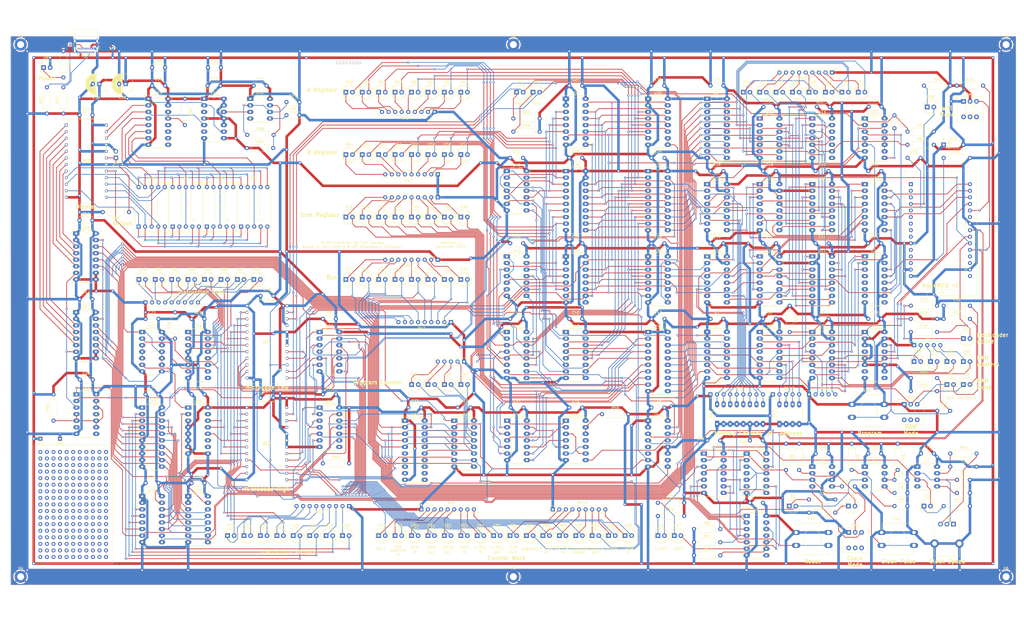
<source format=kicad_pcb>
(kicad_pcb (version 20240108) (generator "pcbnew") (generator_version "8.0")
  (layers (0 "F.Cu" signal) (1 "In1.Cu" signal) (2 "In2.Cu" signal) (31 "B.Cu" signal) (34 "B.Paste" user) (35 "F.Paste" user) (36 "B.SilkS" user "B.Silkscreen") (37 "F.SilkS" user "F.Silkscreen") (38 "B.Mask" user) (39 "F.Mask" user) (44 "Edge.Cuts" user))
  (net 0 "")
  (net 1 "Net-(U1-DIS)")
  (net 2 "Net-(U1-THR)")
  (net 3 "GND")
  (net 4 "JZ_FLAG")
  (net 6 "Net-(U1-CV)")
  (net 7 "/A1")
  (net 8 "/A6")
  (net 9 "/A0")
  (net 10 "/A5")
  (net 11 "/E")
  (net 12 "/D")
  (net 13 "/A2")
  (net 14 "/C")
  (net 15 "/DP")
  (net 16 "/B")
  (net 17 "/A")
  (net 18 "/F")
  (net 19 "/G")
  (net 20 "RAM_IN")
  (net 21 "JC_FLAG")
  (net 22 "/A4")
  (net 23 "HALT")
  (net 24 "SUBTRACT")
  (net 25 "OUTPUT_IN")
  (net 26 "PC_EN")
  (net 27 "Net-(IC3-A4)")
  (net 28 "Net-(IC3-A10)")
  (net 29 "Net-(IC3-A2)")
  (net 30 "Net-(IC3-A8)")
  (net 31 "Net-(IC3-A1)")
  (net 32 "Net-(IC3-A3)")
  (net 33 "Net-(IC3-A7)")
  (net 34 "Net-(IC3-A9)")
  (net 35 "Net-(IC3-A6)")
  (net 36 "Net-(IC3-A5)")
  (net 37 "Net-(IC3-A0)")
  (net 38 "/BUS_7")
  (net 39 "/BUS_5")
  (net 40 "/BUS_1")
  (net 41 "/BUS_4")
  (net 42 "/BUS_2")
  (net 43 "/BUS_3")
  (net 44 "Net-(RN1-R5)")
  (net 45 "Net-(RN1-R8)")
  (net 46 "Net-(RN1-R2)")
  (net 47 "Net-(RN1-R6)")
  (net 48 "VCC")
  (net 49 "Net-(RN1-R4)")
  (net 50 "Net-(RN1-R3)")
  (net 51 "Net-(RN1-R1)")
  (net 52 "Net-(RN1-R7)")
  (net 53 "Net-(D1-A)")
  (net 55 "Net-(U2-CV)")
  (net 56 "Net-(D2-A)")
  (net 57 "Net-(U2-DIS)")
  (net 58 "Net-(U2-TR)")
  (net 59 "Net-(D3-A)")
  (net 61 "Net-(SW5A-B)")
  (net 62 "Net-(U3-CV)")
  (net 63 "Net-(SW5A-C)")
  (net 64 "Net-(U10-*O1)")
  (net 65 "/BUS_0")
  (net 66 "/BUS_6")
  (net 67 "Net-(U10-*O2)")
  (net 68 "Net-(D24-K)")
  (net 69 "ARD_RAM_WR_EN")
  (net 70 "Net-(D19-K)")
  (net 71 "Net-(D23-K)")
  (net 72 "Net-(U10-*O3)")
  (net 73 "Net-(D22-K)")
  (net 74 "Net-(D25-K)")
  (net 75 "Net-(D20-K)")
  (net 76 "Net-(U10-*O0)")
  (net 77 "Net-(D21-K)")
  (net 78 "Net-(D18-K)")
  (net 79 "Net-(U11-*O1)")
  (net 80 "Net-(U11-*O0)")
  (net 81 "Net-(U11-*O2)")
  (net 82 "/d2")
  (net 83 "/d1")
  (net 84 "/a2")
  (net 85 "/a3")
  (net 86 "Net-(U11-*O3)")
  (net 87 "/a0")
  (net 88 "/d3")
  (net 89 "/a1")
  (net 90 "/d0")
  (net 91 "/d7")
  (net 92 "/d4")
  (net 93 "/d6")
  (net 94 "/d5")
  (net 95 "Net-(U55A-O0)")
  (net 96 "Net-(U55A-O1)")
  (net 97 "Net-(U55A-O2)")
  (net 98 "Net-(U55A-O3)")
  (net 99 "Net-(U52-THR)")
  (net 100 "Net-(U52-DIS)")
  (net 102 "Net-(U52-Q)")
  (net 103 "Net-(U52-CV)")
  (net 104 "Net-(D1-K)")
  (net 105 "Net-(D2-K)")
  (net 106 "Net-(D3-K)")
  (net 107 "Net-(D4-K)")
  (net 108 "CLK")
  (net 109 "Net-(D5-K)")
  (net 110 "Net-(D5-A)")
  (net 111 "Net-(D6-K)")
  (net 112 "Net-(D6-A)")
  (net 113 "Net-(D7-K)")
  (net 114 "Net-(D7-A)")
  (net 115 "Net-(D8-A)")
  (net 116 "Net-(D8-K)")
  (net 117 "Net-(D9-A)")
  (net 118 "Net-(D9-K)")
  (net 119 "Net-(D10-K)")
  (net 120 "Net-(D10-A)")
  (net 121 "Net-(D11-K)")
  (net 122 "Net-(D11-A)")
  (net 123 "Net-(D12-A)")
  (net 124 "Net-(D12-K)")
  (net 125 "Net-(D13-A)")
  (net 126 "Net-(D13-K)")
  (net 127 "Net-(D14-A)")
  (net 128 "Net-(D14-K)")
  (net 129 "ARD_RAM_INP_SEL")
  (net 130 "Net-(D16-K)")
  (net 131 "Net-(D17-K)")
  (net 132 "Net-(D17-A)")
  (net 133 "/IR_A0")
  (net 134 "/IR_A1")
  (net 135 "Net-(D26-K)")
  (net 136 "Net-(D27-K)")
  (net 137 "Net-(D28-K)")
  (net 138 "Net-(D29-A)")
  (net 139 "Net-(D29-K)")
  (net 140 "Net-(D30-A)")
  (net 141 "Net-(D30-K)")
  (net 142 "Net-(D31-K)")
  (net 143 "Net-(D31-A)")
  (net 144 "Net-(D32-A)")
  (net 145 "Net-(D32-K)")
  (net 146 "Net-(D33-A)")
  (net 147 "Net-(D33-K)")
  (net 148 "Net-(D34-K)")
  (net 149 "Net-(D34-A)")
  (net 150 "Net-(D35-A)")
  (net 151 "Net-(D35-K)")
  (net 152 "Net-(D36-A)")
  (net 153 "Net-(D36-K)")
  (net 154 "Net-(D37-K)")
  (net 155 "Net-(D37-A)")
  (net 156 "Net-(D38-A)")
  (net 157 "Net-(D38-K)")
  (net 158 "Net-(D39-A)")
  (net 159 "Net-(D39-K)")
  (net 160 "Net-(D40-A)")
  (net 161 "Net-(D40-K)")
  (net 162 "Net-(D41-K)")
  (net 163 "Net-(D41-A)")
  (net 164 "Net-(D42-A)")
  (net 165 "Net-(D42-K)")
  (net 166 "Net-(D43-A)")
  (net 167 "Net-(D43-K)")
  (net 168 "Net-(D44-A)")
  (net 169 "Net-(D44-K)")
  (net 170 "Net-(D45-K)")
  (net 171 "Net-(D45-A)")
  (net 172 "Net-(D46-K)")
  (net 173 "Net-(D46-A)")
  (net 174 "Net-(D47-K)")
  (net 175 "Net-(D48-K)")
  (net 176 "/a_d0")
  (net 177 "Net-(D49-K)")
  (net 178 "/a_d2")
  (net 179 "Net-(D50-K)")
  (net 180 "Net-(D51-K)")
  (net 181 "/a_d4")
  (net 182 "Net-(D52-K)")
  (net 183 "/a_d6")
  (net 184 "/a_d1")
  (net 185 "Net-(D53-K)")
  (net 186 "Net-(D54-K)")
  (net 187 "/a_d3")
  (net 188 "Net-(D55-K)")
  (net 189 "/a_d5")
  (net 190 "/a_d7")
  (net 191 "Net-(D56-K)")
  (net 192 "Net-(D57-K)")
  (net 193 "Net-(D58-K)")
  (net 194 "Net-(D59-K)")
  (net 195 "Net-(D60-K)")
  (net 196 "Net-(D61-K)")
  (net 197 "Net-(D62-K)")
  (net 198 "Net-(D63-K)")
  (net 199 "Net-(D64-K)")
  (net 200 "Net-(D65-K)")
  (net 201 "Net-(D66-K)")
  (net 202 "Net-(D67-K)")
  (net 203 "Net-(D68-K)")
  (net 204 "Net-(D69-K)")
  (net 205 "Net-(D70-K)")
  (net 206 "Net-(D71-K)")
  (net 207 "Net-(D72-K)")
  (net 208 "Net-(D73-K)")
  (net 209 "Net-(D74-K)")
  (net 210 "Net-(D75-K)")
  (net 211 "Net-(D76-K)")
  (net 212 "Net-(D77-K)")
  (net 213 "Net-(J1-CC2)")
  (net 214 "Net-(J1-CC1)")
  (net 215 "Net-(R96-Pad2)")
  (net 217 "Net-(U4-Pad2)")
  (net 219 "Net-(U4-Pad8)")
  (net 221 "~{CLK}")
  (net 223 "Net-(U5-Pad9)")
  (net 224 "Net-(U5-Pad3)")
  (net 225 "Net-(U5-Pad6)")
  (net 227 "ARD_HALT")
  (net 230 "Net-(U7-Q1)")
  (net 231 "~{MAR_IN}")
  (net 232 "Net-(U7-Q0)")
  (net 233 "Net-(U7-Q3)")
  (net 234 "RESET")
  (net 235 "Net-(U7-Q2)")
  (net 236 "Net-(U8-Zd)")
  (net 237 "Net-(U8-Zb)")
  (net 238 "Net-(U8-Za)")
  (net 239 "Net-(U8-Zc)")
  (net 240 "ARD_MA_A2")
  (net 241 "ARD_MA_A3")
  (net 242 "ARD_MA_A0")
  (net 243 "ARD_MAR_INP_SEL")
  (net 244 "ARD_MA_A1")
  (net 245 "Net-(R63-Pad1)")
  (net 250 "~{RAM_OUT}")
  (net 253 "ARD_RAM_D1")
  (net 254 "Net-(U16-I0a)")
  (net 255 "ARD_RAM_D0")
  (net 256 "Net-(U16-I0b)")
  (net 257 "Net-(U17-I0b)")
  (net 258 "ARD_RAM_D5")
  (net 259 "Net-(U17-I0a)")
  (net 260 "ARD_RAM_D4")
  (net 261 "Net-(U18-S)")
  (net 262 "ARD_RAM_D6")
  (net 263 "ARD_RAM_D2")
  (net 264 "ARD_RAM_D3")
  (net 267 "Net-(U20-RCLK)")
  (net 270 "Net-(U20-QH')")
  (net 271 "Net-(U20-SRCLK)")
  (net 273 "Net-(U20-~{OE})")
  (net 274 "Net-(U23-Pad3)")
  (net 275 "~{RESET}")
  (net 276 "Net-(U29-O5)")
  (net 277 "ARD_RESET")
  (net 278 "Net-(U28-~{MR})")
  (net 279 "Net-(U24-Pad10)")
  (net 280 "Net-(U15-I1d)")
  (net 281 "Net-(C20-Pad1)")
  (net 282 "Net-(C20-Pad2)")
  (net 283 "~{IR_IN}")
  (net 284 "~{IR_OUT}")
  (net 290 "~{A_REG_OUT}")
  (net 291 "~{A_REG_IN}")
  (net 293 "~{PC_OUT}")
  (net 294 "~{JUMP}")
  (net 295 "Net-(R64-Pad1)")
  (net 296 "~{SUM_OUT}")
  (net 297 "~{B_REG_IN}")
  (net 298 "~{FLAG_IN}")
  (net 308 "Net-(U40-B1)")
  (net 309 "Net-(U40-B2)")
  (net 310 "Net-(U40-B3)")
  (net 311 "Net-(U40-B4)")
  (net 312 "Net-(U40-C4)")
  (net 313 "/CARRY")
  (net 314 "Net-(U41-B4)")
  (net 315 "Net-(U41-B3)")
  (net 316 "Net-(U41-B2)")
  (net 317 "Net-(U41-B1)")
  (net 318 "Net-(U44-Pad13)")
  (net 319 "Net-(U44-Pad1)")
  (net 320 "Net-(U44-Pad10)")
  (net 321 "Net-(U44-Pad4)")
  (net 322 "Net-(U45-Pad10)")
  (net 323 "/ZERO")
  (net 324 "Net-(R59-Pad1)")
  (net 325 "Net-(U45-Pad3)")
  (net 330 "Net-(U55B-A0)")
  (net 335 "Net-(R91-Pad1)")
  (net 337 "Net-(U57-Cp)")
  (net 340 "Net-(U15-I0d)")
  (net 341 "Net-(D15-K)")
  (net 342 "Net-(SW9A-B)")
  (net 345 "Net-(U16-I0c)")
  (net 346 "Net-(U16-I0d)")
  (net 347 "Net-(U17-I0d)")
  (net 348 "Net-(U17-I0c)")
  (net 349 "ARD_RAM_D7")
  (net 350 "Net-(U20-SER)")
  (net 366 "Net-(D78-K)")
  (net 367 "Net-(D79-A)")
  (net 368 "Net-(D79-K)")
  (net 369 "Net-(D80-K)")
  (net 370 "Net-(D81-A)")
  (net 371 "Net-(D81-K)")
  (net 372 "Net-(D82-K)")
  (net 373 "Net-(D82-A)")
  (net 374 "Net-(D83-A)")
  (net 375 "Net-(D83-K)")
  (net 376 "Net-(D84-K)")
  (net 377 "Net-(D84-A)")
  (net 378 "Net-(D85-K)")
  (net 379 "Net-(D85-A)")
  (net 380 "Net-(D86-A)")
  (net 381 "Net-(D86-K)")
  (net 382 "Net-(D87-K)")
  (net 383 "Net-(D88-A)")
  (net 384 "Net-(D88-K)")
  (net 385 "Net-(D89-K)")
  (net 386 "Net-(D90-K)")
  (net 387 "Net-(D90-A)")
  (net 388 "Net-(D91-K)")
  (net 389 "Net-(D92-A)")
  (net 390 "Net-(D92-K)")
  (net 391 "Net-(D93-A)")
  (net 392 "Net-(D93-K)")
  (net 393 "/b_d3")
  (net 394 "/b_d2")
  (net 395 "/b_d0")
  (net 396 "/b_d1")
  (net 397 "/b_d6")
  (net 398 "/b_d5")
  (net 399 "/b_d4")
  (net 400 "/b_d7")
  (net 401 "/IR_A2")
  (net 402 "/IR_A3")
  (net 403 "/A7")
  (net 404 "Net-(RN12-R3)")
  (net 405 "Net-(RN12-R1)")
  (net 406 "Net-(RN12-R2)")
  (net 407 "Net-(RN12-R4)")
  (net 408 "Net-(R62-Pad2)")
  (net 409 "Net-(R60-Pad2)")
  (net 410 "Net-(R61-Pad2)")
  (footprint "Capacitor_THT:C_Disc_D5.0mm_W2.5mm_P5.00mm" (layer "F.Cu") (at 440.73 308.61)
    (property "Reference" "C60")
    (property "Value" "0.1uF")
  )
  (footprint "Resistor_THT:R_Array_SIP9" (layer "F.Cu") (at 551.18 382.905 180)
    (property "Reference" "RN4")
    (property "Value" "R_Network08_US")
  )
  (footprint "Resistor_THT:R_Axial_DIN0207_L6.3mm_D2.5mm_P10.16mm_Horizontal" (layer "F.Cu") (at 734.06 400.685)
    (property "Reference" "R33")
    (property "Value" "R_US")
  )
  (footprint "Capacitor_THT:C_Disc_D5.0mm_W2.5mm_P5.00mm" (layer "F.Cu") (at 412.79 429.26)
    (property "Reference" "C56")
    (property "Value" "0.1uF")
  )
  (footprint "LED_THT:LED_D5.0mm" (layer "F.Cu") (at 547.37 390.525)
    (property "Reference" "D72")
    (property "Value" "LED")
  )
  (footprint "LED_THT:LED_D5.0mm" (layer "F.Cu") (at 541.07 431.155)
    (property "Reference" "D37")
    (property "Value" "LED")
  )
  (footprint "LED_THT:LED_D5.0mm" (layer "F.Cu") (at 566.42 489.585)
    (property "Reference" "D84")
    (property "Value" "LED")
  )
  (footprint "Capacitor_THT:C_Disc_D5.0mm_W2.5mm_P5.00mm" (layer "F.Cu") (at 579.335 440.055)
    (property "Reference" "C44")
    (property "Value" "0.1uF")
  )
  (footprint "Package_DIP:DIP-16_W7.62mm_Socket_LongPads" (layer "F.Cu") (at 436.9 474.325)
    (property "Reference" "U26")
    (property "Value" "74LS173")
  )
  (footprint "LED_THT:LED_D5.0mm" (layer "F.Cu") (at 585.47 489.585)
    (property "Reference" "D87")
    (property "Value" "LED")
  )
  (footprint "Package_DIP:DIP-16_W7.62mm_Socket_LongPads" (layer "F.Cu") (at 600.71 320.675)
    (property "Reference" "U37")
    (property "Value" "74LS173")
  )
  (footprint "LED_THT:LED_D5.0mm" (layer "F.Cu") (at 560.07 489.585)
    (property "Reference" "D83")
    (property "Value" "LED")
  )
  (footprint "Resistor_THT:R_Axial_DIN0207_L6.3mm_D2.5mm_P10.16mm_Horizontal" (layer "F.Cu") (at 580.39 333.375)
    (property "Reference" "R66")
    (property "Value" "1K")
  )
  (footprint "LED_THT:LED_D5.0mm" (layer "F.Cu") (at 469.9 489.585)
    (property "Reference" "D25")
    (property "Value" "LED")
  )
  (footprint "Resistor_THT:R_Axial_DIN0207_L6.3mm_D2.5mm_P10.16mm_Horizontal" (layer "F.Cu") (at 477.39 339.725)
    (property "Reference" "R85")
    (property "Value" "1K")
  )
  (footprint "Capacitor_THT:C_Disc_D5.0mm_W2.5mm_P5.00mm" (layer "F.Cu") (at 462.15 315.595)
    (property "Reference" "C53")
    (property "Value" "0.1uF")
  )
  (footprint "LED_THT:LED_D5.0mm" (layer "F.Cu") (at 713.74 318.135)
    (property "Reference" "D7")
    (property "Value" "LED")
  )
  (footprint "Resistor_THT:R_Array_SIP9" (layer "F.Cu") (at 551.18 358.775 180)
    (property "Reference" "RN6" (hide yes))
    (property "Value" "R_Network08_US")
  )
  (footprint "LED_THT:LED_D5.0mm" (layer "F.Cu") (at 398.78 308.61)
    (property "Reference" "D69")
    (property "Value" "LED")
  )
  (footprint "Resistor_THT:R_Axial_DIN0207_L6.3mm_D2.5mm_P10.16mm_Horizontal" (layer "F.Cu") (at 746.76 400.685)
    (property "Reference" "R16")
    (property "Value" "10K")
  )
  (footprint "Resistor_THT:R_Axial_DIN0207_L6.3mm_D2.5mm_P10.16mm_Horizontal" (layer "F.Cu") (at 746.76 478.155)
    (property "Reference" "R2")
    (property "Value" "10K")
  )
  (footprint "Package_DIP:DIP-16_W7.62mm_Socket_LongPads" (layer "F.Cu") (at 655.32 353.695)
    (property "Reference" "U18")
    (property "Value" "74LS157")
  )
  (footprint "Package_DIP:DIP-20_W7.62mm_Socket_LongPads" (layer "F.Cu") (at 632.47 348.62)
    (property "Reference" "U34")
    (property "Value" "74LS245")
  )
  (footprint "MountingHole:MountingHole_2.7mm_M2.5_DIN965_Pad" (layer "F.Cu") (at 580.39 299.72)
    (property "Reference" "H2")
    (property "Value" "MountingHole_Pad")
  )
  (footprint "Resistor_THT:R_Axial_DIN0207_L6.3mm_D2.5mm_P10.16mm_Horizontal" (layer "F.Cu") (at 477.52 334.645)
    (property "Reference" "R88")
    (property "Value" "20K")
  )
  (footprint "Package_DIP:DIP-16_W7.62mm_Socket_LongPads" (layer "F.Cu") (at 454.67 474.335)
    (property "Reference" "U25")
    (property "Value" "74LS173")
  )
  (footprint "Resistor_THT:R_Axial_DIN0207_L6.3mm_D2.5mm_P10.16mm_Horizontal" (layer "F.Cu") (at 732.79 333.375)
    (property "Reference" "R37")
    (property "Value" "1K")
  )
  (footprint "Button_Switch_THT:SW_PUSH-12mm" (layer "F.Cu") (at 689.71 488.355)
    (property "Reference" "SW7")
    (property "Value" "SW_Push")
  )
  (footprint "LED_THT:LED_D5.0mm" (layer "F.Cu") (at 598.17 489.585)
    (property "Reference" "D89")
    (property "Value" "LED")
  )
  (footprint "Resistor_THT:R_Axial_DIN0207_L6.3mm_D2.5mm_P10.16mm_Horizontal" (layer "F.Cu") (at 749.3 457.835)
    (property "Reference" "R96")
    (property "Value" "1K")
  )
  (footprint "LED_THT:LED_D5.0mm" (layer "F.Cu") (at 553.72 390.525)
    (property "Reference" "D71")
    (property "Value" "LED")
  )
  (footprint "Capacitor_THT:C_Disc_D5.0mm_W2.5mm_P5.00mm" (layer "F.Cu") (at 633.82 343.54)
    (property "Reference" "C34")
    (property "Value" "0.1uF")
  )
  (footprint "Package_DIP:DIP-16_W7.62mm_LongPads" (layer "F.Cu") (at 659.145 446.3975 90)
    (property "Reference" "SW2")
    (property "Value" "SW_DIP_x08")
  )
  (footprint "Resistor_THT:R_Axial_DIN0207_L6.3mm_D2.5mm_P10.16mm_Horizontal" (layer "F.Cu") (at 739.14 315.595)
    (property "Reference" "R50")
    (property "Value" "1K")
  )
  (footprint "Package_DIP:DIP-16_W7.62mm_Socket_LongPads" (layer "F.Cu") (at 454.67 440.045)
    (property "Reference" "U28")
    (property "Value" "74LS161")
  )
  (footprint "LED_THT:LED_D5.0mm" (layer "F.Cu") (at 528.32 390.525)
    (property "Reference" "D75")
    (property "Value" "LED")
  )
  (footprint "Resistor_THT:R_Axial_DIN0207_L6.3mm_D2.5mm_P10.16mm_Horizontal" (layer "F.Cu") (at 636.27 481.965)
    (property "Reference" "R9")
    (property "Value" "10K")
  )
  (footprint "Capacitor_THT:C_Disc_D5.0mm_W2.5mm_P5.00mm" (layer "F.Cu") (at 412.66 327.025)
    (property "Reference" "C54")
    (property "Value" "0.1uF")
  )
  (footprint "Resistor_THT:R_Array_SIP9" (layer "F.Cu") (at 549.925 325.755 180)
    (property "Reference" "RN8")
    (property "Value" "R_Network08_US")
  )
  (footprint "MountingHole:MountingHole_2.7mm_M2.5_DIN965_Pad" (layer "F.Cu") (at 580.39 505.46)
    (property "Reference" "H5")
    (property "Value" "MountingHole_Pad")
  )
  (footprint "Package_DIP:DIP-20_W7.62mm_Socket_LongPads" (layer "F.Cu") (at 600.72 348.62)
    (property "Reference" "U38")
    (property "Value" "74LS245")
  )
  (footprint "Package_DIP:DIP-16_W7.62mm_Socket_LongPads" (layer "F.Cu") (at 577.85 410.845)
    (property "Reference" "U41")
    (property "Value" "74LS283")
  )
  (footprint "Resistor_THT:R_Axial_DIN0207_L6.3mm_D2.5mm_P10.16mm_Horizontal" (layer "F.Cu") (at 431.8 364.49 180)
    (property "Reference" "R89")
    (property "Value" "1K")
  )
  (footprint "Capacitor_THT:C_Disc_D5.0mm_W2.5mm_P5.00mm" (layer "F.Cu") (at 506.77 434.975)
    (property "Reference" "C31")
    (property "Value" "0.1uF")
  )
  (footprint "Capacitor_THT:C_Disc_D5.0mm_W2.5mm_P5.00mm" (layer "F.Cu") (at 563.85 440.045 180)
    (property "Reference" "C33")
    (property "Value" "0.1uF")
  )
  (footprint "LED_THT:LED_D5.0mm" (layer "F.Cu") (at 454.645 390.525)
    (property "Reference" "D32")
    (property "Value" "LED")
  )
  (footprint "Capacitor_THT:C_Disc_D5.0mm_W2.5mm_P5.00mm" (layer "F.Cu") (at 579.16 376.555)
    (property "Reference" "C43")
    (property "Value" "0.1uF")
  )
  (footprint "Capacitor_THT:C_Disc_D5.0mm_W2.5mm_P5.00mm" (layer "F.Cu") (at 656.59 348.615)
    (property "Reference" "C18")
    (property "Value" "0.1uF")
  )
  (footprint "Package_DIP:DIP-16_W7.62mm_Socket_LongPads" (layer "F.Cu") (at 411.34 403.235)
    (property "Reference" "U57")
    (property "Value" "74LS173")
  )
  (footprint "Capacitor_THT:C_Disc_D5.0mm_W2.5mm_P5.00mm" (layer "F.Cu") (at 656.63 376.555)
    (property "Reference" "C19")
    (property "Value" "0.1uF")
  )
  (footprint "Capacitor_THT:C_Disc_D5.0mm_W2.5mm_P5.00mm" (layer "F.Cu") (at 744.26 441.325)
    (property "Reference" "C13")
    (property "Value" "0.1uF")
  )
  (footprint "LED_THT:LED_D5.0mm" (layer "F.Cu") (at 694.69 318.135)
    (property "Reference" "D10")
    (property "Value" "LED")
  )
  (footprint "Package_DIP:DIP-16_W7.62mm_Socket_LongPads" (layer "F.Cu") (at 411.35 372.745)
    (property "Reference" "U58")
    (property "Value" "74LS173")
  )
  (footprint "Display_7Segment:D1X8K" (layer "F.Cu") (at 461.896 370.0825 90)
    (property "Reference" "U50")
    (property "Value" "D168K")
  )
  (footprint "Capacitor_THT:C_Disc_D5.0mm_W2.5mm_P5.00mm" (layer "F.Cu") (at 717.63 348.615)
    (property "Reference" "C63")
    (property "Value" "0.1uF")
  )
  (footprint "Potentiometer_THT:Potentiometer_Alpha_RD901F-40-00D_Single_Vertical_CircularHoles" (layer "F.Cu") (at 750.53 485.13 -90)
    (property "Reference" "RV1")
    (property "Value" "1M")
  )
  (footprint "Yuri_Library:NodeMCU_v1.0" (layer "F.Cu") (at 745.53 348.615)
    (property "Reference" "U22" (hide yes))
    (property "Value" "~")
  )
  (footprint "Capacitor_THT:C_Disc_D5.0mm_W2.5mm_P5.00mm" (layer "F.Cu") (at 633.83 405.765)
    (property "Reference" "C47")
    (property "Value" "0.1uF")
  )
  (footprint "Capacitor_THT:C_Disc_D5.0mm_W2.5mm_P5.00mm" (layer "F.Cu") (at 492.67 321.945)
    (property "Reference" "C49")
    (property "Value" ".01u" (hide yes))
  )
  (footprint "Resistor_THT:R_Axial_DIN0207_L6.3mm_D2.5mm_P10.16mm_Horizontal" (layer "F.Cu") (at 650.24 492.125)
    (property "Reference" "R61")
    (property "Value" "1K")
  )
  (footprint "Package_DIP:DIP-14_W7.62mm_Socket_LongPads" (layer "F.Cu") (at 675.64 328.295)
    (property "Reference" "U12")
    (property "Value" "74LS04")
  )
  (footprint "LED_THT:LED_D5.0mm" (layer "F.Cu") (at 547.37 342.265)
    (property "Reference" "D59")
    (property "Value" "LED")
  )
  (footprint "LED_THT:LED_D5.0mm" (layer "F.Cu") (at 441.945 390.525)
    (property "Reference" "D30")
    (property "Value" "LED")
  )
  (footprint "Package_DIP:DIP-16_W7.62mm_Socket_LongPads" (layer "F.Cu") (at 716.29 381.625)
    (property "Reference" "U21")
    (property "Value" "74LS595")
  )
  (footprint "Capacitor_THT:C_Disc_D5.0mm_W2.5mm_P5.00mm" (layer "F.Cu") (at 671.87 452.755)
    (property "Reference" "C65")
    (property "Value" "0.1uF")
  )
  (footprint "LED_THT:LED_D5.0mm" (layer "F.Cu") (at 741.68 422.27)
    (property "Reference" "D67")
    (property "Value" "Yellow")
  )
  (footprint "Capacitor_THT:C_Disc_D5.0mm_W2.5mm_P5.00mm" (layer "F.Cu") (at 602.02 315.595)
    (property "Reference" "C37")
    (property "Value" "0.1uF")
  )
  (footprint "LED_THT:LED_D5.0mm" (layer "F.Cu") (at 515.62 390.525)
    (property "Reference" "D77")
    (property "Value" "LED")
  )
  (footprint "Capacitor_THT:C_Disc_D5.0mm_W2.5mm_P5.00mm" (layer "F.Cu") (at 717.63 405.765)
    (property "Reference" "C15")
    (property "Value" "0.1uF")
  )
  (footprint "Capacitor_THT:C_Disc_D5.0mm_W2.5mm_P5.00mm" (layer "F.Cu") (at 602.02 376.555)
    (property "Reference" "C39")
    (property "Value" "0.1uF")
  )
  (footprint "SamacSys_Parts:DIP1550W56P254L3190H559Q24N" (layer "F.Cu") (at 485.14 414.655)
    (property "Reference" "IC1")
    (property "Value" "AT28C16-15PI" (hide yes))
  )
  (footprint "Capacitor_THT:C_Disc_D5.0mm_W2.5mm_P5.00mm" (layer "F.Cu") (at 438.21 469.245)
    (property "Reference" "C26")
    (property "Value" "0.1uF")
  )
  (footprint "Capacitor_THT:C_Disc_D5.0mm_W2.5mm_P5.00mm" (layer "F.Cu") (at 656.63 315.595)
    (property "Reference" "C14")
    (property "Value" "0.1uF")
  )
  (footprint "Capacitor_THT:C_Disc_D5.0mm_W2.5mm_P5.00mm" (layer "F.Cu") (at 602.02 405.765)
    (property "Reference" "C40")
    (property "Value" "0.1uF")
  )
  (footprint "Resistor_THT:R_Axial_DIN0207_L6.3mm_D2.5mm_P10.16mm_Horizontal" (layer "F.Cu") (at 650.24 487.045)
    (property "Reference" "R60")
    (property "Value" "1K")
  )
  (footprint "LED_THT:LED_D5.0mm" (layer "F.Cu") (at 495.3 489.585)
    (property "Reference" "D21")
    (property "Value" "LED")
  )
  (footprint "LED_THT:LED_D5.0mm" (layer "F.Cu") (at 547.37 489.585)
    (property "Reference" "D81")
    (property "Value" "LED")
  )
  (footprint "MountingHole:MountingHole_2.7mm_M2.5_DIN965_Pad" (layer "F.Cu") (at 389.89 505.46)
    (property "Reference" "H4")
    (property "Value" "MountingHole_Pad")
  )
  (footprint "Resistor_THT:R_Array_SIP5" (layer "F.Cu") (at 735.33 415.925)
    (property "Reference" "RN14")
    (property "Value" "R_Network04_US")
  )
  (footprint "Capacitor_THT:C_Disc_D5.0mm_W2.5mm_P5.00mm" (layer "F.Cu") (at 751.88 467.995)
    (property "Reference" "C2")
    (property "Value" "1uF")
  )
  (footprint "Resistor_THT:R_Array_SIP9" (layer "F.Cu") (at 595.63 479.425)
    (property "Reference" "RN10")
    (property "Value" "R_Network08_US")
  )
  (footprint "LED_THT:LED_D5.0mm" (layer "F.Cu") (at 754.38 431.165)
    (property "Reference" "D6")
    (property "Value" "Red")
  )
  (footprint "LED_THT:LED_D5.0mm" (layer "F.Cu") (at 560.07 342.265)
    (property "Reference" "D57")
    (property "Value" "LED")
  )
  (footprint "LED_THT:LED_D5.0mm" (layer "F.Cu") (at 739.14 478.155)
    (property "Reference" "D1")
    (property "Value" "LED")
  )
  (footprint "Resistor_THT:R_Axial_DIN0207_L6.3mm_D2.5mm_P10.16mm_Horizontal" (layer "F.Cu") (at 406.4 302.26 -90)
    (property "Reference" "R94")
    (property "Value" "~")
  )
  (footprint "LED_THT:LED_D5.0mm" (layer "F.Cu") (at 515.62 318.135)
    (property "Reference" "D56")
    (property "Value" "LED")
  )
  (footprint "LED_THT:LED_D5.0mm" (layer "F.Cu") (at 541.02 342.265)
    (property "Reference" "D60")
    (property "Value" "LED")
  )
  (footprint "Diode_THT:D_A-405_P7.62mm_Horizontal" (layer "F.Cu") (at 746.76 338.455)
    (property "Reference" "D15")
    (property "Value" "5817")
  )
  (footprint "Resistor_THT:R_Array_SIP9" (layer "F.Cu") (at 544.83 479.425)
    (property "Reference" "RN9")
    (property "Value" "R_Network08_US")
  )
  (footprint "Resistor_THT:R_Axial_DIN0207_L6.3mm_D2.5mm_P10.16mm_Horizontal" (layer "F.Cu") (at 685.8 454.025 -90)
    (property "Reference" "R8")
    (property "Value" "1M")
  )
  (footprint "Resistor_THT:R_Array_SIP9" (layer "F.Cu") (at 703.58 310.515 180)
    (property "Reference" "RN5")
    (property "Value" "R_Network08_US")
  )
  (footprint "Package_DIP:DIP-16_W7.62mm_Socket_LongPads" (layer "F.Cu") (at 716.28 353.695)
    (property "Reference" "U20")
    (property "Value" "74LS595")
  )
  (footprint "Capacitor_THT:C_Disc_D5.0mm_W2.5mm_P5.00mm" (layer "F.Cu") (at 440.73 315.595)
    (property "Reference" "C55")
    (property "Value" "0.1uF")
  )
  (footprint "Resistor_THT:R_Array_SIP9" (layer "F.Cu") (at 438.15 399.415)
    (property "Reference" "RN11")
    (property "Value" "R_Network08_US")
  )
  (footprint "Capacitor_THT:C_Disc_D5.0mm_W2.5mm_P5.00mm" (layer "F.Cu") (at 482.64 396.875)
    (property "Reference" "C48")
    (property "Value" "0.1uF")
  )
  (footprint "Package_DIP:DIP-16_W7.62mm_Socket_LongPads" (layer "F.Cu") (at 454.67 410.835)
    (property "Reference" "U29")
    (property "Value" "74LS138")
  )
  (footprint "Capacitor_THT:C_Disc_D5.0mm_W2.5mm_P5.00mm" (layer "F.Cu") (at 727.71 467.995)
    (property "Reference" "C4")
    (property "Value" "1uF")
  )
  (footprint "Capacitor_THT:C_Disc_D5.0mm_W2.5mm_P5.00mm" (layer "F.Cu") (at 492.67 327.025)
    (property "Reference" "C50")
    (property "Value" ".01u" (hide yes))
  )
  (footprint "LED_THT:LED_D5.0mm" (layer "F.Cu") (at 534.67 342.265)
    (property "Reference" "D61")
    (property "Value" "LED")
  )
  (footprint "LED_THT:LED_D5.0mm" (layer "F.Cu") (at 572.77 489.585)
    (property "Reference" "D85")
    (property "Value" "LED")
  )
  (footprint "Capacitor_THT:C_Disc_D5.0mm_W2.5mm_P5.00mm" (layer "F.Cu") (at 697.27 405.765)
    (property "Reference" "C9")
    (property "Value" "0.1uF")
  )
  (footprint "Package_DIP:DIP-14_W7.62mm_Socket_LongPads" (layer "F.Cu") (at 577.86 348.61)
    (property "Reference" "U42")
    (property "Value" "74LS86")
  )
  (footprint "LED_THT:LED_D5.0mm" (layer "F.Cu") (at 534.67 318.135)
    (property "Reference" "D53")
    (property "Value" "LED")
  )
  (footprint "Package_DIP:DIP-16_W7.62mm_Socket_LongPads" (layer "F.Cu") (at 655.32 381.635)
    (property "Reference" "U19")
    (property "Value" "74LS157")
  )
  (footprint "Resistor_THT:R_Axial_DIN0207_L6.3mm_D2.5mm_P10.16mm_Horizontal" (layer "F.Cu") (at 614.68 442.595)
    (property "Reference" "R59")
    (property "Value" "1K")
  )
  (footprint "Capacitor_THT:C_Disc_D5.0mm_W2.5mm_P5.00mm" (layer "F.Cu") (at 633.79 376.55)
    (property "Reference" "C36")
    (property "Value" "0.1uF")
  )
  (footprint "Package_DIP:DIP-14_W7.62mm_Socket_LongPads" (layer "F.Cu") (at 505.47 440.05)
    (property "Reference" "U31")
    (property "Value" "74LS04")
  )
  (footprint "Resistor_THT:R_Axial_DIN0207_L6.3mm_D2.5mm_P10.16mm_Horizontal" (layer "F.Cu") (at 400.05 326.39 90)
    (property "Reference" "R92")
    (property "Value" "5.1K")
  )
  (footprint "Button_Switch_THT:SW_Push_2P2T_Toggle_CK_PVA2xxH1xxxxxxV2" (layer "F.Cu") (at 754.46 321.66)
    (property "Reference" "SW9")
    (property "Value" "SW_DPDT_x2_Mine")
  )
  (footprint "Package_DIP:DIP-8_W7.62mm_Socket_LongPads" (layer "F.Cu") (at 695.97 462.925)
    (property "Reference" "U3")
    (property "Value" "NE555P")
  )
  (footprint "Package_DIP:DIP-16_W7.62mm_Socket_LongPads" (layer "F.Cu") (at 695.96 410.845)
    (property "Reference" "U9")
    (property "Value" "74LS157")
  )
  (footprint "LED_THT:LED_D5.0mm" (layer "F.Cu") (at 488.95 489.585)
    (property "Reference" "D22")
    (property "Value" "LED")
  )
  (footprint "Resistor_THT:R_Array_SIP9" (layer "F.Cu") (at 516.89 478.155 180)
    (property "Reference" "RN3")
    (property "Value" "R_Network08_US")
  )
  (footprint "Package_DIP:DIP-16_W7.62mm_Socket_LongPads" (layer "F.Cu") (at 632.48 381.63)
    (property "Reference" "U36")
    (property "Value" "74LS173")
  )
  (footprint "Resistor_THT:R_Axial_DIN0207_L6.3mm_D2.5mm_P10.16mm_Horizontal" (layer "F.Cu") (at 746.76 343.535)
    (property "Reference" "R95")
    (property "Value" "1K")
  )
  (footprint "LED_THT:LED_D5.0mm" (layer "F.Cu") (at 709.93 478.155)
    (property "Reference" "D3")
    (property "Value" "LED")
  )
  (footprint "Package_DIP:DIP-14_W7.62mm_Socket_LongPads" (layer "F.Cu") (at 600.71 445.135)
    (property "Reference" "U45")
    (property "Value" "74LS08")
  )
  (footprint "Capacitor_THT:C_Disc_D5.0mm_W2.5mm_P5.00mm" (layer "F.Cu") (at 455.97 469.265)
    (property "Reference" "C25")
    (property "Value" "0.1uF")
  )
  (footprint "LED_THT:LED_D5.0mm" (layer "F.Cu") (at 553.72 342.265)
    (property "Reference" "D58")
    (property "Value" "LED")
  )
  (footprint "LED_THT:LED_D5.0mm" (layer "F.Cu") (at 754.38 413.385)
    (property "Reference" "D16")
    (property "Value" "Yellow")
  )
  (footprint "Display_7Segment:D1X8K" (layer "F.Cu") (at 448.688 370.0825 90)
    (property "Reference" "U49")
    (property "Value" "D168K")
  )
  (footprint "Resistor_THT:R_Axial_DIN0207_L6.3mm_D2.5mm_P10.16mm_Horizontal" (layer "F.Cu") (at 506.73 461.645)
    (property "Reference" "R64")
    (property "Value" "1K")
  )
  (footprint "Capacitor_THT:C_Disc_D5.0mm_W2.5mm_P5.00mm" (layer "F.Cu") (at 438.18 434.96)
    (property "Reference" "C27")
    (property "Value" "0.1uF")
  )
  (footprint "LED_THT:LED_D5.0mm" (layer "F.Cu") (at 579.12 489.585)
    (property "Reference" "D86")
    (property "Value" "LED")
  )
  (footprint "Capacitor_THT:C_Disc_D5.0mm_W2.5mm_P5.00mm" (layer "F.Cu") (at 697.27 457.835)
    (property "Reference" "C68")
    (property "Value" "0.1uF")
  )
  (footprint "SamacSys_Parts:DIP1550W56P254L3190H559Q24N" (layer "F.Cu") (at 415.29 344.805)
    (property "Reference" "IC3")
    (property "Value" "AT28C16-15PI" (hide yes))
  )
  (footprint "Capacitor_THT:C_Disc_D5.0mm_W2.5mm_P5.00mm" (layer "F.Cu") (at 677.072462 323.838245)
    (property "Reference" "C12")
    (property "Value" "0.1uF")
  )
  (footprint "LED_THT:LED_D5.0mm" (layer "F.Cu") (at 528.32 318.135)
    (property "Reference" "D54")
    (property "Value" "LED")
  )
  (footprint "Capacitor_THT:C_Disc_D5.0mm_W2.5mm_P5.00mm" (layer "F.Cu") (at 737.95 457.835)
    (property "Reference" "C70")
    (property "Value" "0.1uF")
  )
  (footprint "Resistor_THT:R_Axial_DIN0207_L6.3mm_D2.5mm_P10.16mm_Horizontal" (layer "F.Cu") (at 711.2 454.025 -90)
    (property "Reference" "R5")
    (property "Value" "1K")
  )
  (footprint "Resistor_THT:R_Axial_DIN0207_L6.3mm_D2.5mm_P10.16mm_Horizontal" (layer "F.Cu") (at 690.88 454.025 -90)
    (property "Reference" "R7")
    (property "Value" "1M")
  )
  (footprint "Display_7Segment:D1X8K" (layer "F.Cu") (at 435.48 370.0825 90)
    (property "Reference" "U48")
    (property "Value" "D168K")
  )
  (footprint "Capacitor_THT:C_Disc_D5.0mm_W2.5mm_P5.00mm" (layer "F.Cu") (at 717.59 376.555)
    (property "Reference" "C21")
    (property "Value" "0.1uF")
  )
  (footprint "Package_DIP:DIP-16_W7.62mm_Socket_LongPads" (layer "F.Cu") (at 695.97 353.685)
    (property "Reference" "U10")
    (property "Value" "74F189PC")
  )
  (footprint "Capacitor_THT:C_Disc_D5.0mm_W2.5mm_P5.00mm" (layer "F.Cu") (at 633.75 315.59)
    (property "Reference" "C35")
    (property "Value" "0.1uF")
  )
  (footprint "Capacitor_THT:C_Disc_D5.0mm_W2.5mm_P5.00mm" (layer "F.Cu") (at 506.77 405.765)
    (property "Reference" "C30")
    (property "Value" "0.1uF")
  )
  (footprint "Capacitor_THT:C_Disc_D5.0mm_W2.5mm_P5.00mm" (layer "F.Cu") (at 732.83 343.535)
    (property "Reference" "C62")
    (property "Value" "1u")
  )
  (footprint "LED_THT:LED_D5.0mm" (layer "F.Cu") (at 748.03 431.165)
    (property "Reference" "D5")
    (property "Value" "Green")
  )
  (footprint "LED_THT:LED_D5.0mm" (layer "F.Cu") (at 448.295 390.525)
    (property "Reference" "D31")
    (property "Value" "LED")
  )
  (footprint "LED_THT:LED_D5.0mm" (layer "F.Cu") (at 553.72 318.135)
    (property "Reference" "D50")
    (property "Value" "LED")
  )
  (footprint "Package_DIP:DIP-14_W7.62mm_Socket_LongPads" (layer "F.Cu") (at 654.06 457.83)
    (property "Reference" "U5")
    (property "Value" "74LS08")
  )
  (footprint "Capacitor_THT:C_Disc_D5.0mm_W2.5mm_P5.00mm" (layer "F.Cu") (at 579.16 405.765)
    (property "Reference" "C41")
    (property "Value" "0.1uF")
  )
  (footprint "LED_THT:LED_D5.0mm" (layer "F.Cu") (at 588.01 318.135)
    (property "Reference" "D48")
    (property "Value" "LED")
  )
  (footprint "LED_THT:LED_D5.0mm" (layer "F.Cu") (at 669.29 318.135)
    (property "Reference" "D14")
    (property "Value" "LED")
  )
  (footprint "Capacitor_THT:C_Disc_D5.0mm_W2.5mm_P5.00mm" (layer "F.Cu") (at 671.87 476.885)
    (property "Reference" "C64")
    (property "Value" "0.1uF")
  )
  (footprint "Button_Switch_THT:SW_PUSH-12mm" (layer "F.Cu") (at 722.7675 488.355)
    (property "Reference" "SW1")
    (property "Value" "SW_Push")
  )
  (footprint "LED_THT:LED_D5.0mm" (layer "F.Cu") (at 560.07 390.525)
    (property "Reference" "D70")
    (property "Value" "LED")
  )
  (footprint "LED_THT:LED_D5.0mm" (layer "F.Cu") (at 435.595 390.525)
    (property "Reference" "D29")
    (property "Value" "LED")
  )
  (footprint "Capacitor_THT:C_Disc_D5.0mm_W2.5mm_P5.00mm" (layer "F.Cu") (at 544.8 440.045 180)
    (property "Reference" "C32")
    (property "Value" "0.1uF")
  )
  (footprint "Package_DIP:DIP-14_W7.62mm_Socket_LongPads" (layer "F.Cu") (at 716.29 328.285)
    (property "Reference" "U24")
    (property "Value" "74LS00")
  )
  (footprint "Resistor_THT:R_Axial_DIN0207_L6.3mm_D2.5mm_P10.16mm_Horizontal" (layer "F.Cu") (at 687.230454 400.699128 -90)
    (property "Reference" "R31")
    (property "Value" "1K")
  )
  (footprint "Capacitor_THT:C_Disc_D5.0mm_W2.5mm_P5.00mm" (layer "F.Cu") (at 676.95 348.615)
    (property "Reference" "C16")
    (property "Value" "0.1uF")
  )
  (footprint "Capacitor_THT:C_Disc_D5.0mm_W2.5mm_P5.00mm" (layer "F.Cu") (at 727.71 327.065 -90)
    (property "Reference" "C20")
    (property "Value" "0.1uF")
  )
  (footprint "Package_DIP:DIP-16_W7.62mm_Socket_LongPads" (layer "F.Cu") (at 632.46 445.135)
    (property "Reference" "U46")
    (property "Value" "74LS173")
  )
  (footprint "Resistor_THT:R_Axial_DIN0207_L6.3mm_D2.5mm_P10.16mm_Horizontal" (layer "F.Cu") (at 650.24 497.205)
    (property "Reference" "R62")
    (property "Value" "1K")
  )
  (footprint "LED_THT:LED_D5.0mm" (layer "F.Cu") (at 521.97 342.265)
    (property "Reference" "D63")
    (property "Value" "LED")
  )
  (footprint "Connector_USB:USB_C_Receptacle_GCT_USB4085" (layer "F.Cu") (at 418.133738 302.650015 180)
    (property "Reference" "J1")
    (property "Value" "USB_C_Receptacle_PowerOnly_6P")
  )
  (footprint "Capacitor_THT:C_Disc_D5.0mm_W2.5mm_P5.00mm" (layer "F.Cu") (at 602.02 440.055)
    (property "Reference" "C45")
    (property "Value" "0.1uF")
  )
  (footprint "Capacitor_THT:C_Disc_D5.0mm_W2.5mm_P5.00mm" (layer "F.Cu") (at 482.64 436.245)
    (property "Reference" "C67")
    (property "Value" "0.1uF")
  )
  (footprint "Capacitor_THT:C_Disc_D5.0mm_W2.5mm_P5.00mm" (layer "F.Cu") (at 727.75 473.075)
    (property "Reference" "C3")
    (property "Value" "0.1uF")
  )
  (footprint "Capacitor_THT:C_Disc_D5.0mm_W2.5mm_P5.00mm" (layer "F.Cu") (at 579.16 343.535)
    (property "Reference" "C42")
    (property "Value" "0.1uF")
  )
  (footprint "Resistor_THT:R_Array_SIP5" (layer "F.Cu") (at 694.69 434.975)
    (property "Reference" "RN13")
    (property "Value" "R_Network04_US")
  )
  (footprint "LED_THT:LED_D5.0mm" (layer "F.Cu") (at 581.66 318.135)
    (property "Reference" "D47")
    (property "Value" "LED")
  )
  (footprint "Capacitor_THT:C_Disc_D5.0mm_W2.5mm_P5.00mm" (layer "F.Cu") (at 751.88 473.075)
    (property "Reference" "C1")
    (property "Value" "0.1uF")
  )
  (footprint "Capacitor_THT:C_Disc_D5.0mm_W2.5mm_P5.00mm" (layer "F.Cu") (at 455.97 405.765)
    (property "Reference" "C29")
    (property "Value" "0.1uF")
  )
  (footprint "LED_THT:LED_D5.0mm" (layer "F.Cu") (at 528.32 366.395)
    (property "Reference" "D44")
    (property "Value" "LED")
  )
  (footprint "Capacitor_THT:C_Disc_D5.0mm_W2.5mm_P5.00mm" (layer "F.Cu") (at 727.75 478.155)
    (property "Reference" "C6")
    (property "Value" "0.1uF")
  )
  (footprint "Package_DIP:DIP-20_W7.62mm_Socket_LongPads" (layer "F.Cu") (at 632.48 410.845)
    (property "Reference" "U47")
    (property "Value" "74LS245")
  )
  (footprint "LED_THT:LED_D5.0mm" (layer "F.Cu") (at 707.39 318.135)
    (property "Reference" "D8")
    (property "Value" "LED")
  )
  (footprint "Resistor_THT:R_Array_SIP9" (layer "F.Cu") (at 551.18 349.885 180)
    (property "Reference" "RN7")
    (property "Value" "R_Network08_US")
  )
  (footprint "Package_DIP:DIP-16_W7.62mm_Socket_LongPads" (layer "F.Cu") (at 716.28 410.845)
    (property "Reference" "U15")
    (property "Value" "74LS157")
  )
  (footprint "Resistor_THT:R_Axial_DIN0207_L6.3mm_D2.5mm_P10.16mm_Horizontal" (layer "F.Cu") (at 449.58 413.385 90)
    (property "Reference" "R36")
    (property "Value" "1K")
  )
  (footprint "Resistor_THT:R_Axial_DIN0207_L6.3mm_D2.5mm_P10.16mm_Horizontal" (layer "F.Cu") (at 453.39 320.675 -90)
    (property "Reference" "R90")
    (property "Value" "1K")
  )
  (footprint "Resistor_THT:R_Array_SIP9" (layer "F.Cu") (at 556.275 407.035 180)
    (property "Reference" "RN2")
    (property "Value" "R_Network08_US")
  )
  (footprint "Resistor_THT:R_Axial_DIN0207_L6.3mm_D2.5mm_P10.16mm_Horizontal" (layer "F.Cu") (at 734.06 428.625)
    (property "Reference" "R32")
    (property "Value" "~")
  )
  (footprint "LED_THT:LED_D5.0mm" (layer "F.Cu") (at 541.02 366.395)
    (property "Reference" "D42")
    (property "Value" "LED")
  )
  (footprint "Package_DIP:DIP-20_W7.62mm_Socket_LongPads" (layer "F.Cu") (at 655.32 320.675)
    (property "Reference" "U14")
    (property "Value" "74LS245")
  )
  (footprint "SamacSys_Parts:DIP1550W56P254L3190H559Q24N" (layer "F.Cu") (at 485.01 454.025)
    (property "Reference" "IC2")
    (property "Value" "AT28C16-15PI" (hide yes))
  )
  (footprint "LED_THT:LED_D5.0mm" (layer "F.Cu") (at 754.38 422.275)
    (property "Reference" "D65")
    (property "Value" "Yellow")
  )
  (footprint "Capacitor_THT:C_Disc_D5.0mm_W2.5mm_P5.00mm" (layer "F.Cu") (at 484.97 315.595 180)
    (property "Reference" "C52")
    (property "Value" "0.1uF")
  )
  (footprint "TestPoint:TestPoint_THTPad_1.5x1.5mm_Drill0.7mm" (layer "F.Cu") (at 397.51 452.12)
    (property "Reference" "REF**" (hide yes))
    (property "Value" "TestPoint_THTPad_1.5x1.5mm_Drill0.7mm")
  )
  (footprint "Package_DIP:DIP-16_W7.62mm_Socket_LongPads" (layer "F.Cu") (at 632.48 320.67)
    (property "Reference" "U35")
    (property "Value" "74LS173")
  )
  (footprint "LED_THT:LED_D5.0mm" (layer "F.Cu") (at 514.35 489.585)
    (property "Reference" "D18")
    (property "Value" "LED")
  )
  (footprint "Package_DIP:DIP-14_W7.62mm_Socket_LongPads" (layer "F.Cu") (at 670.57 481.96)
    (property "Reference" "U6")
    (property "Value" "74LS32")
  )
  (footprint "LED_THT:LED_D5.0mm" (layer "F.Cu") (at 534.67 390.525)
    (property "Reference" "D74")
    (property "Value" "LED")
  )
  (footprint "Package_DIP:DIP-8_W7.62mm_Socket_LongPads" (layer "F.Cu") (at 478.67 320.685)
    (property "Reference" "U52")
    (property "Value" "NE555P")
  )
  (footprint "Capacitor_THT:C_Disc_D5.0mm_W2.5mm_P5.00mm" (layer "F.Cu") (at 676.95 376.555)
    (property "Reference" "C17")
    (property "Value" "0.1uF")
  )
  (footprint "LED_THT:LED_D5.0mm" (layer "F.Cu") (at 515.62 366.395)
    (property "Reference" "D46")
    (property "Value" "LED")
  )
  (footprint "LED_THT:LED_D5.0mm" (layer "F.Cu") (at 553.72 489.585)
    (property "Reference" "D82")
    (property "Value" "LED")
  )
  (footprint "TestPoint:TestPoint_THTPad_1.5x1.5mm_Drill0.7mm" (layer "F.Cu") (at 405.13 452.12)
    (property "Reference" "REF**" (hide yes))
    (property "Value" "TestPoint_THTPad_1.5x1.5mm_Drill0.7mm")
  )
  (footprint "Capacitor_THT:C_Disc_D5.0mm_W2.5mm_P5.00mm" (layer "F.Cu") (at 602.02 343.535)
    (property "Reference" "C38")
    (property "Value" "0.1uF")
  )
  (footprint "Capacitor_THT:C_Disc_D5.0mm_W2.5mm_P5.00mm" (layer "F.Cu") (at 717.765214 323.76034)
    (property "Reference" "C24")
    (property "Value" "0.1uF")
  )
  (footprint "MountingHole:MountingHole_2.7mm_M2.5_DIN965_Pad" (layer "F.Cu") (at 770.89 505.46)
    (property "Reference" "H6")
    (property "Value" "MountingHole_Pad")
  )
  (footprint "Capacitor_THT:C_Disc_D5.0mm_W2.5mm_P5.00mm" (layer "F.Cu") (at 412.65 367.665)
    (property "Reference" "C51")
    (property "Value" "0.1uF")
  )
  (footprint "LED_THT:LED_D5.0mm" (layer "F.Cu") (at 591.82 489.585)
    (property "Reference" "D88")
    (property "Value" "LED")
  )
  (footprint "LED_THT:LED_D5.0mm" (layer "F.Cu") (at 528.32 489.585)
    (property "Reference" "D78")
    (property "Value" "LED")
  )
  (footprint "Resistor_THT:R_Axial_DIN0207_L6.3mm_D2.5mm_P10.16mm_Horizontal" (layer "F.Cu") (at 402.59 445.135 90)
    (property "Reference" "R91")
    (property "Value" "1K")
  )
  (footprint "LED_THT:LED_D5.0mm" (layer "F.Cu") (at 476.25 489.585)
    (property "Reference" "D24")
    (property "Value" "LED")
  )
  (footprint "Button_Switch_THT:SW_Push_2P2T_Toggle_CK_PVA2xxH1xxxxxxV2" (layer "F.Cu") (at 731.52 438.785)
    (property "Reference" "SW4")
    (property "Value" "SW_DPDT_x2_Mine")
  )
  (footprint "LED_THT:LED_D5.0mm" (layer "F.Cu") (at 515.62 342.265)
    (property "Reference" "D64")
    (property "Value" "LED")
  )
  (footprint "LED_THT:LED_D5.0mm" (layer "F.Cu") (at 681.99 318.135)
    (property "Reference" "D12")
    (property "Value" "LED")
  )
  (footprint "LED_THT:LED_D5.0mm" (layer "F.Cu") (at 560.07 366.395)
    (property "Reference" "D39")
    (property "Value" "LED")
  )
  (footprint "Resistor_THT:R_Axial_DIN0207_L6.3mm_D2.5mm_P10.16mm_Horizontal" (layer "F.Cu") (at 734.06 433.705)
    (property "Reference" "R15")
    (property "Value" "120R")
  )
  (footprint "LED_THT:LED_D5.0mm" (layer "F.Cu") (at 636.27 489.585)
    (property "Reference" "D4")
    (property "Value" "LED")
  )
  (footprint "Capacitor_THT:C_Disc_D5.0mm_W2.5mm_P5.00mm" (layer "F.Cu") (at 656.63 405.765)
    (property "Reference" "C7")
    (property "Value" "0.1uF")
  )
  (footprint "Package_DIP:DIP-16_W7.62mm_Socket_LongPads" (layer "F.Cu") (at 557.54 445.125)
    (property "Reference" "U33")
    (property "Value" "74LS161")
  )
  (footprint "LED_THT:LED_D5.0mm" (layer "F.Cu") (at 541.02 489.585)
    (property "Reference" "D80")
    (property "Value" "LED")
  )
  (footprint "LED_THT:LED_D5.0mm" (layer "F.Cu") (at 701.04 318.135)
    (property "Reference" "D9")
    (property "Value" "LED")
  )
  (footprint "Resistor_THT:R_Axial_DIN0207_L6.3mm_D2.5mm_P10.16mm_Horizontal" (layer "F.Cu") (at 406.4 326.39 90)
    (property "Reference" "R93")
    (property "Value" "5.1K")
  )
  (footprint "Resistor_THT:R_Axial_DIN0207_L6.3mm_D2.5mm_P10.16mm_Horizontal" (layer "F.Cu") (at 694.69 480.695)
    (property "Reference" "R4")
    (property "Value" "10K")
  )
  (footprint "Button_Switch_THT:SW_PUSH-12mm" (layer "F.Cu") (at 711.3 438.825)
    (property "Reference" "SW6")
    (property "Value" "SW_Push")
  )
  (footprint "LED_THT:LED_D5.0mm" (layer "F.Cu") (at 541.02 318.135)
    (property "Reference" "D52")
    (property "Value" "LED")
  )
  (footprint "LED_THT:LED_D5.0mm" (layer "F.Cu") (at 534.67 489.585)
    (property "Reference" "D79")
    (property "Value" "LED")
  )
  (footprint "Package_DIP:DIP-14_W7.62mm_Socket_LongPads" (layer "F.Cu") (at 670.57 457.83)
    (property "Reference" "U4")
    (property "Value" "74LS04")
  )
  (footprint "LED_THT:LED_D5.0mm" (layer "F.Cu") (at 501.65 489.585)
    (property "Reference" "D20")
    (property "Value" "LED")
  )
  (footprint "Yuri_Library:Prototyping_Area 11x17" (layer "F.Cu") (at 407.67 452.12)
    (property "Reference" "REF**" (hide yes))
    (property "Value" "Prototyping_Area 11x17")
  )
  (footprint "LED_THT:LED_D5.0mm" (layer "F.Cu") (at 480.045 390.525)
    (property "Reference" "D26")
    (property "Value" "LED")
  )
  (footprint "Capacitor_THT:C_Disc_D5.0mm_W2.5mm_P5.00mm" (layer "F.Cu") (at 462.32 308.61)
    (property "Reference" "C61")
    (property "Value" "0.1uF")
  )
  (footprint "Resistor_THT:R_Axial_DIN0207_L6.3mm_D2.5mm_P10.16mm_Horizontal" (layer "F.Cu") (at 694.69 475.615)
    (property "Reference" "R3")
    (property "Value" "10K")
  )
  (footprint "LED_THT:LED_D5.0mm" (layer "F.Cu") (at 553.77 431.155)
    (property "Reference" "D35")
    (property "Value" "LED")
  )
  (footprint "LED_THT:LED_D5.0mm" (layer "F.Cu") (at 521.97 318.135)
    (property "Reference" "D55")
    (property "Value" "LED")
  )
  (footprint "Resistor_THT:R_Axial_DIN0207_L6.3mm_D2.5mm_P10.16mm_Horizontal" (layer "F.Cu") (at 636.27 476.885)
    (property "Reference" "R35")
    (property "Value" "10K")
  )
  (footprint "LED_THT:LED_D5.0mm" (layer "F.Cu") (at 610.87 489.585)
    (property "Reference" "D91")
    (property "Value" "LED")
  )
  (footprint "LED_THT:LED_D5.0mm" (layer "F.Cu") (at 735.33 422.27)
    (property "Reference" "D68")
    (property "Value" "Yellow")
  )
  (footprint "Button_Switch_THT:SW_Push_2P2T_Toggle_CK_PVA2xxH1xxxxxxV2" (layer "F.Cu") (at 710.0475 488.315)
    (property "Reference" "SW5")
    (property "Value" "SW_DPDT_x2_Mine")
  )
  (footprint "LED_THT:LED_D5.0mm" (layer "F.Cu") (at 521.97 366.395)
    (property "Reference" "D45")
    (property "Value" "LED")
  )
  (footprint "LED_THT:LED_D5.0mm" (layer "F.Cu") (at 560.07 318.135)
    (property "Reference" "D49")
    (property "Value" "LED")
  )
  (footprint "LED_THT:LED_D5.0mm" (layer "F.Cu") (at 623.57 489.585)
    (property "Reference" "D93")
    (property "Value" "LED")
  )
  (footprint "LED_THT:LED_D5.0mm" (layer "F.Cu") (at 460.995 390.525)
    (property "Reference" "D33")
    (property "Value" "LED")
  )
  (footprint "Package_DIP:DIP-16_W7.62mm_Socket_LongPads" (layer "F.Cu") (at 439.29 320.675)
    (property "Reference" "U55")
    (property "Value" "74LS139")
  )
  (footprint "Resistor_THT:R_Axial_DIN0207_L6.3mm_D2.5mm_P10.16mm_Horizontal" (layer "F.Cu") (at 746.76 405.765)
    (property "Reference" "R17")
    (property "Value" "10K")
  )
  (footprint "LED_THT:LED_D5.0mm" (layer "F.Cu") (at 521.97 390.525)
    (property "Reference" "D76")
    (property "Value" "LED")
  )
  (footprint "Capacitor_THT:C_Disc_D5.0mm_W2.5mm_P5.00mm" (layer "F.Cu") (at 717.59 457.835)
    (property "Reference" "C69")
    (property "Value" "0.1uF")
  )
  (footprint "LED_THT:LED_D5.0mm" (layer "F.Cu") (at 467.345 390.525)
    (property "Reference" "D28")
    (property "Value" "LED")
  )
  (footprint "LED_THT:LED_D5.0mm" (layer "F.Cu") (at 675.64 318.135)
    (property "Reference" "D13")
    (property "Value" "LED")
  )
  (footprint "Display_7Segment:D1X8K" (layer "F.Cu") (at 475.104 370.0825 90)
    (property "Reference" "U51")
    (property "Value" "D168K")
  )
  (footprint "Package_DIP:DIP-16_W7.62mm_Socket_LongPads" (layer "F.Cu") (at 655.33 410.835)
    (property "Reference" "U7")
    (property "Value" "74LS173")
  )
  (footprint "LED_THT:LED_D5.0mm" (layer "F.Cu") (at 534.67 366.395)
    (property "Reference" "D43")
    (property "Value" "LED")
  )
  (footprint "MountingHole:MountingHole_2.7mm_M2.5_DIN965_Pad" (layer "F.Cu") (at 389.89 299.72)
    (property "Reference" "H1")
    (property "Value" "MountingHole_Pad")
  )
  (footprint "Capacitor_THT:C_Disc_D5.0mm_W2.5mm_P5.00mm" (layer "F.Cu") (at 633.77 440.055)
    (property "Reference" "C46")
    (property "Value" "0.1uF")
  )
  (footprint "MountingHole:MountingHole_2.7mm_M2.5_DIN965_Pad" (layer "F.Cu") (at 770.89 299.72)
    (property "Reference" "H3")
    (property "Value" "MountingHole_Pad")
  )
  (footprint "Package_DIP:DIP-8_W7.62mm_LongPads" (layer "F.Cu") (at 683.27 446.42 90)
    (property "Reference" "SW3")
    (property "Value" "SW_DIP_x04")
  )
  (footprint "Resistor_THT:R_Axial_DIN0207_L6.3mm_D2.5mm_P10.16mm_Horizontal" (layer "F.Cu") (at 732.79 338.455)
    (property "Reference" "R63")
    (property "Value" "1K")
  )
  (footprint "Capacitor_THT:C_Disc_D5.0mm_W2.5mm_P5.00mm" (layer "F.Cu") (at 655.36 452.755)
    (property "Reference" "C66")
    (property "Value" "0.1uF")
  )
  (footprint "LED_THT:LED_D5.0mm" (layer "F.Cu") (at 642.62 489.585)
    (property "Reference" "D17")
    (property "Value" "LED")
  )
  (footprint "Package_DIP:DIP-16_W7.62mm_Socket_LongPads" (layer "F.Cu") (at 675.65 410.8275)
    (property "Reference" "U8")
    (property "Value" "74LS157")
  )
  (footprint "Resistor_THT:R_Array_SIP5" (layer "F.Cu") (at 680.72 434.975)
    (property "Reference" "RN12")
    (property "Value" "R_Network04_US")
  )
  (footprint "Package_DIP:DIP-14_W7.62mm_Socket_LongPads" (layer "F.Cu") (at 505.47 410.84)
    (property "Reference" "U30")
    (property "Value" "74LS04")
  )
  (footprint "Capacitor_THT:C_Disc_D5.0mm_W2.5mm_P5.00mm" (layer "F.Cu") (at 456.02 434.965)
    (property "Reference" "C28")
    (property "Value" "0.1uF")
  )
  (footprint "LED_THT:LED_D5.0mm" (layer "F.Cu") (at 528.32 342.265)
    (property "Reference" "D62")
    (property "Value" "LED")
  )
  (footprint "Package_DIP:DIP-16_W7.62mm_Socket_LongPads" (layer "F.Cu") (at 675.64 381.635)
    (property "Reference" "U17")
    (property "Value" "74LS157")
  )
  (footprint "LED_THT:LED_D5.0mm" (layer "F.Cu") (at 508 489.585)
    (property "Reference" "D19")
    (property "Value" "LED")
  )
  (footprint "Package_DIP:DIP-8_W7.62mm_Socket_LongPads" (layer "F.Cu") (at 716.29 462.925)
    (property "Reference" "U2")
    (property "Value" "NE555P")
  )
  (footprint "Package_DIP:DIP-16_W7.62mm_Socket_LongPads" (layer "F.Cu") (at 695.96 381.635)
    (property "Reference" "U11")
    (property "Value" "74F189PC")
  )
  (footprint "Package_DIP:DIP-8_W7.62mm_Socket_LongPads" (layer "F.Cu") (at 736.61 462.925)
    (property "Reference" "U1")
    (property "Value" "NE555P")
  )
  (footprint "Connector_PinHeader_2.54mm:PinHeader_1x02_P2.54mm_Vertical" (layer "F.Cu") (at 426.72 343.535 180)
    (property "Reference" "JP1")
    (property "Value" "Jumper_2_Open")
  )
  (footprint "Resistor_THT:R_Axial_DIN0207_L6.3mm_D2.5mm_P10.16mm_Horizontal" (layer "F.Cu") (at 751.84 315.595)
    (property "Reference" "R10")
    (property "Value" "1K")
  )
  (footprint "Resistor_THT:R_Axial_DIN0207_L6.3mm_D2.5mm_P10.16mm_Horizontal" (layer "F.Cu") (at 734.06 410.845)
    (property "Reference" "R34")
    (property "Value" "R_US")
  )
  (footprint "LED_THT:LED_D5.0mm" (layer "F.Cu") (at 547.37 318.135)
    (property "Reference" "D51")
    (property "Value" "LED")
  )
  (footprint "LED_THT:LED_D5.0mm" (layer "F.Cu") (at 617.22 489.585)
    (property "Reference" "D92")
    (property "Value" "LED")
  )
  (footprint "LED_THT:LED_D5.0mm" (layer "F.Cu") (at 547.37 366.395)
    (property "Reference" "D41")
    (property "Value" "LED")
  )
  (footprint "Capacitor_THT:C_Disc_D5.0mm_W2.5mm_P5.00mm" (layer "F.Cu") (at 707.43 470.535)
    (property "Reference" "C5")
    (property "Value" "0.1uF")
  )
  (footprint "Resistor_THT:R_Array_SIP5" (layer "F.Cu") (at 561.34 422.275 180)
    (property "Reference" "RN15" (hide yes))
    (property "Value" "R_Network04_US")
  )
  (footprint "Package_DIP:DIP-14_W7.62mm_Socket_LongPads" (layer "F.Cu") (at 577.85 381.635)
    (property "Reference" "U43")
    (property "Value" "74LS86")
  )
  (footprint "Package_DIP:DIP-14_W7.62mm_Socket_LongPads" (layer "F.Cu") (at 460.84 320.675)
    (property "Reference" "U53")
    (property "Value" "74LS107")
  )
  (footprint "Package_DIP:DIP-16_W7.62mm_Socket_LongPads" (layer "F.Cu") (at 600.71 381.635)
    (property "Reference" "U39")
    (property "Value" "74LS173")
  )
  (footprint "LED_THT:LED_D5.0mm" (layer "F.Cu") (at 553.72 366.395)
    (property "Reference" "D40")
    (property "Value" "LED")
  )
  (footprint "LED_THT:LED_D5.0mm" (layer "F.Cu") (at 740.41 323.85)
    (property "Reference" "D38")
    (property "Value" "LED")
  )
  (footprint "Resistor_THT:R_Axial_DIN0207_L6.3mm_D2.5mm_P10.16mm_Horizontal" (layer "F.Cu") (at 580.39 328.295)
    (property "Reference" "R65")
    (property "Value" "1K")
  )
  (footprint "Package_DIP:DIP-20_W7.62mm_Socket_LongPads" (layer "F.Cu") (at 538.49 445.125)
    (property "Reference" "U32")
    (property "Value" "74LS245")
  )
  (footprint "Resistor_THT:R_Axial_DIN0207_L6.3mm_D2.5mm_P10.16mm_Horizontal" (layer "F.Cu") (at 728.98 454.025 -90)
    (property "Reference" "R6")
    (property "Value" "470K")
  )
  (footprint "Capacitor_THT:C_Disc_D5.0mm_W2.5mm_P5.00mm" (layer "F.Cu") (at 697.27 348.615)
    (property "Reference" "C10")
    (property "Value" "0.1uF")
  )
  (footprint "LED_THT:LED_D5.0mm" (layer "F.Cu") (at 547.42 431.155)
    (property "Reference" "D36")
    (property "Value" "LED")
  )
  (footprint "Package_DIP:DIP-14_W7.62mm_Socket_LongPads" (layer "F.Cu") (at 436.88 410.845)
    (property "Reference" "U23")
    (property "Value" "74LS00")
  )
  (footprint "Resistor_THT:R_Array_SIP9" (layer "F.Cu") (at 656.59 434.9675)
    (property "Reference" "RN1")
    (property "Value" "R_Network08_US")
  )
  (footprint "Package_DIP:DIP-16_W7.62mm_Socket_LongPads" (layer "F.Cu") (at 675.65 353.685)
    (property "Reference" "U16")
    (property "Value" "74LS157")
  )
  (footprint "Capacitor_THT:C_Disc_D5.0mm_W2.5mm_P5.00mm" (layer "F.Cu") (at 417.65 398.145 180)
    (property "Reference" "C57")
    (property "Value" "0.1uF")
  )
  (footprint "Package_DIP:DIP-14_W7.62mm_Socket_LongPads" (layer "F.Cu") (at 411.48 434.975)
    (property "Reference" "U56")
    (property "Value" "74LS08")
  )
  (footprint "Capacitor_THT:C_Disc_D5.0mm_W2.5mm_P5.00mm" (layer "F.Cu") (at 697.724785 323.809886)
    (property "Reference" "C22")
    (property "Value" "0.1uF")
  )
  (footprint "Capacitor_THT:C_Disc_D5.0mm_W2.5mm_P5.00mm" (layer "F.Cu") (at 697.27 376.555)
    (property "Reference" "C11")
    (property "Value" "0.1uF")
  )
  (footprint "Capacitor_THT:CP_Radial_D8.0mm_P2.50mm" (layer "F.Cu") (at 430.49 314.96 180)
    (property "Reference" "C58")
    (property "Value" "4.7u")
  )
  (footprint "LED_THT:LED_D5.0mm" (layer "F.Cu") (at 560.12 431.155)
    (property "Reference" "D34")
    (property "Value" "LED")
  )
  (footprint "LED_THT:LED_D5.0mm" (layer "F.Cu") (at 688.34 318.135)
    (property "Reference" "D11")
    (property "Value" "LED")
  )
  (footprint "Capacitor_THT:C_Disc_D5.0mm_W2.5mm_P5.00mm" (layer "F.Cu") (at 438.18 405.77)
    (property "Reference" "C23")
    (property "Value" "0.1uF")
  )
  (footprint "LED_THT:LED_D5.0mm" (layer "F.Cu") (at 748.03 422.27)
    (property "Reference" "D66")
    (property "Value" "Yellow")
  )
  (footprint "LED_THT:LED_D5.0mm" (layer "F.Cu") (at 482.6 489.585)
    (property "Reference" "D23")
    (property "Value" "LED")
  )
  (footprint "LED_THT:LED_D5.0mm" (layer "F.Cu") (at 687.07 478.155)
    (property "Reference" "D2")
    (property "Value" "LED")
  )
  (footprint "Package_DIP:DIP-14_W7.62mm_Socket_LongPads" (layer "F.Cu") (at 577.995 445.13)
    (property "Reference" "U44")
    (property "Value" "74LS02")
  )
  (footprint "Resistor_THT:R_Axial_DIN0207_L6.3mm_D2.5mm_P10.16mm_Horizontal" (layer "F.Cu") (at 734.06 405.765)
    (property "Reference" "R18")
    (property "Value" "~")
  )
  (footprint "Resistor_THT:R_Axial_DIN0207_L6.3mm_D2.5mm_P10.16mm_Horizontal" (layer "F.Cu") (at 749.3 462.915)
    (property "Reference" "R1")
    (property "Value" "1K")
  )
  (footprint "LED_THT:LED_D5.0mm" (layer "F.Cu") (at 604.52 489.585)
    (property "Reference" "D90")
    (property "Value" "LED")
  )
  (footprint "Package_DIP:DIP-20_W7.62mm_Socket_LongPads" (layer "F.Cu") (at 436.88 440.045)
    (property "Reference" "U27")
    (property "Value" "74LS245")
  )
  (footprint "Capacitor_THT:CP_Radial_D8.0mm_P2.50mm" (layer "F.Cu") (at 420.33 314.96 180)
    (property "Reference" "C59")
    (property "Value" "4.7u")
  )
  (footprint "LED_THT:LED_D5.0mm" (layer "F.Cu") (at 473.695 390.525)
    (property "Reference" "D27")
    (property "Value" "LED")
  )
  (footprint "Package_DIP:DIP-16_W7.62mm_Socket_LongPads" (layer "F.Cu") (at 600.71 410.845)
    (property "Reference" "U40")
    (property "Value" "74LS283")
  )
  (footprint "Capacitor_THT:C_Disc_D5.0mm_W2.5mm_P5.00mm" (layer "F.Cu") (at 676.96 405.755)
    (property "Reference" "C8")
    (property "Value" "0.1uF")
  )
  (footprint "LED_THT:LED_D5.0mm" (layer "F.Cu") (at 541.02 390.525)
    (property "Reference" "D73")
    (property "Value" "LED")
  )
  (footprint "Package_DIP:DIP-14_W7.62mm_Socket_LongPads" (layer "F.Cu") (at 695.97 328.29)
    (property "Reference" "U13")
    (property "Value" "74LS04")
  )
  (gr_rect (start 386.08 296.545) (end 774.7 508.635) (stroke (width 0.1)) (fill none) (layer "Edge.Cuts"))
  (gr_text "JLCJLCJLCJLC" (at 521.97 307.34 0) (layer "B.SilkS") (effects (font (size 1 1)) (justify left bottom mirror)))
  (gr_text "Address" (at 683.26 450.85 0) (layer "F.SilkS") (effects (font (size 1.5 1.5) (thickness 0.3) (bold yes)) (justify left bottom)))
  (gr_text "A REG\nOUT" (at 574.04 496.57 0) (layer "F.SilkS") (effects (font (size 1.1 1.1) (thickness 0.15) (bold yes)) (justify bottom)))
  (gr_text "HALT" (at 642.282274 495.284275 0) (layer "F.SilkS") (effects (font (size 1.1 1.1)) (justify left bottom)))
  (gr_text "OUTPUT\nIN" (at 599.44 496.57 0) (layer "F.SilkS") (effects (font (size 1.1 1.1) (thickness 0.15) (bold yes)) (justify bottom)))
  (gr_text "Microcode Low" (at 485.14 433.07 0) (layer "F.SilkS") (effects (font (size 1.5 1.5) (thickness 0.3) (bold yes)) (justify bottom)))
  (gr_text "BUS" (at 749.3 436.88 0) (layer "F.SilkS") (effects (font (size 1 1)) (justify bottom)))
  (gr_text "Instruction Step" (at 459.74 396.24 0) (layer "F.SilkS") (effects (font (size 1.5 1.5) (thickness 0.3) (bold yes)) (justify bottom)))
  (gr_text "RAM\nADDRESS\nIn" (at 535.94 495.3 0) (layer "F.SilkS") (effects (font (size 0.9 0.9))))
  (gr_text "SWITCHES" (at 755.65 436.88 0) (layer "F.SilkS") (effects (font (size 1 1)) (justify bottom)))
  (gr_text "RAM\nMode" (at 734.06 450.85 0) (layer "F.SilkS") (effects (font (size 1.5 1.5) (thickness 0.3) (bold yes)) (justify bottom)))
  (gr_text "B REG\nIN" (at 593.09 496.57 0) (layer "F.SilkS") (effects (font (size 1.1 1.1) (thickness 0.15) (bold yes)) (justify bottom)))
  (gr_text "Program Counter" (at 518.17 431.155 0) (layer "F.SilkS") (effects (font (size 1.5 1.5) (thickness 0.3) (bold yes)) (justify left bottom)))
  (gr_text "SUBTRACT" (at 586.74 495.3 0) (layer "F.SilkS") (effects (font (size 0.9 0.9) (thickness 0.15) (bold yes)) (justify bottom)))
  (gr_text "COUNTER\nOUT" (at 612.14 496.57 0) (layer "F.SilkS") (effects (font (size 0.9 0.9) (thickness 0.15) (bold yes)) (justify bottom)))
  (gr_text "GND" (at 405.13 454.66 0) (layer "F.SilkS") (effects (font (size 1 1)) (justify bottom)))
  (gr_text "Program" (at 713.296763 450.790749 0) (layer "F.SilkS") (effects (font (size 1.5 1.5) (thickness 0.3) (bold yes)) (justify left bottom)))
  (gr_text "Control Word" (at 570.23 499.11 0) (layer "F.SilkS") (effects (font (size 1.5 1.5) (thickness 0.3) (bold yes)) (justify left bottom)))
  (gr_text "INST\nIN" (at 561.34 496.57 0) (layer "F.SilkS") (effects (font (size 1.1 1.1) (thickness 0.15) (bold yes)) (justify bottom)))
  (gr_text "RAM \nAddress" (at 759.46 424.18 0) (layer "F.SilkS") (effects (font (size 1.5 1.5) (thickness 0.3) (bold yes)) (justify left bottom)))
  (gr_text "Clock\nMode" (at 712.47 501.65 0) (layer "F.SilkS") (effects (font (size 1.5 1.5) (thickness 0.3) (bold yes)) (justify bottom)))
  (gr_text "B Register" (at 500.38 342.265 0) (layer "F.SilkS") (effects (font (size 1.5 1.5) (thickness 0.3) (bold yes)) (justify left bottom)))
  (gr_text "Display" (at 415.29 363.22 0) (layer "F.SilkS") (effects (font (size 1.5 1.5) (thickness 0.3) (bold yes)) (justify bottom)))
  (gr_text "Clock Pulse" (at 722.308684 500.356983 0) (layer "F.SilkS") (effects (font (size 1.5 1.5) (thickness 0.3) (bold yes)) (justify left bottom)))
  (gr_text "Bootloader\nActive" (at 759.46 415.29 0) (layer "F.SilkS") (effects (font (size 1.5 1.5) (thickness 0.3) (bold yes)) (justify left bottom)))
  (gr_text "Microcode High" (at 485.14 472.44 0) (layer "F.SilkS") (effects (font (size 1.5 1.5) (thickness 0.3) (bold yes)) (justify bottom)))
  (gr_text "A REG\nIN" (at 567.69 496.57 0) (layer "F.SilkS") (effects (font (size 1.1 1.1) (thickness 0.15) (bold yes)) (justify bottom)))
  (gr_text "RAM\nIN" (at 542.29 496.57 0) (layer "F.SilkS") (effects (font (size 1.1 1.1) (thickness 0.15) (bold yes)) (justify bottom)))
  (gr_text "COUNTER\nENABLE" (at 605.79 496.57 0) (layer "F.SilkS") (effects (font (size 0.9 0.9) (thickness 0.15) (bold yes)) (justify bottom)))
  (gr_text "RAM \nMode" (at 759.46 433.07 0) (layer "F.SilkS") (effects (font (size 1.5 1.5) (thickness 0.3) (bold yes)) (justify left bottom)))
  (gr_text "Clock Speed" (at 740.898129 500.393444 0) (layer "F.SilkS") (effects (font (size 1.5 1.5) (thickness 0.3) (bold yes)) (justify left bottom)))
  (gr_text "Memory Content  at" (at 657.86 450.85 0) (layer "F.SilkS") (effects (font (size 1.5 1.5) (thickness 0.3) (bold yes)) (justify left bottom)))
  (gr_text "Zero" (at 589.28 322.885067 0) (layer "F.SilkS") (effects (font (size 1.1 1.1)) (justify bottom)))
  (gr_text "VCC" (at 397.51 454.66 0) (layer "F.SilkS") (effects (font (size 1 1)) (justify bottom)))
  (gr_text "FLAG\nIN" (at 624.84 496.57 0) (layer "F.SilkS") (effects (font (size 1.1 1.1) (thickness 0.15) (bold yes)) (justify bottom)))
  (gr_text "RAM\nOUT" (at 548.64 496.57 0) (layer "F.SilkS") (effects (font (size 1.1 1.1) (thickness 0.15) (bold yes)) (justify bottom)))
  (gr_text "Instruction Register" (at 482.6 496.57 0) (layer "F.SilkS") (effects (font (size 1.5 1.5) (thickness 0.3) (bold yes)) (justify left bottom)))
  (gr_text "8-Bit Computer by Yuri Doubas\nBased on Ben Eater's 8-Bit Breadboard Computer" (at 518.16 378.46 0) (layer "F.SilkS") (effects (font (size 1 1)) (justify bottom)))
  (gr_text "HALT" (at 527.05 495.3 0) (layer "F.SilkS") (effects (font (size 1.1 1.1)) (justify left bottom)))
  (gr_text "NodeMCU v1" (at 745.49 393.7 0) (layer "F.SilkS") (effects (font (size 1.5 1.5) (thickness 0.3) (bold yes)) (justify bottom)))
  (gr_text "A Register" (at 500.38 318.135 0) (layer "F.SilkS") (effects (font (size 1.5 1.5) (thickness 0.3) (bold yes)) (justify left bottom)))
  (gr_text "Output" (at 425.45 369.57 0) (layer "F.SilkS") (effects (font (size 1.5 1.5) (thickness 0.3) (bold yes)) (justify left bottom)))
  (gr_text "Bus" (at 508 390.525 0) (layer "F.SilkS") (effects (font (size 1.5 1.5) (thickness 0.3) (bold yes)) (justify left bottom)))
  (gr_text "Wifi\nMode" (at 748.03 327.66 0) (layer "F.SilkS") (effects (font (size 1.5 1.5) (thickness 0.3) (bold yes)) (justify bottom)))
  (gr_text "Revision 1\nDecember 2024" (at 556.26 378.46 0) (layer "F.SilkS") (effects (font (size 1 1)) (justify bottom)))
  (gr_text "INSTR\nOUT" (at 554.99 496.57 0) (layer "F.SilkS") (effects (font (size 1.1 1.1) (thickness 0.15) (bold yes)) (justify bottom)))
  (gr_text "Reset" (at 692.757771 500.37886 0) (layer "F.SilkS") (effects (font (size 1.5 1.5) (thickness 0.3) (bold yes)) (justify left bottom)))
  (gr_text "CLOCK" (at 634.902466 495.29886 0) (layer "F.SilkS") (effects (font (size 1.1 1.1)) (justify left bottom)))
  (gr_text "JUMP" (at 618.49 495.3 0) (layer "F.SilkS") (effects (font (size 1.1 1.1) (thickness 0.15) (bold yes)) (justify bottom)))
  (gr_text "Sum Register\n" (at 497.84 366.395 0) (layer "F.SilkS") (effects (font (size 1.5 1.5) (thickness 0.3) (bold yes)) (justify left bottom)))
  (gr_text "Power" (at 400.05 313.69 0) (layer "F.SilkS") (effects (font (size 1.5 1.5) (thickness 0.3) (bold yes)) (justify bottom)))
  (gr_text "SUM\nOUT" (at 580.39 496.57 0) (layer "F.SilkS") (effects (font (size 1.1 1.1) (thickness 0.15) (bold yes)) (justify bottom)))
  (gr_text "Carry" (at 582.93 322.826313 0) (layer "F.SilkS") (effects (font (size 1.1 1.1)) (justify bottom)))
  (segment (start 749.3 464.185) (end 749.3 462.915) (width 0.25) (layer "F.Cu") (net 1))
  (segment (start 748.02 465.465) (end 749.3 464.185) (width 0.25) (layer "F.Cu") (net 1))
  (segment (start 749.3 462.915) (end 749.3 457.835) (width 0.25) (layer "F.Cu") (net 1))
  (segment (start 744.23 465.465) (end 748.02 465.465) (width 0.25) (layer "F.Cu") (net 1))
  (segment (start 748.03 468.005) (end 750.62 468.005) (width 0.25) (layer "F.Cu") (net 2))
  (segment (start 744.23 468.005) (end 748.03 468.005) (width 0.25) (layer "F.Cu") (net 2))
  (segment (start 751.88 467.995) (end 750.63 467.995) (width 0.25) (layer "F.Cu") (net 2))
  (segment (start 750.63 467.995) (end 750.62 468.005) (width 0.25) (layer "F.Cu") (net 2))
  (via (at 748.03 468.005) (size 0.8) (drill 0.4) (layers "F.Cu" "B.Cu") (net 2))
  (segment (start 749.3 483.86) (end 749.3 469.275) (width 0.25) (layer "B.Cu") (net 2))
  (segment (start 739.15 465.465) (end 736.61 465.465) (width 0.25) (layer "B.Cu") (net 2))
  (segment (start 741.69 468.005) (end 739.15 465.465) (width 0.25) (layer "B.Cu") (net 2))
  (segment (start 748.03 485.13) (end 749.3 483.86) (width 0.25) (layer "B.Cu") (net 2))
  (segment (start 749.3 469.275) (end 748.03 468.005) (width 0.25) (layer "B.Cu") (net 2))
  (segment (start 744.23 468.005) (end 741.69 468.005) (width 0.25) (layer "B.Cu") (net 2))
  (segment (start 406.4 302.26) (end 410.243753 302.26) (width 1) (layer "F.Cu") (net 3))
  (segment (start 632.315 342.035) (end 633.82 343.54) (width 1) (layer "F.Cu") (net 3))
  (segment (start 497.67 330.37) (end 497.67 327.025) (width 1) (layer "F.Cu") (net 3))
  (segment (start 636.27 408.205) (end 633.83 405.765) (width 1) (layer "F.Cu") (net 3))
  (segment (start 441.96 323.345) (end 439.29 320.675) (width 1) (layer "F.Cu") (net 3))
  (segment (start 687.230454 400.699128) (end 684.069582 403.86) (width 1) (layer "F.Cu") (net 3))
  (segment (start 550.98 436.68) (end 554.345 440.045) (width 1) (layer "F.Cu") (net 3))
  (segment (start 690.391326 403.86) (end 695.365 403.86) (width 1) (layer "F.Cu") (net 3))
  (segment (start 749.3 302.26) (end 656.63 302.26) (width 1) (layer "F.Cu") (net 3))
  (segment (start 590.55 326.0925) (end 601.0475 315.595) (width 1) (layer "F.Cu") (net 3))
  (segment (start 558.85 440.045) (end 559.445 440.045) (width 1) (layer "F.Cu") (net 3))
  (segment (start 568.96 466.09) (end 560.725 466.09) (width 1) (layer "F.Cu") (net 3))
  (segment (start 731.52 376.555) (end 728.345 376.555) (width 1) (layer "F.Cu") (net 3))
  (segment (start 579.16 343.535) (end 581.065 345.44) (width 1) (layer "F.Cu") (net 3))
  (segment (start 678.855 403.86) (end 676.96 405.755) (width 1) (layer "F.Cu") (net 3))
  (segment (start 695.555 346.9) (end 697.27 348.615) (width 1) (layer "F.Cu") (net 3))
  (segment (start 438.18 434.96) (end 438.18 427.385) (width 1) (layer "F.Cu") (net 3))
  (segment (start 717.63 348.615) (end 719.535 346.71) (width 1) (layer "F.Cu") (net 3))
  (segment (start 712.915 346.9) (end 698.985 346.9) (width 1) (layer "F.Cu") (net 3))
  (segment (start 707.39 449.58) (end 697.27 449.58) (width 1) (layer "F.Cu") (net 3))
  (segment (start 717.63966 323.76034) (end 717.765214 323.76034) (width 1) (layer "F.Cu") (net 3))
  (segment (start 756.96 321.66) (end 756.96 318.81) (width 1) (layer "F.Cu") (net 3))
  (segment (start 467.32 315.425) (end 467.15 315.595) (width 1) (layer "F.Cu") (net 3))
  (segment (start 694.69 434.975) (end 694.69 435.61) (width 1) (layer "F.Cu") (net 3))
  (segment (start 438.15 405.74) (end 438.15 403.225) (width 1) (layer "F.Cu") (net 3))
  (segment (start 762 502.92) (end 768.35 502.92) (width 1) (layer "F.Cu") (net 3))
  (segment (start 717.59 376.555) (end 716.09 378.055) (width 1) (layer "F.Cu") (net 3))
  (segment (start 744.26 441.325) (end 744.26 449.54) (width 1) (layer "F.Cu") (net 3))
  (segment (start 670.56 502.92) (end 742.95 502.92) (width 1) (layer "F.Cu") (net 3))
  (segment (start 744.22 310.515) (end 749.3 315.595) (width 1) (layer "F.Cu") (net 3))
  (segment (start 495.935 410.845) (end 492.89 410.845) (width 1) (layer "F.Cu") (net 3))
  (segment (start 632.46 445.135) (end 628.015 445.135) (width 1) (layer "F.Cu") (net 3))
  (segment (start 458.28 463.55) (end 455.93 465.9) (width 1) (layer "F.Cu") (net 3))
  (segment (start 657.225 401.32) (end 655.32 399.415) (width 1) (layer "F.Cu") (net 3))
  (segment (start 636.27 457.2) (end 638.175 455.295) (width 1) (layer "F.Cu") (net 3))
  (segment (start 703.58 310.515) (end 744.22 310.515) (width 1) (layer "F.Cu") (net 3))
  (segment (start 418.97 390.525) (end 418.97 394.84) (width 1) (layer "F.Cu") (net 3))
  (segment (start 656.59 348.615) (end 658.690153 346.514847) (width 1) (layer "F.Cu") (net 3))
  (segment (start 501.015 405.765) (end 495.935 410.845) (width 1) (layer "F.Cu") (net 3))
  (segment (start 595.63 466.09) (end 626.11 466.09) (width 1) (layer "F.Cu") (net 3))
  (segment (start 539.75 439.995) (end 539.8 440.045) (width 1) (layer "F.Cu") (net 3))
  (segment (start 577.85 466.09) (end 595.63 466.09) (width 1) (layer "F.Cu") (net 3))
  (segment (start 454.66 502.92) (end 392.43 502.92) (width 1) (layer "F.Cu") (net 3))
  (segment (start 410.243753 302.26) (end 410.833738 301.670015) (width 1) (layer "F.Cu") (net 3))
  (segment (start 678.665 346.9) (end 695.555 346.9) (width 1) (layer "F.Cu") (net 3))
  (segment (start 539.75 436.68) (end 539.75 439.995) (width 1) (layer "F.Cu") (net 3))
  (segment (start 658.535 374.65) (end 664.21 374.65) (width 1) (layer "F.Cu") (net 3))
  (segment (start 634.365 462.915) (end 636.27 461.01) (width 1) (layer "F.Cu") (net 3))
  (segment (start 484.355 434.53) (end 482.64 436.245) (width 1) (layer "F.Cu") (net 3))
  (segment (start 740.41 346.115) (end 737.83 343.535) (width 1) (layer "F.Cu") (net 3))
  (segment (start 654.06 473.07) (end 647.07 473.07) (width 1) (layer "F.Cu") (net 3))
  (segment (start 726.1 413.385) (end 728.64 415.925) (width 1) (layer "F.Cu") (net 3))
  (segment (start 716.29 343.525) (end 712.915 346.9) (width 1) (layer "F.Cu") (net 3))
  (segment (start 558.85 440.045) (end 554.345 440.045) (width 1) (layer "F.Cu") (net 3))
  (segment (start 676.91 431.8) (end 692.15 431.8) (width 1) (layer "F.Cu") (net 3))
  (segment (start 413.205 320.675) (end 412.66 320.13) (width 1) (layer "F.Cu") (net 3))
  (segment (start 683.2475 446.3975) (end 683.27 446.42) (width 1) (layer "F.Cu") (net 3))
  (segment (start 697.724785 323.809886) (end 699.479899 325.565) (width 1) (layer "F.Cu") (net 3))
  (segment (start 670.57 473.07) (end 670.57 475.585) (width 1) (layer "F.Cu") (net 3))
  (segment (start 638.175 455.295) (end 640.08 455.295) (width 1) (layer "F.Cu") (net 3))
  (segment (start 768.35 502.92) (end 768.35 302.26) (width 1) (layer "F.Cu") (net 3))
  (segment (start 694.69 435.61) (end 697.905 438.825) (width 1) (layer "F.Cu") (net 3))
  (segment (start 492.76 379.73) (end 492.76 340.36) (width 1) (layer "F.Cu") (net 3))
  (segment (start 634.365 433.705) (end 636.27 431.8) (width 1) (layer "F.Cu") (net 3))
  (segment (start 559.445 440.045) (end 565.15 434.34) (width 1) (layer "F.Cu") (net 3))
  (segment (start 711.2 449.58) (end 737.87 449.58) (width 1) (layer "F.Cu") (net 3))
  (segment (start 439.29 320.675) (end 439.29 317.035) (width 1) (layer "F.Cu") (net 3))
  (segment (start 538.49 441.355) (end 539.8 440.045) (width 1) (layer "F.Cu") (net 3))
  (segment (start 518.16 479.425) (end 516.89 478.155) (width 1) (layer "F.Cu") (net 3))
  (segment (start 561.34 422.275) (end 561.34 414.02) (width 1) (layer "F.Cu") (net 3))
  (segment (start 561.34 412.1) (end 556.275 407.035) (width 1) (layer "F.Cu") (net 3))
  (segment (start 438.18 427.385) (end 436.88 426.085) (width 1) (layer "F.Cu") (net 3))
  (segment (start 629.285 466.09) (end 632.46 462.915) (width 1) (layer "F.Cu") (net 3))
  (segment (start 602.615 343.535) (end 604.115 342.035) (width 1) (layer "F.Cu") (net 3))
  (segment (start 521.97 502.92) (end 632.46 502.92) (width 1) (layer "F.Cu") (net 3))
  (segment (start 744.26 449.54) (end 744.22 449.58) (width 1) (layer "F.Cu") (net 3))
  (segment (start 412.015 358.775) (end 412.65 358.14) (width 1) (layer "F.Cu") (net 3))
  (segment (start 664.21 374.65) (end 666.285 372.575) (width 1) (layer "F.Cu") (net 3))
  (segment (start 673.775 474.98) (end 684.53 474.98) (width 1) (layer "F.Cu") (net 3))
  (segment (start 631.925 407.67) (end 603.925 407.67) (width 1) (layer "F.Cu") (net 3))
  (segment (start 694.69 434.34) (end 694.69 434.975) (width 1) (layer "F.Cu") (net 3))
  (segment (start 676.925 446.3975) (end 683.2475 446.3975) (width 1) (layer "F.Cu") (net 3))
  (segment (start 418.97 387.985) (end 418.97 390.525) (width 1) (layer "F.Cu") (net 3))
  (segment (start 731.52 438.785) (end 723.84 438.785) (width 1) (layer "F.Cu") (net 3))
  (segment (start 490.22 434.53) (end 484.355 434.53) (width 1) (layer "F.Cu") (net 3))
  (segment (start 632.46 462.915) (end 634.365 462.915) (width 1) (layer "F.Cu") (net 3))
  (segment (start 670.57 475.585) (end 671.87 476.885) (width 1) (layer "F.Cu") (net 3))
  (segment (start 575.31 375.92) (end 578.525 375.92) (width 1) (layer "F.Cu") (net 3))
  (segment (start 698.985 346.9) (end 697.27 348.615) (width 1) (layer "F.Cu") (net 3))
  (segment (start 551.18 382.905) (end 563.245 382.905) (width 1) (layer "F.Cu") (net 3))
  (segment (start 412.75 340.36) (end 412.75 328.93) (width 1) (layer "F.Cu") (net 3))
  (segment (start 716.09 378.055) (end 698.77 378.055) (width 1) (layer "F.Cu") (net 3))
  (segment (start 695.97 356.225) (end 683.27 356.225) (width 1) (layer "F.Cu") (net 3))
  (segment (start 392.43 302.26) (end 392.43 326.39) (width 1) (layer "F.Cu") (net 3))
  (segment (start 563.245 382.905) (end 563.88 382.27) (width 1) (layer "F.Cu") (net 3))
  (segment (start 406.4 302.26) (end 392.43 302.26) (width 1) (layer "F.Cu") (net 3))
  (segment (start 544.83 479.425) (end 518.16 479.425) (width 1) (layer "F.Cu") (net 3))
  (segment (start 675.64 399.415) (end 673.735 401.32) (width 1) (layer "F.Cu") (net 3))
  (segment (start 412.75 328.93) (end 412.66 328.84) (width 1) (layer "F.Cu") (net 3))
  (segment (start 657.875 476.885) (end 654.06 473.07) (width 1) (layer "F.Cu") (net 3))
  (segment (start 723.84 438.785) (end 723.8 438.825) (width 1) (layer "F.Cu") (net 3))
  (segment (start 467.32 308.61) (end 467.32 315.425) (width 1) (layer "F.Cu") (net 3))
  (segment (start 497.84 302.26) (end 420.073723 302.26) (width 1) (layer "F.Cu") (net 3))
  (segment (start 583.565 399.415) (end 581.66 401.32) (width 1) (layer "F.Cu") (net 3))
  (segment (start 719.495 374.65) (end 717.59 376.555) (width 1) (layer "F.Cu") (net 3))
  (segment (start 551.18 382.905) (end 548.005 379.73) (width 1) (layer "F.Cu") (net 3))
  (segment (start 461.01 401.32) (end 465.46 401.32) (width 1) (layer "F.Cu") (net 3))
  (segment (start 439.29 317.035) (end 440.73 315.595) (width 1) (layer "F.Cu") (net 3))
  (segment (start 683.26 384.175) (end 695.96 384.175) (width 1) (layer "F.Cu") (net 3))
  (segment (start 740.41 346.115) (end 741.005 346.71) (width 1) (layer "F.Cu") (net 3))
  (segment (start 768.35 302.26) (end 749.3 302.26) (width 1) (layer "F.Cu") (net 3))
  (segment (start 726.44 374.65) (end 719.495 374.65) (width 1) (layer "F.Cu") (net 3))
  (segment (start 412.65 358.14) (end 412.65 345.54) (width 1) (layer "F.Cu") (net 3))
  (segment (start 601.98 302.26) (end 497.84 302.26) (width 1) (layer "F.Cu") (net 3))
  (segment (start 540.375 445.125) (end 538.49 445.125) (width 1) (layer "F.Cu") (net 3))
  (segment (start 744.26 441.325) (end 733.425 441.325) (width 1) (layer "F.Cu") (net 3))
  (segment (start 542.29 447.04) (end 540.375 445.125) (width 1) (layer "F.Cu") (net 3))
  (segment (start 418.97 390.525) (end 411.35 390.525) (width 1) (layer "F.Cu") (net 3))
  (segment (start 505.47 455.29) (end 492.765 455.29) (width 1) (layer "F.Cu") (net 3))
  (segment (start 578.525 375.92) (end 579.16 376.555) (width 1) (layer "F.Cu") (net 3))
  (segment (start 412.75 345.44) (end 412.75 340.36) (width 1) (layer "F.Cu") (net 3))
  (segment (start 406.4 326.39) (end 412.025 326.39) (width 1) (layer "F.Cu") (net 3))
  (segment (start 658.690153 346.514847) (end 668.953427 346.514847) (width 1) (layer "F.Cu") (net 3))
  (segment (start 604.115 342.035) (end 632.315 342.035) (width 1) (layer "F.Cu") (net 3))
  (segment (start 561.34 414.02) (end 561.34 412.1) (width 1) (layer "F.Cu") (net 3))
  (segment (start 425.45 394.97) (end 419.1 394.97) (width 1) (layer "F.Cu") (net 3))
  (segment (start 656.63 302.26) (end 633.75 302.26) (width 1) (layer "F.Cu") (net 3))
  (segment (start 591.895863 430.264137) (end 591.82 430.34) (width 1) (layer "F.Cu") (net 3))
  (segment (start 548.005 379.73) (end 513.08 379.73) (width 1) (layer "F.Cu") (net 3))
  (segment (start 455.93 465.9) (end 455.93 469.225) (width 1) (layer "F.Cu") (net 3))
  (segment (start 600.71 399.415) (end 583.565 399.415) (width 1) (layer "F.Cu") (net 3))
  (segment (start 676.91 431.8) (end 675.64 431.8) (width 1) (layer "F.Cu") (net 3))
  (segment (start 454.66 502.92) (end 521.97 502.92) (width 1) (layer "F.Cu") (net 3))
  (segment (start 684.069582 403.86) (end 678.855 403.86) (width 1) (layer "F.Cu") (net 3))
  (segment (start 467.36 463.55) (end 458.28 463.55) (width 1) (layer "F.Cu") (net 3))
  (segment (start 753.745 346.71) (end 756.92 343.535) (width 1) (layer "F.Cu") (net 3))
  (segment (start 698.77 378.055) (end 697.27 376.555) (width 1) (layer "F.Cu") (net 3))
  (segment (start 492.76 340.36) (end 492.76 335.28) (width 1) (layer "F.Cu") (net 3))
  (segment (start 418.96 421.015) (end 411.34 421.015) (width 1) (layer "F.Cu") (net 3))
  (segment (start 542.29 455.93) (end 542.29 447.04) (width 1) (layer "F.Cu") (net 3))
  (segment (start 455.97 405.765) (end 456.565 405.765) (width 1) (layer "F.Cu") (net 3))
  (segment (start 633.75 302.26) (end 601.98 302.26) (width 1) (layer "F.Cu") (net 3))
  (segment (start 723.9 413.385) (end 726.1 413.385) (width 1) (layer "F.Cu") (net 3))
  (segment (start 636.27 461.01) (end 636.27 457.2) (width 1) (layer "F.Cu") (net 3))
  (segment (start 671.87 476.885) (end 673.775 474.98) (width 1) (layer "F.Cu") (net 3))
  (segment (start 455.93 469.225) (end 455.97 469.265) (width 1) (layer "F.Cu") (net 3))
  (segment (start 439.29 338.455) (end 441.96 335.785) (width 1) (layer "F.Cu") (net 3))
  (segment (start 456.565 405.765) (end 461.01 401.32) (width 1) (layer "F.Cu") (net 3))
  (segment (start 728.345 376.555) (end 726.44 374.65) (width 1) (layer "F.Cu") (net 3))
  (segment (start 728.64 415.925) (end 735.33 415.925) (width 1) (layer "F.Cu") (net 3))
  (segment (start 392.43 326.39) (end 392.43 502.92) (width 1) (layer "F.Cu") (net 3))
  (segment (start 753.745 315.595) (end 751.84 315.595) (width 1) (layer "F.Cu") (net 3))
  (segment (start 633.83 405.765) (end 631.925 407.67) (width 1) (layer "F.Cu") (net 3))
  (segment (start 666.285 372.575) (end 674.54 372.575) (width 1) (layer "F.Cu") (net 3))
  (segment (start 478.67 316.895) (end 479.97 315.595) (width 1) (layer "F.Cu") (net 3))
  (segment (start 577.85 466.09) (end 568.96 466.09) (width 1) (layer "F.Cu") (net 3))
  (segment (start 539.75 436.68) (end 550.98 436.68) (width 1) (layer "F.Cu") (net 3))
  (segment (start 506.77 405.765) (end 508.849683 407.844683) (width 1) (layer "F.Cu") (net 3))
  (segment (start 453.43 403.225) (end 455.97 405.765) (width 1) (layer "F.Cu") (net 3))
  (segment (start 513.08 379.73) (end 492.76 379.73) (width 1) (layer "F.Cu") (net 3))
  (segment (start 734.655 346.71) (end 737.83 343.535) (width 1) (layer "F.Cu") (net 3))
  (segment (start 717.63 405.765) (end 716.13 404.265) (width 1) (layer "F.Cu") (net 3))
  (segment (start 719.535 346.71) (end 734.655 346.71) (width 1) (layer "F.Cu") (net 3))
  (segment (start 646.43 476.885) (end 646.43 481.965) (width 1) (layer "F.Cu") (net 3))
  (segment (start 697.905 438.825) (end 711.3 438.825) (width 1) (layer "F.Cu") (net 3))
  (segment (start 506.77 434.975) (end 504.084365 434.975) (width 1) (layer "F.Cu") (net 3))
  (segment (start 506.77 405.765) (end 501.015 405.765) (width 1) (layer "F.Cu") (net 3))
  (segment (start 603.925 407.67) (end 602.02 405.765) (width 1) (layer "F.Cu") (net 3))
  (segment (start 731.52 439.42) (end 731.52 438.785) (width 1) (layer "F.Cu") (net 3))
  (segment (start 438.15 403.225) (end 438.15 399.415) (width 1) (layer "F.Cu") (net 3))
  (segment (start 419.1 394.97) (end 415.825 394.97) (width 1) (layer "F.Cu") (net 3))
  (segment (start 692.15 431.8) (end 694.69 434.34) (width 1) (layer "F.Cu") (net 3))
  (segment (start 695.365 403.86) (end 697.27 405.765) (width 1) (layer "F.Cu") (net 3))
  (segment (start 560.725 466.09) (end 557.54 462.905) (width 1) (layer "F.Cu") (net 3))
  (segment (start 716.13 404.265) (end 698.77 404.265) (width 1) (layer "F.Cu") (net 3))
  (segment (start 628.015 445.135) (end 626.11 447.04) (width 1) (layer "F.Cu") (net 3))
  (segment (start 538.49 445.125) (end 538.49 441.355) (width 1) (layer "F.Cu") (net 3))
  (segment (start 492.76 335.28) (end 497.67 330.37) (width 1) (layer "F.Cu") (net 3))
  (segment (start 492.765 455.29) (end 492.76 455.295) (width 1) (layer "F.Cu") (net 3))
  (segment (start 412.65 367.665) (end 412.65 364.49) (width 1) (layer "F.Cu") (net 3))
  (segment (start 441.96 335.785) (end 441.96 323.345) (width 1) (layer "F.Cu") (net 3))
  (segment (start 715.835 325.565) (end 717.63966 323.76034) (width 1) (layer "F.Cu") (net 3))
  (segment (start 602.02 343.535) (end 602.615 343.535) (width 1) (layer "F.Cu") (net 3))
  (segment (start 656.63 315.595) (end 653.455 312.42) (width 1) (layer "F.Cu") (net 3))
  (segment (start 733.425 441.325) (end 731.52 439.42) (width 1) (layer "F.Cu") (net 3))
  (segment (start 412.025 326.39) (end 412.66 327.025) (width 1) (layer "F.Cu") (net 3))
  (segment (start 418.97 394.84) (end 419.1 394.97) (width 1) (layer "F.Cu") (net 3))
  (segment (start 438.15 403.225) (end 449.58 403.225) (width 1) (layer "F.Cu") (net 3))
  (segment (start 647.07 473.07) (end 646.43 473.71) (width 1) (layer "F.Cu") (net 3))
  (segment (start 756.96 318.81) (end 753.745 315.595) (width 1) (layer "F.Cu") (net 3))
  (segment (start 415.825 394.97) (end 412.65 398.145) (width 1) (layer "F.Cu") (net 3))
  (segment (start 673.735 401.32) (end 657.225 401.32) (width 1) (layer "F.Cu") (net 3))
  (segment (start 687.230454 400.699128) (end 690.391326 403.86) (width 1) (layer "F.Cu") (net 3))
  (segment (start 407.54 358.775) (end 412.015 358.775) (width 1) (layer "F.Cu") (net 3))
  (segment (start 742.95 502.92) (end 762 502.92) (width 1) (layer "F.Cu") (net 3))
  (segment (start 711.2 325.565) (end 715.835 325.565) (width 1) (layer "F.Cu") (net 3))
  (segment (start 676.95 348.615) (end 678.665 346.9) (width 1) (layer "F.Cu") (net 3))
  (segment (start 601.0475 315.595) (end 602.02 315.595) (width 1) (layer "F.Cu") (net 3))
  (segment (start 749.3 315.595) (end 751.84 315.595) (width 1) (layer "F.Cu") (net 3))
  (segment (start 626.11 466.09) (end 629.285 466.09) (width 1) (layer "F.Cu") (net 3))
  (segment (start 671.87 476.885) (end 657.875 476.885) (width 1) (layer "F.Cu") (net 3))
  (segment (start 431.165 320.675) (end 413.205 320.675) (width 1) (layer "F.Cu") (net 3))
  (segment (start 600.115 345.44) (end 602.02 343.535) (width 1) (layer "F.Cu") (net 3))
  (segment (start 656.63 376.555) (end 658.535 374.65) (width 1) (layer "F.Cu") (net 3))
  (segment (start 675.64 431.8) (end 654.05 431.8) (width 1) (layer "F.Cu") (net 3))
  (segment (start 503.639365 434.53) (end 490.22 434.53) (width 1) (layer "F.Cu") (net 3))
  (segment (start 449.58 403.225) (end 453.43 403.225) (width 1) (layer "F.Cu") (net 3))
  (segment (start 711.2 449.58) (end 707.39 449.58) (width 1) (layer "F.Cu") (net 3))
  (segment (start 487.68 411.48) (end 480.06 411.48) (width 1) (layer "F.Cu") (net 3))
  (segment (start 412.65 364.49) (end 412.65 358.14) (width 1) (layer "F.Cu") (net 3))
  (segment (start 636.27 431.8) (end 636.27 408.205) (width 1) (layer "F.Cu") (net 3))
  (segment (start 632.46 502.92) (end 670.56 502.92) (width 1) (layer "F.Cu") (net 3))
  (segment (start 418.96 421.015) (end 418.96 418.475) (width 1) (layer "F.Cu") (net 3))
  (segment (start 653.455 312.42) (end 636.92 312.42) (width 1) (layer "F.Cu") (net 3))
  (segment (start 632.48 433.705) (end 634.365 433.705) (width 1) (layer "F.Cu") (net 3))
  (segment (start 438.18 405.77) (end 438.15 405.74) (width 1) (layer "F.Cu") (net 3))
  (segment (start 674.54 372.575) (end 675.65 371.465) (width 1) (layer "F.Cu") (net 3))
  (segment (start 597.165863 430.264137) (end 591.895863 430.264137) (width 1) (layer "F.Cu") (net 3))
  (segment (start 467.15 315.595) (end 479.97 315.595) (width 1) (layer "F.Cu") (net 3))
  (segment (start 412.66 328.84) (end 412.66 327.025) (width 1) (layer "F.Cu") (net 3))
  (segment (start 581.065 345.44) (end 600.115 345.44) (width 1) (layer "F.Cu") (net 3))
  (segment (start 741.005 346.71) (end 753.745 346.71) (width 1) (layer "F.Cu") (net 3))
  (segment (start 478.67 320.685) (end 478.67 316.895) (width 1) (layer "F.Cu") (net 3))
  (segment (start 420.073723 302.26) (end 419.483738 301.670015) (width 1) (layer "F.Cu") (net 3))
  (segment (start 636.92 312.42) (end 633.75 315.59) (width 1) (layer "F.Cu") (net 3))
  (segment (start 590.55 328.295) (end 590.55 326.0925) (width 1) (layer "F.Cu") (net 3))
  (segment (start 504.084365 434.975) (end 503.639365 434.53) (width 1) (layer "F.Cu") (net 3))
  (segment (start 698.77 404.265) (end 697.27 405.765) (width 1) (layer "F.Cu") (net 3))
  (segment (start 699.479899 325.565) (end 711.2 325.565) (width 1) (layer "F.Cu") (net 3))
  (segment (start 734.06 376.555) (end 731.52 376.555) (width 1) (layer "F.Cu") (net 3))
  (segment (start 737.87 449.58) (end 744.22 449.58) (width 1) (layer "F.Cu") (net 3))
  (segment (start 508.849683 407.844683) (end 520.525317 407.844683) (width 1) (layer "F.Cu") (net 3))
  (segment (start 412.65 345.54) (end 412.75 345.44) (width 1) (layer "F.Cu") (net 3))
  (segment (start 406.4 326.39) (end 400.05 326.39) (width 1) (layer "F.Cu") (net 3))
  (via (at 706.12 502.92) (size 0.8) (drill 0.4) (layers "F.Cu" "B.Cu") (net 3))
  (via (at 566.42 425.45) (size 1.2) (drill 0.6) (layers "F.Cu" "B.Cu") (net 3))
  (via (at 412.66 320.13) (size 1.2) (drill 0.6) (layers "F.Cu" "B.Cu") (net 3))
  (via (at 574.04 360.03) (size 1.2) (drill 0.6) (layers "F.Cu" "B.Cu") (net 3))
  (via (at 646.43 473.71) (size 1.2) (drill 0.6) (layers "F.Cu" "B.Cu") (net 3))
  (via (at 718.82 502.92) (size 0.8) (drill 0.4) (layers "F.Cu" "B.Cu") (net 3))
  (via (at 497.84 302.26) (size 1.2) (drill 0.6) (layers "F.Cu" "B.Cu") (net 3))
  (via (at 412.75 340.36) (size 1.2) (drill 0.6) (layers "F.Cu" "B.Cu") (net 3))
  (via (at 626.11 466.09) (size 1.2) (drill 0.6) (layers "F.Cu" "B.Cu") (net 3))
  (via (at 718.82 310.515) (size 0.8) (drill 0.4) (layers "F.Cu" "B.Cu") (net 3))
  (via (at 731.52 387.35) (size 1.2) (drill 0.6) (layers "F.Cu" "B.Cu") (net 3))
  (via (at 392.43 502.92) (size 1.2) (drill 0.6) (layers "F.Cu" "B.Cu") (net 3))
  (via (at 768.35 449.58) (size 0.8) (drill 0.4) (layers "F.Cu" "B.Cu") (net 3))
  (via (at 429.26 346.075) (size 1.2) (drill 0.6) (layers "F.Cu" "B.Cu") (net 3))
  (via (at 467.36 463.55) (size 1.2) (drill 0.6) (layers "F.Cu" "B.Cu") (net 3))
  (via (at 392.43 397.51) (size 0.8) (drill 0.4) (layers "F.Cu" "B.Cu") (net 3))
  (via (at 768.35 467.36) (size 0.8) (drill 0.4) (layers "F.Cu" "B.Cu") (net 3))
  (via (at 480.06 429.26) (size 1.2) (drill 0.6) (layers "F.Cu" "B.Cu") (net 3))
  (via (at 601.98 302.26) (size 1.2) (drill 0.6) (layers "F.Cu" "B.Cu") (net 3))
  (via (at 419.1 394.97) (size 1.2) (drill 0.6) (layers "F.Cu" "B.Cu") (net 3))
  (via (at 454.66 502.92) (size 1.2) (drill 0.6) (layers "F.Cu" "B.Cu") (net 3))
  (via (at 542.29 455.93) (size 1.2) (drill 0.6) (layers "F.Cu" "B.Cu") (net 3))
  (via (at 697.27 449.58) (size 1.2) (drill 0.6) (layers "F.Cu" "B.Cu") (net 3))
  (via (at 513.08 379.73) (size 1.2) (drill 0.6) (layers "F.Cu" "B.Cu") (net 3))
  (via (at 768.35 302.26) (size 1.2) (drill 0.6) (layers "F.Cu" "B.Cu") (net 3))
  (via (at 431.165 320.675) (size 1.2) (drill 0.6) (layers "F.Cu" "B.Cu") (net 3))
  (via (at 742.95 396.24) (size 1.2) (drill 0.6) (layers "F.Cu" "B.Cu") (net 3))
  (via (at 654.05 431.8) (size 1.2) (drill 0.6) (layers "F.Cu" "B.Cu") (net 3))
  (via (at 749.3 302.26) (size 1.2) (drill 0.6) (layers "F.Cu" "B.Cu") (net 3))
  (via (at 711.2 325.565) (size 1.2) (drill 0.6) (layers "F.Cu" "B.Cu") (net 3))
  (via (at 438.15 403.225) (size 1.2) (drill 0.6) (layers "F.Cu" "B.Cu") (net 3))
  (via (at 392.43 326.39) (size 1.2) (drill 0.6) (layers "F.Cu" "B.Cu") (net 3))
  (via (at 768.35 341.63) (size 0.8) (drill 0.4) (layers "F.Cu" "B.Cu") (net 3))
  (via (at 711.2 449.58) (size 1.2) (drill 0.6) (layers "F.Cu" "B.Cu") (net 3))
  (via (at 440.69 302.26) (size 1.2) (drill 0.6) (layers "F.Cu" "B.Cu") (net 3))
  (via (at 742.95 502.92) (size 1.2) (drill 0.6) (layers "F.Cu" "B.Cu") (net 3))
  (via (at 490.22 434.53) (size 1.2) (drill 0.6) (layers "F.Cu" "B.Cu") (net 3))
  (via (at 718.82 302.3) (size 0.8) (drill 0.4) (layers "F.Cu" "B.Cu") (net 3))
  (via (at 731.52 376.555) (size 1.2) (drill 0.6) (layers "F.Cu" "B.Cu") (net 3))
  (via (at 480.06 411.48) (size 1.2) (drill 0.6) (layers "F.Cu" "B.Cu") (net 3))
  (via (at 412.75 345.44) (size 1.2) (drill 0.6) (layers "F.Cu" "B.Cu") (net 3))
  (via (at 668.953427 346.514847) (size 1.2) (drill 0.6) (layers "F.Cu" "B.Cu") (net 3))
  (via (at 632.46 502.92) (size 1.2) (drill 0.6) (layers "F.Cu" "B.Cu") (net 3))
  (via (at 595.63 466.09) (size 1.2) (drill 0.6) (layers "F.Cu" "B.Cu") (net 3))
  (via (at 412.65 364.49) (size 1.2) (drill 0.6) (layers "F.Cu" "B.Cu") (net 3))
  (via (at 568.96 466.09) (size 1.2) (drill 0.6) (layers "F.Cu" "B.Cu") (net 3))
  (via (at 561.34 414.02) (size 1.2) (drill 0.6) (layers "F.Cu" "B.Cu") (net 3))
  (via (at 521.97 502.92) (size 1.2) (drill 0.6) (layers "F.Cu" "B.Cu") (net 3))
  (via (at 707.39 449.58) (size 1.2) (drill 0.6) (layers "F.Cu" "B.Cu") (net 3))
  (via (at 740.41 346.115) (size 1.2) (drill 0.6) (layers "F.Cu" "B.Cu") (net 3))
  (via (at 455.93 465.9) (size 1.2) (drill 0.6) (layers "F.Cu" "B.Cu") (net 3))
  (via (at 633.75 302.26) (size 1.2) (drill 0.6) (layers "F.Cu" "B.Cu") (net 3))
  (via (at 656.63 302.26) (size 1.2) (drill 0.6) (layers "F.Cu" "B.Cu") (net 3))
  (via (at 675.64 431.8) (size 1.2) (drill 0.6) (layers "F.Cu" "B.Cu") (net 3))
  (via (at 684.53 474.98) (size 0.8) (drill 0.4) (layers "F.Cu" "B.Cu") (net 3))
  (via (at 575.31 375.92) (size 1.2) (drill 0.6) (layers "F.Cu" "B.Cu") (net 3))
  (via (at 581.66 401.32) (size 1.2) (drill 0.6) (layers "F.Cu" "B.Cu") (net 3))
  (via (at 544.83 477.52) (size 1.2) (drill 0.6) (layers "F.Cu" "B.Cu") (net 3))
  (via (at 436.88 502.92) (size 1.2) (drill 0.6) (layers "F.Cu" "B.Cu") (net 3))
  (via (at 405.13 450.215) (size 0.8) (drill 0.4) (layers "F.Cu" "B.Cu") (net 3))
  (via (at 591.82 430.34) (size 1.2) (drill 0.6) (layers "F.Cu" "B.Cu") (net 3))
  (via (at 626.11 447.04) (size 1.2) (drill 0.6) (layers "F.Cu" "B.Cu") (net 3))
  (via (at 753.11 502.92) (size 1.2) (drill 0.6) (layers "F.Cu" "B.Cu") (net 3))
  (via (at 465.46 401.32) (size 1.2) (drill 0.6) (layers "F.Cu" "B.Cu") (net 3))
  (via (at 425.45 394.97) (size 1.2) (drill 0.6) (layers "F.Cu" "B.Cu") (net 3))
  (via (at 492.76 379.73) (size 1.2) (drill 0.6) (layers "F.Cu" "B.Cu") (net 3))
  (via (at 563.88 382.27) (size 1.2) (drill 0.6) (layers "F.Cu" "B.Cu") (net 3))
  (via (at 768.35 398.78) (size 0.8) (drill 0.4) (layers "F.Cu" "B.Cu") (net 3))
  (via (at 492.76 340.36) (size 1.2) (drill 0.6) (layers "F.Cu" "B.Cu") (net 3))
  (via (at 694.69 445.77) (size 1.2) (drill 0.6) (layers "F.Cu" "B.Cu") (net 3))
  (via (at 699.77 473.71) (size 0.8) (drill 0.4) (layers "F.Cu" "B.Cu") (net 3))
  (via (at 461.01 346.075) (size 1.2) (drill 0.6) (layers "F.Cu" "B.Cu") (net 3))
  (via (at 467.36 302.26) (size 1.2) (drill 0.6) (layers "F.Cu" "B.Cu") (net 3))
  (via (at 427.99 302.26) (size 1.2) (drill 0.6) (layers "F.Cu" "B.Cu") (net 3))
  (via (at 768.35 368.3) (size 0.8) (drill 0.4) (layers "F.Cu" "B.Cu") (net 3))
  (via (at 487.68 411.48) (size 1.2) (drill 0.6) (layers "F.Cu" "B.Cu") (net 3))
  (via (at 412.65 358.14) (size 1.2) (drill 0.6) (layers "F.Cu" "B.Cu") (net 3))
  (via (at 565.15 434.34) (size 1.2) (drill 0.6) (layers "F.Cu" "B.Cu") (net 3))
  (via (at 539.75 436.68) (size 1.2) (drill 0.6) (layers "F.Cu" "B.Cu") (net 3))
  (via (at 744.22 449.58) (size 1.2) (drill 0.6) (layers "F.Cu" "B.Cu") (net 3))
  (via (at 768.35 502.92) (size 1.2) (drill 0.6) (layers "F.Cu" "B.Cu") (net 3))
  (via (at 392.43 302.26) (size 1.2) (drill 0.6) (layers "F.Cu" "B.Cu") (net 3))
  (via (at 577.85 466.09) (size 1.2) (drill 0.6) (layers "F.Cu" "B.Cu") (net 3))
  (via (at 597.165863 430.264137) (size 1.2) (drill 0.6) (layers "F.Cu" "B.Cu") (net 3))
  (via (at 392.43 449.58) (size 1.2) (drill 0.6) (layers "F.Cu" "B.Cu") (net 3))
  (via (at 670.56 502.92) (size 1.2) (drill 0.6) (layers "F.Cu" "B.Cu") (net 3))
  (via (at 520.525317 407.844683) (size 1.2) (drill 0.6) (layers "F.Cu" "B.Cu") (net 3))
  (segment (start 649.605 405.765) (end 656.63 405.765) (width 1) (layer "B.Cu") (net 3))
  (segment (start 659.145 446.3975) (end 659.145 448.97) (width 1) (layer "B.Cu") (net 3))
  (segment (start 561.34 422.275) (end 564.515 425.45) (width 1) (layer "B.Cu") (net 3))
  (segment (start 429.26 346.075) (end 461.01 346.075) (width 1) (layer "B.Cu") (net 3))
  (segment (start 756.92 343.535) (end 766.445 343.535) (width 1) (layer "B.Cu") (net 3))
  (segment (start 768.35 502.92) (end 768.35 467.36) (width 1) (layer "B.Cu") (net 3))
  (segment (start 572.785 358.775) (end 574.04 360.03) (width 1) (layer "B.Cu") (net 3))
  (segment (start 438.8 490.205) (end 438.8 476.225) (width 1) (layer "B.Cu") (net 3))
  (segment (start 440.69 302.26) (end 427.99 302.26) (width 1) (layer "B.Cu") (net 3))
  (segment (start 436.9 476.865) (end 438.16 476.865) (width 1) (layer "B.Cu") (net 3))
  (segment (start 410.833738 298.290015) (end 406.559985 298.290015) (width 1) (layer "B.Cu") (net 3))
  (segment (start 655.32 343.535) (end 652.145 343.535) (width 1) (layer "B.Cu") (net 3))
  (segment (start 436.9 492.105) (end 438.8 490.205) (width 1) (layer "B.Cu") (net 3))
  (segment (start 602.02 440.055) (end 592.305 430.34) (width 1) (layer "B.Cu") (net 3))
  (segment (start 556.275 407.035) (end 554.37 408.94) (width 1) (layer "B.Cu") (net 3))
  (segment (start 436.88 462.905) (end 436.88 452.745) (width 1) (layer "B.Cu") (net 3))
  (segment (start 685.8 472.44) (end 698.5 472.44) (width 1) (layer "B.Cu") (net 3))
  (segment (start 716.28 428.625) (end 716.28 433.845) (width 1) (layer "B.Cu") (net 3))
  (segment (start 742.95 396.24) (end 735.33 396.24) (width 1) (layer "B.Cu") (net 3))
  (segment (start 684.53 473.71) (end 685.8 472.44) (width 1) (layer "B.Cu") (net 3))
  (segment (start 632.48 342.2) (end 633.82 343.54) (width 1) (layer "B.Cu") (net 3))
  (segment (start 477.26 467.995) (end 480.06 465.195) (width 1) (layer "B.Cu") (net 3))
  (segment (start 598.805 428.625) (end 597.165863 430.264137) (width 1) (layer "B.Cu") (net 3))
  (segment (start 479.425 428.625) (end 480.06 429.26) (width 1) (layer "B.Cu") (net 3))
  (segment (start 732.75 478.155) (end 732.75 485.8375) (width 1) (layer "B.Cu") (net 3))
  (segment (start 482.64 398.82) (end 482.64 396.875) (width 1) (layer "B.Cu") (net 3))
  (segment (start 711.2 340.36) (end 711.2 325.565) (width 1) (layer "B.Cu") (net 3))
  (segment (start 696.595 384.175) (end 698.5 382.27) (width 1) (layer "B.Cu") (net 3))
  (segment (start 411.34 405.775) (end 413.24 407.675) (width 1) (layer "B.Cu") (net 3))
  (segment (start 754.38 366.395) (end 754.38 346.075) (width 1) (layer "B.Cu") (net 3))
  (segment (start 716.29 343.525) (end 714.365 343.525) (width 1) (layer "B.Cu") (net 3))
  (segment (start 655.32 375.245) (end 656.63 376.555) (width 1) (layer "B.Cu") (net 3))
  (segment (start 410.833738 298.290015) (end 410.833738 301.670015) (width 1) (layer "B.Cu") (net 3))
  (segment (start 436.88 502.92) (end 392.43 502.92) (width 1) (layer "B.Cu") (net 3))
  (segment (start 731.52 376.555) (end 731.52 387.35) (width 1) (layer "B.Cu") (net 3))
  (segment (start 632.48 404.415) (end 633.83 405.765) (width 1) (layer "B.Cu") (net 3))
  (segment (start 455.93 457.2) (end 457.2 455.93) (width 1) (layer "B.Cu") (net 3))
  (segment (start 718.82 310.515) (end 718.82 302.3) (width 1) (layer "B.Cu") (net 3))
  (segment (start 732.75 485.8375) (end 735.2675 488.355) (width 1) (layer "B.Cu") (net 3))
  (segment (start 756.92 488.54) (end 752.83 492.63) (width 1) (layer "B.Cu") (net 3))
  (segment (start 488.418274 400.05) (end 483.87 400.05) (width 1) (layer "B.Cu") (net 3))
  (segment (start 602.615 338.455) (end 604.52 336.55) (width 1) (layer "B.Cu") (net 3))
  (segment (start 582.74 430.34) (end 581.025 428.625) (width 1) (layer "B.Cu") (net 3))
  (segment (start 754.38 346.075) (end 756.92 343.535) (width 1) (layer "B.Cu") (net 3))
  (segment (start 655.32 399.415) (end 655.32 404.455) (width 1) (layer "B.Cu") (net 3))
  (segment (start 440.73 308.61) (end 440.73 302.3) (width 1) (layer "B.Cu") (net 3))
  (segment (start 467.15 315.595) (end 463.975 318.77) (width 1) (layer "B.Cu") (net 3))
  (segment (start 676.96 405.755) (end 671.83 410.885) (width 1) (layer "B.Cu") (net 3))
  (segment (start 412.65 401.925) (end 411.34 403.235) (width 1) (layer "B.Cu") (net 3))
  (segment (start 718.82 502.92) (end 718.82 490.22) (width 1) (layer "B.Cu") (net 3))
  (segment (start 655.32 343.535) (end 655.32 347.345) (width 1) (layer "B.Cu") (net 3))
  (segment (start 636.27 327) (end 636.27 336.55) (width 1) (layer "B.Cu") (net 3))
  (segment (start 411.34 427.81) (end 412.79 429.26) (width 1) (layer "B.Cu") (net 3))
  (segment (start 602.02 302.3) (end 602.02 315.595) (width 1) (layer "B.Cu") (net 3))
  (segment (start 695.97 459.135) (end 697.27 457.835) (width 1) (layer "B.Cu") (net 3))
  (segment (start 392.43 302.26) (end 406.4 302.26) (width 1) (layer "B.Cu") (net 3))
  (segment (start 413.25 377.185) (end 413.25 388.625) (width 1) (layer "B.Cu") (net 3))
  (segment (start 463.975 318.77) (end 443.905 318.77) (width 1) (layer "B.Cu") (net 3))
  (segment (start 709.295 488.315) (end 710.0475 488.315) (width 1) (layer "B.Cu") (net 3))
  (segment (start 716.29 347.275) (end 717.63 348.615) (width 1) (layer "B.Cu") (net 3))
  (segment (start 602.02 302.3) (end 601.98 302.26) (width 1) (layer "B.Cu") (net 3))
  (segment (start 739.5425 492.63) (end 735.2675 488.355) (width 1) (layer "B.Cu") (net 3))
  (segment (start 632.47 375.23) (end 633.79 376.55) (width 1) (layer "B.Cu") (net 3))
  (segment (start 682.625 384.175) (end 683.26 384.175) (width 1) (layer "B.Cu") (net 3))
  (segment (start 716.28 375.245) (end 717.59 376.555) (width 1) (layer "B.Cu") (net 3))
  (segment (start 417.83 314.96) (end 417.83 309.88) (width 1) (layer "B.Cu") (net 3))
  (segment (start 716.28 433.845) (end 711.3 438.825) (width 1) (layer "B.Cu") (net 3))
  (segment (start 411.35 396.845) (end 412.65 398.145) (width 1) (layer "B.Cu") (net 3))
  (segment (start 703.59 468.005) (end 707.39 464.205) (width 1) (layer "B.Cu") (net 3))
  (segment (start 454.67 433.615) (end 456.02 434.965) (width 1) (layer "B.Cu") (net 3))
  (segment (start 680.075 356.225) (end 679.45 355.6) (width 1) (layer "B.Cu") (net 3))
  (segment (start 513.08 400.399365) (end 513.08 379.73) (width 1) (layer "B.Cu") (net 3))
  (segment (start 714.365 343.525) (end 711.2 340.36) (width 1) (layer "B.Cu") (net 3))
  (segment (start 427.99 314.96) (end 427.99 317.5) (width 1) (layer "B.Cu") (net 3))
  (segment (start 600.71 384.175) (end 600.71 381.635) (width 1) (layer "B.Cu") (net 3))
  (segment (start 521.97 502.92) (end 521.97 482.6) (width 1) (layer "B.Cu") (net 3))
  (segment (start 716.28 371.475) (end 716.28 375.245) (width 1) (layer "B.Cu") (net 3))
  (segment (start 756.92 368.935) (end 759.46 371.475) (width 1) (layer "B.Cu") (net 3))
  (segment (start 581.66 403.265) (end 579.16 405.765) (width 1) (layer "B.Cu") (net 3))
  (segment (start 668.953427 346.514847) (end 674.849847 346.514847) (width 1) (layer "B.Cu") (net 3))
  (segment (start 454.67 418.455) (end 454.67 420.995) (width 1) (layer "B.Cu") (net 3))
  (segment (start 711.2 449.58) (end 717.59 455.97) (width 1) (layer "B.Cu") (net 3))
  (segment (start 575.024365 343.535) (end 579.16 343.535) (width 1) (layer "B.Cu") (net 3))
  (segment (start 600.72 375.255) (end 602.02 376.555) (width 1) (layer "B.Cu") (net 3))
  (segment (start 423.04 346.075) (end 429.26 346.075) (width 1) (layer "B.Cu") (net 3))
  (segment (start 603.25 344.765) (end 603.25 375.325) (width 1) (layer "B.Cu") (net 3))
  (segment (start 517.525 478.155) (end 516.89 478.155) (width 1) (layer "B.Cu") (net 3))
  (segment (start 716.29 399.405) (end 716.29 404.425) (width 1) (layer "B.Cu") (net 3))
  (segment (start 742.95 333.375) (end 746.76 329.565) (width 1) (layer "B.Cu") (net 3))
  (segment (start 454.66 502.92) (end 454.67 502.91) (width 1) (layer "B.Cu") (net 3))
  (segment (start 392.43 397.51) (end 392.43 326.39) (width 1) (layer "B.Cu") (net 3))
  (segment (start 492.89 410.845) (end 492.89 415.925) (width 1) (layer "B.Cu") (net 3))
  (segment (start 676.96 405.755) (end 676.96 407.72) (width 1) (layer "B.Cu") (net 3))
  (segment (start 674.849847 346.514847) (end 676.95 348.615) (width 1) (layer "B.Cu") (net 3))
  (segment (start 722.7675 488.355) (end 735.2675 488.355) (width 1) (layer "B.Cu") (net 3))
  (segment (start 457.2 455.93) (end 457.2 436.145) (width 1) (layer "B.Cu") (net 3))
  (segment (start 716.29 343.525) (end 716.29 347.275) (width 1) (layer "B.Cu") (net 3))
  (segment (start 568.96 438.15) (end 568.96 466.09) (width 1) (layer "B.Cu") (net 3))
  (segment (start 695.97 343.53) (end 695.97 347.315) (width 1) (layer "B.Cu") (net 3))
  (segment (start 697.27 449.58) (end 697.27 448.35) (width 1) (layer "B.Cu") (net 3))
  (segment (start 436.88 338.455) (end 429.26 346.075) (width 1) (layer "B.Cu") (net 3))
  (segment (start 659.13 382.27) (end 661.035 384.175) (width 1) (layer "B.Cu") (net 3))
  (segment (start 438.18 405.77) (end 434.97 405.77) (width 1) (layer "B.Cu") (net 3))
  (segment (start 581.66 400.685) (end 577.85 396.875) (width 1) (layer "B.Cu") (net 3))
  (segment (start 539.75 439.995) (end 539.8 440.045) (width 1) (layer "B.Cu") (net 3))
  (segment (start 746.76 318.135) (end 749.3 315.595) (width 1) (layer "B.Cu") (net 3))
  (segment (start 710.0475 488.315) (end 708.025 488.315) (width 1) (layer "B.Cu") (net 3))
  (segment (start 767.715 368.935) (end 768.35 368.3) (width 1) (layer "B.Cu") (net 3))
  (segment (start 723.8 438.825) (end 711.3 438.825) (width 1) (layer "B.Cu") (net 3))
  (segment (start 636.27 374.07) (end 633.79 376.55) (width 1) (layer "B.Cu") (net 3))
  (segment (start 581.025 428.625) (end 577.85 428.625) (width 1) (layer "B.Cu") (net 3))
  (segment (start 411.813738 302.650015) (end 410.833738 301.670015) (width 0.75) (layer "B.Cu") (net 3))
  (segment (start 392.43 449.58) (end 392.43 397.51) (width 1) (layer "B.Cu") (net 3))
  (segment (start 637.005 402.59) (end 646.43 402.59) (width 1) (layer "B.Cu") (net 3))
  (segment (start 419.483738 298.290015) (end 419.483738 301.670015) (width 1) (layer "B.Cu") (net 3))
  (segment (start 701.04 483.87) (end 704.85 483.87) (width 1) (layer "B.Cu") (net 3))
  (segment (start 673.7175 428.6075) (end 675.65 428.6075) (width 1) (layer "B.Cu") (net 3))
  (segment (start 460.84 345.905) (end 461.01 346.075) (width 1) (layer "B.Cu") (net 3))
  (segment (start 646.43 473.71) (end 646.43 461.685) (width 1) (layer "B.Cu") (net 3))
  (segment (start 675.005 343.535) (end 675.64 343.535) (width 1) (layer "B.Cu") (net 3))
  (segment (start 671.83 410.885) (end 671.83 426.72) (width 1) (layer "B.Cu") (net 3))
  (segment (start 756.92 368.935) (end 754.38 366.395) (width 1) (layer "B.Cu") (net 3))
  (segment (start 632.46 462.915) (end 632.46 502.92) (width 1) (layer "B.Cu") (net 3))
  (segment (start 685.165 480.695) (end 684.53 480.06) (width 1) (layer "B.Cu") (net 3))
  (segment (start 604.52 336.55) (end 604.52 318.095) (width 1) (layer "B.Cu") (net 3))
  (segment (start 636.27 379.03) (end 633.79 376.55) (width 1) (layer "B.Cu") (net 3))
  (segment (start 467.32 302.3) (end 467.36 302.26) (width 1) (layer "B.Cu") (net 3))
  (segment (start 577.86 363.85) (end 574.04 360.03) (width 1) (layer "B.Cu") (net 3))
  (segment (start 480.585 318.77) (end 478.67 320.685) (width 1) (layer "B.Cu") (net 3))
  (segment (start 436.9 492.105) (end 438.825 494.03) (width 1) (layer "B.Cu") (net 3))
  (segment (start 565.15 434.34) (end 565.15 426.72) (width 1) (layer "B.Cu") (net 3))
  (segment (start 566.42 425.45) (end 572.77 425.45) (width 1) (layer "B.Cu") (net 3))
  (segment (start 433.07 407.67) (end 433.07 422.91) (width 1) (layer "B.Cu") (net 3))
  (segment (start 732.75 468.035) (end 732.71 467.995) (width 1) (layer "B.Cu") (net 3))
  (segment (start 393.065 450.215) (end 405.13 450.215) (width 1) (layer "B.Cu") (net 3))
  (segment (start 467.32 308.61) (end 467.32 302.3) (width 1) (layer "B.Cu") (net 3))
  (segment (start 480.06 465.195) (end 480.06 429.26) (width 1) (layer "B.Cu") (net 3))
  (segment (start 659.145 448.97) (end 655.36 452.755) (width 1) (layer "B.Cu") (net 3))
  (segment (start 701.665 468.005) (end 703.59 468.005) (width 1) (layer "B.Cu") (net 3))
  (segment (start 732.155 386.715) (end 731.52 387.35) (width 1) (layer "B.Cu") (net 3))
  (segment (start 492.76 379.73) (end 492.76 395.708274) (width 1) (layer "B.Cu") (net 3))
  (segment (start 768.35 467.36) (end 768.35 449.58) (width 1) (layer "B.Cu") (net 3))
  (segment (start 698.5 382.27) (end 698.5 377.785) (width 1) (layer "B.Cu") (net 3))
  (segment (start 413.38 429.85) (end 413.38 448.315) (width 1) (layer "B.Cu") (net 3))
  (segment (start 411.35 390.525) (end 411.35 396.845) (width 1) (layer "B.Cu") (net 3))
  (segment (start 421.64 364.49) (end 412.65 364.49) (width 1) (layer "B.Cu") (net 3))
  (segment (start 406.559985 298.290015) (end 406.4 298.45) (width 1) (layer "B.Cu") (net 3))
  (segment (start 456.769999 406.564999) (end 456.769999 416.355001) (width 1) (layer "B.Cu") (net 3))
  (segment (start 699.77 408.265) (end 699.77 411.48) (width 1) (layer "B.Cu") (net 3))
  (segment (start 716.29 404.425) (end 717.63 405.765) (width 1) (layer "B.Cu") (net 3))
  (segment (start 744.22 400.05) (end 745.49 398.78) (width 1) (layer "B.Cu") (net 3))
  (segment (start 694.69 429.895) (end 695.96 428.625) (width 1) (layer "B.Cu") (net 3))
  (segment (start 716.29 459.135) (end 717.59 457.835) (width 1) (layer "B.Cu") (net 3))
  (segment (start 742.95 502.92) (end 743.23 502.64) (width 1) (layer "B.Cu") (net 3))
  (segment (start 699.77 411.48) (end 701.675 413.385) (width 1) (layer "B.Cu") (net 3))
  (segment (start 506.77 434.975) (end 508.27 433.475) (width 1) (layer "B.Cu") (net 3))
  (segment (start 706.12 502.92) (end 718.82 502.92) (width 1) (layer "B.Cu") (net 3))
  (segment (start 431.165 320.675) (end 439.29 320.675) (width 1) (layer "B.Cu") (net 3))
  (segment (start 737.95 455.85) (end 737.95 457.835) (width 1) (layer "B.Cu") (net 3))
  (segment (start 454.67 492.75) (end 454.67 492.115) (width 1) (layer "B.Cu") (net 3))
  (segment (start 670.57 502.91) (end 670.57 497.2) (width 1) (layer "B.Cu") (net 3))
  (segment (start 392.43 502.92) (end 392.43 449.58) (width 1) (layer "B.Cu") (net 3))
  (segment (start 477.26 467.995) (end 471.805 467.995) (width 1) (layer "B.Cu") (net 3))
  (segment (start 675.65 431.79) (end 675.64 431.8) (width 1) (layer "B.Cu") (net 3))
  (segment (start 742.95 396.24) (end 742.95 391.16) (width 1) (layer "B.Cu") (net 3))
  (segment (start 392.43 326.39) (end 392.43 302.26) (width 1) (layer "B.Cu") (net 3))
  (segment (start 482.64 396.875) (end 481.2 396.875) (width 1) (layer "B.Cu") (net 3))
  (segment (start 578.485 343.535) (end 579.16 343.535) (width 1) (layer "B.Cu") (net 3))
  (segment (start 412.66 327.025) (end 412.66 320.13) (width 1) (layer "B.Cu") (net 3))
  (segment (start 460.84 335.915) (end 460.84 345.905) (width 1) (layer "B.Cu") (net 3))
  (segment (start 753.11 502.92) (end 752.83 502.64) (width 1) (layer "B.Cu") (net 3))
  (segment (start 675.64 343.535) (end 675.64 347.305) (width 1) (layer "B.Cu") (net 3))
  (segment (start 602.615 399.415) (end 600.71 399.415) (width 1) (layer "B.Cu") (net 3))
  (segment (start 659.765 356.235) (end 659.13 355.6) (width 1) (layer "B.Cu") (net 3))
  (segment (start 554.37 408.94) (end 521.620635 408.94) (width 1) (layer "B.Cu") (net 3))
  (segment (start 603.25 375.325) (end 602.02 376.555) (width 1) (layer "B.Cu") (net 3))
  (segment (start 477.39 428.625) (end 479.425 428.625) (width 1) (layer "B.Cu") (net 3))
  (segment (start 632.48 316.86) (end 633.75 315.59) (width 1) (layer "B.Cu") (net 3))
  (segment (start 471.805 467.995) (end 467.36 463.55) (width 1) (layer "B.Cu") (net 3))
  (segment (start 454.67 502.91) (end 454.67 492.115) (width 1) (layer "B.Cu") (net 3))
  (segment (start 695.97 462.925) (end 695.97 459.135) (width 1) (layer "B.Cu") (net 3))
  (segment (start 454.67 476.875) (end 454.67 474.335) (width 1) (layer "B.Cu") (net 3))
  (segment (start 563.88 382.27) (end 568.96 382.27) (width 1) (layer "B.Cu") (net 3))
  (segment (start 701.675 413.385) (end 703.58 413.385) (width 1) (layer "B.Cu") (net 3))
  (segment (start 436.9 470.555) (end 438.21 469.245) (width 1) (layer "B.Cu") (net 3))
  (segment (start 412.79 429.26) (end 413.38 429.85) (width 1) (layer "B.Cu") (net 3))
  (segment (start 655.33 428.615) (end 654.05 429.895) (width 1) (layer "B.Cu") (net 3))
  (segment (start 632.48 399.41) (end 636.27 395.62) (width 1) (layer "B.Cu") (net 3))
  (segment (start 632.48 384.17) (end 632.48 381.63) (width 1) (layer "B.Cu") (net 3))
  (segment (start 734.06 414.655) (end 735.33 415.925) (width 1) (layer "B.Cu") (net 3))
  (segment (start 425.290015 298.290015) (end 425.45 298.45) (width 1) (layer "B.Cu") (net 3))
  (segment (start 675.65 375.255) (end 676.95 376.555) (width 1) (layer "B.Cu") (net 3))
  (segment (start 454.66 502.92) (end 706.12 502.92) (width 1) (layer "B.Cu") (net 3))
  (segment (start 734.685 462.925) (end 736.61 462.925) (width 1) (layer "B.Cu") (net 3))
  (segment (start 461.01 346.075) (end 485.775 346.075) (width 1) (layer "B.Cu") (net 3))
  (segment (start 633.75 302.26) (end 633.75 315.59) (width 1) (layer "B.Cu") (net 3))
  (segment (start 465.46 401.32) (end 466.095 400.685) (width 1) (layer "B.Cu") (net 3))
  (segment (start 701.675 475.615) (end 699.77 473.71) (width 1) (layer "B.Cu") (net 3))
  (segment (start 602.02 343.535) (end 603.25 344.765) (width 1) (layer "B.Cu") (net 3))
  (segment (start 600.71 316.905) (end 602.02 315.595) (width 1) (layer "B.Cu") (net 3))
  (segment (start 454.67 464.64) (end 455.93 465.9) (width 1) (layer "B.Cu") (net 3))
  (segment (start 457.2 436.145) (end 456.02 434.965) (width 1) (layer "B.Cu") (net 3))
  (segment (start 632.48 323.21) (end 636.27 327) (width 1) (layer "B.Cu") (net 3))
  (segment (start 655.33 410.835) (end 655.33 413.375) (width 1) (layer "B.Cu") (net 3))
  (segment (start 759.46 371.475) (end 759.46 384.175) (width 1) (layer "B.Cu") (net 3))
  (segment (start 740.41 346.115) (end 740.41 335.915) (width 1) (layer "B.Cu") (net 3))
  (segment (start 632.48 438.765) (end 633.77 440.055) (width 1) (layer "B.Cu") (net 3))
  (segment (start 400.05 326.39) (end 392.43 326.39) (width 1) (layer "B.Cu") (net 3))
  (segment (start 581.66 442.38) (end 581.66 456.705) (width 1) (layer "B.Cu") (net 3))
  (segment (start 393.065 398.145) (end 392.43 397.51) (width 1) (layer "B.Cu") (net 3))
  (segment (start 577.86 363.85) (end 577.86 373.37) (width 1) (layer "B.Cu") (net 3))
  (segment (start 499.745 327.025) (end 497.67 327.025) (width 1) (layer "B.Cu") (net 3))
  (segment (start 744.22 400.685) (end 744.22 400.05) (width 1) (layer "B.Cu") (net 3))
  (segment (start 723.9 413.385) (end 720.915 416.37) (width 1) (layer "B.Cu") (net 3))
  (segment (start 698.5 384.81) (end 698.5 404.535) (width 1) (layer "B.Cu") (net 3))
  (segment (start 521.620635 408.94) (end 520.525317 407.844683) (width 1) (layer "B.Cu") (net 3))
  (segment (start 747.395 386.715) (end 756.92 386.715) (width 1) (layer "B.Cu") (net 3))
  (segment (start 708.025 488.315) (end 706.12 490.22) (width 1) (layer "B.Cu") (net 3))
  (segment (start 454.67 457.825) (end 454.67 464.64) (width 1) (layer "B.Cu") (net 3))
  (segment (start 565.15 426.72) (end 566.42 425.45) (width 1) (layer "B.Cu") (net 3))
  (segment (start 659.13 351.155) (end 656.59 348.615) (width 1) (layer "B.Cu") (net 3))
  (segment (start 581.66 401.32) (end 581.66 403.265) (width 1) (layer "B.Cu") (net 3))
  (segment (start 436.9 492.105) (end 436.9 502.9) (width 1) (layer "B.Cu") (net 3))
  (segment (start 436.9 474.325) (end 436.9 475) (width 1) (layer "B.Cu") (net 3))
  (segment (start 602.02 440.055) (end 598.17 443.905) (width 1) (layer "B.Cu") (net 3))
  (segment (start 600.71 460.375) (end 600.71 461.01) (width 1) (layer "B.Cu") (net 3))
  (segment (start 497.67 321.945) (end 497.67 327.025) (width 1) (layer "B.Cu") (net 3))
  (segment (start 488.315 410.845) (end 492.89 410.845) (width 1) (layer "B.Cu") (net 3))
  (segment (start 740.41 335.915) (end 742.95 333.375) (width 1) (layer "B.Cu") (net 3))
  (segment (start 704.85 483.87) (end 709.295 488.315) (width 1) (layer "B.Cu") (net 3))
  (segment (start 656.63 376.555) (end 659.13 379.055) (width 1) (layer "B.Cu") (net 3))
  (segment (start 655.36 452.755) (end 645.795 452.755) (width 1) (layer "B.Cu") (net 3))
  (segment (start 744.22 400.685) (end 744.22 397.51) (width 1) (layer "B.Cu") (net 3))
  (segment (start 652.145 343.535) (end 649.775 341.165) (width 1) (layer "B.Cu") (net 3))
  (segment (start 436.9 475) (end 438.15 476.25) (width 1) (layer "B.Cu") (net 3))
  (segment (start 412.66 320.13) (end 417.83 314.96) (width 1) (layer "B.Cu") (net 3))
  (segment (start 466.095 400.685) (end 477.39 400.685) (width 1) (layer "B.Cu") (net 3))
  (segment (start 632.48 338.45) (end 632.48 342.2) (width 1) (layer "B.Cu") (net 3))
  (segment (start 720.915 431.355) (end 723.8 434.24) (width 1) (layer "B.Cu") (net 3))
  (segment (start 436.88 452.745) (end 438.979999 450.645001) (width 1) (layer "B.Cu") (net 3))
  (segment (start 768.35 449.58) (end 768.35 398.78) (width 1) (layer "B.Cu") (net 3))
  (segment (start 759.46 384.175) (end 756.92 386.715) (width 1) (layer "B.Cu") (net 3))
  (segment (start 720.685 488.355) (end 722.7675 488.355) (width 1) (layer "B.Cu") (net 3))
  (segment (start 735.965 376.555) (end 734.06 376.555) (width 1) (layer "B.Cu") (net 3))
  (segment (start 740.41 372.11) (end 735.965 376.555) (width 1) (layer "B.Cu") (net 3))
  (segment (start 718.82 302.3) (end 768.31 302.3) (width 1) (layer "B.Cu") (net 3))
  (segment (start 419.483738 308.226262) (end 419.483738 301.670015) (width 1) (layer "B.Cu") (net 3))
  (segment (start 649.775 341.165) (end 636.195 341.165) (width 1) (layer "B.Cu") (net 3))
  (segment (start 695.97 371.465) (end 695.97 375.255) (width 1) (layer "B.Cu") (net 3))
  (segment (start 670.57 497.2) (end 674.37 493.4) (width 1) (layer "B.Cu") (net 3))
  (segment (start 439.29 338.455) (end 436.88 338.455) (width 1) (layer "B.Cu") (net 3))
  (segment (start 577.995 460.37) (end 577.995 465.945) (width 1) (layer "B.Cu") (net 3))
  (segment (start 695.97 375.255) (end 697.27 376.555) (width 1) (layer "B.Cu") (net 3))
  (segment (start 600.71 404.455) (end 602.02 405.765) (width 1) (layer "B.Cu") (net 3))
  (segment (start 699.77 469.9) (end 701.665 468.005) (width 1) (layer "B.Cu") (net 3))
  (segment (start 744.22 397.51) (end 742.95 396.24) (width 1) (layer "B.Cu") (net 3))
  (segment (start 675.64 347.305) (end 676.95 348.615) (width 1) (layer "B.Cu") (net 3))
  (segment (start 590.55 333.375) (end 590.55 328.295) (width 1) (layer "B.Cu") (net 3))
  (segment (start 413.25 388.625) (end 411.35 390.525) (width 1) (layer "B.Cu") (net 3))
  (segment (start 695.96 404.455) (end 697.27 405.765) (width 1) (layer "B.Cu") (net 3))
  (segment (start 557.54 464.81) (end 557.54 462.905) (width 1) (layer "B.Cu") (net 3))
  (segment (start 438.15 399.415) (end 429.895 399.415) (width 1) (layer "B.Cu") (net 3))
  (segment (start 697.27 457.835) (end 697.27 449.58) (width 1) (layer "B.Cu") (net 3))
  (segment (start 501.65 328.93) (end 499.745 327.025) (width 1) (layer "B.Cu") (net 3))
  (segment (start 698.5 404.535) (end 697.27 405.765) (width 1) (layer "B.Cu") (net 3))
  (segment (start 443.905 318.77) (end 440.73 315.595) (width 1) (layer "B.Cu") (net 3))
  (segment (start 683.27 356.225) (end 680.075 356.225) (width 1) (layer "B.Cu") (net 3))
  (segment (start 756.92 368.935) (end 767.715 368.935) (width 1) (layer "B.Cu") (net 3))
  (segment (start 655.33 410.835) (end 655.33 407.065) (width 1) (layer "B.Cu") (net 3))
  (segment (start 632.46 447.675) (end 632.46 445.135) (width 1) (layer "B.Cu") (net 3))
  (segment (start 577.85 429.26) (end 579.335 430.745) (width 1) (layer "B.Cu") (net 3))
  (segment (start 679.45 379.055) (end 679.45 381) (width 1) (layer "B.Cu") (net 3))
  (segment (start 497.67 302.43) (end 497.67 321.945) (width 1) (layer "B.Cu") (net 3))
  (segment (start 634.37 338.45) (end 632.48 338.45) (width 1) (layer "B.Cu") (net 3))
  (segment (start 743.23 492.63) (end 752.83 492.63) (width 1) (layer "B.Cu") (net 3))
  (segment (start 603.25 398.78) (end 602.615 399.415) (width 1) (layer "B.Cu") (net 3))
  (segment (start 694.69 480.695) (end 697.865 480.695) (width 1) (layer "B.Cu") (net 3))
  (segment (start 572.77 425.45) (end 575.945 428.625) (width 1) (layer "B.Cu") (net 3))
  (segment (start 731.52 392.43) (end 731.52 387.35) (width 1) (layer "B.Cu") (net 3))
  (segment (start 736.61 462.925) (end 736.61 459.175) (width 1) (layer "B.Cu") (net 3))
  (segment (start 632.48 399.41) (end 632.48 404.415) (width 1) (layer "B.Cu") (net 3))
  (segment (start 456.57 422.895) (end 456.57 426.715) (width 1) (layer "B.Cu") (net 3))
  (segment (start 732.71 467.995) (end 732.71 464.9) (width 1) (layer "B.Cu") (net 3))
  (segment (start 412.65 398.145) (end 412.65 401.925) (width 1) (layer "B.Cu") (net 3))
  (segment (start 508.27 433.475) (end 536.545 433.475) (width 1) (layer "B.Cu") (net 3))
  (segment (start 677.072462 323.838245) (end 673.1 327.810707) (width 1) (layer "B.Cu") (net 3))
  (segment (start 491.49 340.36) (end 492.76 340.36) (width 1) (layer "B.Cu") (net 3))
  (segment (start 598.17 459.74) (end 598.805 460.375) (width 1) (layer "B.Cu") (net 3))
  (segment (start 419.113738 301.300015) (end 419.483738 301.670015) (width 0.25) (layer "B.Cu") (net 3))
  (segment (start 766.445 343.535) (end 768.35 341.63) (width 1) (layer "B.Cu") (net 3))
  (segment (start 536.545 433.475) (end 539.75 436.68) (width 1) (layer "B.Cu") (net 3))
  (segment (start 540.395 467.985) (end 542.29 466.09) (width 1) (layer "B.Cu") (net 3))
  (segment (start 482.6 429.26) (end 482.64 429.3) (width 1) (layer "B.Cu") (net 3))
  (segment (start 654.05 429.895) (end 654.05 431.8) (width 1) (layer "B.Cu") (net 3))
  (segment (start 436.9 476.865) (end 437.535 476.865) (width 1) (layer "B.Cu") (net 3))
  (segment (start 480.06 403.355) (end 477.39 400.685) (width 1) (layer "B.Cu") (net 3))
  (segment (start 694.04 446.42) (end 690.89 446.42) (width 1) (layer "B.Cu") (net 3))
  (segment (start 564.515 425.45) (end 566.42 425.45) (width 1) (layer "B.Cu") (net 3))
  (segment (start 675.65 428.6075) (end 675.65 431.79) (width 1) (layer "B.Cu") (net 3))
  (segment (start 574.04 347.98) (end 578.485 343.535) (width 1) (layer "B.Cu") (net 3))
  (segment (start 497.84 302.26) (end 497.67 302.43) (width 1) (layer "B.Cu") (net 3))
  (segment (start 720.915 416.37) (end 720.915 427.99) (width 1) (layer "B.Cu") (net 3))
  (segment (start 767.715 467.995) (end 768.35 467.36) (width 1) (layer "B.Cu") (net 3))
  (segment (start 549.925 325.755) (end 546.75 328.93) (width 1) (layer "B.Cu") (net 3))
  (segment (start 492.76 450.215) (end 492.76 455.295) (width 1) (layer "B.Cu") (net 3))
  (segment (start 521.97 482.6) (end 517.525 478.155) (width 1) (layer "B.Cu") (net 3))
  (segment (start 675.64 404.435) (end 676.96 405.755) (width 1) (layer "B.Cu") (net 3))
  (segment (start 417.83 309.88) (end 419.483738 308.226262) (width 1) (layer "B.Cu") (net 3))
  (segment (start 579.16 405.765) (end 569.595 405.765) (width 1) (layer "B.Cu") (net 3))
  (segment (start 440.73 302.3) (end 440.69 302.26) (width 1) (layer "B.Cu") (net 3))
  (segment (start 600.71 342.225) (end 602.02 343.535) (width 1) (layer "B.Cu") (net 3))
  (segment (start 742.95 391.16) (end 747.395 386.715) (width 1) (layer "B.Cu") (net 3))
  (segment (start 482.64 429.3) (end 482.64 436.245) (width 1) (layer "B.Cu") (net 3))
  (segment (start 768.31 302.3) (end 768.35 302.26) (width 1) (layer "B.Cu") (net 3))
  (segment (start 598.17 443.905) (end 598.17 459.74) (width 1) (layer "B.Cu") (net 3))
  (segment (start 592.305 430.34) (end 582.74 430.34) (width 1) (layer "B.Cu") (net 3))
  (segment (start 679.45 351.115) (end 676.95 348.615) (width 1) (layer "B.Cu") (net 3))
  (segment (start 704.85 475.615) (end 701.675 475.615) (width 1) (layer "B.Cu") (net 3))
  (segment (start 412.65 371.445) (end 411.35 372.745) (width 1) (layer "B.Cu") (net 3))
  (segment (start 673.1 341.63) (end 675.005 343.535) (width 1) (layer "B.Cu") (net 3))
  (segment (start 410.833738 298.290015) (end 419.483738 298.290015) (width 1) (layer "B.Cu") (net 3))
  (segment (start 480.06 411.48) (end 480.06 429.26) (width 1) (layer "B.Cu") (net 3))
  (segment (start 694.69 480.695) (end 685.165 480.695) (width 1) (layer "B.Cu") (net 3))
  (segment (start 413.385 340.995) (end 412.75 340.36) (width 1) (layer "B.Cu") (net 3))
  (segment (start 632.47 371.48) (end 632.47 375.23) (width 1) (layer "B.Cu") (net 3))
  (segment (start 600.71 428.625) (end 598.805 428.625) (width 1) (layer "B.Cu") (net 3))
  (segment (start 690.8675 446.3975) (end 690.89 446.42) (width 1) (layer "B.Cu") (net 3))
  (segment (start 646.43 461.685) (end 655.36 452.755) (width 1) (layer "B.Cu") (net 3))
  (segment (start 722.7675 480.8725) (end 722.7675 488.355) (width 1) (layer "B.Cu") (net 3))
  (segment (start 577.995 465.945) (end 577.85 466.09) (width 1) (layer "B.Cu") (net 3))
  (segment (start 698.5 377.785) (end 697.27 376.555) (width 1) (layer "B.Cu") (net 3))
  (segment (start 744.22 449.58) (end 768.35 449.58) (width 1) (layer "B.Cu") (net 3))
  (segment (start 438.979999 435.759999) (end 438.18 434.96) (width 1) (layer "B.Cu") (net 3))
  (segment (start 438.15 476.25) (end 438.4875 475.9125) (width 1) (layer "B.Cu") (net 3))
  (segment (start 413.385 346.075) (end 423.04 346.075) (width 1) (layer "B.Cu") (net 3))
  (segment (start 411.34 421.015) (end 411.34 427.81) (width 1) (layer "B.Cu") (net 3))
  (segment (start 601.98 302.26) (end 497.84 302.26) (width 1) (layer "B.Cu") (net 3))
  (segment (start 720.915 427.99) (end 720.915 431.355) (width 1) (layer "B.Cu") (net 3))
  (segment (start 413.38 448.315) (end 411.48 450.215) (width 1) (layer "B.Cu") (net 3))
  (segment (start 602.02 302.3) (end 718.82 302.3) (width 1) (layer "B.Cu") (net 3))
  (segment (start 487.68 411.48) (end 488.315 410.845) (width 1) (layer "B.Cu") (net 3))
  (segment (start 734.06 386.715) (end 732.155 386.715) (width 1) (layer "B.Cu") (net 3))
  (segment (start 600.71 461.01) (end 595.63 466.09) (width 1) (layer "B.Cu") (net 3))
  (segment (start 645.795 452.755) (end 643.255 455.295) (width 1) (layer "B.Cu") (net 3))
  (segment (start 412.65 398.145) (end 393.065 398.145) (width 1) (layer "B.Cu") (net 3))
  (segment (start 695.96 399.415) (end 695.96 404.455) (width 1) (layer "B.Cu") (net 3))
  (segment (start 697.865 384.175) (end 698.5 384.81) (width 1) (layer "B.Cu") (net 3))
  (segment (start 671.83 426.72) (end 673.7175 428.6075) (width 1) (layer "B.Cu") (net 3))
  (segment (start 551.18 349.885) (end 551.18 358.775) (width 1) (layer "B.Cu") (net 3))
  (segment (start 568.96 382.27) (end 575.31 375.92) (width 1) (layer "B.Cu") (net 3))
  (segment (start 675.64 399.415) (end 675.64 404.435) (width 1) (layer "B.Cu") (net 3))
  (segment (start 743.23 492.63) (end 739.5425 492.63) (width 1) (layer "B.Cu") (net 3))
  (segment (start 412.183738 302.650015) (end 411.813738 302.650015) (width 0.75) (layer "B.Cu") (net 3))
  (segment (start 718.82 502.92) (end 768.35 502.92) (width 1) (layer "B.Cu") (net 3))
  (segment (start 455.295 457.2) (end 455.93 457.2) (width 1) (layer "B.Cu") (net 3))
  (segment (start 418.133738 301.300015) (end 419.113738 301.300015) (width 0.75) (layer "B.Cu") (net 3))
  (segment (start 655.32 371.475) (end 655.32 375.245) (width 1) (layer "B.Cu") (net 3))
  (segment (start 427.99 314.96) (end 427.99 302.26) (width 1) (layer "B.Cu") (net 3))
  (segment (start 670.56 502.92) (end 670.57 502.91) (width 1) (layer "B.Cu") (net 3))
  (segment (start 632.48 381.63) (end 632.48 377.86) (width 1) (layer "B.Cu") (net 3))
  (segment (start 632.48 433.705) (end 632.48 438.765) (width 1) (layer "B.Cu") (net 3))
  (segment (start 756.88 467.995) (end 767.715 467.995) (width 1) (layer "B.Cu") (net 3))
  (segment (start 646.43 402.59) (end 649.605 405.765) (width 1) (layer "B.Cu") (net 3))
  (segment (start 636.27 345.99) (end 636.27 374.07) (width 1) (layer "B.Cu") (net 3))
  (segment (start 697.27 448.35) (end 694.69 445.77) (width 1) (layer "B.Cu") (net 3))
  (segment (start 600.71 377.865) (end 602.02 376.555) (width 1) (layer "B.Cu") (net 3))
  (segment (start 419.483738 298.290015) (end 425.290015 298.290015) (width 1) (layer "B.Cu") (net 3))
  (segment (start 659.13 355.6) (end 659.13 351.155) (width 1) (layer "B.Cu") (net 3))
  (segment (start 674.37 479.385) (end 671.87 476.885) (width 1) (layer "B.Cu") (net 3))
  (segment (start 756.92 478.155) (end 756.92 468.035) (width 1) (layer "B.Cu") (net 3))
  (segment (start 712.43 470.535) (end 722.7675 480.8725) (width 1) (layer "B.Cu") (net 3))
  (segment (start 544.83 477.52) (end 557.54 464.81) (width 1) (layer "B.Cu") (net 3))
  (segment (start 632.48 320.67) (end 632.48 316.86) (width 1) (layer "B.Cu") (net 3))
  (segment (start 490.22 447.675) (end 490.22 434.53) (width 1) (layer "B.Cu") (net 3))
  (segment (start 723.8 434.24) (end 723.8 438.825) (width 1) (layer "B.Cu") (net 3))
  (segment (start 427.99 317.5) (end 431.165 320.675) (width 1) (layer "B.Cu") (net 3))
  (segment (start 746.76 329.565) (end 746.76 318.135) (width 1) (layer "B.Cu") (net 3))
  (segment (start 716.29 462.925) (end 716.29 459.135) (width 1) (layer "B.Cu") (net 3))
  (segment (start 411.34 403.235) (end 411.34 405.775) (width 1) (layer "B.Cu") (net 3))
  (segment (start 654.05 451.445) (end 655.36 452.755) (width 1) (layer "B.Cu") (net 3))
  (segment (start 494.495 318.77) (end 480.585 318.77) (width 1) (layer "B.Cu") (net 3))
  (segment (start 454.67 428.615) (end 454.67 433.615) (width 1) (layer "B.Cu") (net 3))
  (segment (start 413.24 419.115) (end 411.34 421.015) (width 1) (layer "B.Cu") (net 3))
  (segment (start 454.67 474.335) (end 454.67 470.565) (width 1) (layer "B.Cu") (net 3))
  (segment (start 735.33 396.24) (end 731.52 392.43) (width 1) (layer "B.Cu") (net 3))
  (segment (start 600.71 323.215) (end 600.71 320.675) (width 1) (layer "B.Cu") (net 3))
  (segment (start 646.43 473.71) (end 646.43 476.885) (width 1) (layer "B.Cu") (net 3))
  (segment (start 604.52 318.095) (end 602.02 315.595) (width 1) (layer "B.Cu") (net 3))
  (segment (start 695.96 384.175) (end 696.595 384.175) (width 1) (layer "B.Cu") (net 3))
  (segment (start 546.75 328.93) (end 501.65 328.93) (width 1) (layer "B.Cu") (net 3))
  (segment (start 538.49 467.985) (end 540.395 467.985) (width 1) (layer "B.Cu") (net 3))
  (segment (start 632.48 320.67) (end 632.48 323.21) (width 1) (layer "B.Cu") (net 3))
  (segment (start 643.255 455.295) (end 640.08 455.295) (width 1) (layer "B.Cu") (net 3))
  (segment (start 600.71 399.415) (end 600.71 404.455) (width 1) (layer "B.Cu") (net 3))
  (segment (start 549.925 325.755) (end 557.244365 325.755) (width 1) (layer "B.Cu") (net 3))
  (segment (start 626.11 447.04) (end 626.11 466.09) (width 1) (layer "B.Cu") (net 3))
  (segment (start 600.71 381.635) (end 600.71 377.865) (width 1) (layer "B.Cu") (net 3))
  (segment (start 595.63 479.425) (end 595.63 466.09) (width 1) (layer "B.Cu") (net 3))
  (segment (start 695.97 347.315) (end 697.27 348.615) (width 1) (layer "B.Cu") (net 3))
  (segment (start 579.335 440.055) (end 581.66 442.38) (width 1) (layer "B.Cu") (net 3))
  (segment (start 697.27 405.765) (end 699.77 408.265) (width 1) (layer "B.Cu") (net 3))
  (segment (start 698.5 472.44) (end 699.77 473.71) (width 1) (layer "B.Cu") (net 3))
  (segment (start 405.13 452.12) (end 405.13 450.215) (width 1) (layer "B.Cu") (net 3))
  (segment (start 483.87 400.05) (end 482.64 398.82) (width 1) (layer "B.Cu") (net 3))
  (segment (start 405.13 450.215) (end 411.48 450.215) (width 1) (layer "B.Cu") (net 3))
  (segment (start 440.73 308.61) (end 440.73 315.595) (width 1) (layer "B.Cu") (net 3))
  (segment (start 695.96 384.175) (end 697.865 384.175) (width 1) (layer "B.Cu") (net 3))
  (segment (start 752.83 502.64) (end 752.83 492.63) (width 1) (layer "B.Cu") (net 3))
  (segment (start 633.83 405.765) (end 637.005 402.59) (width 1) (layer "B.Cu") (net 3))
  (segment (start 565.15 434.34) (end 568.96 438.15) (width 1) (layer "B.Cu") (net 3))
  (segment (start 632.46 445.135) (end 632.46 441.365) (width 1) (layer "B.Cu") (net 3))
  (segment (start 557.244365 325.755) (end 575.024365 343.535) (width 1) (layer "B.Cu") (net 3))
  (segment (start 453.39 494.03) (end 454.67 492.75) (width 1) (layer "B.Cu") (net 3))
  (segment (start 492.76 450.215) (end 490.22 447.675) (width 1) (layer "B.Cu") (net 3))
  (segment (start 438.21 469.245) (end 438.21 464.235) (width 1) (layer "B.Cu") (net 3))
  (segment (start 454.66 502.92) (end 436.88 502.92) (width 1) (layer "B.Cu") (net 3))
  (segment (start 600.72 371.48) (end 600.72 375.255) (width 1) (layer "B.Cu") (net 3))
  (segment (start 682.6075 413.3675) (end 683.27 413.3675) (width 1) (layer "B.Cu") (net 3))
  (segment (start 574.04 360.03) (end 574.04 347.98) (width 1) (layer "B.Cu") (net 3))
  (segment (start 480.06 429.26) (end 482.6 429.26) (width 1) (layer "B.Cu") (net 3))
  (segment (start 656.63 302.26) (end 656.63 315.595) (width 1) (layer "B.Cu") (net 3))
  (segment (start 683.27 446.42) (end 690.89 446.42) (width 1) (layer "B.Cu") (net 3))
  (segment (start 697.865 480.695) (end 701.04 483.87) (width 1) (layer "B.Cu") (net 3))
  (segment (start 456.57 426.715) (end 454.67 428.615) (width 1) (layer "B.Cu") (net 3))
  (segment (start 632.46 441.365) (end 633.77 440.055) (width 1) (layer "B.Cu") (net 3))
  (segment (start 654.05 431.8) (end 654.05 451.445) (width 1) (layer "B.Cu") (net 3))
  (segment (start 671.87 446.4225) (end 671.845 446.3975) (width 1) (layer "B.Cu") (net 3))
  (segment (start 694.69 434.975) (end 694.69 445.77) (width 1) (layer "B.Cu") (net 3))
  (segment (start 598.805 460.375) (end 600.71 460.375) (width 1) (layer "B.Cu") (net 3))
  (segment (start 485.775 346.075) (end 491.49 340.36) (width 1) (layer "B.Cu") (net 3))
  (segment (start 636.195 341.165) (end 633.82 343.54) (width 1) (layer "B.Cu") (net 3))
  (segment (start 633.82 343.54) (end 636.27 345.99) (width 1) (layer "B.Cu") (net 3))
  (segment (start 600.71 320.675) (end 600.71 316.905) (width 1) (layer "B.Cu") (net 3))
  (segment (start 756.92 468.035) (end 756.88 467.995) (width 1) (layer "B.Cu") (net 3))
  (segment (start 694.69 434.975) (end 694.69 429.895) (width 1) (layer "B.Cu") (net 3))
  (segment (start 438.825 494.03) (end 453.39 494.03) (width 1) (layer "B.Cu") (net 3))
  (segment (start 640.08 457.835) (end 640.08 455.295) (width 1) (layer "B.Cu") (net 3))
  (segment (start 676.96 407.72) (end 682.6075 413.3675) (width 1) (layer "B.Cu") (net 3))
  (segment (start 655.32 347.345) (end 656.59 348.615) (width 1) (layer "B.Cu") (net 3))
  (segment (start 411.35 375.285) (end 411.35 372.745) (width 1) (layer "B.Cu") (net 3))
  (segment (start 438.16 476.865) (end 438.8 476.225) (width 1) (layer "B.Cu") (net 3))
  (segment (start 743.23 502.64) (end 743.23 492.63) (width 1) (layer "B.Cu") (net 3))
  (segment (start 542.29 466.09) (end 542.29 455.93) (width 1) (layer "B.Cu") (net 3))
  (segment (start 749.3 315.595) (end 749.3 302.26) (width 1) (layer "B.Cu") (net 3))
  (segment (start 429.895 399.415) (end 425.45 394.97) (width 1) (layer "B.Cu") (net 3))
  (segment (start 412.65 367.665) (end 412.65 371.445) (width 1) (layer "B.Cu") (net 3))
  (segment (start 423.04 340.995) (end 413.385 340.995) (width 1) (layer "B.Cu") (net 3))
  (segment (start 436.9 502.9) (end 436.88 502.92) (width 1) (layer "B.Cu") (net 3))
  (segment (start 497.84 302.26) (end 467.36 302.26) (width 1) (layer "B.Cu") (net 3))
  (segment (start 492.76 395.708274) (end 488.418274 400.05) (width 1) (layer "B.Cu") (net 3))
  (segment (start 392.43 449.58) (end 393.065 450.215) (width 1) (layer "B.Cu") (net 3))
  (segment (start 676.925 446.3975) (end 659.145 446.3975) (width 1) (layer "B.Cu") (net 3))
  (segment (start 438.21 464.235) (end 436.88 462.905) (width 1) (layer "B.Cu") (net 3))
  (segment (start 467.36 302.26) (end 440.69 302.26) (width 1) (layer "B.Cu") (net 3))
  (segment (start 454.67 470.565) (end 455.97 469.265) (width 1) (layer "B.Cu") (net 3))
  (segment (start 581.66 401.32) (end 581.66 400.685) (width 1) (layer "B.Cu") (net 3))
  (segment (start 438.8 476.225) (end 438.4875 475.9125) (width 1) (layer "B.Cu") (net 3))
  (segment (start 600.71 338.455) (end 600.71 342.225) (width 1) (layer "B.Cu") (net 3))
  (segment (start 579.335 430.745) (end 579.335 440.055) (width 1) (layer "B.Cu") (net 3))
  (segment (start 569.595 405.765) (end 561.34 414.02) (width 1) (layer "B.Cu") (net 3))
  (segment (start 575.945 428.625) (end 577.85 428.625) (width 1) (layer "B.Cu") (net 3))
  (segment (start 732.75 478.155) (end 732.75 468.035) (width 1) (layer "B.Cu") (net 3))
  (segment (start 740.41 346.115) (end 740.41 372.11) (width 1) (layer "B.Cu") (net 3))
  (segment (start 732.71 464.9) (end 734.685 462.925) (width 1) (layer "B.Cu") (net 3))
  (segment (start 694.69 445.77) (end 694.04 446.42) (width 1) (layer "B.Cu") (net 3))
  (segment (start 600.71 338.455) (end 602.615 338.455) (width 1) (layer "B.Cu") (net 3))
  (segment (start 706.12 490.22) (end 706.12 502.92) (width 1) (layer "B.Cu") (net 3))
  (segment (start 544.83 479.425) (end 544.83 477.52) (width 1) (layer "B.Cu") (net 3))
  (segment (start 581.66 456.705) (end 577.995 460.37) (width 1) (layer "B.Cu") (net 3))
  (segment (start 655.32 404.455) (end 656.63 405.765) (width 1) (layer "B.Cu") (net 3))
  (segment (start 436.245 426.085) (end 436.88 426.085) (width 1) (layer "B.Cu") (net 3))
  (segment (start 661.035 384.175) (end 662.94 384.175) (width 1) (layer "B.Cu") (net 3))
  (segment (start 768.35 341.63) (end 768.35 302.26) (width 1) (layer "B.Cu") (net 3))
  (segment (start 438.4875 475.9125) (end 436.9 474.325) (width 1) (layer "B.Cu") (net 3))
  (segment (start 655.33 407.065) (end 656.63 405.765) (width 1) (layer "B.Cu") (net 3))
  (segment (start 674.37 493.4) (end 674.37 479.385) (width 1) (layer "B.Cu") (net 3))
  (segment (start 744.22 449.58) (end 737.95 455.85) (width 1) (layer "B.Cu") (net 3))
  (segment (start 411.35 375.285) (end 413.25 377.185) (width 1) (layer "B.Cu") (net 3))
  (segment (start 497.67 321.945) (end 494.495 318.77) (width 1) (layer "B.Cu") (net 3))
  (segment (start 679.45 381) (end 682.625 384.175) (width 1) (layer "B.Cu") (net 3))
  (segment (start 506.77 427.38) (end 505.47 426.08) (width 1) (layer "B.Cu") (net 3))
  (segment (start 436.9 476.865) (end 436.9 474.325) (width 1) (layer "B.Cu") (net 3))
  (segment (start 673.1 327.810707) (end 673.1 341.63) (width 1) (layer "B.Cu") (net 3))
  (segment (start 745.49 398.78) (end 768.35 398.78) (width 1) (layer "B.Cu") (net 3))
  (segment (start 438.979999 450.645001) (end 438.979999 435.759999) (width 1) (layer "B.Cu") (net 3))
  (segment (start 481.2 396.875) (end 477.39 400.685) (width 1) (layer "B.Cu") (net 3))
  (segment (start 455.97 405.765) (end 456.769999 406.564999) (width 1) (layer "B.Cu") (net 3))
  (segment (start 768.35 398.78) (end 768.35 368.3) (width 1) (layer "B.Cu") (net 3))
  (segment (start 736.61 459.175) (end 737.95 457.835) (width 1) (layer "B.Cu") (net 3))
  (segment (start 437.535 476.865) (end 438.15 476.25) (width 1) (layer "B.Cu") (net 3))
  (segment (start 413.24 407.675) (end 413.24 419.115) (width 1) (layer "B.Cu") (net 3))
  (segment (start 684.53 474.98) (end 684.53 473.71) (width 1) (layer "B.Cu") (net 3))
  (segment (start 520.525317 407.844683) (end 513.08 400.399365) (width 1) (layer "B.Cu") (net 3))
  (segment (start 577.86 373.37) (end 575.31 375.92) (width 1) (layer "B.Cu") (net 3))
  (segment (start 636.27 336.55) (end 634.37 338.45) (width 1) (layer "B.Cu") (net 3))
  (segment (start 480.06 411.48) (end 480.06 403.355) (width 1) (layer "B.Cu") (net 3))
  (segment (start 454.67 420.995) (end 456.57 422.895) (width 1) (layer "B.Cu") (net 3))
  (segment (start 456.769999 416.355001) (end 454.67 418.455) (width 1) (layer "B.Cu") (net 3))
  (segment (start 506.77 434.975) (end 506.77 427.38) (width 1) (layer "B.Cu") (net 3))
  (segment (start 717.59 455.97) (end 717.59 457.835) (width 1) (layer "B.Cu") (net 3))
  (segment (start 412.75 345.44) (end 413.385 346.075) (width 1) (layer "B.Cu") (net 3))
  (segment (start 632.48 377.86) (end 633.79 376.55) (width 1) (layer "B.Cu") (net 3))
  (segment (start 577.85 428.625) (end 577.85 429.26) (width 1) (layer "B.Cu") (net 3))
  (segment (start 662.94 356.235) (end 659.765 356.235) (width 1) (layer "B.Cu") (net 3))
  (segment (start 699.77 473.71) (end 699.77 469.9) (width 1) (layer "B.Cu") (net 3))
  (segment (start 636.27 395.62) (end 636.27 379.03) (width 1) (layer "B.Cu") (net 3))
  (segment (start 756.92 478.155) (end 756.92 488.54) (width 1) (layer "B.Cu") (net 3))
  (segment (start 768.35 368.3) (end 768.35 341.63) (width 1) (layer "B.Cu") (net 3))
  (segment (start 433.07 422.91) (end 436.245 426.085) (width 1) (layer "B.Cu") (net 3))
  (segment (start 707.39 464.205) (end 707.39 449.58) (width 1) (layer "B.Cu") (net 3))
  (segment (start 436.9 474.325) (end 436.9 470.555) (width 1) (layer "B.Cu") (net 3))
  (segment (start 454.67 457.825) (end 455.295 457.2) (width 1) (layer "B.Cu") (net 3))
  (segment (start 434.97 405.77) (end 433.07 407.67) (width 1) (layer "B.Cu") (net 3))
  (segment (start 675.65 371.465) (end 675.65 375.255) (width 1) (layer "B.Cu") (net 3))
  (segment (start 684.53 480.06) (end 684.53 474.98) (width 1) (layer "B.Cu") (net 3))
  (segment (start 602.02 376.555) (end 603.25 377.785) (width 1) (layer "B.Cu") (net 3))
  (segment (start 676.95 376.555) (end 679.45 379.055) (width 1) (layer "B.Cu") (net 3))
  (segment (start 551.18 358.775) (end 572.785 358.775) (width 1) (layer "B.Cu") (net 3))
  (segment (start 603.25 377.785) (end 603.25 398.78) (width 1) (layer "B.Cu") (net 3))
  (segment (start 671.87 452.755) (end 671.87 446.4225) (width 1) (layer "B.Cu") (net 3))
  (segment (start 659.13 379.055) (end 659.13 382.27) (width 1) (layer "B.Cu") (net 3))
  (segment (start 734.06 410.845) (end 734.06 414.655) (width 1) (layer "B.Cu") (net 3))
  (segment (start 679.45 355.6) (end 679.45 351.115) (width 1) (layer "B.Cu") (net 3))
  (segment (start 718.82 490.22) (end 720.685 488.355) (width 1) (layer "B.Cu") (net 3))
  (segment (start 496.57 377.825) (end 496.57 342.265) (width 0.25) (layer "F.Cu") (net 4))
  (segment (start 565.15 332.105) (end 567.69 329.565) (width 0.25) (layer "F.Cu") (net 4))
  (segment (start 629.92 318.77) (end 642.62 318.77) (width 0.25) (layer "F.Cu") (net 4))
  (segment (start 496.57 342.265) (end 506.73 332.105) (width 0.25) (layer "F.Cu") (net 4))
  (segment (start 644.71 320.86) (end 644.71 449.395) (width 0.25) (layer "F.Cu") (net 4))
  (segment (start 621.295 313.955) (end 596 313.955) (width 0.25) (layer "F.Cu") (net 4))
  (segment (start 642.62 318.77) (end 644.71 320.86) (width 0.25) (layer "F.Cu") (net 4))
  (segment (start 492.89 405.765) (end 496.57 405.765) (width 0.25) (layer "F.Cu") (net 4))
  (segment (start 644.71 449.395) (end 643.89 450.215) (width 0.25) (layer "F.Cu") (net 4))
  (segment (start 622.3 314.96) (end 621.295 313.955) (width 0.25) (layer "F.Cu") (net 4))
  (segment (start 622.3 315.05) (end 622.3 314.96) (width 0.25) (layer "F.Cu") (net 4))
  (segment (start 506.73 332.105) (end 565.15 332.105) (width 0.25) (layer "F.Cu") (net 4))
  (segment (start 596 313.955) (end 591.82 318.135) (width 0.25) (layer "F.Cu") (net 4))
  (segment (start 591.82 318.135) (end 590.55 318.135) (width 0.25) (layer "F.Cu") (net 4))
  (segment (start 496.57 445.135) (end 492.76 445.135) (width 0.25) (layer "F.Cu") (net 4))
  (segment (start 496.57 396.875) (end 496.57 405.765) (width 0.25) (layer "F.Cu") (net 4))
  (via (at 496.57 445.135) (size 0.8) (drill 0.4) (layers "F.Cu" "B.Cu") (net 4))
  (via (at 643.89 450.215) (size 0.8) (drill 0.4) (layers "F.Cu" "B.Cu") (net 4))
  (via (at 496.57 405.765) (size 0.8) (drill 0.4) (layers "F.Cu" "B.Cu") (net 4))
  (via (at 622.3 315.05) (size 0.8) (drill 0.4) (layers "F.Cu" "B.Cu") (net 4))
  (via (at 496.57 396.875) (size 0.8) (drill 0.4) (layers "F.Cu" "B.Cu") (net 4))
  (via (at 567.69 329.565) (size 0.8) (drill 0.4) (layers "F.Cu" "B.Cu") (net 4))
  (via (at 629.92 318.77) (size 0.8) (drill 0.4) (layers "F.Cu" "B.Cu") (net 4))
  (via (at 496.57 377.825) (size 0.8) (drill 0.4) (layers "F.Cu" "B.Cu") (net 4))
  (segment (start 641.710495 454.025) (end 633.73 454.025) (width 0.25) (layer "B.Cu") (net 4))
  (segment (start 622.3 315.105611) (end 623.352659 316.15827) (width 0.25) (layer "B.Cu") (net 4))
  (segment (start 623.352659 316.15827) (end 627.30827 316.15827) (width 0.25) (layer "B.Cu") (net 4))
  (segment (start 584.2 324.485) (end 590.55 318.135) (width 0.25) (layer "B.Cu") (net 4))
  (segment (start 633.73 454.025) (end 632.46 452.755) (width 0.25) (layer "B.Cu") (net 4))
  (segment (start 622.3 315.05) (end 622.3 315.105611) (width 0.25) (layer "B.Cu") (net 4))
  (segment (start 643.89 451.845495) (end 641.710495 454.025) (width 0.25) (layer "B.Cu") (net 4))
  (segment (start 567.69 329.565) (end 572.77 324.485) (width 0.25) (layer "B.Cu") (net 4))
  (segment (start 643.89 450.215) (end 643.89 451.845495) (width 0.25) (layer "B.Cu") (net 4))
  (segment (start 496.57 405.765) (end 496.57 445.135) (width 0.25) (layer "B.Cu") (net 4))
  (segment (start 572.77 324.485) (end 584.2 324.485) (width 0.25) (layer "B.Cu") (net 4))
  (segment (start 496.57 377.825) (end 496.57 396.875) (width 0.25) (layer "B.Cu") (net 4))
  (segment (start 627.30827 316.15827) (end 629.92 318.77) (width 0.25) (layer "B.Cu") (net 4))
  (segment (start 750.61 473.075) (end 751.88 473.075) (width 0.25) (layer "F.Cu") (net 6))
  (segment (start 748.08 470.545) (end 750.61 473.075) (width 0.25) (layer "F.Cu") (net 6))
  (segment (start 744.23 470.545) (end 748.08 470.545) (width 0.25) (layer "F.Cu") (net 6))
  (segment (start 468.63 394.69) (end 468.63 415.925) (width 0.25) (layer "F.Cu") (net 7))
  (segment (start 468.63 415.925) (end 467.36 414.655) (width 0.25) (layer "F.Cu") (net 7))
  (segment (start 468.62 447.665) (end 468.63 447.675) (width 0.25) (layer "F.Cu") (net 7))
  (segment (start 477.26 455.295) (end 468.63 455.295) (width 0.25) (layer "F.Cu") (net 7))
  (segment (start 467.36 414.655) (end 455.95 414.655) (width 0.25) (layer "F.Cu") (net 7))
  (segment (start 455.95 414.655) (end 454.67 413.375) (width 0.25) (layer "F.Cu") (net 7))
  (segment (start 468.63 415.925) (end 477.39 415.925) (width 0.25) (layer "F.Cu") (net 7))
  (segment (start 462.29 447.665) (end 468.62 447.665) (width 0.25) (layer "F.Cu") (net 7))
  (via (at 468.63 394.69) (size 0.8) (drill 0.4) (layers "F.Cu" "B.Cu") (net 7))
  (via (at 468.63 447.675) (size 0.8) (drill 0.4) (layers "F.Cu" "B.Cu") (net 7))
  (via (at 468.63 455.295) (size 0.8) (drill 0.4) (layers "F.Cu" "B.Cu") (net 7))
  (via (at 468.63 415.925) (size 0.8) (drill 0.4) (layers "F.Cu" "B.Cu") (net 7))
  (segment (start 468.63 455.295) (end 468.63 447.675) (width 0.25) (layer "B.Cu") (net 7))
  (segment (start 468.985 394.335) (end 472.425 394.335) (width 0.25) (layer "B.Cu") (net 7))
  (segment (start 468.63 415.925) (end 468.63 447.675) (width 0.25) (layer "B.Cu") (net 7))
  (segment (start 468.63 394.69) (end 468.985 394.335) (width 0.25) (layer "B.Cu") (net 7))
  (segment (start 472.425 394.335) (end 476.235 390.525) (width 0.25) (layer "B.Cu") (net 7))
  (segment (start 457.386396 460.825) (end 451.23 466.981396) (width 0.25) (layer "F.Cu") (net 8))
  (segment (start 451.23 481.055) (end 454.67 484.495) (width 0.25) (layer "F.Cu") (net 8))
  (segment (start 470.27 469.265) (end 470.27 471.53) (width 0.25) (layer "F.Cu") (net 8))
  (segment (start 473.71 405.765) (end 477.39 405.765) (width 0.25) (layer "F.Cu") (net 8))
  (segment (start 451.23 466.981396) (end 451.23 481.055) (width 0.25) (layer "F.Cu") (net 8))
  (segment (start 470.27 466.352208) (end 470.27 469.265) (width 0.25) (layer "F.Cu") (net 8))
  (segment (start 471.17 483.235) (end 478.79 483.235) (width 0.25) (layer "F.Cu") (net 8))
  (segment (start 473.71 462.912208) (end 470.27 466.352208) (width 0.25) (layer "F.Cu") (net 8))
  (segment (start 473.71 461.1) (end 473.435 460.825) (width 0.25) (layer "F.Cu") (net 8))
  (segment (start 473.435 460.825) (end 457.386396 460.825) (width 0.25) (layer "F.Cu") (net 8))
  (segment (start 470.27 471.53) (end 471.17 472.43) (width 0.25) (layer "F.Cu") (net 8))
  (segment (start 477.26 445.135) (end 473.71 445.135) (width 0.25) (layer "F.Cu") (net 8))
  (segment (start 473.71 461.1) (end 473.71 462.912208) (width 0.25) (layer "F.Cu") (net 8))
  (via (at 478.79 483.235) (size 0.8) (drill 0.4) (layers "F.Cu" "B.Cu") (net 8))
  (via (at 473.71 405.765) (size 0.8) (drill 0.4) (layers "F.Cu" "B.Cu") (net 8))
  (via (at 473.71 461.1) (size 0.8) (drill 0.4) (layers "F.Cu" "B.Cu") (net 8))
  (via (at 471.17 483.235) (size 0.8) (drill 0.4) (layers "F.Cu" "B.Cu") (net 8))
  (via (at 471.17 472.43) (size 0.8) (drill 0.4) (layers "F.Cu" "B.Cu") (net 8))
  (via (at 473.71 445.135) (size 0.8) (drill 0.4) (layers "F.Cu" "B.Cu") (net 8))
  (segment (start 471.17 472.43) (end 471.17 474.345) (width 0.25) (layer "B.Cu") (net 8))
  (segment (start 471.17 474.345) (end 471.17 483.235) (width 0.25) (layer "B.Cu") (net 8))
  (segment (start 473.71 434.975) (end 473.71 432.435) (width 0.25) (layer "B.Cu") (net 8))
  (segment (start 473.71 432.435) (end 473.71 405.765) (width 0.25) (layer "B.Cu") (net 8))
  (segment (start 473.71 445.135) (end 473.71 434.975) (width 0.25) (layer "B.Cu") (net 8))
  (segment (start 473.71 461.1) (end 473.71 445.135) (width 0.25) (layer "B.Cu") (net 8))
  (segment (start 478.79 483.235) (end 478.79 489.585) (width 0.25) (layer "B.Cu") (net 8))
  (segment (start 462.29 445.125) (end 467.35 445.125) (width 0.25) (layer "F.Cu") (net 9))
  (segment (start 471.17 399.415) (end 474.98 395.605) (width 0.25) (layer "F.Cu") (net 9))
  (segment (start 455.95 412.115) (end 454.67 410.835) (width 0.25) (layer "F.Cu") (net 9))
  (segment (start 471.17 399.415) (end 471.17 408.305) (width 0.25) (layer "F.Cu") (net 9))
  (segment (start 467.36 412.115) (end 455.95 412.115) (width 0.25) (layer "F.Cu") (net 9))
  (segment (start 467.36 457.835) (end 477.26 457.835) (width 0.25) (layer "F.Cu") (net 9))
  (segment (start 477.505 395.605) (end 482.585 390.525) (width 0.25) (layer "F.Cu") (net 9))
  (segment (start 477.39 418.465) (end 467.36 418.465) (width 0.25) (layer "F.Cu") (net 9))
  (segment (start 474.98 395.605) (end 477.505 395.605) (width 0.25) (layer "F.Cu") (net 9))
  (segment (start 467.35 445.125) (end 467.36 445.135) (width 0.25) (layer "F.Cu") (net 9))
  (via (at 471.17 408.305) (size 0.8) (drill 0.4) (layers "F.Cu" "B.Cu") (net 9))
  (via (at 467.36 457.835) (size 0.8) (drill 0.4) (layers "F.Cu" "B.Cu") (net 9))
  (via (at 467.36 412.115) (size 0.8) (drill 0.4) (layers "F.Cu" "B.Cu") (net 9))
  (via (at 467.36 445.135) (size 0.8) (drill 0.4) (layers "F.Cu" "B.Cu") (net 9))
  (via (at 467.36 418.465) (size 0.8) (drill 0.4) (layers "F.Cu" "B.Cu") (net 9))
  (segment (start 467.36 445.135) (end 467.36 457.835) (width 0.25) (layer "B.Cu") (net 9))
  (segment (start 467.36 418.465) (end 467.36 441.325) (width 0.25) (layer "B.Cu") (net 9))
  (segment (start 467.36 441.325) (end 467.36 445.135) (width 0.25) (layer "B.Cu") (net 9))
  (segment (start 467.36 418.465) (end 467.36 412.115) (width 0.25) (layer "B.Cu") (net 9))
  (segment (start 467.36 412.115) (end 471.17 408.305) (width 0.25) (layer "B.Cu") (net 9))
  (segment (start 451.68 467.167792) (end 451.68 478.965) (width 0.25) (layer "F.Cu") (net 10))
  (segment (start 472.44 461.645) (end 472.44 463.545812) (width 0.25) (layer "F.Cu") (net 10))
  (segment (start 469.9 481.965) (end 482.6 481.965) (width 0.25) (layer "F.Cu") (net 10))
  (segment (start 472.07 461.275) (end 457.572792 461.275) (width 0.25) (layer "F.Cu") (net 10))
  (segment (start 472.44 461.645) (end 472.07 461.275) (width 0.25) (layer "F.Cu") (net 10))
  (segment (start 469.82 472.386299) (end 469.863701 472.43) (width 0.25) (layer "F.Cu") (net 10))
  (segment (start 482.6 481.965) (end 485.14 484.505) (width 0.25) (layer "F.Cu") (net 10))
  (segment (start 472.44 447.675) (end 477.26 447.675) (width 0.25) (layer "F.Cu") (net 10))
  (segment (start 472.44 463.545812) (end 469.82 466.165812) (width 0.25) (layer "F.Cu") (net 10))
  (segment (start 469.82 466.165812) (end 469.82 472.386299) (width 0.25) (layer "F.Cu") (net 10))
  (segment (start 451.68 478.965) (end 454.67 481.955) (width 0.25) (layer "F.Cu") (net 10))
  (segment (start 457.572792 461.275) (end 451.68 467.167792) (width 0.25) (layer "F.Cu") (net 10))
  (segment (start 477.39 408.305) (end 472.44 408.305) (width 0.25) (layer "F.Cu") (net 10))
  (via (at 472.44 408.305) (size 0.8) (drill 0.4) (layers "F.Cu" "B.Cu") (net 10))
  (via (at 485.14 484.505) (size 0.8) (drill 0.4) (layers "F.Cu" "B.Cu") (net 10))
  (via (at 469.9 481.965) (size 0.8) (drill 0.4) (layers "F.Cu" "B.Cu") (net 10))
  (via (at 472.44 447.675) (size 0.8) (drill 0.4) (layers "F.Cu" "B.Cu") (net 10))
  (via (at 469.863701 472.43) (size 0.8) (drill 0.4) (layers "F.Cu" "B.Cu") (net 10))
  (via (at 472.44 461.645) (size 0.8) (drill 0.4) (layers "F.Cu" "B.Cu") (net 10))
  (segment (start 472.44 461.645) (end 472.44 447.675) (width 0.25) (layer "B.Cu") (net 10))
  (segment (start 472.44 408.305) (end 472.44 436.245) (width 0.25) (layer "B.Cu") (net 10))
  (segment (start 469.863701 472.43) (end 469.863701 474.308701) (width 0.25) (layer "B.Cu") (net 10))
  (segment (start 469.863701 474.308701) (end 469.863701 481.928701) (width 0.25) (layer "B.Cu") (net 10))
  (segment (start 485.14 484.505) (end 485.14 489.585) (width 0.25) (layer "B.Cu") (net 10))
  (segment (start 472.44 436.245) (end 472.44 447.675) (width 0.25) (layer "B.Cu") (net 10))
  (segment (start 469.863701 481.928701) (end 469.9 481.965) (width 0.25) (layer "B.Cu") (net 10))
  (segment (start 474.85 374.015) (end 475.104 373.761) (width 0.25) (layer "F.Cu") (net 11))
  (segment (start 460.88 374.015) (end 461.896 372.999) (width 0.25) (layer "F.Cu") (net 11))
  (segment (start 475.104 373.761) (end 475.104 370.0825) (width 0.25) (layer "F.Cu") (net 11))
  (segment (start 448.688 370.0825) (end 448.688 373.507) (width 0.25) (layer "F.Cu") (net 11))
  (segment (start 448.688 373.507) (end 448.18 374.015) (width 0.25) (layer "F.Cu") (net 11))
  (segment (start 461.896 372.999) (end 461.896 370.0825) (width 0.25) (layer "F.Cu") (net 11))
  (segment (start 435.48 370.0825) (end 435.48 374.015) (width 0.25) (layer "F.Cu") (net 11))
  (via (at 460.88 374.015) (size 0.8) (drill 0.4) (layers "F.Cu" "B.Cu") (net 11))
  (via (at 448.18 374.015) (size 0.8) (drill 0.4) (layers "F.Cu" "B.Cu") (net 11))
  (via (at 474.85 374.015) (size 0.8) (drill 0.4) (layers "F.Cu" "B.Cu") (net 11))
  (via (at 435.48 374.015) (size 0.8) (drill 0.4) (layers "F.Cu" "B.Cu") (net 11))
  (segment (start 435.48 365.125) (end 432.94 362.585) (width 0.25) (layer "B.Cu") (net 11))
  (segment (start 413.385 356.235) (end 408.81 356.235) (width 0.25) (layer "B.Cu") (net 11))
  (segment (start 448.18 374.015) (end 460.88 374.015) (width 0.25) (layer "B.Cu") (net 11))
  (segment (start 419.735 362.585) (end 413.385 356.235) (width 0.25) (layer "B.Cu") (net 11))
  (segment (start 432.94 362.585) (end 419.735 362.585) (width 0.25) (layer "B.Cu") (net 11))
  (segment (start 435.48 374.015) (end 448.18 374.015) (width 0.25) (layer "B.Cu") (net 11))
  (segment (start 408.81 356.235) (end 407.54 356.235) (width 0.25) (layer "B.Cu") (net 11))
  (segment (start 460.88 374.015) (end 474.85 374.015) (width 0.25) (layer "B.Cu") (net 11))
  (segment (start 435.48 370.0825) (end 435.48 365.125) (width 0.25) (layer "B.Cu") (net 11))
  (segment (start 464.436 374.269) (end 464.436 370.0825) (width 0.25) (layer "F.Cu") (net 12))
  (segment (start 477.644 375.031) (end 477.39 375.285) (width 0.25) (layer "F.Cu") (net 12))
  (segment (start 477.644 370.0825) (end 477.644 375.031) (width 0.25) (layer "F.Cu") (net 12))
  (segment (start 451.228 370.0825) (end 451.228 374.777) (width 0.25) (layer "F.Cu") (net 12))
  (segment (start 451.228 374.777) (end 450.72 375.285) (width 0.25) (layer "F.Cu") (net 12))
  (segment (start 463.42 375.285) (end 464.436 374.269) (width 0.25) (layer "F.Cu") (net 12))
  (segment (start 438.02 370.0825) (end 438.02 375.285) (width 0.25) (layer "F.Cu") (net 12))
  (via (at 477.39 375.285) (size 0.8) (drill 0.4) (layers "F.Cu" "B.Cu") (net 12))
  (via (at 463.42 375.285) (size 0.8) (drill 0.4) (layers "F.Cu" "B.Cu") (net 12))
  (via (at 450.72 375.285) (size 0.8) (drill 0.4) (layers "F.Cu" "B.Cu") (net 12))
  (via (at 438.02 375.285) (size 0.8) (drill 0.4) (layers "F.Cu" "B.Cu") (net 12))
  (segment (start 477.39 375.285) (end 463.42 375.285) (width 0.25) (layer "B.Cu") (net 12))
  (segment (start 450.72 375.285) (end 463.42 375.285) (width 0.25) (layer "B.Cu") (net 12))
  (segment (start 438.02 365.125) (end 438.02 370.0825) (width 0.25) (layer "B.Cu") (net 12))
  (segment (start 438.02 375.285) (end 450.72 375.285) (width 0.25) (layer "B.Cu") (net 12))
  (segment (start 423.04 358.775) (end 431.67 358.775) (width 0.25) (layer "B.Cu") (net 12))
  (segment (start 431.67 358.775) (end 438.02 365.125) (width 0.25) (layer "B.Cu") (net 12))
  (segment (start 469.9 452.755) (end 477.26 452.755) (width 0.25) (layer "F.Cu") (net 13))
  (segment (start 469.9 417.195) (end 455.95 417.195) (width 0.25) (layer "F.Cu") (net 13))
  (segment (start 462.29 450.205) (end 464.81 450.205) (width 0.25) (layer "F.Cu") (net 13))
  (segment (start 455.95 417.195) (end 454.67 415.915) (width 0.25) (layer "F.Cu") (net 13))
  (segment (start 477.39 413.385) (end 469.9 413.385) (width 0.25) (layer "F.Cu") (net 13))
  (segment (start 464.81 450.205) (end 467.36 452.755) (width 0.25) (layer "F.Cu") (net 13))
  (segment (start 469.885 390.525) (end 469.885 413.37) (width 0.25) (layer "F.Cu") (net 13))
  (segment (start 469.885 413.37) (end 469.9 413.385) (width 0.25) (layer "F.Cu") (net 13))
  (segment (start 467.36 452.755) (end 469.9 452.755) (width 0.25) (layer "F.Cu") (net 13))
  (via (at 469.9 417.195) (size 0.8) (drill 0.4) (layers "F.Cu" "B.Cu") (net 13))
  (via (at 469.9 413.385) (size 0.8) (drill 0.4) (layers "F.Cu" "B.Cu") (net 13))
  (via (at 469.9 452.755) (size 0.8) (drill 0.4) (layers "F.Cu" "B.Cu") (net 13))
  (segment (start 469.9 413.385) (end 469.9 438.785) (width 0.25) (layer "B.Cu") (net 13))
  (segment (start 469.9 438.785) (end 469.9 452.755) (width 0.25) (layer "B.Cu") (net 13))
  (segment (start 468.5 376.555) (end 469.516 375.539) (width 0.25) (layer "F.Cu") (net 14))
  (segment (start 456.308 370.0825) (end 456.308 376.047) (width 0.25) (layer "F.Cu") (net 14))
  (segment (start 443.1 370.0825) (end 443.1 376.555) (width 0.25) (layer "F.Cu") (net 14))
  (segment (start 456.308 376.047) (end 455.8 376.555) (width 0.25) (layer "F.Cu") (net 14))
  (segment (start 469.516 375.539) (end 469.516 370.0825) (width 0.25) (layer "F.Cu") (net 14))
  (segment (start 482.724 370.0825) (end 482.724 376.301) (width 0.25) (layer "F.Cu") (net 14))
  (segment (start 482.724 376.301) (end 482.47 376.555) (width 0.25) (layer "F.Cu") (net 14))
  (via (at 443.1 376.555) (size 0.8) (drill 0.4) (layers "F.Cu" "B.Cu") (net 14))
  (via (at 468.5 376.555) (size 0.8) (drill 0.4) (layers "F.Cu" "B.Cu") (net 14))
  (via (at 455.8 376.555) (size 0.8) (drill 0.4) (layers "F.Cu" "B.Cu") (net 14))
  (via (at 482.47 376.555) (size 0.8) (drill 0.4) (layers "F.Cu" "B.Cu") (net 14))
  (segment (start 455.8 376.555) (end 468.5 376.555) (width 0.25) (layer "B.Cu") (net 14))
  (segment (start 443.1 368.95113) (end 443.1 370.0825) (width 0.25) (layer "B.Cu") (net 14))
  (segment (start 443.1 376.555) (end 455.8 376.555) (width 0.25) (layer "B.Cu") (net 14))
  (segment (start 468.5 376.555) (end 482.47 376.555) (width 0.25) (layer "B.Cu") (net 14))
  (segment (start 423.04 356.235) (end 430.38387 356.235) (width 0.25) (layer "B.Cu") (net 14))
  (segment (start 430.38387 356.235) (end 443.1 368.95113) (width 0.25) (layer "B.Cu") (net 14))
  (segment (start 485.264 377.571) (end 485.264 370.0825) (width 0.25) (layer "F.Cu") (net 15))
  (segment (start 436.88 377.825) (end 445.64 377.825) (width 0.25) (layer "F.Cu") (net 15))
  (segment (start 471.04 377.825) (end 472.056 376.809) (width 0.25) (layer "F.Cu") (net 15))
  (segment (start 458.848 377.317) (end 458.34 377.825) (width 0.25) (layer "F.Cu") (net 15))
  (segment (start 435.61 376.555) (end 436.88 377.825) (width 0.25) (layer "F.Cu") (net 15))
  (segment (start 472.056 376.809) (end 472.056 370.0825) (width 0.25) (layer "F.Cu") (net 15))
  (segment (start 485.01 377.825) (end 485.264 377.571) (width 0.25) (layer "F.Cu") (net 15))
  (segment (start 426.59 348.615) (end 426.59 367.535) (width 0.25) (layer "F.Cu") (net 15))
  (segment (start 426.59 348.615) (end 423.04 348.615) (width 0.25) (layer "F.Cu") (net 15))
  (segment (start 458.848 370.0825) (end 458.848 377.317) (width 0.25) (layer "F.Cu") (net 15))
  (segment (start 426.59 367.535) (end 435.61 376.555) (width 0.25) (layer "F.Cu") (net 15))
  (segment (start 445.64 370.0825) (end 445.64 377.825) (width 0.25) (layer "F.Cu") (net 15))
  (via (at 445.64 377.825) (size 0.8) (drill 0.4) (layers "F.Cu" "B.Cu") (net 15))
  (via (at 458.34 377.825) (size 0.8) (drill 0.4) (layers "F.Cu" "B.Cu") (net 15))
  (via (at 471.04 377.825) (size 0.8) (drill 0.4) (layers "F.Cu" "B.Cu") (net 15))
  (via (at 426.59 348.615) (size 0.8) (drill 0.4) (layers "F.Cu" "B.Cu") (net 15))
  (via (at 485.01 377.825) (size 0.8) (drill 0.4) (layers "F.Cu" "B.Cu") (net 15))
  (segment (start 458.34 377.825) (end 471.04 377.825) (width 0.25) (layer "B.Cu") (net 15))
  (segment (start 471.04 377.825) (end 485.01 377.825) (width 0.25) (layer "B.Cu") (net 15))
  (segment (start 445.64 377.825) (end 458.34 377.825) (width 0.25) (layer "B.Cu") (net 15))
  (segment (start 445.64 354.8425) (end 445.64 347.345) (width 0.25) (layer "F.Cu") (net 16))
  (segment (start 458.848 354.8425) (end 458.848 347.853) (width 0.25) (layer "F.Cu") (net 16))
  (segment (start 458.848 347.853) (end 458.34 347.345) (width 0.25) (layer "F.Cu") (net 16))
  (segment (start 472.056 348.361) (end 471.04 347.345) (width 0.25) (layer "F.Cu") (net 16))
  (segment (start 485.264 347.599) (end 485.01 347.345) (width 0.25) (layer "F.Cu") (net 16))
  (segment (start 485.264 354.8425) (end 485.264 347.599) (width 0.25) (layer "F.Cu") (net 16))
  (segment (start 472.056 354.8425) (end 472.056 348.361) (width 0.25) (layer "F.Cu") (net 16))
  (via (at 485.01 347.345) (size 0.8) (drill 0.4) (layers "F.Cu" "B.Cu") (net 16))
  (via (at 471.04 347.345) (size 0.8) (drill 0.4) (layers "F.Cu" "B.Cu") (net 16))
  (via (at 458.34 347.345) (size 0.8) (drill 0.4) (layers "F.Cu" "B.Cu") (net 16))
  (via (at 445.64 347.345) (size 0.8) (drill 0.4) (layers "F.Cu" "B.Cu") (net 16))
  (segment (start 445.64 347.345) (end 458.34 347.345) (width 0.25) (layer "B.Cu") (net 16))
  (segment (start 440.4375 360.045) (end 445.64 354.8425) (width 0.25) (layer "B.Cu") (net 16))
  (segment (start 435.48 360.045) (end 440.4375 360.045) (width 0.25) (layer "B.Cu") (net 16))
  (segment (start 458.34 347.345) (end 471.04 347.345) (width 0.25) (layer "B.Cu") (net 16))
  (segment (start 423.04 353.695) (end 429.13 353.695) (width 0.25) (layer "B.Cu") (net 16))
  (segment (start 471.04 347.345) (end 485.01 347.345) (width 0.25) (layer "B.Cu") (net 16))
  (segment (start 429.13 353.695) (end 435.48 360.045) (width 0.25) (layer "B.Cu") (net 16))
  (segment (start 456.308 349.123) (end 455.8 348.615) (width 0.25) (layer "F.Cu") (net 17))
  (segment (start 482.724 348.869) (end 482.47 348.615) (width 0.25) (layer "F.Cu") (net 17))
  (segment (start 482.724 354.8425) (end 482.724 348.869) (width 0.25) (layer "F.Cu") (net 17))
  (segment (start 469.516 349.631) (end 468.5 348.615) (width 0.25) (layer "F.Cu") (net 17))
  (segment (start 456.308 354.8425) (end 456.308 349.123) (width 0.25) (layer "F.Cu") (net 17))
  (segment (start 469.516 354.8425) (end 469.516 349.631) (width 0.25) (layer "F.Cu") (net 17))
  (segment (start 443.1 354.8425) (end 443.1 348.615) (width 0.25) (layer "F.Cu") (net 17))
  (via (at 455.8 348.615) (size 0.8) (drill 0.4) (layers "F.Cu" "B.Cu") (net 17))
  (via (at 482.47 348.615) (size 0.8) (drill 0.4) (layers "F.Cu" "B.Cu") (net 17))
  (via (at 468.5 348.615) (size 0.8) (drill 0.4) (layers "F.Cu" "B.Cu") (net 17))
  (via (at 443.1 348.615) (size 0.8) (drill 0.4) (layers "F.Cu" "B.Cu") (net 17))
  (segment (start 443.1 348.615) (end 455.8 348.615) (width 0.25) (layer "B.Cu") (net 17))
  (segment (start 435.48 358.775) (end 439.1675 358.775) (width 0.25) (layer "B.Cu") (net 17))
  (segment (start 482.47 348.615) (end 468.5 348.615) (width 0.25) (layer "B.Cu") (net 17))
  (segment (start 439.1675 358.775) (end 443.1 354.8425) (width 0.25) (layer "B.Cu") (net 17))
  (segment (start 468.5 348.615) (end 455.8 348.615) (width 0.25) (layer "B.Cu") (net 17))
  (segment (start 427.86 351.155) (end 435.48 358.775) (width 0.25) (layer "B.Cu") (net 17))
  (segment (start 423.04 351.155) (end 427.86 351.155) (width 0.25) (layer "B.Cu") (net 17))
  (segment (start 477.644 350.139) (end 477.39 349.885) (width 0.25) (layer "F.Cu") (net 18))
  (segment (start 464.436 354.8425) (end 464.436 350.901) (width 0.25) (layer "F.Cu") (net 18))
  (segment (start 438.02 354.8425) (end 438.02 349.885) (width 0.25) (layer "F.Cu") (net 18))
  (segment (start 451.228 350.393) (end 450.72 349.885) (width 0.25) (layer "F.Cu") (net 18))
  (segment (start 464.436 350.901) (end 463.42 349.885) (width 0.25) (layer "F.Cu") (net 18))
  (segment (start 477.644 354.8425) (end 477.644 350.139) (width 0.25) (layer "F.Cu") (net 18))
  (segment (start 451.228 354.8425) (end 451.228 350.393) (width 0.25) (layer "F.Cu") (net 18))
  (via (at 450.72 349.885) (size 0.8) (drill 0.4) (layers "F.Cu" "B.Cu") (net 18))
  (via (at 463.42 349.885) (size 0.8) (drill 0.4) (layers "F.Cu" "B.Cu") (net 18))
  (via (at 438.02 349.885) (size 0.8) (drill 0.4) (layers "F.Cu" "B.Cu") (net 18))
  (via (at 477.39 349.885) (size 0.8) (drill 0.4) (layers "F.Cu" "B.Cu") (net 18))
  (segment (start 407.54 351.155) (end 408.8945 349.8005) (width 0.25) (layer "B.Cu") (net 18))
  (segment (start 438.02 349.885) (end 450.72 349.885) (width 0.25) (layer "B.Cu") (net 18))
  (segment (start 430.5225 347.345) (end 432.978 349.8005) (width 0.25) (layer "B.Cu") (net 18))
  (segment (start 432.978 349.8005) (end 438.02 354.8425) (width 0.25) (layer "B.Cu") (net 18))
  (segment (start 408.8945 349.8005) (end 411.35 347.345) (width 0.25) (layer "B.Cu") (net 18))
  (segment (start 411.35 347.345) (end 430.5225 347.345) (width 0.25) (layer "B.Cu") (net 18))
  (segment (start 463.42 349.885) (end 450.72 349.885) (width 0.25) (layer "B.Cu") (net 18))
  (segment (start 477.39 349.885) (end 463.42 349.885) (width 0.25) (layer "B.Cu") (net 18))
  (segment (start 448.688 354.8425) (end 448.688 351.663) (width 0.25) (layer "F.Cu") (net 19))
  (segment (start 475.104 351.409) (end 474.85 351.155) (width 0.25) (layer "F.Cu") (net 19))
  (segment (start 475.104 354.8425) (end 475.104 351.409) (width 0.25) (layer "F.Cu") (net 19))
  (segment (start 461.896 351.409) (end 462.15 351.155) (width 0.25) (layer "F.Cu") (net 19))
  (segment (start 461.896 354.8425) (end 461.896 351.409) (width 0.25) (layer "F.Cu") (net 19))
  (segment (start 435.48 354.8425) (end 435.48 351.155) (width 0.25) (layer "F.Cu") (net 19))
  (segment (start 448.688 351.663) (end 448.18 351.155) (width 0.25) (layer "F.Cu") (net 19))
  (via (at 448.18 351.155) (size 0.8) (drill 0.4) (layers "F.Cu" "B.Cu") (net 19))
  (via (at 474.85 351.155) (size 0.8) (drill 0.4) (layers "F.Cu" "B.Cu") (net 19))
  (via (at 435.48 351.155) (size 0.8) (drill 0.4) (layers "F.Cu" "B.Cu") (net 19))
  (via (at 462.15 351.155) (size 0.8) (drill 0.4) (layers "F.Cu" "B.Cu") (net 19))
  (segment (start 462.15 351.155) (end 448.18 351.155) (width 0.25) (layer "B.Cu") (net 19))
  (segment (start 407.54 353.695) (end 410.9845 350.2505) (width 0.25) (layer "B.Cu") (net 19))
  (segment (start 430.888 350.2505) (end 435.48 354.8425) (width 0.25) (layer "B.Cu") (net 19))
  (segment (start 448.18 351.155) (end 435.48 351.155) (width 0.25) (layer "B.Cu") (net 19))
  (segment (start 430.5225 349.885) (end 430.888 350.2505) (width 0.25) (layer "B.Cu") (net 19))
  (segment (start 411.35 349.885) (end 430.5225 349.885) (width 0.25) (layer "B.Cu") (net 19))
  (segment (start 410.9845 350.2505) (end 411.35 349.885) (width 0.25) (layer "B.Cu") (net 19))
  (segment (start 474.85 351.155) (end 462.15 351.155) (width 0.25) (layer "B.Cu") (net 19))
  (segment (start 565.15 329.565) (end 506.73 329.565) (width 0.25) (layer "F.Cu") (net 20))
  (segment (start 693.119695 326.3) (end 693.720305 326.3) (width 0.25) (layer "F.Cu") (net 20))
  (segment (start 486.41 460.375) (end 486.41 462.915) (width 0.25) (layer "F.Cu") (net 20))
  (segment (start 628.3325 314.0075) (end 632.195 317.87) (width 0.25) (layer "F.Cu") (net 20))
  (segment (start 620.834847 314.68) (end 620.559847 314.405) (width 0.25) (layer "F.Cu") (net 20))
  (segment (start 506.73 329.565) (end 494.03 342.265) (width 0.25) (layer "F.Cu") (net 20))
  (segment (start 642.992792 317.87) (end 643.892792 318.77) (width 0.25) (layer "F.Cu") (net 20))
  (segment (start 567.69 327.025) (end 565.15 329.565) (width 0.25) (layer "F.Cu") (net 20))
  (segment (start 693.810305 326.39) (end 709.295 326.39) (width 0.25) (layer "F.Cu") (net 20))
  (segment (start 693.720305 326.3) (end 693.810305 326.39) (width 0.25) (layer "F.Cu") (net 20))
  (segment (start 693.029695 326.39) (end 693.119695 326.3) (width 0.25) (layer "F.Cu") (net 20))
  (segment (start 713.73 330.825) (end 716.29 330.825) (width 0.25) (layer "F.Cu") (net 20))
  (segment (start 620.559847 314.405) (end 597.175 314.405) (width 0.25) (layer "F.Cu") (net 20))
  (segment (start 672.465 326.39) (end 693.029695 326.39) (width 0.25) (layer "F.Cu") (net 20))
  (segment (start 632.195 317.87) (end 642.992792 317.87) (width 0.25) (layer "F.Cu") (net 20))
  (segment (start 664.845 318.77) (end 672.465 326.39) (width 0.25) (layer "F.Cu") (net 20))
  (segment (start 643.892792 318.77) (end 664.845 318.77) (width 0.25) (layer "F.Cu") (net 20))
  (segment (start 709.295 326.39) (end 713.73 330.825) (width 0.25) (layer "F.Cu") (net 20))
  (segment (start 597.175 314.405) (end 596.9 314.68) (width 0.25) (layer "F.Cu") (net 20))
  (segment (start 494.03 342.265) (end 494.03 377.825) (width 0.25) (layer "F.Cu") (net 20))
  (via (at 596.9 314.68) (size 0.8) (drill 0.4) (layers "F.Cu" "B.Cu") (net 20))
  (via (at 486.41 462.915) (size 0.8) (drill 0.4) (layers "F.Cu" "B.Cu") (net 20))
  (via (at 628.3325 314.0075) (size 0.8) (drill 0.4) (layers "F.Cu" "B.Cu") (net 20))
  (via (at 486.41 423.545) (size 0.8) (drill 0.4) (layers "F.Cu" "B.Cu") (net 20))
  (via (at 486.41 460.375) (size 0.8) (drill 0.4) (layers "F.Cu" "B.Cu") (net 20))
  (via (at 620.834847 314.68) (size 0.8) (drill 0.4) (layers "F.Cu" "B.Cu") (net 20))
  (via (at 494.03 377.825) (size 0.8) (drill 0.4) (layers "F.Cu" "B.Cu") (net 20))
  (via (at 567.69 327.025) (size 0.8) (drill 0.4) (layers "F.Cu" "B.Cu") (net 20))
  (segment (start 496.760305 474.345) (end 495.600305 475.505) (width 0.25) (layer "B.Cu") (net 20))
  (segment (start 495.600305 475.505) (end 491.38 475.505) (width 0.25) (layer "B.Cu") (net 20))
  (segment (start 486.41 460.375) (end 486.41 423.545) (width 0.25) (layer "B.Cu") (net 20))
  (segment (start 486.41 470.535) (end 486.41 462.915) (width 0.25) (layer "B.Cu") (net 20))
  (segment (start 580.035 314.68) (end 567.69 327.025) (width 0.25) (layer "B.Cu") (net 20))
  (segment (start 494.03 377.825) (end 494.03 394.335) (width 0.25) (layer "B.Cu") (net 20))
  (segment (start 524.790545 473.585) (end 524.030545 474.345) (width 0.25) (layer "B.Cu") (net 20))
  (segment (start 486.41 423.545) (end 492.89 423.545) (width 0.25) (layer "B.Cu") (net 20))
  (segment (start 628.015 314.325) (end 621.189847 314.325) (width 0.25) (layer "B.Cu") (net 20))
  (segment (start 628.3325 314.0075) (end 628.015 314.325) (width 0.25) (layer "B.Cu") (net 20))
  (segment (start 491.38 475.505) (end 486.41 470.535) (width 0.25) (layer "B.Cu") (net 20))
  (segment (start 525.81585 474.309149) (end 525.81585 474.009695) (width 0.25) (layer "B.Cu") (net 20))
  (segment (start 539.714149 485.739149) (end 537.24585 485.739149) (width 0.25) (layer "B.Cu") (net 20))
  (segment (start 486.41 403.225) (end 494.03 395.605) (width 0.25) (layer "B.Cu") (net 20))
  (segment (start 525.81585 474.009695) (end 525.391155 473.585) (width 0.25) (layer "B.Cu") (net 20))
  (segment (start 525.391155 473.585) (end 524.790545 473.585) (width 0.25) (layer "B.Cu") (net 20))
  (segment (start 621.189847 314.325) (end 620.834847 314.68) (width 0.25) (layer "B.Cu") (net 20))
  (segment (start 596.9 314.68) (end 580.035 314.68) (width 0.25) (layer "B.Cu") (net 20))
  (segment (start 543.56 489.585) (end 539.714149 485.739149) (width 0.25) (layer "B.Cu") (net 20))
  (segment (start 486.41 423.545) (end 486.41 403.225) (width 0.25) (layer "B.Cu") (net 20))
  (segment (start 537.24585 485.739149) (end 525.81585 474.309149) (width 0.25) (layer "B.Cu") (net 20))
  (segment (start 524.030545 474.345) (end 496.760305 474.345) (width 0.25) (layer "B.Cu") (net 20))
  (segment (start 494.03 395.605) (end 494.03 394.335) (width 0.25) (layer "B.Cu") (net 20))
  (segment (start 623.458509 314.849905) (end 622.113604 313.505) (width 0.25) (layer "F.Cu") (net 21))
  (segment (start 495.3 377.825) (end 495.3 342.265) (width 0.25) (layer "F.Cu") (net 21))
  (segment (start 631.619694 318.32) (end 642.806396 318.32) (width 0.25) (layer "F.Cu") (net 21))
  (segment (start 492.76 442.595) (end 495.3 442.595) (width 0.25) (layer "F.Cu") (net 21))
  (segment (start 622.113604 313.505) (end 588.83 313.505) (width 0.25) (layer "F.Cu") (net 21))
  (segment (start 623.458509 315.238815) (end 623.458509 314.849905) (width 0.25) (layer "F.Cu") (net 21))
  (segment (start 642.806396 318.32) (end 645.16 320.673604) (width 0.25) (layer "F.Cu") (net 21))
  (segment (start 495.3 403.225) (end 492.89 403.225) (width 0.25) (layer "F.Cu") (net 21))
  (segment (start 565.15 330.835) (end 567.69 328.295) (width 0.25) (layer "F.Cu") (net 21))
  (segment (start 588.83 313.505) (end 584.2 318.135) (width 0.25) (layer "F.Cu") (net 21))
  (segment (start 633.73 451.485) (end 645.16 451.485) (width 0.25) (layer "F.Cu") (net 21))
  (segment (start 495.3 403.225) (end 495.3 395.605) (width 0.25) (layer "F.Cu") (net 21))
  (segment (start 495.3 342.265) (end 506.73 330.835) (width 0.25) (layer "F.Cu") (net 21))
  (segment (start 645.16 320.673604) (end 645.16 451.485) (width 0.25) (layer "F.Cu") (net 21))
  (segment (start 629.724847 316.425153) (end 631.619694 318.32) (width 0.25) (layer "F.Cu") (net 21))
  (segment (start 506.73 330.835) (end 565.15 330.835) (width 0.25) (layer "F.Cu") (net 21))
  (segment (start 632.46 450.215) (end 633.73 451.485) (width 0.25) (layer "F.Cu") (net 21))
  (via (at 495.3 377.825) (size 0.8) (drill 0.4) (layers "F.Cu" "B.Cu") (net 21))
  (via (at 629.724847 316.425153) (size 0.8) (drill 0.4) (layers "F.Cu" "B.Cu") (net 21))
  (via (at 567.69 328.295) (size 0.8) (drill 0.4) (layers "F.Cu" "B.Cu") (net 21))
  (via (at 495.3 442.595) (size 0.8) (drill 0.4) (layers "F.Cu" "B.Cu") (net 21))
  (via (at 623.458509 315.238815) (size 0.8) (drill 0.4) (layers "F.Cu" "B.Cu") (net 21))
  (via (at 495.3 403.225) (size 0.8) (drill 0.4) (layers "F.Cu" "B.Cu") (net 21))
  (via (at 645.16 451.485) (size 0.8) (drill 0.4) (layers "F.Cu" "B.Cu") (net 21))
  (via (at 495.3 395.605) (size 0.8) (drill 0.4) (layers "F.Cu" "B.Cu") (net 21))
  (segment (start 623.652964 315.43327) (end 628.732964 315.43327) (width 0.25) (layer "B.Cu") (net 21))
  (segment (start 628.732964 315.43327) (end 629.724847 316.425153) (width 0.25) (layer "B.Cu") (net 21))
  (segment (start 579.075 316.91) (end 582.975 316.91) (width 0.25) (layer "B.Cu") (net 21))
  (segment (start 495.3 442.595) (end 495.3 403.225) (width 0.25) (layer "B.Cu") (net 21))
  (segment (start 623.458509 315.238815) (end 623.652964 315.43327) (width 0.25) (layer "B.Cu") (net 21))
  (segment (start 495.3 395.605) (end 495.3 377.825) (width 0.25) (layer "B.Cu") (net 21))
  (segment (start 567.69 328.295) (end 579.075 316.91) (width 0.25) (layer "B.Cu") (net 21))
  (segment (start 582.975 316.91) (end 584.2 318.135) (width 0.25) (layer "B.Cu") (net 21))
  (segment (start 471.17 410.845) (end 477.39 410.845) (width 0.25) (layer "F.Cu") (net 22))
  (segment (start 457.759188 461.725) (end 470.895 461.725) (width 0.25) (layer "F.Cu") (net 22))
  (segment (start 468.63 480.695) (end 487.68 480.695) (width 0.25) (layer "F.Cu") (net 22))
  (segment (start 477.26 450.215) (end 471.17 450.215) (width 0.25) (layer "F.Cu") (net 22))
  (segment (start 452.13 476.875) (end 454.67 479.415) (width 0.25) (layer "F.Cu") (net 22))
  (segment (start 469.37 469.795) (end 468.63 470.535) (width 0.25) (layer "F.Cu") (net 22))
  (segment (start 469.37 465.979416) (end 469.37 469.795) (width 0.25) (layer "F.Cu") (net 22))
  (segment (start 452.13 467.354188) (end 457.759188 461.725) (width 0.25) (layer "F.Cu") (net 22))
  (segment (start 471.17 462) (end 471.17 464.179416) (width 0.25) (layer "F.Cu") (net 22))
  (segment (start 470.895 461.725) (end 471.17 462) (width 0.25) (layer "F.Cu") (net 22))
  (segment (start 468.63 470.535) (end 468.63 473.075) (width 0.25) (layer "F.Cu") (net 22))
  (segment (start 487.68 480.695) (end 491.49 484.505) (width 0.25) (layer "F.Cu") (net 22))
  (segment (start 471.17 464.179416) (end 469.37 465.979416) (width 0.25) (layer "F.Cu") (net 22))
  (segment (start 452.13 467.354188) (end 452.13 476.875) (width 0.25) (layer "F.Cu") (net 22))
  (via (at 468.63 473.075) (size 0.8) (drill 0.4) (layers "F.Cu" "B.Cu") (net 22))
  (via (at 471.17 450.215) (size 0.8) (drill 0.4) (layers "F.Cu" "B.Cu") (net 22))
  (via (at 468.63 480.695) (size 0.8) (drill 0.4) (layers "F.Cu" "B.Cu") (net 22))
  (via (at 471.17 410.845) (size 0.8) (drill 0.4) (layers "F.Cu" "B.Cu") (net 22))
  (via (at 471.17 462) (size 0.8) (drill 0.4) (layers "F.Cu" "B.Cu") (net 22))
  (via (at 491.49 484.505) (size 0.8) (drill 0.4) (layers "F.Cu" "B.Cu") (net 22))
  (segment (start 491.49 484.505) (end 491.49 489.585) (width 0.25) (layer "B.Cu") (net 22))
  (segment (start 468.63 473.075) (end 468.63 475.615) (width 0.25) (layer "B.Cu") (net 22))
  (segment (start 468.63 475.615) (end 468.63 480.695) (width 0.25) (layer "B.Cu") (net 22))
  (segment (start 471.17 462) (end 471.17 450.215) (width 0.25) (layer "B.Cu") (net 22))
  (segment (start 471.17 437.515) (end 471.17 410.845) (width 0.25) (layer "B.Cu") (net 22))
  (segment (start 471.17 450.215) (end 471.17 437.515) (width 0.25) (layer "B.Cu") (net 22))
  (segment (start 661.536802 485.641802) (end 659.205 483.31) (width 0.25) (layer "F.Cu") (net 23))
  (segment (start 572.231396 476.79) (end 569.743299 476.79) (width 0.25) (layer "F.Cu") (net 23))
  (segment (start 527.68 475.935) (end 526.73 476.885) (width 0.25) (layer "F.Cu") (net 23))
  (segment (start 573.536396 475.485) (end 572.231396 476.79) (width 0.25) (layer "F.Cu") (net 23))
  (segment (start 648.204302 475.485) (end 573.536396 475.485) (width 0.25) (layer "F.Cu") (net 23))
  (segment (start 656.029302 483.31) (end 648.204302 475.485) (width 0.25) (layer "F.Cu") (net 23))
  (segment (start 661.536802 486.033503) (end 661.536802 485.641802) (width 0.25) (layer "F.Cu") (net 23))
  (segment (start 492.89 418.465) (end 499.11 418.465) (width 0.25) (layer "F.Cu") (net 23))
  (segment (start 497.002208 474.78) (end 495.3 474.78) (width 0.25) (layer "F.Cu") (net 23))
  (segment (start 498.157208 475.935) (end 497.002208 474.78) (width 0.25) (layer "F.Cu") (net 23))
  (segment (start 526.73 476.885) (end 525.78 475.935) (width 0.25) (layer "F.Cu") (net 23))
  (segment (start 667.623299 492.12) (end 661.536802 486.033503) (width 0.25) (layer "F.Cu") (net 23))
  (segment (start 569.743299 476.79) (end 568.888299 475.935) (width 0.25) (layer "F.Cu") (net 23))
  (segment (start 670.57 492.12) (end 667.623299 492.12) (width 0.25) (layer "F.Cu") (net 23))
  (segment (start 659.205 483.31) (end 656.029302 483.31) (width 0.25) (layer "F.Cu") (net 23))
  (segment (start 525.78 475.935) (end 498.157208 475.935) (width 0.25) (layer "F.Cu") (net 23))
  (segment (start 568.888299 475.935) (end 527.68 475.935) (width 0.25) (layer "F.Cu") (net 23))
  (via (at 526.73 476.885) (size 0.8) (drill 0.4) (layers "F.Cu" "B.Cu") (net 23))
  (via (at 499.11 418.465) (size 0.8) (drill 0.4) (layers "F.Cu" "B.Cu") (net 23))
  (via (at 495.3 474.78) (size 0.8) (drill 0.4) (layers "F.Cu" "B.Cu") (net 23))
  (segment (start 526.73 476.885) (end 530.86 481.015) (width 0.25) (layer "B.Cu") (net 23))
  (segment (start 499.93 459.555) (end 495.3 464.185) (width 0.25) (layer "B.Cu") (net 23))
  (segment (start 495.3 464.185) (end 495.3 474.78) (width 0.25) (layer "B.Cu") (net 23))
  (segment (start 499.93 419.285) (end 499.93 459.555) (width 0.25) (layer "B.Cu") (net 23))
  (segment (start 499.11 418.465) (end 499.93 419.285) (width 0.25) (layer "B.Cu") (net 23))
  (segment (start 530.86 481.015) (end 530.86 489.585) (width 0.25) (layer "B.Cu") (net 23))
  (segment (start 585.47 386.715) (end 589.28 386.715) (width 0.25) (layer "F.Cu") (net 24))
  (segment (start 494.03 460.375) (end 497.205 460.375) (width 0.25) (layer "F.Cu") (net 24))
  (segment (start 542.74 401.135) (end 564.265 401.135) (width 0.25) (layer "F.Cu") (net 24))
  (segment (start 502.081091 401.135) (end 542.74 401.135) (width 0.25) (layer "F.Cu") (net 24))
  (segment (start 622.3 428.625) (end 615.95 428.625) (width 0.25) (layer "F.Cu") (net 24))
  (segment (start 589.28 362.585) (end 588.01 361.315) (width 0.25) (layer "F.Cu") (net 24))
  (segment (start 494.03 460.375) (end 492.76 460.375) (width 0.25) (layer "F.Cu") (net 24))
  (segment (start 501.993318 401.222773) (end 502.081091 401.135) (width 0.25) (layer "F.Cu") (net 24))
  (segment (start 590.55 394.335) (end 585.47 394.335) (width 0.25) (layer "F.Cu") (net 24))
  (segment (start 584.2 394.335) (end 585.47 394.335) (width 0.25) (layer "F.Cu") (net 24))
  (segment (start 576.58 401.955) (end 584.2 394.335) (width 0.25) (layer "F.Cu") (net 24))
  (segment (start 497.205 460.375) (end 497.84 459.74) (width 0.25) (layer "F.Cu") (net 24))
  (segment (start 589.28 367.665) (end 589.28 362.585) (width 0.25) (layer "F.Cu") (net 24))
  (segment (start 564.265 401.135) (end 565.085 401.955) (width 0.25) (layer "F.Cu") (net 24))
  (via (at 589.28 367.665) (size 0.8) (drill 0.4) (layers "F.Cu" "B.Cu") (net 24))
  (via (at 588.01 361.315) (size 0.8) (drill 0.4) (layers "F.Cu" "B.Cu") (net 24))
  (via (at 576.58 401.955) (size 0.8) (drill 0.4) (layers "F.Cu" "B.Cu") (net 24))
  (via (at 622.3 428.625) (size 0.8) (drill 0.4) (layers "F.Cu" "B.Cu") (net 24))
  (via (at 589.28 386.715) (size 0.8) (drill 0.4) (layers "F.Cu" "B.Cu") (net 24))
  (via (at 615.95 428.625) (size 0.8) (drill 0.4) (layers "F.Cu" "B.Cu") (net 24))
  (via (at 501.993318 401.222773) (size 0.8) (drill 0.4) (layers "F.Cu" "B.Cu") (net 24))
  (via (at 497.84 459.74) (size 0.8) (drill 0.4) (layers "F.Cu" "B.Cu") (net 24))
  (via (at 565.085 401.955) (size 0.8) (drill 0.4) (layers "F.Cu" "B.Cu") (net 24))
  (via (at 590.55 394.335) (size 0.8) (drill 0.4) (layers "F.Cu" "B.Cu") (net 24))
  (segment (start 579.12 389.255) (end 577.85 389.255) (width 0.25) (layer "B.Cu") (net 24))
  (segment (start 590.55 394.335) (end 590.55 390.525) (width 0.25) (layer "B.Cu") (net 24))
  (segment (start 594.36 426.085) (end 591.82 423.545) (width 0.25) (layer "B.Cu") (net 24))
  (segment (start 589.28 389.255) (end 589.28 367.665) (width 0.25) (layer "B.Cu") (net 24))
  (segment (start 588.01 361.315) (end 586.74 361.315) (width 0.25) (layer "B.Cu") (net 24))
  (segment (start 575.31 353.68) (end 575.31 351.16) (width 0.25) (layer "B.Cu") (net 24))
  (segment (start 586.74 361.315) (end 586.735 361.31) (width 0.25) (layer "B.Cu") (net 24))
  (segment (start 584.2 394.335) (end 579.12 389.255) (width 0.25) (layer "B.Cu") (net 24))
  (segment (start 591.82 407.035) (end 590.55 405.765) (width 0.25) (layer "B.Cu") (net 24))
  (segment (start 613.41 427.355) (end 601.98 427.355) (width 0.25) (layer "B.Cu") (net 24))
  (segment (start 590.55 405.765) (end 590.55 394.335) (width 0.25) (layer "B.Cu") (net 24))
  (segment (start 497.84 459.74) (end 497.84 405.37609) (width 0.25) (layer "B.Cu") (net 24))
  (segment (start 627.925 431.71) (end 624.84 428.625) (width 0.25) (layer "B.Cu") (net 24))
  (segment (start 593.09 494.665) (end 627.38 494.665) (width 0.25) (layer "B.Cu") (net 24))
  (segment (start 600.71 426.085) (end 594.36 426.085) (width 0.25) (layer "B.Cu") (net 24))
  (segment (start 614.68 428.625) (end 613.41 427.355) (width 0.25) (layer "B.Cu") (net 24))
  (segment (start 580.39 386.715) (end 580.39 384.175) (width 0.25) (layer "B.Cu") (net 24))
  (segment (start 580.39 384.175) (end 577.85 381.635) (width 0.25) (layer "B.Cu") (net 24))
  (segment (start 577.86 348.61) (end 580.4 348.61) (width 0.25) (layer "B.Cu") (net 24))
  (segment (start 627.38 494.665) (end 629.1 492.945) (width 0.25) (layer "B.Cu") (net 24))
  (segment (start 624.84 428.625) (end 622.3 428.625) (width 0.25) (layer "B.Cu") (net 24))
  (segment (start 586.735 361.31) (end 585.48 361.31) (width 0.25) (layer "B.Cu") (net 24))
  (segment (start 591.82 423.545) (end 591.82 407.035) (width 0.25) (layer "B.Cu") (net 24))
  (segment (start 577.85 389.255) (end 580.39 386.715) (width 0.25) (layer "B.Cu") (net 24))
  (segment (start 615.95 428.625) (end 614.68 428.625) (width 0.25) (layer "B.Cu") (net 24))
  (segment (start 629.1 486.225) (end 627.925 485.05) (width 0.25) (layer "B.Cu") (net 24))
  (segment (start 565.085 401.955) (end 576.58 401.955) (width 0.25) (layer "B.Cu") (net 24))
  (segment (start 497.84 405.37609) (end 501.993317 401.222773) (width 0.25) (layer "B.Cu") (net 24))
  (segment (start 575.31 351.16) (end 577.86 348.61) (width 0.25) (layer "B.Cu") (net 24))
  (segment (start 501.993317 401.222773) (end 501.993318 401.222773) (width 0.25) (layer "B.Cu") (net 24))
  (segment (start 590.55 390.525) (end 589.28 389.255) (width 0.25) (layer "B.Cu") (net 24))
  (segment (start 577.86 356.23) (end 575.31 353.68) (width 0.25) (layer "B.Cu") (net 24))
  (segment (start 585.47 394.335) (end 584.2 394.335) (width 0.25) (layer "B.Cu") (net 24))
  (segment (start 580.4 348.61) (end 585.48 353.69) (width 0.25) (layer "B.Cu") (net 24))
  (segment (start 601.98 427.355) (end 600.71 426.085) (width 0.25) (layer "B.Cu") (net 24))
  (segment (start 585.48 361.31) (end 582.94 361.31) (width 0.25) (layer "B.Cu") (net 24))
  (segment (start 582.94 361.31) (end 577.86 356.23) (width 0.25) (layer "B.Cu") (net 24))
  (segment (start 627.925 485.05) (end 627.925 431.71) (width 0.25) (layer "B.Cu") (net 24))
  (segment (start 588.01 489.585) (end 593.09 494.665) (width 0.25) (layer "B.Cu") (net 24))
  (segment (start 629.1 492.945) (end 629.1 486.225) (width 0.25) (layer "B.Cu") (net 24))
  (segment (start 464.82 433.16) (end 451.485 433.16) (width 0.25) (layer "F.Cu") (net 25))
  (segment (start 412.75 436.245) (end 411.48 437.515) (width 0.25) (layer "F.Cu") (net 25))
  (segment (start 479.515 436.245) (end 467.905 436.245) (width 0.25) (layer "F.Cu") (net 25))
  (segment (start 430.53 436.245) (end 448.31 436.245) (width 0.25) (layer "F.Cu") (net 25))
  (segment (start 467.905 436.245) (end 464.82 433.16) (width 0.25) (layer "F.Cu") (net 25))
  (segment (start 451.485 433.16) (end 450.305 434.34) (width 0.25) (layer "F.Cu") (net 25))
  (segment (start 424.18 436.245) (end 412.75 436.245) (width 0.25) (layer "F.Cu") (net 25))
  (segment (start 496.875304 465.455) (end 492.76 465.455) (width 0.25) (layer "F.Cu") (net 25))
  (segment (start 481.33 434.43) (end 479.515 436.245) (width 0.25) (layer "F.Cu") (net 25))
  (segment (start 504.615759 466) (end 511.81 473.194241) (width 0.25) (layer "F.Cu") (net 25))
  (segment (start 511.81 473.194241) (end 511.81 473.62) (width 0.25) (layer "F.Cu") (net 25))
  (segment (start 501.65 466) (end 504.615759 466) (width 0.25) (layer "F.Cu") (net 25))
  (via (at 448.31 436.245) (size 0.8) (drill 0.4) (layers "F.Cu" "B.Cu") (net 25))
  (via (at 430.53 436.245) (size 0.8) (drill 0.4) (layers "F.Cu" "B.Cu") (net 25))
  (via (at 496.875304 465.455) (size 0.8) (drill 0.4) (layers "F.Cu" "B.Cu") (net 25))
  (via (at 481.33 434.43) (size 0.8) (drill 0.4) (layers "F.Cu" "B.Cu") (net 25))
  (via (at 450.305 434.34) (size 0.8) (drill 0.4) (layers "F.Cu" "B.Cu") (net 25))
  (via (at 501.65 466) (size 0.8) (drill 0.4) (layers "F.Cu" "B.Cu") (net 25))
  (via (at 511.81 473.62) (size 0.8) (drill 0.4) (layers "F.Cu" "B.Cu") (net 25))
  (via (at 424.18 436.245) (size 0.8) (drill 0.4) (layers "F.Cu" "B.Cu") (net 25))
  (segment (start 514.35 473.864695) (end 514.35 473.895) (width 0.25) (layer "B.Cu") (net 25))
  (segment (start 490.22 465.455) (end 492.76 465.455) (width 0.25) (layer "B.Cu") (net 25))
  (segment (start 512.085 473.895) (end 511.81 473.62) (width 0.25) (layer "B.Cu") (net 25))
  (segment (start 448.31 436.245) (end 450.215 434.34) (width 0.25) (layer "B.Cu") (net 25))
  (segment (start 496.875304 465.455) (end 497.420304 466) (width 0.25) (layer "B.Cu") (net 25))
  (segment (start 554.388376 483.895) (end 543.035584 483.895) (width 0.25) (layer "B.Cu") (net 25))
  (segment (start 481.33 434.43) (end 481.33 456.565) (width 0.25) (layer "B.Cu") (net 25))
  (segment (start 543.035584 483.895) (end 541.279733 482.139149) (width 0.25) (layer "B.Cu") (net 25))
  (segment (start 514.35 473.895) (end 512.085 473.895) (width 0.25) (layer "B.Cu") (net 25))
  (segment (start 481.33 456.565) (end 490.22 465.455) (width 0.25) (layer "B.Cu") (net 25))
  (segment (start 595.92 484.795) (end 555.288376 484.795) (width 0.25) (layer "B.Cu") (net 25))
  (segment (start 541.279733 482.139149) (end 538.737018 482.139149) (width 0.25) (layer "B.Cu") (net 25))
  (segment (start 555.288376 484.795) (end 554.388376 483.895) (width 0.25) (layer "B.Cu") (net 25))
  (segment (start 526.882323 469.985) (end 518.229695 469.985) (width 0.25) (layer "B.Cu") (net 25))
  (segment (start 529.41585 472.518527) (end 526.882323 469.985) (width 0.25) (layer "B.Cu") (net 25))
  (segment (start 424.18 436.245) (end 430.53 436.245) (width 0.25) (layer "B.Cu") (net 25))
  (segment (start 518.229695 469.985) (end 514.35 473.864695) (width 0.25) (layer "B.Cu") (net 25))
  (segment (start 600.71 489.585) (end 595.92 484.795) (width 0.25) (layer "B.Cu") (net 25))
  (segment (start 529.41585 472.817981) (end 529.41585 472.518527) (width 0.25) (layer "B.Cu") (net 25))
  (segment (start 497.420304 466) (end 501.65 466) (width 0.25) (layer "B.Cu") (net 25))
  (segment (start 538.737018 482.139149) (end 529.41585 472.817981) (width 0.25) (layer "B.Cu") (net 25))
  (segment (start 533.945 462.825) (end 533.945 461.344695) (width 0.25) (layer "F.Cu") (net 26))
  (segment (start 496.57 467.995) (end 492.76 467.995) (width 0.25) (layer "F.Cu") (net 26))
  (segment (start 536.049695 459.24) (end 556.415 459.24) (width 0.25) (layer "F.Cu") (net 26))
  (segment (start 567.69 468.54) (end 571.41 468.54) (width 0.25) (layer "F.Cu") (net 26))
  (segment (start 533.945 461.344695) (end 536.049695 459.24) (width 0.25) (layer "F.Cu") (net 26))
  (segment (start 571.685 468.815) (end 625.835 468.815) (width 0.25) (layer "F.Cu") (net 26))
  (segment (start 556.415 459.24) (end 557.54 460.365) (width 0.25) (layer "F.Cu") (net 26))
  (segment (start 571.41 468.54) (end 571.685 468.815) (width 0.25) (layer "F.Cu") (net 26))
  (segment (start 534.67 463.55) (end 533.945 462.825) (width 0.25) (layer "F.Cu") (net 26))
  (segment (start 625.835 468.815) (end 626.11 468.54) (width 0.25) (layer "F.Cu") (net 26))
  (via (at 534.67 463.55) (size 0.8) (drill 0.4) (layers "F.Cu" "B.Cu") (net 26))
  (via (at 626.11 468.54) (size 0.8) (drill 0.4) (layers "F.Cu" "B.Cu") (net 26))
  (via (at 567.69 468.54) (size 0.8) (drill 0.4) (layers "F.Cu" "B.Cu") (net 26))
  (via (at 496.57 467.995) (size 0.8) (drill 0.4) (layers "F.Cu" "B.Cu") (net 26))
  (segment (start 627.193604 494.215) (end 618.04 494.215) (width 0.25) (layer "B.Cu") (net 26))
  (segment (start 626.11 468.54) (end 627.38 469.81) (width 0.25) (layer "B.Cu") (net 26))
  (segment (start 627.38 469.81) (end 627.38 485.141396) (width 0.25) (layer "B.Cu") (net 26))
  (segment (start 501.65 466.725) (end 531.495 466.725) (width 0.25) (layer "B.Cu") (net 26))
  (segment (start 618.04 494.215) (end 613.41 489.585) (width 0.25) (layer "B.Cu") (net 26))
  (segment (start 628.65 486.411396) (end 628.65 492.758604) (width 0.25) (layer "B.Cu") (net 26))
  (segment (start 567.69 462.895) (end 567.69 468.54) (width 0.25) (layer "B.Cu") (net 26))
  (segment (start 496.57 467.995) (end 500.38 467.995) (width 0.25) (layer "B.Cu") (net 26))
  (segment (start 565.16 460.365) (end 557.54 460.365) (width 0.25) (layer "B.Cu") (net 26))
  (segment (start 628.65 492.758604) (end 627.193604 494.215) (width 0.25) (layer "B.Cu") (net 26))
  (segment (start 627.38 485.141396) (end 628.65 486.411396) (width 0.25) (layer "B.Cu") (net 26))
  (segment (start 531.495 466.725) (end 534.67 463.55) (width 0.25) (layer "B.Cu") (net 26))
  (segment (start 565.16 460.365) (end 567.69 462.895) (width 0.25) (layer "B.Cu") (net 26))
  (segment (start 500.38 467.995) (end 501.65 466.725) (width 0.25) (layer "B.Cu") (net 26))
  (segment (start 407.54 338.455) (end 401.19 344.805) (width 0.25) (layer "F.Cu") (net 27))
  (segment (start 401.19 344.805) (end 401.19 398.165) (width 0.25) (layer "F.Cu") (net 27))
  (segment (start 401.19 398.165) (end 411.34 408.315) (width 0.25) (layer "F.Cu") (net 27))
  (segment (start 423.04 343.535) (end 426.72 343.535) (width 0.25) (layer "F.Cu") (net 28))
  (segment (start 431.8 350.52) (end 426.72 345.44) (width 0.25) (layer "F.Cu") (net 28))
  (segment (start 426.72 345.44) (end 426.72 343.535) (width 0.25) (layer "F.Cu") (net 28))
  (segment (start 431.8 364.49) (end 431.8 350.52) (width 0.25) (layer "F.Cu") (net 28))
  (segment (start 407.54 343.535) (end 403.73 347.345) (width 0.25) (layer "F.Cu") (net 29))
  (segment (start 403.73 347.345) (end 403.73 375.285) (width 0.25) (layer "F.Cu") (net 29))
  (segment (start 403.73 375.285) (end 411.35 382.905) (width 0.25) (layer "F.Cu") (net 29))
  (segment (start 423.04 333.375) (end 433.2 323.215) (width 0.25) (layer "F.Cu") (net 30))
  (segment (start 433.2 323.215) (end 439.29 323.215) (width 0.25) (layer "F.Cu") (net 30))
  (segment (start 463.38 323.215) (end 464.65 324.485) (width 0.25) (layer "B.Cu") (net 30))
  (segment (start 464.65 324.485) (end 464.65 330.835) (width 0.25) (layer "B.Cu") (net 30))
  (segment (start 460.84 323.215) (end 463.38 323.215) (width 0.25) (layer "B.Cu") (net 30))
  (segment (start 459.715 322.09) (end 460.84 323.215) (width 0.25) (layer "B.Cu") (net 30))
  (segment (start 464.65 330.835) (end 467.19 333.375) (width 0.25) (layer "B.Cu") (net 30))
  (segment (start 440.415 322.09) (end 459.715 322.09) (width 0.25) (layer "B.Cu") (net 30))
  (segment (start 439.29 323.215) (end 440.415 322.09) (width 0.25) (layer "B.Cu") (net 30))
  (segment (start 467.19 333.375) (end 468.46 333.375) (width 0.25) (layer "B.Cu") (net 30))
  (segment (start 405 374.015) (end 411.35 380.365) (width 0.25) (layer "F.Cu") (net 31))
  (segment (start 407.54 346.075) (end 405 348.615) (width 0.25) (layer "F.Cu") (net 31))
  (segment (start 405 348.615) (end 405 374.015) (width 0.25) (layer "F.Cu") (net 31))
  (segment (start 407.54 340.995) (end 402.46 346.075) (width 0.25) (layer "F.Cu") (net 32))
  (segment (start 411.35 385.445) (end 411.33 385.445) (width 0.25) (layer "F.Cu") (net 32))
  (segment (start 402.46 346.075) (end 402.46 376.555) (width 0.25) (layer "F.Cu") (net 32))
  (segment (start 402.46 376.555) (end 411.35 385.445) (width 0.25) (layer "F.Cu") (net 32))
  (segment (start 397.38 401.975) (end 397.38 340.995) (width 0.25) (layer "F.Cu") (net 33))
  (segment (start 397.38 340.995) (end 407.54 330.835) (width 0.25) (layer "F.Cu") (net 33))
  (segment (start 411.34 415.935) (end 397.38 401.975) (width 0.25) (layer "F.Cu") (net 33))
  (segment (start 423.04 335.915) (end 433.2 325.755) (width 0.25) (layer "F.Cu") (net 34))
  (segment (start 433.2 325.755) (end 439.29 325.755) (width 0.25) (layer "F.Cu") (net 34))
  (segment (start 457.03 327.025) (end 460.84 330.835) (width 0.25) (layer "B.Cu") (net 34))
  (segment (start 440.56 327.025) (end 457.03 327.025) (width 0.25) (layer "B.Cu") (net 34))
  (segment (start 439.29 325.755) (end 440.56 327.025) (width 0.25) (layer "B.Cu") (net 34))
  (segment (start 398.65 400.705) (end 398.65 342.265) (width 0.25) (layer "F.Cu") (net 35))
  (segment (start 411.34 413.395) (end 398.65 400.705) (width 0.25) (layer "F.Cu") (net 35))
  (segment (start 398.65 342.265) (end 407.54 333.375) (width 0.25) (layer "F.Cu") (net 35))
  (segment (start 399.92 343.535) (end 407.54 335.915) (width 0.25) (layer "F.Cu") (net 36))
  (segment (start 411.34 410.855) (end 399.92 399.435) (width 0.25) (layer "F.Cu") (net 36))
  (segment (start 399.92 399.435) (end 399.92 343.535) (width 0.25) (layer "F.Cu") (net 36))
  (segment (start 407.54 348.615) (end 406.27 349.885) (width 0.25) (layer "F.Cu") (net 37))
  (segment (start 406.27 372.745) (end 411.35 377.825) (width 0.25) (layer "F.Cu") (net 37))
  (segment (start 406.27 349.885) (end 406.27 372.745) (width 0.25) (layer "F.Cu") (net 37))
  (segment (start 535.905228 473.685) (end 638.844772 473.685) (width 0.25) (layer "F.Cu") (net 38))
  (segment (start 650.965 352.87802) (end 649.58 351.49302) (width 0.25) (layer "F.Cu") (net 38))
  (segment (start 650.875 367.03) (end 649.58 368.325) (width 0.25) (layer "F.Cu") (net 38))
  (segment (start 649.58 430.555) (end 650.88 429.255) (width 0.25) (layer "F.Cu") (net 38))
  (segment (start 525.17 408.965) (end 525.17 453.420584) (width 0.25) (layer "F.Cu") (net 38))
  (segment (start 650.971294 415.35037) (end 649.586294 413.96537) (width 0.25) (layer "F.Cu") (net 38))
  (segment (start 649.58 351.49302) (end 649.58 345.465) (width 0.25) (layer "F.Cu") (net 38))
  (segment (start 418.96 415.935) (end 422.835 419.81) (width 0.25) (layer "F.Cu") (net 38))
  (segment (start 530.25 462.944188) (end 530.25 468.029772) (width 0.25) (layer "F.Cu") (net 38))
  (segment (start 618.51 393.06) (end 638.83 393.06) (width 0.25) (layer "F.Cu") (net 38))
  (segment (start 504.411168 397.085) (end 517.885 397.085) (width 0.25) (layer "F.Cu") (net 38))
  (segment (start 618.515 393.065) (end 618.51 393.06) (width 0.25) (layer "F.Cu") (net 38))
  (segment (start 638.81 370.2) (end 613.42 370.2) (width 0.25) (layer "F.Cu") (net 38))
  (segment (start 649.58 462.949772) (end 649.58 430.555) (width 0.25) (layer "F.Cu") (net 38))
  (segment (start 429.26 376.555) (end 434.55 381.845) (width 0.25) (layer "F.Cu") (net 38))
  (segment (start 445.045 470.234695) (end 447.18 468.099695) (width 0.25) (layer "F.Cu") (net 38))
  (segment (start 443.24 461.645) (end 429.26 461.645) (width 0.25) (layer "F.Cu") (net 38))
  (segment (start 612.14 394.335) (end 613.41 393.065) (width 0.25) (layer "F.Cu") (net 38))
  (segment (start 447.18 468.099695) (end 447.18 464.32) (width 0.25) (layer "F.Cu") (net 38))
  (segment (start 422.835 419.81) (end 425.835 422.81) (width 0.25) (layer "F.Cu") (net 38))
  (segment (start 519.43 403.225) (end 525.17 408.965) (width 0.25) (layer "F.Cu") (net 38))
  (segment (start 638.844772 473.685) (end 649.58 462.949772) (width 0.25) (layer "F.Cu") (net 38))
  (segment (start 447.18 464.32) (end 445.765 462.905) (width 0.25) (layer "F.Cu") (net 38))
  (segment (start 445.765 462.905) (end 444.5 462.905) (width 0.25) (layer "F.Cu") (net 38))
  (segment (start 638.83 393.06) (end 640.1 394.33) (width 0.25) (layer "F.Cu") (net 38))
  (segment (start 444.5 462.905) (end 443.24 461.645) (width 0.25) (layer "F.Cu") (net 38))
  (segment (start 489.171168 381.845) (end 504.411168 397.085) (width 0.25) (layer "F.Cu") (net 38))
  (segment (start 434.55 381.845) (end 489.171168 381.845) (width 0.25) (layer "F.Cu") (net 38))
  (segment (start 530.25 468.029772) (end 535.905228 473.685) (width 0.25) (layer "F.Cu") (net 38))
  (segment (start 526.97 459.664188) (end 530.25 462.944188) (width 0.25) (layer "F.Cu") (net 38))
  (segment (start 649.586294 368.318706) (end 650.875 367.03) (width 0.25) (layer "F.Cu") (net 38))
  (segment (start 445.77 471.805) (end 445.045 471.08) (width 0.25) (layer "F.Cu") (net 38))
  (segment (start 612.14 371.48) (end 608.34 371.48) (width 0.25) (layer "F.Cu") (net 38))
  (segment (start 613.41 393.065) (end 618.515 393.065) (width 0.25) (layer "F.Cu") (net 38))
  (segment (start 525.17 453.420584) (end 526.97 455.220584) (width 0.25) (layer "F.Cu") (net 38))
  (segment (start 425.835 422.81) (end 425.835 458.22) (width 0.25) (layer "F.Cu") (net 38))
  (segment (start 650.965 366.94) (end 650.965 352.87802) (width 0.25) (layer "F.Cu") (net 38))
  (segment (start 649.58 345.465) (end 652.78 342.265) (width 0.25) (layer "F.Cu") (net 38))
  (segment (start 649.586294 413.96537) (end 649.586294 368.318706) (width 0.25) (layer "F.Cu") (net 38))
  (segment (start 613.42 370.2) (end 612.14 371.48) (width 0.25) (layer "F.Cu") (net 38))
  (segment (start 445.77 471.805) (end 445.77 471.560305) (width 0.25) (layer "F.Cu") (net 38))
  (segment (start 650.875 367.03) (end 650.965 366.94) (width 0.25) (layer "F.Cu") (net 38))
  (segment (start 612.14 394.335) (end 608.33 394.335) (width 0.25) (layer "F.Cu") (net 38))
  (segment (start 650.971294 429.41235) (end 650.971294 415.35037) (width 0.25) (layer "F.Cu") (net 38))
  (segment (start 517.885 397.085) (end 518.16 396.81) (width 0.25) (layer "F.Cu") (net 38))
  (segment (start 640.09 371.48) (end 638.81 370.2) (width 0.25) (layer "F.Cu") (net 38))
  (segment (start 425.835 458.22) (end 429.26 461.645) (width 0.25) (layer "F.Cu") (net 38))
  (segment (start 445.045 471.08) (end 445.045 470.234695) (width 0.25) (layer "F.Cu") (net 38))
  (segment (start 526.97 455.220584) (end 526.97 459.664188) (width 0.25) (layer "F.Cu") (net 38))
  (via (at 612.14 371.48) (size 0.8) (drill 0.4) (layers "F.Cu" "B.Cu") (net 38))
  (via (at 650.88 429.255) (size 0.8) (drill 0.4) (layers "F.Cu" "B.Cu") (net 38))
  (via (at 445.77 471.805) (size 0.8) (drill 0.4) (layers "F.Cu" "B.Cu") (net 38))
  (via (at 519.43 403.225) (size 0.8) (drill 0.4) (layers "F.Cu" "B.Cu") (net 38))
  (via (at 652.78 342.265) (size 0.8) (drill 0.4) (layers "F.Cu" "B.Cu") (net 38))
  (via (at 612.14 394.335) (size 0.8) (drill 0.4) (layers "F.Cu" "B.Cu") (net 38))
  (via (at 650.875 367.03) (size 0.8) (drill 0.4) (layers "F.Cu" "B.Cu") (net 38))
  (via (at 429.26 461.645) (size 0.8) (drill 0.4) (layers "F.Cu" "B.Cu") (net 38))
  (via (at 429.26 376.555) (size 0.8) (drill 0.4) (layers "F.Cu" "B.Cu") (net 38))
  (via (at 518.16 396.81) (size 0.8) (drill 0.4) (layers "F.Cu" "B.Cu") (net 38))
  (via (at 422.835 419.81) (size 0.8) (drill 0.4) (layers "F.Cu" "B.Cu") (net 38))
  (segment (start 656.59 393.065) (end 662.94 386.715) (width 0.25) (layer "B.Cu") (net 38))
  (segment (start 518.16 396.81) (end 518.16 390.525) (width 0.25) (layer "B.Cu") (net 38))
  (segment (start 518.16 396.81) (end 519.43 398.08) (width 0.25) (layer "B.Cu") (net 38))
  (segment (start 534.315 405.395) (end 521.6 405.395) (width 0.25) (layer "B.Cu") (net 38))
  (segment (start 448.33 488.315) (end 461.01 488.315) (width 0.25) (layer "B.Cu") (net 38))
  (segment (start 652.78 342.265) (end 661.67 342.265) (width 0.25) (layer "B.Cu") (net 38))
  (segment (start 612.14 371.48) (end 612.14 394.335) (width 0.25) (layer "B.Cu") (net 38))
  (segment (start 519.43 398.08) (end 519.43 403.225) (width 0.25) (layer "B.Cu") (net 38))
  (segment (start 535.955 407.035) (end 534.315 405.395) (width 0.25) (layer "B.Cu") (net 38))
  (segment (start 521.6 405.395) (end 519.43 403.225) (width 0.25) (layer "B.Cu") (net 38))
  (segment (start 650.875 367.03) (end 646.425 371.48) (width 0.25) (layer "B.Cu") (net 38))
  (segment (start 661.67 342.265) (end 662.94 343.535) (width 0.25) (layer "B.Cu") (net 38))
  (segment (start 422.835 382.98) (end 429.26 376.555) (width 0.25) (layer "B.Cu") (net 38))
  (segment (start 641.365 393.065) (end 656.59 393.065) (width 0.25) (layer "B.Cu") (net 38))
  (segment (start 646.43 433.705) (end 640.095 433.705) (width 0.25) (layer "B.Cu") (net 38))
  (segment (start 445.77 471.805) (end 447.05 473.085) (width 0.25) (layer "B.Cu") (net 38))
  (segment (start 422.835 419.81) (end 422.835 382.98) (width 0.25) (layer "B.Cu") (net 38))
  (segment (start 461.01 488.315) (end 462.29 487.035) (width 0.25) (layer "B.Cu") (net 38))
  (segment (start 650.88 429.255) (end 646.43 433.705) (width 0.25) (layer "B.Cu") (net 38))
  (segment (start 447.05 487.035) (end 448.33 488.315) (width 0.25) (layer "B.Cu") (net 38))
  (segment (start 640.1 394.33) (end 641.365 393.065) (width 0.25) (layer "B.Cu") (net 38))
  (segment (start 646.425 371.48) (end 640.09 371.48) (width 0.25) (layer "B.Cu") (net 38))
  (segment (start 447.05 473.085) (end 447.05 487.035) (width 0.25) (layer "B.Cu") (net 38))
  (segment (start 615.95 387.985) (end 621.045 387.985) (width 0.25) (layer "F.Cu") (net 39))
  (segment (start 424.305 415.8) (end 419.36 410.855) (width 0.25) (layer "F.Cu") (net 39))
  (segment (start 536.27802 472.785) (end 638.47198 472.785) (width 0.25) (layer "F.Cu") (net 39))
  (segment (start 648.68 364.145) (end 649.605 363.22) (width 0.25) (layer "F.Cu") (net 39))
  (segment (start 526.07 453.047792) (end 527.87 454.847792) (width 0.25) (layer "F.Cu") (net 39))
  (segment (start 615.96 365.12) (end 614.68 366.4) (width 0.25) (layer "F.Cu") (net 39))
  (segment (start 432.91 382.745) (end 488.798376 382.745) (width 0.25) (layer "F.Cu") (net 39))
  (segment (start 640.09 366.4) (end 638.81 365.12) (width 0.25) (layer "F.Cu") (net 39))
  (segment (start 649.701294 425.60235) (end 649.701294 415.353162) (width 0.25) (layer "F.Cu") (net 39))
  (segment (start 419.36 410.855) (end 418.96 410.855) (width 0.25) (layer "F.Cu") (net 39))
  (segment (start 504.038376 397.985) (end 523.008299 397.985) (width 0.25) (layer "F.Cu") (net 39))
  (segment (start 429.26 456.565) (end 443.24 456.565) (width 0.25) (layer "F.Cu") (net 39))
  (segment (start 429.26 379.095) (end 432.91 382.745) (width 0.25) (layer "F.Cu") (net 39))
  (segment (start 445.765 457.825) (end 444.5 457.825) (width 0.25) (layer "F.Cu") (net 39))
  (segment (start 614.68 366.4) (end 608.34 366.4) (width 0.25) (layer "F.Cu") (net 39))
  (segment (start 527.87 454.847792) (end 527.87 459.291396) (width 0.25) (layer "F.Cu") (net 39))
  (segment (start 531.15 462.571396) (end 531.15 467.65698) (width 0.25) (layer "F.Cu") (net 39))
  (segment (start 426.735 454.04) (end 429.26 456.565) (width 0.25) (layer "F.Cu") (net 39))
  (segment (start 614.68 389.255) (end 608.33 389.255) (width 0.25) (layer "F.Cu") (net 39))
  (segment (start 648.68 426.375) (end 649.61 425.445) (width 0.25) (layer "F.Cu") (net 39))
  (segment (start 424.305 415.8) (end 426.735 418.23) (width 0.25) (layer "F.Cu") (net 39))
  (segment (start 649.695 352.880812) (end 648.68 351.865812) (width 0.25) (layer "F.Cu") (net 39))
  (segment (start 524.843299 396.15) (end 530.86 396.15) (width 0.25) (layer "F.Cu") (net 39))
  (segment (start 447.04 470.535) (end 448.08 469.495) (width 0.25) (layer "F.Cu") (net 39))
  (segment (start 648.68 351.865812) (end 648.68 341.285) (width 0.25) (layer "F.Cu") (net 39))
  (segment (start 649.701294 415.353162) (end 648.686294 414.338162) (width 0.25) (layer "F.Cu") (net 39))
  (segment (start 649.605 363.22) (end 649.695 363.13) (width 0.25) (layer "F.Cu") (net 39))
  (segment (start 526.07 407.325) (end 526.07 453.047792) (width 0.25) (layer "F.Cu") (net 39))
  (segment (start 488.798376 382.745) (end 504.038376 397.985) (width 0.25) (layer "F.Cu") (net 39))
  (segment (start 614.68 389.255) (end 615.95 387.985) (width 0.25) (layer "F.Cu") (net 39))
  (segment (start 638.83 387.98) (end 640.1 389.25) (width 0.25) (layer "F.Cu") (net 39))
  (segment (start 648.686294 414.338162) (end 648.686294 369.855102) (width 0.25) (layer "F.Cu") (net 39))
  (segment (start 443.24 456.565) (end 444.5 457.825) (width 0.25) (layer "F.Cu") (net 39))
  (segment (start 448.08 469.495) (end 448.08 460.14) (width 0.25) (layer "F.Cu") (net 39))
  (segment (start 648.686294 369.855102) (end 648.68 369.848808) (width 0.25) (layer "F.Cu") (net 39))
  (segment (start 648.68 341.285) (end 652.78 337.185) (width 0.25) (layer "F.Cu") (net 39))
  (segment (start 648.68 369.848808) (end 648.68 364.145) (width 0.25) (layer "F.Cu") (net 39))
  (segment (start 448.08 460.14) (end 445.765 457.825) (width 0.25) (layer "F.Cu") (net 39))
  (segment (start 638.81 365.12) (end 615.96 365.12) (width 0.25) (layer "F.Cu") (net 39))
  (segment (start 426.735 418.23) (end 426.735 454.04) (width 0.25) (layer "F.Cu") (net 39))
  (segment (start 527.87 459.291396) (end 531.15 462.571396) (width 0.25) (layer "F.Cu") (net 39))
  (segment (start 621.045 387.985) (end 621.05 387.98) (width 0.25) (layer "F.Cu") (net 39))
  (segment (start 521.97 403.225) (end 526.07 407.325) (width 0.25) (layer "F.Cu") (net 39))
  (segment (start 649.695 363.13) (end 649.695 352.880812) (width 0.25) (layer "F.Cu") (net 39))
  (segment (start 648.68 462.57698) (end 648.68 426.375) (width 0.25) (layer "F.Cu") (net 39))
  (segment (start 621.05 387.98) (end 638.83 387.98) (width 0.25) (layer "F.Cu") (net 39))
  (segment (start 531.15 467.65698) (end 536.27802 472.785) (width 0.25) (layer "F.Cu") (net 39))
  (segment (start 638.47198 472.785) (end 648.68 462.57698) (width 0.25) (layer "F.Cu") (net 39))
  (segment (start 523.008299 397.985) (end 524.843299 396.15) (width 0.25) (layer "F.Cu") (net 39))
  (via (at 614.68 389.255) (size 0.8) (drill 0.4) (layers "F.Cu" "B.Cu") (net 39))
  (via (at 614.68 366.4) (size 0.8) (drill 0.4) (layers "F.Cu" "B.Cu") (net 39))
  (via (at 652.78 337.185) (size 0.8) (drill 0.4) (layers "F.Cu" "B.Cu") (net 39))
  (via (at 530.86 396.15) (size 0.8) (drill 0.4) (layers "F.Cu" "B.Cu") (net 39))
  (via (at 649.61 425.445) (size 0.8) (drill 0.4) (layers "F.Cu" "B.Cu") (net 39))
  (via (at 424.305 415.8) (size 0.8) (drill 0.4) (layers "F.Cu" "B.Cu") (net 39))
  (via (at 521.97 403.225) (size 0.8) (drill 0.4) (layers "F.Cu" "B.Cu") (net 39))
  (via (at 447.04 470.535) (size 0.8) (drill 0.4) (layers "F.Cu" "B.Cu") (net 39))
  (via (at 429.26 456.565) (size 0.8) (drill 0.4) (layers "F.Cu" "B.Cu") (net 39))
  (via (at 429.26 379.095) (size 0.8) (drill 0.4) (layers "F.Cu" "B.Cu") (net 39))
  (via (at 649.605 363.22) (size 0.8) (drill 0.4) (layers "F.Cu" "B.Cu") (net 39))
  (segment (start 649.61 425.445) (end 646.43 428.625) (width 0.25) (layer "B.Cu") (net 39))
  (segment (start 427.092792 379.995) (end 428.36 379.995) (width 0.25) (layer "B.Cu") (net 39))
  (segment (start 523.24 404.495) (end 521.97 403.225) (width 0.25) (layer "B.Cu") (net 39))
  (segment (start 530.86 396.15) (end 530.86 390.525) (width 0.25) (layer "B.Cu") (net 39))
  (segment (start 423.735 383.352792) (end 427.092792 379.995) (width 0.25) (layer "B.Cu") (net 39))
  (segment (start 447.95 471.445) (end 447.04 470.535) (width 0.25) (layer "B.Cu") (net 39))
  (segment (start 449.23 483.235) (end 447.95 481.955) (width 0.25) (layer "B.Cu") (net 39))
  (segment (start 649.605 363.22) (end 646.425 366.4) (width 0.25) (layer "B.Cu") (net 39))
  (segment (start 521.97 399.023299) (end 521.97 403.225) (width 0.25) (layer "B.Cu") (net 39))
  (segment (start 539.75 404.495) (end 523.24 404.495) (width 0.25) (layer "B.Cu") (net 39))
  (segment (start 462.29 481.955) (end 461.01 483.235) (width 0.25) (layer "B.Cu") (net 39))
  (segment (start 524.843299 396.15) (end 521.97 399.023299) (width 0.25) (layer "B.Cu") (net 39))
  (segment (start 428.36 379.995) (end 429.26 379.095) (width 0.25) (layer "B.Cu") (net 39))
  (segment (start 447.95 481.955) (end 447.95 471.445) (width 0.25) (layer "B.Cu") (net 39))
  (segment (start 652.775 389.25) (end 655.32 391.795) (width 0.25) (layer "B.Cu") (net 39))
  (segment (start 646.425 366.4) (end 640.09 366.4) (width 0.25) (layer "B.Cu") (net 39))
  (segment (start 661.67 337.185) (end 662.94 338.455) (width 0.25) (layer "B.Cu") (net 39))
  (segment (start 541.035 405.78) (end 539.75 404.495) (width 0.25) (layer "B.Cu") (net 39))
  (segment (start 424.305 415.8) (end 423.735 415.23) (width 0.25) (layer "B.Cu") (net 39))
  (segment (start 614.68 366.4) (end 614.68 389.255) (width 0.25) (layer "B.Cu") (net 39))
  (segment (start 652.78 337.185) (end 661.67 337.185) (width 0.25) (layer "B.Cu") (net 39))
  (segment (start 461.01 483.235) (end 449.23 483.235) (width 0.25) (layer "B.Cu") (net 39))
  (segment (start 640.1 389.25) (end 652.775 389.25) (width 0.25) (layer "B.Cu") (net 39))
  (segment (start 530.86 396.15) (end 524.843299 396.15) (width 0.25) (layer "B.Cu") (net 39))
  (segment (start 541.035 407.035) (end 541.035 405.78) (width 0.25) (layer "B.Cu") (net 39))
  (segment (start 423.735 415.23) (end 423.735 383.352792) (width 0.25) (layer "B.Cu") (net 39))
  (segment (start 646.43 428.625) (end 640.095 428.625) (width 0.25) (layer "B.Cu") (net 39))
  (segment (start 638.81 354.96) (end 614.69 354.96) (width 0.25) (layer "F.Cu") (net 40))
  (segment (start 608.33 328.295) (end 613.41 328.295) (width 0.25) (layer "F.Cu") (net 40))
  (segment (start 418.97 380.365) (end 421.64 380.365) (width 0.25) (layer "F.Cu") (net 40))
  (segment (start 449.43 451.070305) (end 448.32 449.960305) (width 0.25) (layer "F.Cu") (net 40))
  (segment (start 527.05 399.415) (end 527.839695 399.415) (width 0.25) (layer "F.Cu") (net 40))
  (segment (start 428.535 445.68) (end 429.26 446.405) (width 0.25) (layer "F.Cu") (net 40))
  (segment (start 443.24 446.405) (end 429.26 446.405) (width 0.25) (layer "F.Cu") (net 40))
  (segment (start 614.69 354.96) (end 613.41 356.24) (width 0.25) (layer "F.Cu") (net 40))
  (segment (start 646.88 418.29) (end 647.16 418.01) (width 0.25) (layer "F.Cu") (net 40))
  (segment (start 646.88 332.925) (end 652.78 327.025) (width 0.25) (layer "F.Cu") (net 40))
  (segment (start 646.88 352.875) (end 646.88 332.925) (width 0.25) (layer "F.Cu") (net 40))
  (segment (start 535.94 450.215) (end 535.95 450.205) (width 0.25) (layer "F.Cu") (net 40))
  (segment (start 646.88 415.341056) (end 646.88 356.06) (width 0.25) (layer "F.Cu") (net 40))
  (segment (start 427.99 386.715) (end 428.535 387.26) (width 0.25) (layer "F.Cu") (net 40))
  (segment (start 646.88 461.831396) (end 646.88 418.29) (width 0.25) (layer "F.Cu") (net 40))
  (segment (start 421.64 380.365) (end 426.72 385.445) (width 0.25) (layer "F.Cu") (net 40))
  (segment (start 613.41 356.24) (end 608.34 356.24) (width 0.25) (layer "F.Cu") (net 40))
  (segment (start 444.5 447.665) (end 443.24 446.405) (width 0.25) (layer "F.Cu") (net 40))
  (segment (start 555.44 398.965) (end 556.26 398.145) (width 0.25) (layer "F.Cu") (net 40))
  (segment (start 640.09 356.24) (end 638.81 354.96) (width 0.25) (layer "F.Cu") (net 40))
  (segment (start 448.32 449.960305) (end 448.32 447.665) (width 0.25) (layer "F.Cu") (net 40))
  (segment (start 647.161294 415.62235) (end 646.88 415.341056) (width 0.25) (layer "F.Cu") (net 40))
  (segment (start 526.68 399.785) (end 503.292792 399.785) (width 0.25) (layer "F.Cu") (net 40))
  (segment (start 529.59 450.215) (end 532.13 450.215) (width 0.25) (layer "F.Cu") (net 40))
  (segment (start 449.43 479.575) (end 449.43 451.070305) (width 0.25) (layer "F.Cu") (net 40))
  (segment (start 444.52 481.945) (end 447.06 481.945) (width 0.25) (layer "F.Cu") (net 40))
  (segment (start 528.289695 398.965) (end 555.44 398.965) (width 0.25) (layer "F.Cu") (net 40))
  (segment (start 488.052792 384.545) (end 503.292792 399.785) (width 0.25) (layer "F.Cu") (net 40))
  (segment (start 527.87 448.495) (end 529.59 450.215) (width 0.25) (layer "F.Cu") (net 40))
  (segment (start 426.72 385.445) (end 427.99 386.715) (width 0.25) (layer "F.Cu") (net 40))
  (segment (start 527.05 399.415) (end 526.68 399.785) (width 0.25) (layer "F.Cu") (net 40))
  (segment (start 532.95 466.911396) (end 537.023604 470.985) (width 0.25) (layer "F.Cu") (net 40))
  (segment (start 532.13 450.215) (end 535.94 450.215) (width 0.25) (layer "F.Cu") (net 40))
  (segment (start 527.87 404.045) (end 527.87 448.495) (width 0.25) (layer "F.Cu") (net 40))
  (segment (start 532.95 459.925) (end 532.95 466.911396) (width 0.25) (layer "F.Cu") (net 40))
  (segment (start 527.839695 399.415) (end 528.289695 398.965) (width 0.25) (layer "F.Cu") (net 40))
  (segment (start 527.05 403.225) (end 527.87 404.045) (width 0.25) (layer "F.Cu") (net 40))
  (segment (start 428.535 387.26) (end 428.535 445.68) (width 0.25) (layer "F.Cu") (net 40))
  (segment (start 488.052792 384.545) (end 429.63 384.545) (width 0.25) (layer "F.Cu") (net 40))
  (segment (start 532.13 459.105) (end 532.95 459.925) (width 0.25) (layer "F.Cu") (net 40))
  (segment (start 614.685 327.02) (end 613.41 328.295) (width 0.25) (layer "F.Cu") (net 40))
  (segment (start 535.95 450.205) (end 538.49 450.205) (width 0.25) (layer "F.Cu") (net 40))
  (segment (start 537.023604 470.985) (end 637.726396 470.985) (width 0.25) (layer "F.Cu") (net 40))
  (segment (start 647.155 355.785) (end 647.155 353.15) (width 0.25) (layer "F.Cu") (net 40))
  (segment (start 429.63 384.545) (end 429.26 384.175) (width 0.25) (layer "F.Cu") (net 40))
  (segment (start 647.155 353.15) (end 646.88 352.875) (width 0.25) (layer "F.Cu") (net 40))
  (segment (start 638.83 327.02) (end 614.685 327.02) (width 0.25) (layer "F.Cu") (net 40))
  (segment (start 637.726396 470.985) (end 646.88 461.831396) (width 0.25) (layer "F.Cu") (net 40))
  (segment (start 646.88 356.06) (end 647.155 355.785) (width 0.25) (layer "F.Cu") (net 40))
  (segment (start 640.1 328.29) (end 638.83 327.02) (width 0.25) (layer "F.Cu") (net 40))
  (segment (start 647.161294 418.25735) (end 647.161294 415.62235) (width 0.25) (layer "F.Cu") (net 40))
  (segment (start 447.06 481.945) (end 449.43 479.575) (width 0.25) (layer "F.Cu") (net 40))
  (via (at 532.13 459.105) (size 0.8) (drill 0.4) (layers "F.Cu" "B.Cu") (net 40))
  (via (at 613.41 356.24) (size 0.8) (drill 0.4) (layers "F.Cu" "B.Cu") (net 40))
  (via (at 647.16 418.01) (size 0.8) (drill 0.4) (layers "F.Cu" "B.Cu") (net 40))
  (via (at 429.26 384.175) (size 0.8) (drill 0.4) (layers "F.Cu" "B.Cu") (net 40))
  (via (at 652.78 327.025) (size 0.8) (drill 0.4) (layers "F.Cu" "B.Cu") (net 40))
  (via (at 613.41 328.295) (size 0.8) (drill 0.4) (layers "F.Cu" "B.Cu") (net 40))
  (via (at 647.155 355.785) (size 0.8) (drill 0.4) (layers "F.Cu" "B.Cu") (net 40))
  (via (at 429.26 446.405) (size 0.8) (drill 0.4) (layers "F.Cu" "B.Cu") (net 40))
  (via (at 427.99 386.715) (size 0.8) (drill 0.4) (layers "F.Cu" "B.Cu") (net 40))
  (via (at 556.26 398.145) (size 0.8) (drill 0.4) (layers "F.Cu" "B.Cu") (net 40))
  (via (at 527.05 403.225) (size 0.8) (drill 0.4) (layers "F.Cu" "B.Cu") (net 40))
  (via (at 532.13 450.215) (size 0.8) (drill 0.4) (layers "F.Cu" "B.Cu") (net 40))
  (via (at 527.05 399.415) (size 0.8) (drill 0.4) (layers "F.Cu" "B.Cu") (net 40))
  (via (at 448.32 447.665) (size 0.8) (drill 0.4) (layers "F.Cu" "B.Cu") (net 40))
  (segment (start 647.25 355.785) (end 655.32 363.855) (width 0.25) (layer "B.Cu") (net 40))
  (segment (start 647.155 355.785) (end 646.7 356.24) (width 0.25) (layer "B.Cu") (net 40))
  (segment (start 539.76 448.935) (end 553.73 448.935) (width 0.25) (layer "B.Cu") (net 40))
  (segment (start 527.05 399.415) (end 527.05 403.225) (width 0.25) (layer "B.Cu") (net 40))
  (segment (start 427.99 385.445) (end 427.99 386.715) (width 0.25) (layer "B.Cu") (net 40))
  (segment (start 661.67 327.025) (end 662.94 328.295) (width 0.25) (layer "B.Cu") (net 40))
  (segment (start 448.32 447.665) (end 444.5 447.665) (width 0.25) (layer "B.Cu") (net 40))
  (segment (start 553.73 448.935) (end 557.54 452.745) (width 0.25) (layer "B.Cu") (net 40))
  (segment (start 613.41 328.295) (end 613.41 356.24) (width 0.25) (layer "B.Cu") (net 40))
  (segment (start 538.49 450.205) (end 539.76 448.935) (width 0.25) (layer "B.Cu") (net 40))
  (segment (start 647.16 418.01) (end 647.975 417.195) (width 0.25) (layer "B.Cu") (net 40))
  (segment (start 556.26 398.145) (end 556.26 390.525) (width 0.25) (layer "B.Cu") (net 40))
  (segment (start 646.7 356.24) (end 640.09 356.24) (width 0.25) (layer "B.Cu") (net 40))
  (segment (start 646.705 418.465) (end 640.095 418.465) (width 0.25) (layer "B.Cu") (net 40))
  (segment (start 429.26 384.175) (end 427.99 385.445) (width 0.25) (layer "B.Cu") (net 40))
  (segment (start 647.975 417.195) (end 661.69 417.195) (width 0.25) (layer "B.Cu") (net 40))
  (segment (start 652.78 327.025) (end 661.67 327.025) (width 0.25) (layer "B.Cu") (net 40))
  (segment (start 551.195 407.035) (end 551.195 403.21) (width 0.25) (layer "B.Cu") (net 40))
  (segment (start 551.195 403.21) (end 556.26 398.145) (width 0.25) (layer "B.Cu") (net 40))
  (segment (start 661.69 417.195) (end 662.95 418.455) (width 0.25) (layer "B.Cu") (net 40))
  (segment (start 532.13 450.215) (end 532.13 459.105) (width 0.25) (layer "B.Cu") (net 40))
  (segment (start 647.155 355.785) (end 647.25 355.785) (width 0.25) (layer "B.Cu") (net 40))
  (segment (start 647.16 418.01) (end 646.705 418.465) (width 0.25) (layer "B.Cu") (net 40))
  (segment (start 503.85198 398.435) (end 488.61198 383.195) (width 0.25) (layer "F.Cu") (net 41))
  (segment (start 608.33 386.715) (end 615.95 386.715) (width 0.25) (layer "F.Cu") (net 41))
  (segment (start 622.32 362.585) (end 622.325 362.58) (width 0.25) (layer "F.Cu") (net 41))
  (segment (start 526.52 406.505) (end 526.52 452.861396) (width 0.25) (layer "F.Cu") (net 41))
  (segment (start 526.52 452.861396) (end 528.32 454.661396) (width 0.25) (layer "F.Cu") (net 41))
  (segment (start 615.95 363.86) (end 617.225 362.585) (width 0.25) (layer "F.Cu") (net 41))
  (segment (start 648.23 414.518264) (end 649.066294 415.354558) (width 0.25) (layer "F.Cu") (net 41))
  (segment (start 425.375 414.73) (end 418.96 408.315) (width 0.25) (layer "F.Cu") (net 41))
  (segment (start 536.464416 472.335) (end 638.285584 472.335) (width 0.25) (layer "F.Cu") (net 41))
  (segment (start 448.255 470.535) (end 448.53 470.26) (width 0.25) (layer "F.Cu") (net 41))
  (segment (start 648.97 361.315) (end 648.23 362.055) (width 0.25) (layer "F.Cu") (net 41))
  (segment (start 648.23 424.285) (end 648.975 423.54) (width 0.25) (layer "F.Cu") (net 41))
  (segment (start 528.32 459.105) (end 531.6 462.385) (width 0.25) (layer "F.Cu") (net 41))
  (segment (start 448.53 458.05) (end 445.765 455.285) (width 0.25) (layer "F.Cu") (net 41))
  (segment (start 608.34 363.86) (end 615.95 363.86) (width 0.25) (layer "F.Cu") (net 41))
  (segment (start 443.24 454.025) (end 444.5 455.285) (width 0.25) (layer "F.Cu") (net 41))
  (segment (start 524.754695 396.875) (end 537.21 396.875) (width 0.25) (layer "F.Cu") (net 41))
  (segment (start 648.97 361.315) (end 649.06 361.225) (width 0.25) (layer "F.Cu") (net 41))
  (segment (start 648.23 362.055) (end 648.23 414.518264) (width 0.25) (layer "F.Cu") (net 41))
  (segment (start 432.09 383.195) (end 488.61198 383.195) (width 0.25) (layer "F.Cu") (net 41))
  (segment (start 622.325 362.58) (end 638.81 362.58) (width 0.25) (layer "F.Cu") (net 41))
  (segment (start 649.06 352.882208) (end 648.786396 352.608604) (width 0.25) (layer "F.Cu") (net 41))
  (segment (start 429.26 454.025) (end 443.24 454.025) (width 0.25) (layer "F.Cu") (net 41))
  (segment (start 648.23 352.052208) (end 648.23 339.195) (width 0.25) (layer "F.Cu") (net 41))
  (segment (start 448.53 470.26) (end 448.53 458.05) (width 0.25) (layer "F.Cu") (net 41))
  (segment (start 640.1 386.71) (end 638.83 385.44) (width 0.25) (layer "F.Cu") (net 41))
  (segment (start 649.06 361.225) (end 649.06 352.882208) (width 0.25) (layer "F.Cu") (net 41))
  (segment (start 427.185 451.95) (end 429.26 454.025) (width 0.25) (layer "F.Cu") (net 41))
  (segment (start 638.81 362.58) (end 640.09 363.86) (width 0.25) (layer "F.Cu") (net 41))
  (segment (start 445.765 455.285) (end 444.5 455.285) (width 0.25) (layer "F.Cu") (net 41))
  (segment (start 649.066294 415.354558) (end 649.066294 423.69735) (width 0.25) (layer "F.Cu") (net 41))
  (segment (start 531.6 467.470584) (end 536.464416 472.335) (width 0.25) (layer "F.Cu") (net 41))
  (segment (start 503.85198 398.435) (end 523.194695 398.435) (width 0.25) (layer "F.Cu") (net 41))
  (segment (start 648.23 462.390584) (end 648.23 424.285) (width 0.25) (layer "F.Cu") (net 41))
  (segment (start 617.225 385.44) (end 615.95 386.715) (width 0.25) (layer "F.Cu") (net 41))
  (segment (start 617.225 362.585) (end 622.32 362.585) (width 0.25) (layer "F.Cu") (net 41))
  (segment (start 523.24 403.225) (end 526.52 406.505) (width 0.25) (layer "F.Cu") (net 41))
  (segment (start 531.6 462.385) (end 531.6 467.470584) (width 0.25) (layer "F.Cu") (net 41))
  (segment (start 427.185 416.54) (end 427.185 451.95) (width 0.25) (layer "F.Cu") (net 41))
  (segment (start 425.375 414.73) (end 427.185 416.54) (width 0.25) (layer "F.Cu") (net 41))
  (segment (start 648.23 339.195) (end 652.78 334.645) (width 0.25) (layer "F.Cu") (net 41))
  (segment (start 523.194695 398.435) (end 524.754695 396.875) (width 0.25) (layer "F.Cu") (net 41))
  (segment (start 638.285584 472.335) (end 648.23 462.390584) (width 0.25) (layer "F.Cu") (net 41))
  (segment (start 648.786396 352.608604) (end 648.23 352.052208) (width 0.25) (layer "F.Cu") (net 41))
  (segment (start 638.83 385.44) (end 617.225 385.44) (width 0.25) (layer "F.Cu") (net 41))
  (segment (start 528.32 454.661396) (end 528.32 459.105) (width 0.25) (layer "F.Cu") (net 41))
  (segment (start 429.26 380.365) (end 432.09 383.195) (width 0.25) (layer "F.Cu") (net 41))
  (via (at 429.26 380.365) (size 0.8) (drill 0.4) (layers "F.Cu" "B.Cu") (net 41))
  (via (at 523.24 403.225) (size 0.8) (drill 0.4) (layers "F.Cu" "B.Cu") (net 41))
  (via (at 615.95 386.715) (size 0.8) (drill 0.4) (layers "F.Cu" "B.Cu") (net 41))
  (via (at 648.975 423.54) (size 0.8) (drill 0.4) (layers "F.Cu" "B.Cu") (net 41))
  (via (at 648.97 361.315) (size 0.8) (drill 0.4) (layers "F.Cu" "B.Cu") (net 41))
  (via (at 652.78 334.645) (size 0.8) (drill 0.4) (layers "F.Cu" "B.Cu") (net 41))
  (via (at 448.255 470.535) (size 0.8) (drill 0.4) (layers "F.Cu" "B.Cu") (net 41))
  (via (at 615.95 363.86) (size 0.8) (drill 0.4) (layers "F.Cu" "B.Cu") (net 41))
  (via (at 537.21 396.875) (size 0.8) (drill 0.4) (layers "F.Cu" "B.Cu") (net 41))
  (via (at 425.375 414.73) (size 0.8) (drill 0.4) (layers "F.Cu" "B.Cu") (net 41))
  (via (at 429.26 454.025) (size 0.8) (drill 0.4) (layers "F.Cu" "B.Cu") (net 41))
  (segment (start 640.1 386.71) (end 652.785 386.71) (width 0.25) (layer "B.Cu") (net 41))
  (segment (start 425.375 414.73) (end 424.185 413.54) (width 0.25) (layer "B.Cu") (net 41))
  (segment (start 461.02 480.685) (end 449.59 480.685) (width 0.25) (layer "B.Cu") (net 41))
  (segment (start 661.67 334.645) (end 662.94 335.915) (width 0.25) (layer "B.Cu") (net 41))
  (segment (start 537.21 396.875) (end 524.754695 396.875) (width 0.25) (layer "B.Cu") (net 41))
  (segment (start 652.785 386.71) (end 655.32 384.175) (width 0.25) (layer "B.Cu") (net 41))
  (segment (start 615.95 386.715) (end 615.95 363.86) (width 0.25) (layer "B.Cu") (net 41))
  (segment (start 448.4 470.68) (end 448.255 470.535) (width 0.25) (layer "B.Cu") (net 41))
  (segment (start 449.59 480.685) (end 448.4 479.495) (width 0.25) (layer "B.Cu") (net 41))
  (segment (start 652.78 334.645) (end 661.67 334.645) (width 0.25) (layer "B.Cu") (net 41))
  (segment (start 427.279188 380.445) (end 429.18 380.445) (width 0.25) (layer "B.Cu") (net 41))
  (segment (start 646.425 363.86) (end 640.09 363.86) (width 0.25) (layer "B.Cu") (net 41))
  (segment (start 523.24 398.389695) (end 523.24 403.225) (width 0.25) (layer "B.Cu") (net 41))
  (segment (start 648.975 423.54) (end 646.43 426.085) (width 0.25) (layer "B.Cu") (net 41))
  (segment (start 646.43 426.085) (end 640.095 426.085) (width 0.25) (layer "B.Cu") (net 41))
  (segment (start 462.29 479.415) (end 461.02 480.685) (width 0.25) (layer "B.Cu") (net 41))
  (segment (start 543.575 407.035) (end 543.575 403.24) (width 0.25) (layer "B.Cu") (net 41))
  (segment (start 448.4 479.495) (end 448.4 470.68) (width 0.25) (layer "B.Cu") (net 41))
  (segment (start 537.21 396.875) (end 537.21 390.525) (width 0.25) (layer "B.Cu") (net 41))
  (segment (start 424.185 413.54) (end 424.185 383.539188) (width 0.25) (layer "B.Cu") (net 41))
  (segment (start 524.754695 396.875) (end 523.24 398.389695) (width 0.25) (layer "B.Cu") (net 41))
  (segment (start 543.575 403.24) (end 537.21 396.875) (width 0.25) (layer "B.Cu") (net 41))
  (segment (start 429.18 380.445) (end 429.26 380.365) (width 0.25) (layer "B.Cu") (net 41))
  (segment (start 424.185 383.539188) (end 427.279188 380.445) (width 0.25) (layer "B.Cu") (net 41))
  (segment (start 648.97 361.315) (end 646.425 363.86) (width 0.25) (layer "B.Cu") (net 41))
  (segment (start 527.42 450.585) (end 527.42 404.865) (width 0.25) (layer "F.Cu") (net 42))
  (segment (start 538.49 452.745) (end 535.95 452.745) (width 0.25) (layer "F.Cu") (net 42))
  (segment (start 530.86 452.755) (end 529.59 452.755) (width 0.25) (layer "F.Cu") (net 42))
  (segment (start 444.5 450.205) (end 443.24 448.945) (width 0.25) (layer "F.Cu") (net 42))
  (segment (start 647.886294 415.44735) (end 647.886294 419.79735) (width 0.25) (layer "F.Cu") (net 42))
  (segment (start 647.33 335.015) (end 652.78 329.565) (width 0.25) (layer "F.Cu") (net 42))
  (segment (start 536.837208 471.435) (end 637.912792 471.435) (width 0.25) (layer "F.Cu") (net 42))
  (segment (start 488.239188 384.095) (end 430.45 384.095) (width 0.25) (layer "F.Cu") (net 42))
  (segment (start 535.94 452.755) (end 530.86 452.755) (width 0.25) (layer "F.Cu") (net 42))
  (segment (start 532.5 467.097792) (end 536.837208 471.435) (width 0.25) (layer "F.Cu") (net 42))
  (segment (start 615.95 329.565) (end 621.045 329.565) (width 0.25) (layer "F.Cu") (net 42))
  (segment (start 525.78 399.06) (end 525.505 399.335) (width 0.25) (layer "F.Cu") (net 42))
  (segment (start 647.33 462.017792) (end 647.33 420.105) (width 0.25) (layer "F.Cu") (net 42))
  (segment (start 638.83 329.56) (end 640.1 330.83) (width 0.25) (layer "F.Cu") (net 42))
  (segment (start 647.33 357.875) (end 647.33 414.891056) (width 0.25) (layer "F.Cu") (net 42))
  (segment (start 614.68 330.835) (end 615.95 329.565) (width 0.25) (layer "F.Cu") (net 42))
  (segment (start 647.88 357.325) (end 647.88 352.975) (width 0.25) (layer "F.Cu") (net 42))
  (segment (start 443.24 448.945) (end 429.26 448.945) (width 0.25) (layer "F.Cu") (net 42))
  (segment (start 428.085 389.35) (end 428.085 447.77) (width 0.25) (layer "F.Cu") (net 42))
  (segment (start 621.05 329.56) (end 638.83 329.56) (width 0.25) (layer "F.Cu") (net 42))
  (segment (start 647.33 420.105) (end 647.705 419.73) (width 0.25) (layer "F.Cu") (net 42))
  (segment (start 430.45 384.095) (end 429.26 382.905) (width 0.25) (layer "F.Cu") (net 42))
  (segment (start 503.479188 399.335) (end 488.239188 384.095) (width 0.25) (layer "F.Cu") (net 42))
  (segment (start 447.06 484.485) (end 449.88 481.665) (width 0.25) (layer "F.Cu") (net 42))
  (segment (start 428.085 447.77) (end 429.26 448.945) (width 0.25) (layer "F.Cu") (net 42))
  (segment (start 530.86 459.105) (end 532.5 460.745) (width 0.25) (layer "F.Cu") (net 42))
  (segment (start 637.912792 471.435) (end 647.33 462.017792) (width 0.25) (layer "F.Cu") (net 42))
  (segment (start 647.7 357.505) (end 647.88 357.325) (width 0.25) (layer "F.Cu") (net 42))
  (segment (start 421.64 382.905) (end 426.72 387.985) (width 0.25) (layer "F.Cu") (net 42))
  (segment (start 621.045 329.565) (end 621.05 329.56) (width 0.25) (layer "F.Cu") (net 42))
  (segment (start 608.34 358.78) (end 614.68 358.78) (width 0.25) (layer "F.Cu") (net 42))
  (segment (start 444.52 484.485) (end 447.06 484.485) (width 0.25) (layer "F.Cu") (net 42))
  (segment (start 525.505 399.335) (end 503.479188 399.335) (width 0.25) (layer "F.Cu") (net 42))
  (segment (start 647.33 352.425) (end 647.33 335.015) (width 0.25) (layer "F.Cu") (net 42))
  (segment (start 535.95 452.745) (end 535.94 452.755) (width 0.25) (layer "F.Cu") (net 42))
  (segment (start 418.97 382.905) (end 421.64 382.905) (width 0.25) (layer "F.Cu") (net 42))
  (segment (start 527.42 404.865) (end 525.78 403.225) (width 0.25) (layer "F.Cu") (net 42))
  (segment (start 532.5 460.745) (end 532.5 467.097792) (width 0.25) (layer "F.Cu") (net 42))
  (segment (start 548.815 398.515) (end 526.325 398.515) (width 0.25) (layer "F.Cu") (net 42))
  (segment (start 638.81 357.5) (end 615.96 357.5) (width 0.25) (layer "F.Cu") (net 42))
  (segment (start 640.09 358.78) (end 638.81 357.5) (width 0.25) (layer "F.Cu") (net 42))
  (segment (start 449.88 450.495) (end 449.59 450.205) (width 0.25) (layer "F.Cu") (net 42))
  (segment (start 529.59 452.755) (end 527.42 450.585) (width 0.25) (layer "F.Cu") (net 42))
  (segment (start 647.88 352.975) (end 647.33 352.425) (width 0.25) (layer "F.Cu") (net 42))
  (segment (start 647.33 414.891056) (end 647.886294 415.44735) (width 0.25) (layer "F.Cu") (net 42))
  (segment (start 615.96 357.5) (end 614.68 358.78) (width 0.25) (layer "F.Cu") (net 42))
  (segment (start 526.325 398.515) (end 525.78 399.06) (width 0.25) (layer "F.Cu") (net 42))
  (segment (start 449.88 481.665) (end 449.88 450.495) (width 0.25) (layer "F.Cu") (net 42))
  (segment (start 647.7 357.505) (end 647.33 357.875) (width 0.25) (layer "F.Cu") (net 42))
  (segment (start 614.68 330.835) (end 608.33 330.835) (width 0.25) (layer "F.Cu") (net 42))
  (segment (start 549.91 397.42) (end 548.815 398.515) (width 0.25) (layer "F.Cu") (net 42))
  (segment (start 426.72 387.985) (end 428.085 389.35) (width 0.25) (layer "F.Cu") (net 42))
  (via (at 549.91 397.42) (size 0.8) (drill 0.4) (layers "F.Cu" "B.Cu") (net 42))
  (via (at 429.26 448.945) (size 0.8) (drill 0.4) (layers "F.Cu" "B.Cu") (net 42))
  (via (at 614.68 358.78) (size 0.8) (drill 0.4) (layers "F.Cu" "B.Cu") (net 42))
  (via (at 647.7 357.505) (size 0.8) (drill 0.4) (layers "F.Cu" "B.Cu") (net 42))
  (via (at 652.78 329.565) (size 0.8) (drill 0.4) (layers "F.Cu" "B.Cu") (net 42))
  (via (at 530.86 452.755) (size 0.8) (drill 0.4) (layers "F.Cu" "B.Cu") (net 42))
  (via (at 614.68 330.835) (size 0.8) (drill 0.4) (layers "F.Cu" "B.Cu") (net 42))
  (via (at 525.78 403.225) (size 0.8) (drill 0.4) (layers "F.Cu" "B.Cu") (net 42))
  (via (at 530.86 459.105) (size 0.8) (drill 0.4) (layers "F.Cu" "B.Cu") (net 42))
  (via (at 449.59 450.205) (size 0.8) (drill 0.4) (layers "F.Cu" "B.Cu") (net 42))
  (via (at 647.705 419.73) (size 0.8) (drill 0.4) (layers "F.Cu" "B.Cu") (net 42))
  (via (at 429.26 382.905) (size 0.8) (drill 0.4) (layers "F.Cu" "B.Cu") (net 42))
  (via (at 525.78 399.06) (size 0.8) (drill 0.4) (layers "F.Cu" "B.Cu") (net 42))
  (via (at 426.72 387.985) (size 0.8) (drill 0.4) (layers "F.Cu" "B.Cu") (net 42))
  (segment (start 647.705 419.73) (end 661.685 419.73) (width 0.25) (layer "B.Cu") (net 42))
  (segment (start 646.425 358.78) (end 640.09 358.78) (width 0.25) (layer "B.Cu") (net 42))
  (segment (start 449.59 450.205) (end 444.5 450.205) (width 0.25) (layer "B.Cu") (net 42))
  (segment (start 539.76 451.475) (end 553.73 451.475) (width 0.25) (layer "B.Cu") (net 42))
  (segment (start 646.43 421.005) (end 640.095 421.005) (width 0.25) (layer "B.Cu") (net 42))
  (segment (start 661.685 419.73) (end 662.95 420.995) (width 0.25) (layer "B.Cu") (net 42))
  (segment (start 548.655 398.675) (end 549.91 397.42) (width 0.25) (layer "B.Cu") (net 42))
  (segment (start 647.705 419.73) (end 646.43 421.005) (width 0.25) (layer "B.Cu") (net 42))
  (segment (start 652.78 363.855) (end 654.05 365.125) (width 0.25) (layer "B.Cu") (net 42))
  (segment (start 647.7 357.505) (end 646.425 358.78) (width 0.25) (layer "B.Cu") (net 42))
  (segment (start 661.67 329.565) (end 662.94 330.835) (width 0.25) (layer "B.Cu") (net 42))
  (segment (start 530.86 452.755) (end 530.86 459.105) (width 0.25) (layer "B.Cu") (net 42))
  (segment (start 549.91 397.42) (end 549.91 390.525) (width 0.25) (layer "B.Cu") (net 42))
  (segment (start 525.78 399.06) (end 525.78 403.225) (width 0.25) (layer "B.Cu") (net 42))
  (segment (start 553.73 451.475) (end 557.54 455.285) (width 0.25) (layer "B.Cu") (net 42))
  (segment (start 652.78 362.585) (end 652.78 363.855) (width 0.25) (layer "B.Cu") (net 42))
  (segment (start 538.49 452.745) (end 539.76 451.475) (width 0.25) (layer "B.Cu") (net 42))
  (segment (start 426.72 385.445) (end 426.72 387.985) (width 0.25) (layer "B.Cu") (net 42))
  (segment (start 652.78 329.565) (end 661.67 329.565) (width 0.25) (layer "B.Cu") (net 42))
  (segment (start 661.67 365.125) (end 662.94 366.395) (width 0.25) (layer "B.Cu") (net 42))
  (segment (start 548.655 407.035) (end 548.655 398.675) (width 0.25) (layer "B.Cu") (net 42))
  (segment (start 614.68 358.78) (end 614.68 330.835) (width 0.25) (layer "B.Cu") (net 42))
  (segment (start 647.7 357.505) (end 652.78 362.585) (width 0.25) (layer "B.Cu") (net 42))
  (segment (start 429.26 382.905) (end 426.72 385.445) (width 0.25) (layer "B.Cu") (net 42))
  (segment (start 654.05 365.125) (end 661.67 365.125) (width 0.25) (layer "B.Cu") (net 42))
  (segment (start 638.81 360.04) (end 617.23 360.04) (width 0.25) (layer "F.Cu") (net 43))
  (segment (start 615.95 333.375) (end 617.22 332.105) (width 0.25) (layer "F.Cu") (net 43))
  (segment (start 524.51 403.225) (end 526.97 405.685) (width 0.25) (layer "F.Cu") (net 43))
  (segment (start 444.52 487.025) (end 447.06 487.025) (width 0.25) (layer "F.Cu") (net 43))
  (segment (start 638.099188 471.885) (end 647.78 462.204188) (width 0.25) (layer "F.Cu") (net 43))
  (segment (start 431.27 383.645) (end 429.26 381.635) (width 0.25) (layer "F.Cu") (net 43))
  (segment (start 524.51 398.145) (end 523.77 398.885) (width 0.25) (layer "F.Cu") (net 43))
  (segment (start 523.77 398.885) (end 503.665584 398.885) (width 0.25) (layer "F.Cu") (net 43))
  (segment (start 647.78 422.195) (end 648.34 421.635) (width 0.25) (layer "F.Cu") (net 43))
  (segment (start 526.97 452.675) (end 529.59 455.295) (width 0.25) (layer "F.Cu") (net 43))
  (segment (start 524.51 398.145) (end 526.058604 398.145) (width 0.25) (layer "F.Cu") (net 43))
  (segment (start 647.78 337.105) (end 652.78 332.105) (width 0.25) (layer "F.Cu") (net 43))
  (segment (start 648.431294 421.79235) (end 648.431294 415.355954) (width 0.25) (layer "F.Cu") (net 43))
  (segment (start 647.78 352.238604) (end 647.78 337.105) (width 0.25) (layer "F.Cu") (net 43))
  (segment (start 648.425 359.32) (end 648.425 352.883604) (width 0.25) (layer "F.Cu") (net 43))
  (segment (start 648.335 359.41) (end 648.425 359.32) (width 0.25) (layer "F.Cu") (net 43))
  (segment (start 617.23 360.04) (end 615.95 361.32) (width 0.25) (layer "F.Cu") (net 43))
  (segment (start 450.33 453.485) (end 450.86 452.955) (width 0.25) (layer "F.Cu") (net 43))
  (segment (start 447.06 487.025) (end 450.33 483.755) (width 0.25) (layer "F.Cu") (net 43))
  (segment (start 426.72 390.525) (end 425.45 389.255) (width 0.25) (layer "F.Cu") (net 43))
  (segment (start 488.425584 383.645) (end 503.665584 398.885) (width 0.25) (layer "F.Cu") (net 43))
  (segment (start 429.26 451.485) (end 427.635 449.86) (width 0.25) (layer "F.Cu") (net 43))
  (segment (start 536.650812 471.885) (end 638.099188 471.885) (width 0.25) (layer "F.Cu") (net 43))
  (segment (start 425.45 389.255) (end 421.64 385.445) (width 0.25) (layer "F.Cu") (net 43))
  (segment (start 526.508604 397.695) (end 541.47 397.695) (width 0.25) (layer "F.Cu") (net 43))
  (segment (start 529.59 459.105) (end 532.05 461.565) (width 0.25) (layer "F.Cu") (net 43))
  (segment (start 526.97 405.685) (end 526.97 452.675) (width 0.25) (layer "F.Cu") (net 43))
  (segment (start 488.425584 383.645) (end 431.27 383.645) (width 0.25) (layer "F.Cu") (net 43))
  (segment (start 647.78 359.965) (end 648.335 359.41) (width 0.25) (layer "F.Cu") (net 43))
  (segment (start 427.635 449.86) (end 427.635 391.44) (width 0.25) (layer "F.Cu") (net 43))
  (segment (start 608.33 333.375) (end 615.95 333.375) (width 0.25) (layer "F.Cu") (net 43))
  (segment (start 651.69 362.585) (end 659.13 362.585) (width 0.25) (layer "F.Cu") (net 43))
  (segment (start 617.22 332.105) (end 622.315 332.105) (width 0.25) (layer "F.Cu") (net 43))
  (segment (start 429.26 451.485) (end 443.24 451.485) (width 0.25) (layer "F.Cu") (net 43))
  (segment (start 648.431294 415.355954) (end 647.78 414.70466) (width 0.25) (layer "F.Cu") (net 43))
  (segment (start 532.05 467.284188) (end 536.650812 471.885) (width 0.25) (layer "F.Cu") (net 43))
  (segment (start 529.59 455.295) (end 535.94 455.295) (width 0.25) (layer "F.Cu") (net 43))
  (segment (start 535.94 455.295) (end 535.95 455.285) (width 0.25) (layer "F.Cu") (net 43))
  (segment (start 532.05 461.565) (end 532.05 467.284188) (width 0.25) (layer "F.Cu") (net 43))
  (segment (start 427.635 391.44) (end 426.72 390.525) (width 0.25) (layer "F.Cu") (net 43))
  (segment (start 659.13 362.585) (end 662.94 358.775) (width 0.25) (layer "F.Cu") (net 43))
  (segment (start 622.315 332.105) (end 622.32 332.1) (width 0.25) (layer "F.Cu") (net 43))
  (segment (start 647.78 414.70466) (end 647.78 359.965) (width 0.25) (layer "F.Cu") (net 43))
  (segment (start 615.95 361.32) (end 608.34 361.32) (width 0.25) (layer "F.Cu") (net 43))
  (segment (start 648.425 352.883604) (end 647.78 352.238604) (width 0.25) (layer "F.Cu") (net 43))
  (segment (start 535.95 455.285) (end 538.49 455.285) (width 0.25) (layer "F.Cu") (net 43))
  (segment (start 450.86 452.955) (end 450.86 452.745) (width 0.25) (layer "F.Cu") (net 43))
  (segment (start 443.24 451.485) (end 444.5 452.745) (width 0.25) (layer "F.Cu") (net 43))
  (segment (start 450.33 483.755) (end 450.33 453.485) (width 0.25) (layer "F.Cu") (net 43))
  (segment (start 421.64 385.445) (end 418.97 385.445) (width 0.25) (layer "F.Cu") (net 43))
  (segment (start 647.78 462.204188) (end 647.78 422.195) (width 0.25) (layer "F.Cu") (net 43))
  (segment (start 526.058604 398.145) (end 526.508604 397.695) (width 0.25) (layer "F.Cu") (net 43))
  (segment (start 622.32 332.1) (end 638.83 332.1) (width 0.25) (layer "F.Cu") (net 43))
  (segment (start 640.09 361.32) (end 638.81 360.04) (width 0.25) (layer "F.Cu") (net 43))
  (segment (start 638.83 332.1) (end 640.1 333.37) (width 0.25) (layer "F.Cu") (net 43))
  (segment (start 541.47 397.695) (end 543.56 395.605) (width 0.25) (layer "F.Cu") (net 43))
  (via (at 529.59 459.105) (size 0.8) (drill 0.4) (layers "F.Cu" "B.Cu") (net 43))
  (via (at 615.95 333.375) (size 0.8) (drill 0.4) (layers "F.Cu" "B.Cu") (net 43))
  (via (at 450.86 452.745) (size 0.8) (drill 0.4) (layers "F.Cu" "B.Cu") (net 43))
  (via (at 429.26 381.635) (size 0.8) (drill 0.4) (layers "F.Cu" "B.Cu") (net 43))
  (via (at 651.69 362.585) (size 0.8) (drill 0.4) (layers "F.Cu" "B.Cu") (net 43))
  (via (at 615.95 361.32) (size 0.8) (drill 0.4) (layers "F.Cu" "B.Cu") (net 43))
  (via (at 648.34 421.635) (size 0.8) (drill 0.4) (layers "F.Cu" "B.Cu") (net 43))
  (via (at 529.59 455.295) (size 0.8) (drill 0.4) (layers "F.Cu" "B.Cu") (net 43))
  (via (at 524.51 398.145) (size 0.8) (drill 0.4) (layers "F.Cu" "B.Cu") (net 43))
  (via (at 648.335 359.41) (size 0.8) (drill 0.4) (layers "F.Cu" "B.Cu") (net 43))
  (via (at 425.45 389.255) (size 0.8) (drill 0.4) (layers "F.Cu" "B.Cu") (net 43))
  (via (at 429.26 451.485) (size 0.8) (drill 0.4) (layers "F.Cu" "B.Cu") (net 43))
  (via (at 524.51 403.225) (size 0.8) (drill 0.4) (layers "F.Cu" "B.Cu") (net 43))
  (via (at 652.78 332.105) (size 0.8) (drill 0.4) (layers "F.Cu" "B.Cu") (net 43))
  (via (at 543.56 395.605) (size 0.8) (drill 0.4) (layers "F.Cu" "B.Cu") (net 43))
  (segment (start 646.43 423.545) (end 640.095 423.545) (width 0.25) (layer "B.Cu") (net 43))
  (segment (start 648.98 422.275) (end 661.69 422.275) (width 0.25) (layer "B.Cu") (net 43))
  (segment (start 529.59 455.295) (end 529.59 459.105) (width 0.25) (layer "B.Cu") (net 43))
  (segment (start 524.51 398.145) (end 524.51 403.225) (width 0.25) (layer "B.Cu") (net 43))
  (segment (start 539.76 454.015) (end 553.73 454.015) (width 0.25) (layer "B.Cu") (net 43))
  (segment (start 652.78 332.105) (end 661.67 332.105) (width 0.25) (layer "B.Cu") (net 43))
  (segment (start 651.51 362.585) (end 651.69 362.585) (width 0.25) (layer "B.Cu") (net 43))
  (segment (start 648.34 421.635) (end 646.43 423.545) (width 0.25) (layer "B.Cu") (net 43))
  (segment (start 615.95 333.375) (end 615.95 361.32) (width 0.25) (layer "B.Cu") (net 43))
  (segment (start 661.69 422.275) (end 662.95 423.535) (width 0.25) (layer "B.Cu") (net 43))
  (segment (start 661.67 332.105) (end 662.94 333.375) (width 0.25) (layer "B.Cu") (net 43))
  (segment (start 648.34 421.635) (end 648.98 422.275) (width 0.25) (layer "B.Cu") (net 43))
  (segment (start 546.115 407.035) (end 546.115 398.16) (width 0.25) (layer "B.Cu") (net 43))
  (segment (start 648.335 359.41) (end 646.425 361.32) (width 0.25) (layer "B.Cu") (net 43))
  (segment (start 429.26 381.635) (end 425.45 385.445) (width 0.25) (layer "B.Cu") (net 43))
  (segment (start 553.73 454.015) (end 557.54 457.825) (width 0.25) (layer "B.Cu") (net 43))
  (segment (start 648.335 359.41) (end 651.51 362.585) (width 0.25) (layer "B.Cu") (net 43))
  (segment (start 538.49 455.285) (end 539.76 454.015) (width 0.25) (layer "B.Cu") (net 43))
  (segment (start 444.5 452.745) (end 450.86 452.745) (width 0.25) (layer "B.Cu") (net 43))
  (segment (start 543.56 390.525) (end 543.56 395.605) (width 0.25) (layer "B.Cu") (net 43))
  (segment (start 546.115 398.16) (end 543.56 395.605) (width 0.25) (layer "B.Cu") (net 43))
  (segment (start 425.45 385.445) (end 425.45 389.255) (width 0.25) (layer "B.Cu") (net 43))
  (segment (start 646.425 361.32) (end 640.09 361.32) (width 0.25) (layer "B.Cu") (net 43))
  (segment (start 669.305 434.9825) (end 669.29 434.9675) (width 0.25) (layer "F.Cu") (net 44))
  (segment (start 654.05 403.225) (end 652.055 401.23) (width 0.25) (layer "F.Cu") (net 44))
  (segment (start 652.055 401.23) (end 652.055 389.98) (width 0.25) (layer "F.Cu") (net 44))
  (segment (start 652.055 389.98) (end 655.32 386.715) (width 0.25) (layer "F.Cu") (net 44))
  (segment (start 669.29 403.225) (end 654.05 403.225) (width 0.25) (layer "F.Cu") (net 44))
  (via (at 669.29 403.225) (size 0.8) (drill 0.4) (layers "F.Cu" "B.Cu") (net 44))
  (segment (start 669.305 434.9825) (end 669.29 434.9675) (width 0.25) (layer "B.Cu") (net 44))
  (segment (start 668.84 403.675) (end 669.29 403.225) (width 0.25) (layer "B.Cu") (net 44))
  (segment (start 669.305 438.7775) (end 669.305 434.9825) (width 0.25) (layer "B.Cu") (net 44))
  (segment (start 668.84 430.7) (end 668.84 403.675) (width 0.25) (layer "B.Cu") (net 44))
  (segment (start 669.29 431.15) (end 668.84 430.7) (width 0.25) (layer "B.Cu") (net 44))
  (segment (start 669.29 434.9675) (end 669.29 431.15) (width 0.25) (layer "B.Cu") (net 44))
  (segment (start 670.56 386.715) (end 668.02 386.715) (width 0.25) (layer "F.Cu") (net 45))
  (segment (start 662.94 389.255) (end 665.48 389.255) (width 0.25) (layer "F.Cu") (net 45))
  (segment (start 668.02 386.715) (end 665.48 389.255) (width 0.25) (layer "F.Cu") (net 45))
  (via (at 670.56 386.715) (size 0.8) (drill 0.4) (layers "F.Cu" "B.Cu") (net 45))
  (via (at 665.48 389.255) (size 0.8) (drill 0.4) (layers "F.Cu" "B.Cu") (net 45))
  (segment (start 670.74 406.855) (end 670.19 407.405) (width 0.25) (layer "B.Cu") (net 45))
  (segment (start 676.925 434.9825) (end 676.91 434.9675) (width 0.25) (layer "B.Cu") (net 45))
  (segment (start 673.1075 431.1575) (end 673.1075 431.165) (width 0.25) (layer "B.Cu") (net 45))
  (segment (start 670.74 386.895) (end 670.74 406.855) (width 0.25) (layer "B.Cu") (net 45))
  (segment (start 676.925 438.7775) (end 676.925 434.9825) (width 0.25) (layer "B.Cu") (net 45))
  (segment (start 670.56 386.715) (end 670.74 386.895) (width 0.25) (layer "B.Cu") (net 45))
  (segment (start 670.19 407.405) (end 670.19 428.24) (width 0.25) (layer "B.Cu") (net 45))
  (segment (start 670.19 428.24) (end 673.1075 431.1575) (width 0.25) (layer "B.Cu") (net 45))
  (segment (start 673.1075 431.165) (end 676.91 434.9675) (width 0.25) (layer "B.Cu") (net 45))
  (segment (start 656.59 367.665) (end 655.32 366.395) (width 0.25) (layer "F.Cu") (net 46))
  (segment (start 668.02 367.665) (end 656.59 367.665) (width 0.25) (layer "F.Cu") (net 46))
  (via (at 668.02 367.665) (size 0.8) (drill 0.4) (layers "F.Cu" "B.Cu") (net 46))
  (segment (start 665.48 431.1575) (end 661.67 434.9675) (width 0.25) (layer "B.Cu") (net 46))
  (segment (start 668.02 367.665) (end 667.49 368.195) (width 0.25) (layer "B.Cu") (net 46))
  (segment (start 667.49 368.195) (end 667.49 429.155) (width 0.25) (layer "B.Cu") (net 46))
  (segment (start 661.67 434.9675) (end 661.67 438.7625) (width 0.25) (layer "B.Cu") (net 46))
  (segment (start 661.67 438.7625) (end 661.685 438.7775) (width 0.25) (layer "B.Cu") (net 46))
  (segment (start 667.49 429.155) (end 665.4875 431.1575) (width 0.25) (layer "B.Cu") (net 46))
  (segment (start 665.4875 431.1575) (end 665.48 431.1575) (width 0.25) (layer "B.Cu") (net 46))
  (segment (start 668.989695 403.95) (end 668.714695 403.675) (width 0.25) (layer "F.Cu") (net 47))
  (segment (start 671.8225 438.77) (end 671.8375 438.785) (width 0.25) (layer "F.Cu") (net 47))
  (segment (start 669.565 404.495) (end 669.02 403.95) (width 0.25) (layer "F.Cu") (net 47))
  (segment (start 653.863604 403.675) (end 651.33 401.141396) (width 0.25) (layer "F.Cu") (net 47))
  (segment (start 669.02 403.95) (end 668.989695 403.95) (width 0.25) (layer "F.Cu") (net 47))
  (segment (start 668.714695 403.675) (end 653.863604 403.675) (width 0.25) (layer "F.Cu") (net 47))
  (segment (start 651.33 401.141396) (end 651.33 394.335) (width 0.25) (layer "F.Cu") (net 47))
  (via (at 669.565 404.495) (size 0.8) (drill 0.4) (layers "F.Cu" "B.Cu") (net 47))
  (via (at 651.33 394.335) (size 0.8) (drill 0.4) (layers "F.Cu" "B.Cu") (net 47))
  (segment (start 671.83 432.435) (end 671.83 434.9675) (width 0.25) (layer "B.Cu") (net 47))
  (segment (start 651.33 394.335) (end 655.32 394.335) (width 0.25) (layer "B.Cu") (net 47))
  (segment (start 671.845 434.9825) (end 671.83 434.9675) (width 0.25) (layer "B.Cu") (net 47))
  (segment (start 670.5525 431.1575) (end 671.83 432.435) (width 0.25) (layer "B.Cu") (net 47))
  (segment (start 671.845 438.7775) (end 671.845 434.9825) (width 0.25) (layer "B.Cu") (net 47))
  (segment (start 669.565 404.495) (end 669.29 404.495) (width 0.25) (layer "B.Cu") (net 47))
  (segment (start 669.29 404.495) (end 669.29 429.88) (width 0.25) (layer "B.Cu") (net 47))
  (segment (start 669.29 429.88) (end 670.5675 431.1575) (width 0.25) (layer "B.Cu") (net 47))
  (segment (start 670.5675 431.1575) (end 670.5525 431.1575) (width 0.25) (layer "B.Cu") (net 47))
  (segment (start 468.46 328.295) (end 470.535 328.295) (width 1) (layer "F.Cu") (net 48))
  (segment (start 492.76 440.055) (end 492.76 436.475) (width 1) (layer "F.Cu") (net 48))
  (segment (start 632.47 348.62) (end 621.03 348.62) (width 1) (layer "F.Cu") (net 48))
  (segment (start 413.033738 303.53) (end 413.033738 304.516262) (width 0.75) (layer "F.Cu") (net 48))
  (segment (start 443.825 313.69) (end 445.73 315.595) (width 1) (layer "F.Cu") (net 48))
  (segment (start 704.274331 322.26034) (end 702.724785 323.809886) (width 1) (layer "F.Cu") (net 48))
  (segment (start 523.705 410.84) (end 524.345 411.48) (width 1) (layer "F.Cu") (net 48))
  (segment (start 490.22 447.04) (end 490.22 445.77) (width 1) (layer "F.Cu") (net 48))
  (segment (start 704.85 379.73) (end 709.93 379.73) (width 1) (layer "F.Cu") (net 48))
  (segment (start 490.22 379.73) (end 434.34 379.73) (width 1) (layer "F.Cu") (net 48))
  (segment (start 690.88 454.025) (end 702.31 454.025) (width 1) (layer "F.Cu") (net 48))
  (segment (start 636.88 378.46) (end 638.79 376.55) (width 1) (layer "F.Cu") (net 48))
  (segment (start 565.16 445.125) (end 565.16 441.355) (width 1) (layer "F.Cu") (net 48))
  (segment (start 722.63 304.8) (end 754.38 304.8) (width 1) (layer "F.Cu") (net 48))
  (segment (start 685.165 379.73) (end 683.26 381.635) (width 1) (layer "F.Cu") (net 48))
  (segment (start 681.95 348.615) (end 680.235 350.33) (width 1) (layer "F.Cu") (net 48))
  (segment (start 671.83 407.67) (end 680.045 407.67) (width 1) (layer "F.Cu") (net 48))
  (segment (start 462.15 319.365) (end 460.84 320.675) (width 1) (layer "F.Cu") (net 48))
  (segment (start 584.335 440.055) (end 586.24 441.96) (width 1) (layer "F.Cu") (net 48))
  (segment (start 670.75 350.33) (end 667.385 353.695) (width 1) (layer "F.Cu") (net 48))
  (segment (start 585.47 401.32) (end 607.06 401.32) (width 1) (layer "F.Cu") (net 48))
  (segment (start 707.39 350.33) (end 703.985 350.33) (width 1) (layer "F.Cu") (net 48))
  (segment (start 678.19 481.96) (end 682.62 481.96) (width 1) (layer "F.Cu") (net 48))
  (segment (start 513.09 410.84) (end 523.705 410.84) (width 1) (layer "F.Cu") (net 48))
  (segment (start 622.3 440.055) (end 624.84 442.595) (width 1) (layer "F.Cu") (net 48))
  (segment (start 661.67 304.8) (end 722.63 304.8) (width 1) (layer "F.Cu") (net 48))
  (segment (start 487.68 345.44) (end 481.965 339.725) (width 1) (layer "F.Cu") (net 48))
  (segment (start 582.255 407.67) (end 584.16 405.765) (width 1) (layer "F.Cu") (net 48))
  (segment (start 585.49 348.62) (end 585.48 348.61) (width 1) (layer "F.Cu") (net 48))
  (segment (start 703.58 381.635) (end 703.58 381) (width 1) (layer "F.Cu") (net 48))
  (segment (start 738.505 405.765) (end 744.22 405.765) (width 1) (layer "F.Cu") (net 48))
  (segment (start 462.29 436.235) (end 461.02 434.965) (width 1) (layer "F.Cu") (net 48))
  (segment (start 701.224785 322.309886) (end 683.600821 322.309886) (width 1) (layer "F.Cu") (net 48))
  (segment (start 683.885 405.755) (end 685.61 407.48) (width 1) (layer "F.Cu") (net 48))
  (segment (start 703.985 407.48) (end 720.915 407.48) (width 1) (layer "F.Cu") (net 48))
  (segment (start 739.14 454.025) (end 742.95 457.835) (width 1) (layer "F.Cu") (net 48))
  (segment (start 736.6 403.86) (end 738.505 405.765) (width 1) (layer "F.Cu") (net 48))
  (segment (start 719.455 413.385) (end 716.28 413.385) (width 1) (layer "F.Cu") (net 48))
  (segment (start 685.8 454.025) (end 690.88 454.025) (width 1) (layer "F.Cu") (net 48))
  (segment (start 765.81 304.8) (end 754.38 304.8) (width 1) (layer "F.Cu") (net 48))
  (segment (start 724.535 403.86) (end 736.6 403.86) (width 1) (layer "F.Cu") (net 48))
  (segment (start 632.48 410.845) (end 608.33 410.845) (width 1) (layer "F.Cu") (net 48))
  (segment (start 462.935 440.055) (end 477.26 440.055) (width 1) (layer "F.Cu") (net 48))
  (segment (start 640.09 348.62) (end 632.47 348.62) (width 1) (layer "F.Cu") (net 48))
  (segment (start 453.39 320.675) (end 460.84 320.675) (width 1) (layer "F.Cu") (net 48))
  (segment (start 661.86 451.255) (end 675.37 451.255) (width 1) (layer "F.Cu") (net 48))
  (segment (start 672.91 378.27) (end 680.235 378.27) (width 1) (layer "F.Cu") (net 48))
  (segment (start 460.84 320.675) (end 468.46 320.675) (width 1) (layer "F.Cu") (net 48))
  (segment (start 492.76 436.475) (end 487.87 436.475) (width 1) (layer "F.Cu") (net 48))
  (segment (start 394.97 452.12) (end 394.97 434.34) (width 1) (layer "F.Cu") (net 48))
  (segment (start 401.32 304.8) (end 412.75 304.8) (width 1) (layer "F.Cu") (net 48))
  (segment (start 651.51 378.46) (end 659.725 378.46) (width 1) (layer "F.Cu") (net 48))
  (segment (start 413.033738 302.650015) (end 413.033738 303.53) (width 0.75) (layer "F.Cu") (net 48))
  (segment (start 490.22 401.915) (end 491.45 400.685) (width 1) (layer "F.Cu") (net 48))
  (segment (start 660.36 452.755) (end 661.86 451.255) (width 1) (layer "F.Cu") (net 48))
  (segment (start 427.99 500.38) (end 394.97 500.38) (width 1) (layer "F.Cu") (net 48))
  (segment (start 487.87 436.475) (end 487.64 436.245) (width 1) (layer "F.Cu") (net 48))
  (segment (start 586.065 378.46) (end 584.16 376.555) (width 1) (layer "F.Cu") (net 48))
  (segment (start 709.93 379.73) (end 719.415 379.73) (width 1) (layer "F.Cu") (net 48))
  (segment (start 462.29 457.825) (end 457.21 457.825) (width 1) (layer "F.Cu") (net 48))
  (segment (start 460.385 440.045) (end 458.47 441.96) (width 1) (layer "F.Cu") (net 48))
  (segment (start 394.97 304.8) (end 401.32 304.8) (width 1) (layer "F.Cu") (net 48))
  (segment (start 652.78 407.67) (end 659.725 407.67) (width 1) (layer "F.Cu") (net 48))
  (segment (start 721.265214 322.26034) (end 704.274331 322.26034) (width 1) (layer "F.Cu") (net 48))
  (segment (start 567.045 440.045) (end 563.85 440.045) (width 1) (layer "F.Cu") (net 48))
  (segment (start 723.9 423.545) (end 716.28 423.545) (width 1) (layer "F.Cu") (net 48))
  (segment (start 561.935 441.96) (end 549.91 441.96) (width 1) (layer "F.Cu") (net 48))
  (segment (start 700.555 350.33) (end 683.665 350.33) (width 1) (layer "F.Cu") (net 48))
  (segment (start 702.27 405.765) (end 703.985 407.48) (width 1) (layer "F.Cu") (net 48))
  (segment (start 585.48 348.61) (end 583.98 347.11) (width 1) (layer "F.Cu") (net 48))
  (segment (start 487.64 443.19) (end 487.64 436.245) (width 1) (layer "F.Cu") (net 48))
  (segment (start 719.415 379.73) (end 722.59 376.555) (width 1) (layer "F.Cu") (net 48))
  (segment (start 446.91 320.675) (end 446.91 323.215) (width 1) (layer "F.Cu") (net 48))
  (segment (start 702.31 454.025) (end 728.98 454.025) (width 1) (layer "F.Cu") (net 48))
  (segment (start 722.63 348.615) (end 720.915 350.33) (width 1) (layer "F.Cu") (net 48))
  (segment (start 651.51 435.61) (end 655.9475 435.61) (width 1) (layer "F.Cu") (net 48))
  (segment (start 402.59 434.975) (end 402.59 431.8) (width 1) (layer "F.Cu") (net 48))
  (segment (start 430.49 314.96) (end 428.99 313.46) (width 1) (layer "F.Cu") (net 48))
  (segment (start 685.61 407.48) (end 700.555 407.48) (width 1) (layer "F.Cu") (net 48))
  (segment (start 681.96 405.755) (end 683.885 405.755) (width 1) (layer "F.Cu") (net 48))
  (segment (start 675.37 451.255) (end 676.87 452.755) (width 1) (layer "F.Cu") (net 48))
  (segment (start 430.53 304.8) (end 445.77 304.8) (width 1) (layer "F.Cu") (net 48))
  (segment (start 752.78 340.055) (end 744.55 340.055) (width 1) (layer "F.Cu") (net 48))
  (segment (start 394.97 500.38) (end 394.97 452.12) (width 1) (layer "F.Cu") (net 48))
  (segment (start 417.65 337.82) (end 417.65 330.2) (width 1) (layer "F.Cu") (net 48))
  (segment (start 638.81 304.8) (end 607.06 304.8) (width 1) (layer "F.Cu") (net 48))
  (segment (start 454.67 423.535) (end 458.015 423.535) (width 1) (layer "F.Cu") (net 48))
  (segment (start 490.22 379.73) (end 506.73 396.24) (width 1) (layer "F.Cu") (net 48))
  (segment (start 462.15 315.595) (end 462.15 319.365) (width 1) (layer "F.Cu") (net 48))
  (segment (start 415.29 426.72) (end 416.56 427.99) (width 1) (layer "F.Cu") (net 48))
  (segment (start 477.39 339.725) (end 476.885 339.725) (width 1) (layer "F.Cu") (net 48))
  (segment (start 416.56 428.03) (end 417.79 429.26) (width 1) (layer "F.Cu") (net 48))
  (segment (start 417.83 299.72) (end 417.283738 300.266262) (width 0.75) (layer "F.Cu") (net 48))
  (segment (start 680.045 407.67) (end 681.96 405.755) (width 1) (layer "F.Cu") (net 48))
  (segment (start 462.29 440.045) (end 460.385 440.045) (width 1) (layer "F.Cu") (net 48))
  (segment (start 483.83 440.055) (end 487.64 436.245) (width 1) (layer "F.Cu") (net 48))
  (segment (start 651.51 408.94) (end 652.78 407.67) (width 1) (layer "F.Cu") (net 48))
  (segment (start 563.85 440.045) (end 561.935 441.96) (width 1) (layer "F.Cu") (net 48))
  (segment (start 455.305 447.665) (end 454.67 447.665) (width 1) (layer "F.Cu") (net 48))
  (segment (start 728.345 423.545) (end 728.98 424.18) (width 1) (layer "F.Cu") (net 48))
  (segment (start 700.555 407.48) (end 702.27 405.765) (width 1) (layer "F.Cu") (net 48))
  (segment (start 660.09 350.115) (end 661.59 348.615) (width 1) (layer "F.Cu") (net 48))
  (segment (start 670.318245 322.338245) (end 665.48 317.5) (width 1) (layer "F.Cu") (net 48))
  (segment (start 460.97 467.4) (end 460.97 469.265) (width 1) (layer "F.Cu") (net 48))
  (segment (start 490.855 447.675) (end 490.22 447.04) (width 1) (layer "F.Cu") (net 48))
  (segment (start 604.52 378.46) (end 586.065 378.46) (width 1) (layer "F.Cu") (net 48))
  (segment (start 586.24 441.96) (end 605.115 441.96) (width 1) (layer "F.Cu") (net 48))
  (segment (start 417.283738 300.266262) (end 417.283738 301.300015) (width 0.75) (layer "F.Cu") (net 48))
  (segment (start 420.37 299.72) (end 424.18 299.72) (width 0.75) (layer "F.Cu") (net 48))
  (segment (start 535.94 354.33) (end 506.73 354.33) (width 1) (layer "F.Cu") (net 48))
  (segment (start 473.075 330.835) (end 473.075 335.915) (width 1) (layer "F.Cu") (net 48))
  (segment (start 556.26 411.48) (end 556.26 412.75) (width 1) (layer "F.Cu") (net 48))
  (segment (start 621.03 348.62) (end 608.34 348.62) (width 1) (layer "F.Cu") (net 48))
  (segment (start 671.195 376.555) (end 672.91 378.27) (width 1) (layer "F.Cu") (net 48))
  (segment (start 678.14 454.025) (end 676.87 452.755) (width 1) (layer "F.Cu") (net 48))
  (segment (start 638.81 304.8) (end 661.67 304.8) (width 1) (layer "F.Cu") (net 48))
  (segment (start 407.67 426.72) (end 415.29 426.72) (width 1) (layer "F.Cu") (net 48))
  (segment (start 445.77 304.8) (end 462.28 304.8) (width 1) (layer "F.Cu") (net 48))
  (segment (start 744.55 340.055) (end 742.95 338.455) (width 1) (layer "F.Cu") (net 48))
  (segment (start 506.73 354.33) (end 497.84 345.44) (width 1) (layer "F.Cu") (net 48))
  (segment (start 473.075 335.915) (end 468.46 335.915) (width 1) (layer "F.Cu") (net 48))
  (segment (start 723.9 410.845) (end 721.995 410.845) (width 1) (layer "F.Cu") (net 48))
  (segment (start 629.92 477.52) (end 623.57 477.52) (width 1) (layer "F.Cu") (net 48))
  (segment (start 667.385 353.695) (end 662.94 353.695) (width 1) (layer "F.Cu") (net 48))
  (segment (start 549.91 441.96) (end 547.995 440.045) (width 1) (layer "F.Cu") (net 48))
  (segment (start 702.724785 323.809886) (end 701.224785 322.309886) (width 1) (layer "F.Cu") (net 48))
  (segment (start 470.535 328.295) (end 473.075 330.835) (width 1) (layer "F.Cu") (net 48))
  (segment (start 500.38 304.8) (end 607.06 304.8) (width 1) (layer "F.Cu") (net 48))
  (segment (start 486.29 316.915) (end 484.97 315.595) (width 1) (layer "F.Cu") (net 48))
  (segment (start 546.11 441.355) (end 544.8 440.045) (width 1) (layer "F.Cu") (net 48))
  (segment (start 417.65 327.035) (end 417.66 327.025) (width 1) (layer "F.Cu") (net 48))
  (segment (start 655.9475 435.61) (end 656.59 434.9675) (width 1) (layer "F.Cu") (net 48))
  (segment (start 462.29 440.045) (end 462.29 436.235) (width 1) (layer "F.Cu") (net 48))
  (segment (start 446.91 320.675) (end 453.39 320.675) (width 1) (layer "F.Cu") (net 48))
  (segment (start 416.56 427.99) (end 416.56 428.03) (width 1) (layer "F.Cu") (net 48))
  (segment (start 492.76 436.475) (end 495.53 436.475) (width 1) (layer "F.Cu") (net 48))
  (segment (start 458.015 423.535) (end 458.47 423.99) (width 1) (layer "F.Cu") (net 48))
  (segment (start 663.535 407.67) (end 671.83 407.67) (width 1) (layer "F.Cu") (net 48))
  (segment (start 420.37 299.72) (end 417.83 299.72) (width 0.75) (layer "F.Cu") (net 48))
  (segment (start 424.18 299.72) (end 425.45 300.99) (width 0.75) (layer "F.Cu") (net 48))
  (segment (start 568.96 441.96) (end 567.045 440.045) (width 1) (layer "F.Cu") (net 48))
  (segment (start 546.11 445.125) (end 546.11 441.355) (width 1) (layer "F.Cu") (net 48))
  (segment (start 663.535 317.5) (end 661.63 315.595) (width 1) (layer "F.Cu") (net 48))
  (segment (start 462.28 304.8) (end 500.38 304.8) (width 1) (layer "F.Cu") (net 48))
  (segment (start 720.915 407.48) (end 722.63 405.765) (width 1) (layer "F.Cu") (net 48))
  (segment (start 640.715 440.055) (end 641.35 439.42) (width 1) (layer "F.Cu") (net 48))
  (segment (start 490.22 345.44) (end 487.68 345.44) (width 1) (layer "F.Cu") (net 48))
  (segment (start 402.59 431.8) (end 407.67 426.72) (width 1) (layer "F.Cu") (net 48))
  (segment (start 680.235 350.33) (end 670.75 350.33) (width 1) (layer "F.Cu") (net 48))
  (segment (start 682.62 481.96) (end 689.015 488.355) (width 1) (layer "F.Cu") (net 48))
  (segment (start 422.275 367.665) (end 417.65 367.665) (width 1) (layer "F.Cu") (net 48))
  (segment (start 636.23 442.595) (end 638.77 440.055) (width 1) (layer "F.Cu") (net 48))
  (segment (start 765.81 500.38) (end 765.81 462.28) (width 1) (layer "F.Cu") (net 48))
  (segment (start 490.22 445.77) (end 487.64 443.19) (width 1) (layer "F.Cu") (net 48))
  (segment (start 491.45 400.685) (end 487.64 396.875) (width 1) (layer "F.Cu") (net 48))
  (segment (start 659.725 407.67) (end 661.63 405.765) (width 1) (layer "F.Cu") (net 48))
  (segment (start 703.985 350.33) (end 702.27 348.615) (width 1) (layer "F.Cu") (net 48))
  (segment (start 701.675 379.73) (end 685.165 379.73) (width 1) (layer "F.Cu") (net 48))
  (segment (start 650.24 500.38) (end 427.99 500.38) (width 1) (layer "F.Cu") (net 48))
  (segment (start 492.89 400.685) (end 491.45 400.685) (width 1) (layer "F.Cu") (net 48))
  (segment (start 624.84 442.595) (end 636.23 442.595) (width 1) (layer "F.Cu") (net 48))
  (segment (start 462.925 440.045) (end 462.935 440.055) (width 1) (layer "F.Cu") (net 48))
  (segment (start 565.16 441.355) (end 563.85 440.045) (width 1) (layer "F.Cu") (net 48))
  (segment (start 413.033738 304.516262) (end 412.75 304.8) (width 0.25) (layer "F.Cu") (net 48))
  (segment (start 765.81 337.82) (end 765.81 304.8) (width 1) (layer "F.Cu") (net 48))
  (segment (start 605.115 441.96) (end 607.02 440.055) (width 1) (layer "F.Cu") (net 48))
  (segment (start 608.925 378.46) (end 636.88 378.46) (width 1) (layer "F.Cu") (net 48))
  (segment (start 458.47 444.5) (end 455.305 447.665) (width 1) (layer "F.Cu") (net 48))
  (segment (start 575.71 347.11) (end 574.04 345.44) (width 1) (layer "F.Cu") (net 48))
  (segment (start 703.58 381) (end 704.85 379.73) (width 1) (layer "F.Cu") (net 48))
  (segment (start 659.725 378.46) (end 661.63 376.555) (width 1) (layer "F.Cu") (net 48))
  (segment (start 685.8 500.38) (end 765.81 500.38) (width 1) (layer "F.Cu") (net 48))
  (segment (start 516.89 461.645) (end 516.89 440.05) (width 1) (layer "F.Cu") (net 48))
  (segment (start 462.29 440.045) (end 462.925 440.045) (width 1) (layer "F.Cu") (net 48))
  (segment (start 490.22 425.45) (end 490.22 401.915) (width 1) (layer "F.Cu") (net 48))
  (segment (start 476.885 339.725) (end 473.075 335.915) (width 1) (layer "F.Cu") (net 48))
  (segment (start 723.9 423.545) (end 728.345 423.545) (width 1) (layer "F.Cu") (net 48))
  (segment (start 417.65 367.665) (end 417.65 337.82) (width 1) (layer "F.Cu") (net 48))
  (segment (start 431.76 313.69) (end 443.825 313.69) (width 1) (layer "F.Cu") (net 48))
  (segment (start 434.34 379.73) (end 422.275 367.665) (width 1) (layer "F.Cu") (net 48))
  (segment (start 576.58 407.67) (end 582.255 407.67) (width 1) (layer "F.Cu") (net 48))
  (segment (start 608.34 348.62) (end 608.34 344.855) (width 1) (layer "F.Cu") (net 48))
  (segment (start 608.34 344.855) (end 607.02 343.535) (width 1) (layer "F.Cu") (net 48))
  (segment (start 606.425 376.555) (end 604.52 378.46) (width 1) (layer "F.Cu") (net 48))
  (segment (start 457.21 457.825) (end 454.67 455.285) (width 1) (layer "F.Cu") (net 48))
  (segment (start 765.81 462.28) (end 765.81 337.82) (width 1) (layer "F.Cu") (net 48))
  (segment (start 558.8 354.33) (end 535.94 354.33) (width 1) (layer "F.Cu") (net 48))
  (segment (start 556.26 412.75) (end 560.07 416.56) (width 1) (layer "F.Cu") (net 48))
  (segment (start 703.58 381.635) (end 701.675 379.73) (width 1) (layer "F.Cu") (net 48))
  (segment (start 428.99 313.46) (end 421.83 313.46) (width 1) (layer "F.Cu") (net 48))
  (segment (start 584.335 440.055) (end 582.43 441.96) (width 1) (layer "F.Cu") (net 48))
  (segment (start 492.76 447.675) (end 490.855 447.675) (width 1) (layer "F.Cu") (net 48))
  (segment (start 683.600821 322.309886) (end 682.072462 323.838245) (width 1) (layer "F.Cu") (net 48))
  (segment (start 683.665 350.33) (end 681.95 348.615) (width 1) (layer "F.Cu") (net 48))
  (segment (start 722.765214 323.76034) (end 721.265214 322.26034) (width 1) (layer "F.Cu") (net 48))
  (segment (start 661.63 376.555) (end 671.195 376.555) (width 1) (layer "F.Cu") (net 48))
  (segment (start 650.88 348.62) (end 652.375 350.115) (width 1) (layer "F.Cu") (net 48))
  (segment (start 421.83 313.46) (end 420.33 314.96) (width 1) (layer "F.Cu") (net 48))
  (segment (start 661.63 405.765) (end 663.535 407.67) (width 1) (layer "F.Cu") (net 48))
  (segment (start 638.77 440.055) (end 640.715 440.055) (width 1) (layer "F.Cu") (net 48))
  (segment (start 495.935 436.88) (end 509.865 436.88) (width 1) (layer "F.Cu") (net 48))
  (segment (start 430.49 314.96) (end 431.76 313.69) (width 1) (layer "F.Cu") (net 48))
  (segment (start 680.572462 322.338245) (end 670.318245 322.338245) (width 1) (layer "F.Cu") (net 48))
  (segment (start 486.29 320.685) (end 486.29 316.915) (width 1) (layer "F.Cu") (net 48))
  (segment (start 575.858274 408.391726) (end 576.58 407.67) (width 1) (layer "F.Cu") (net 48))
  (segment (start 495.53 436.475) (end 495.935 436.88) (width 1) (layer "F.Cu") (net 48))
  (segment (start 682.072462 323.838245) (end 680.572462 322.338245) (width 1) (layer "F.Cu") (net 48))
  (segment (start 607.02 376.555) (end 606.425 376.555) (width 1) (layer "F.Cu") (net 48))
  (segment (start 460.84 328.295) (end 468.46 328.295) (width 1) (layer "F.Cu") (net 48))
  (segment (start 567.69 345.44) (end 558.8 354.33) (width 1) (layer "F.Cu") (net 48))
  (segment (start 608.34 348.62) (end 600.72 348.62) (width 1) (layer "F.Cu") (net 48))
  (segment (start 685.8 454.025) (end 678.14 454.025) (width 1) (layer "F.Cu") (net 48))
  (segment (start 607.02 376.555) (end 608.925 378.46) (width 1) (layer "F.Cu") (net 48))
  (segment (start 394.97 434.34) (end 394.97 304.8) (width 1) (layer "F.Cu") (net 48))
  (segment (start 652.375 350.115) (end 660.09 350.115) (width 1) (layer "F.Cu") (net 48))
  (segment (start 728.98 454.025) (end 739.14 454.025) (width 1) (layer "F.Cu") (net 48))
  (segment (start 481.965 339.725) (end 477.39 339.725) (width 1) (layer "F.Cu") (net 48))
  (segment (start 458.47 441.96) (end 458.47 444.5) (width 1) (layer "F.Cu") (net 48))
  (segment (start 689.015 488.355) (end 689.71 488.355) (width 1) (layer "F.Cu") (net 48))
  (segment (start 417.65 330.2) (end 417.65 327.035) (width 1) (layer "F.Cu") (net 48))
  (segment (start 722.63 405.765) (end 724.535 403.86) (width 1) (layer "F.Cu") (net 48))
  (segment (start 412.75 304.8) (end 430.53 304.8) (width 1) (layer "F.Cu") (net 48))
  (segment (start 547.995 440.045) (end 544.8 440.045) (width 1) (layer "F.Cu") (net 48))
  (segment (start 509.865 436.88) (end 511.77 434.975) (width 1) (layer "F.Cu") (net 48))
  (segment (start 665.48 317.5) (end 663.535 317.5) (width 1) (layer "F.Cu") (net 48))
  (segment (start 582.43 441.96) (end 568.96 441.96) (width 1) (layer "F.Cu") (net 48))
  (segment (start 462.28 466.09) (end 460.97 467.4) (width 1) (layer "F.Cu") (net 48))
  (segment (start 600.72 348.62) (end 585.49 348.62) (width 1) (layer "F.Cu") (net 48))
  (segment (start 446.91 316.775) (end 445.73 315.595) (width 1) (layer "F.Cu") (net 48))
  (segment (start 583.98 347.11) (end 575.71 347.11) (width 1) (layer "F.Cu") (net 48))
  (segment (start 721.995 410.845) (end 719.455 413.385) (width 1) (layer "F.Cu") (net 48))
  (segment (start 607.02 440.055) (end 622.3 440.055) (width 1) (layer "F.Cu") (net 48))
  (segment (start 702.27 348.615) (end 700.555 350.33) (width 1) (layer "F.Cu") (net 48))
  (segment (start 575.858274 409.13) (end 575.858274 408.391726) (width 1) (layer "F.Cu") (net 48))
  (segment (start 477.26 440.055) (end 483.83 440.055) (width 1) (layer "F.Cu") (net 48))
  (segment (start 680.235 378.27) (end 681.95 376.555) (width 1) (layer "F.Cu") (net 48))
  (segment (start 720.915 350.33) (end 707.39 350.33) (width 1) (layer "F.Cu") (net 48))
  (segment (start 446.91 320.675) (end 446.91 316.775) (width 1) (layer "F.Cu") (net 48))
  (segment (start 685.8 500.38) (end 650.24 500.38) (width 1) (layer "F.Cu") (net 48))
  (segment (start 754.38 338.455) (end 752.78 340.055) (width 1) (layer "F.Cu") (net 48))
  (via (at 728.98 424.18) (size 1.2) (drill 0.6) (layers "F.Cu" "B.Cu") (net 48))
  (via (at 462.28 466.09) (size 1.2) (drill 0.6) (layers "F.Cu" "B.Cu") (net 48))
  (via (at 623.57 477.52) (size 1.2) (drill 0.6) (layers "F.Cu" "B.Cu") (net 48))
  (via (at 749.65 321.66) (size 1.2) (drill 0.6) (layers "F.Cu" "B.Cu") (net 48))
  (via (at 574.04 345.44) (size 1.2) (drill 0.6) (layers "F.Cu" "B.Cu") (net 48))
  (via (at 473.075 335.915) (size 1.2) (drill 0.6) (layers "F.Cu" "B.Cu") (net 48))
  (via (at 722.63 454.025) (size 1.2) (drill 0.6) (layers "F.Cu" "B.Cu") (net 48))
  (via (at 607.06 304.8) (size 1.2) (drill 0.6) (layers "F.Cu" "B.Cu") (net 48))
  (via (at 394.97 500.38) (size 1.2) (drill 0.6) (layers "F.Cu" "B.Cu") (net 48))
  (via (at 394.97 434.34) (size 0.8) (drill 0.4) (layers "F.Cu" "B.Cu") (net 48))
  (via (at 491.45 400.685) (size 1.2) (drill 0.6) (layers "F.Cu" "B.Cu") (net 48))
  (via (at 458.47 423.99) (size 1.2) (drill 0.6) (layers "F.Cu" "B.Cu") (net 48))
  (via (at 702.31 454.025) (size 1.2) (drill 0.6) (layers "F.Cu" "B.Cu") (net 48))
  (via (at 417.65 337.82) (size 0.8) (drill 0.4) (layers "F.Cu" "B.Cu") (net 48))
  (via (at 567.69 345.44) (size 1.2) (drill 0.6) (layers "F.Cu" "B.Cu") (net 48))
  (via (at 671.195 376.555) (size 1.2) (drill 0.6) (layers "F.Cu" "B.Cu") (net 48))
  (via (at 765.81 462.28) (size 0.8) (drill 0.4) (layers "F.Cu" "B.Cu") (net 48))
  (via (at 448.14 424.18) (size 1.2) (drill 0.6) (layers "F.Cu" "B.Cu") (net 48))
  (via (at 575.858274 409.13) (size 1.2) (drill 0.6) (layers "F.Cu" "B.Cu") (net 48))
  (via (at 585.47 401.32) (size 1.2) (drill 0.6) (layers "F.Cu" "B.Cu") (net 48))
  (via (at 492.76 436.475) (size 1.2) (drill 0.6) (layers "F.Cu" "B.Cu") (net 48))
  (via (at 500.38 304.8) (size 1.2) (drill 0.6) (layers "F.Cu" "B.Cu") (net 48))
  (via (at 506.73 396.24) (size 1.2) (drill 0.6) (layers "F.Cu" "B.Cu") (net 48))
  (via (at 490.22 345.44) (size 1.2) (drill 0.6) (layers "F.Cu" "B.Cu") (net 48))
  (via (at 417.65 330.2) (size 0.8) (drill 0.4) (layers "F.Cu" "B.Cu") (net 48))
  (via (at 629.92 477.52) (size 1.2) (drill 0.6) (layers "F.Cu" "B.Cu") (net 48))
  (via (at 607.06 401.32) (size 1.2) (drill 0.6) (layers "F.Cu" "B.Cu") (net 48))
  (via (at 425.45 300.99) (size 1.2) (drill 0.6) (layers "F.Cu" "B.Cu") (net 48))
  (via (at 650.88 348.62) (size 1.2) (drill 0.6) (layers "F.Cu" "B.Cu") (net 48))
  (via (at 445.77 304.8) (size 1.2) (drill 0.6) (layers "F.Cu" "B.Cu") (net 48))
  (via (at 425.45 304.8) (size 1.2) (drill 0.6) (layers "F.Cu" "B.Cu") (net 48))
  (via (at 651.51 378.46) (size 1.2) (drill 0.6) (layers "F.Cu" "B.Cu") (net 48))
  (via (at 434.34 431.8) (size 1.2) (drill 0.6) (layers "F.Cu" "B.Cu") (net 48))
  (via (at 497.84 345.44) (size 1.2) (drill 0.6) (layers "F.Cu" "B.Cu") (net 48))
  (via (at 722.63 304.8) (size 1.2) (drill 0.6) (layers "F.Cu" "B.Cu") (net 48))
  (via (at 707.39 322.26034) (size 1.2) (drill 0.6) (layers "F.Cu" "B.Cu") (net 48))
  (via (at 394.97 304.8) (size 1.2) (drill 0.6) (layers "F.Cu" "B.Cu") (net 48))
  (via (at 651.51 408.94) (size 1.2) (drill 0.6) (layers "F.Cu" "B.Cu") (net 48))
  (via (at 641.35 439.42) (size 1.2) (drill 0.6) (layers "F.Cu" "B.Cu") (net 48))
  (via (at 560.07 416.56) (size 1.2) (drill 0.6) (layers "F.Cu" "B.Cu") (net 48))
  (via (at 679.62 443.23) (size 1.2) (drill 0.6) (layers "F.Cu" "B.Cu") (net 48))
  (via (at 430.53 304.8) (size 1.2) (drill 0.6) (layers "F.Cu" "B.Cu") (net 48))
  (via (at 401.32 304.8) (size 1.2) (drill 0.6) (layers "F.Cu" "B.Cu") (net 48))
  (via (at 621.03 348.62) (size 1.2) (drill 0.6) (layers "F.Cu" "B.Cu") (net 48))
  (via (at 556.26 411.48) (size 1.2) (drill 0.6) (layers "F.Cu" "B.Cu") (net 48))
  (via (at 516.89 440.05) (size 1.2) (drill 0.6) (layers "F.Cu" "B.Cu") (net 48))
  (via (at 754.38 304.8) (size 1.2) (drill 0.6) (layers "F.Cu" "B.Cu") (net 48))
  (via (at 765.81 304.8) (size 1.2) (drill 0.6) (layers "F.Cu" "B.Cu") (net 48))
  (via (at 661.67 304.8) (size 1.2) (drill 0.6) (layers "F.Cu" "B.Cu") (net 48))
  (via (at 651.51 435.61) (size 1.2) (drill 0.6) (layers "F.Cu" "B.Cu") (net 48))
  (via (at 765.81 500.38) (size 1.2) (drill 0.6) (layers "F.Cu" "B.Cu") (net 48))
  (via (at 394.97 452.12) (size 1.2) (drill 0.6) (layers "F.Cu" "B.Cu") (net 48))
  (via (at 685.8 500.38) (size 1.2) (drill 0.6) (layers "F.Cu" "B.Cu") (net 48))
  (via (at 640.1 378.46) (size 1.2) (drill 0.6) (layers "F.Cu" "B.Cu") (net 48))
  (via (at 638.81 304.8) (size 1.2) (drill 0.6) (layers "F.Cu" "B.Cu") (net 48))
  (via (at 765.81 337.82) (size 0.8) (drill 0.4) (layers "F.Cu" "B.Cu") (net 48))
  (via (at 490.22 425.45) (size 1.2) (drill 0.6) (layers "F.Cu" "B.Cu") (net 48))
  (via (at 650.24 500.38) (size 1.2) (drill 0.6) (layers "F.Cu" "B.Cu") (net 48))
  (via (at 744.23 459.115) (size 1.2) (drill 0.6) (layers "F.Cu" "B.Cu") (net 48))
  (via (at 671.83 407.67) (size 1.2) (drill 0.6) (layers "F.Cu" "B.Cu") (net 48))
  (via (at 524.345 411.48) (size 1.2) (drill 0.6) (layers "F.Cu" "B.Cu") (net 48))
  (via (at 707.39 350.33) (size 1.2) (drill 0.6) (layers "F.Cu" "B.Cu") (net 48))
  (via (at 709.93 379.73) (size 1.2) (drill 0.6) (layers "F.Cu" "B.Cu") (net 48))
  (via (at 629.92 500.38) (size 1.2) (drill 0.6) (layers "F.Cu" "B.Cu") (net 48))
  (via (at 462.28 304.8) (size 1.2) (drill 0.6) (layers "F.Cu" "B.Cu") (net 48))
  (via (at 490.22 379.73) (size 1.2) (drill 0.6) (layers "F.Cu" "B.Cu") (net 48))
  (segment (start 640.08 441.365) (end 638.77 440.055) (width 1) (layer "B.Cu") (net 48))
  (segment (start 765.175 338.455) (end 765.81 337.82) (width 1) (layer "B.Cu") (net 48))
  (segment (start 723.91 381.625) (end 723.91 377.875) (width 1) (layer "B.Cu") (net 48))
  (segment (start 642.005 408.94) (end 638.83 405.765) (width 1) (layer "B.Cu") (net 48))
  (segment (start 640.1 378.46) (end 640.1 377.86) (width 1) (layer "B.Cu") (net 48))
  (segment (start 584.16 405.765) (end 584.16 402.63) (width 1) (layer "B.Cu") (net 48))
  (segment (start 513.09 440.05) (end 516.89 440.05) (width 1) (layer "B.Cu") (net 48))
  (segment (start 608.33 316.905) (end 607.02 315.595) (width 1) (layer "B.Cu") (net 48))
  (segment (start 703.59 349.935) (end 702.27 348.615) (width 1) (layer "B.Cu") (net 48))
  (segment (start 683.26 325.025783) (end 682.072462 323.838245) (width 1) (layer "B.Cu") (net 48))
  (segment (start 416.990001 428.460001) (end 416.990001 405.204999) (width 1) (layer "B.Cu") (net 48))
  (segment (start 749.65 321.66) (end 754.46 321.66) (width 1) (layer "B.Cu") (net 48))
  (segment (start 638.75 315.59) (end 638.75 304.86) (width 1) (layer "B.Cu") (net 48))
  (segment (start 629.925 500.375) (end 629.92 500.38) (width 1) (layer "B.Cu") (net 48))
  (segment (start 746.125 461.01) (end 744.23 459.115) (width 1) (layer "B.Cu") (net 48))
  (segment (start 460.97 405.765) (end 459.065 403.86) (width 1) (layer "B.Cu") (net 48))
  (segment (start 513.08 436.88) (end 513.08 438.15) (width 1) (layer "B.Cu") (net 48))
  (segment (start 466.09 325.925) (end 468.46 328.295) (width 1) (layer "B.Cu") (net 48))
  (segment (start 445.73 308.61) (end 445.73 304.84) (width 1) (layer "B.Cu") (net 48))
  (segment (start 661.68 457.83) (end 661.68 454.075) (width 1) (layer "B.Cu") (net 48))
  (segment (start 471.17 398.78) (end 474.98 394.97) (width 1) (layer "B.Cu") (net 48))
  (segment (start 417.65 367.665) (end 417.65 371.425) (width 1) (layer "B.Cu") (net 48))
  (segment (start 642.005 408.94) (end 651.51 408.94) (width 1) (layer "B.Cu") (net 48))
  (segment (start 608.33 377.865) (end 607.02 376.555) (width 1) (layer "B.Cu") (net 48))
  (segment (start 444.5 436.28) (end 443.18 434.96) (width 1) (layer "B.Cu") (net 48))
  (segment (start 703.58 407.075) (end 702.27 405.765) (width 1) (layer "B.Cu") (net 48))
  (segment (start 754.46 304.88) (end 754.38 304.8) (width 1) (layer "B.Cu") (net 48))
  (segment (start 568.428274 416.56) (end 560.07 416.56) (width 1) (layer "B.Cu") (net 48))
  (segment (start 650.24 497.205) (end 650.24 500.38) (width 1) (layer "B.Cu") (net 48))
  (segment (start 703.59 462.925) (end 703.59 459.155) (width 1) (layer "B.Cu") (net 48))
  (segment (start 723.9 349.885) (end 722.63 348.615) (width 1) (layer "B.Cu") (net 48))
  (segment (start 716.28 415.925) (end 716.28 413.385) (width 1) (layer "B.Cu") (net 48))
  (segment (start 703.59 353.685) (end 703.59 349.935) (width 1) (layer "B.Cu") (net 48))
  (segment (start 721.36 397.51) (end 721.36 404.495) (width 1) (layer "B.Cu") (net 48))
  (segment (start 716.28 423.545) (end 716.28 421.005) (width 1) (layer "B.Cu") (net 48))
  (segment (start 656.59 440.69) (end 659.13 443.23) (width 1) (layer "B.Cu") (net 48))
  (segment (start 460.97 405.765) (end 460.97 409.515) (width 1) (layer "B.Cu") (net 48))
  (segment (start 459.47 467.765) (end 455.348679 467.765) (width 1) (layer "B.Cu") (net 48))
  (segment (start 703.59 328.29) (end 703.59 324.675101) (width 1) (layer "B.Cu") (net 48))
  (segment (start 499.745 400.685) (end 504.19 396.24) (width 1) (layer "B.Cu") (net 48))
  (segment (start 425.45 300.99) (end 425.45 304.8) (width 0.75) (layer "B.Cu") (net 48))
  (segment (start 585.615 445.13) (end 585.615 441.335) (width 1) (layer "B.Cu") (net 48))
  (segment (start 746.76 400.685) (end 746.76 403.86) (width 1) (layer "B.Cu") (net 48))
  (segment (start 659.13 443.23) (end 679.62 443.23) (width 1) (layer "B.Cu") (net 48))
  (segment (start 723.91 377.875) (end 722.59 376.555) (width 1) (layer "B.Cu") (net 48))
  (segment (start 454.67 455.285) (end 454.67 445.125) (width 1) (layer "B.Cu") (net 48))
  (segment (start 607.06 401.32) (end 607.06 405.725) (width 1) (layer "B.Cu") (net 48))
  (segment (start 511.77 401.28) (end 511.77 405.765) (width 1) (layer "B.Cu") (net 48))
  (segment (start 524.345 411.48) (end 556.26 411.48) (width 1) (layer "B.Cu") (net 48))
  (segment (start 662.94 353.695) (end 662.94 349.965) (width 1) (layer "B.Cu") (net 48))
  (segment (start 585.48 348.61) (end 585.48 344.855) (width 1) (layer "B.Cu") (net 48))
  (segment (start 417.65 371.425) (end 418.97 372.745) (width 1) (layer "B.Cu") (net 48))
  (segment (start 703.58 410.845) (end 703.58 407.075) (width 1) (layer "B.Cu") (net 48))
  (segment (start 418.97 372.745) (end 417.07 374.645) (width 1) (layer "B.Cu") (net 48))
  (segment (start 430.49 314.96) (end 430.49 304.84) (width 1) (layer "B.Cu") (net 48))
  (segment (start 661.63 304.84) (end 661.67 304.8) (width 1) (layer "B.Cu") (net 48))
  (segment (start 608.33 441.365) (end 607.02 440.055) (width 1) (layer "B.Cu") (net 48))
  (segment (start 460.385 410.835) (end 462.29 410.835) (width 1) (layer "B.Cu") (net 48))
  (segment (start 608.33 320.675) (end 608.33 316.905) (width 1) (layer "B.Cu") (net 48))
  (segment (start 640.09 348.62) (end 640.09 344.81) (width 1) (layer "B.Cu") (net 48))
  (segment (start 497.84 345.44) (end 490.22 345.44) (width 1) (layer "B.Cu") (net 48))
  (segment (start 460.97 473.015) (end 462.29 474.335) (width 1) (layer "B.Cu") (net 48))
  (segment (start 607.02 315.595) (end 615.315 315.595) (width 1) (layer "B.Cu") (net 48))
  (segment (start 624.84 442.595) (end 624.84 445.77) (width 1) (layer "B.Cu") (net 48))
  (segment (start 585.47 381.635) (end 585.47 377.865) (width 1) (layer "B.Cu") (net 48))
  (segment (start 462.32 308.61) (end 462.32 304.84) (width 1) (layer "B.Cu") (net 48))
  (segment (start 723.91 328.285) (end 723.91 324.905126) (width 1) (layer "B.Cu") (net 48))
  (segment (start 608.33 407.075) (end 607.02 405.765) (width 1) (layer "B.Cu") (net 48))
  (segment (start 702.27 457.835) (end 702.27 454.065) (width 1) (layer "B.Cu") (net 48))
  (segment (start 458.47 423.99) (end 458.47 420.37) (width 1) (layer "B.Cu") (net 48))
  (segment (start 448.14 430) (end 448.14 424.18) (width 1) (layer "B.Cu") (net 48))
  (segment (start 721.36 404.495) (end 722.63 405.765) (width 1) (layer "B.Cu") (net 48))
  (segment (start 607.06 405.725) (end 607.02 405.765) (width 1) (layer "B.Cu") (net 48))
  (segment (start 492.89 400.685) (end 499.745 400.685) (width 1) (layer "B.Cu") (net 48))
  (segment (start 683.26 328.295) (end 683.26 325.025783) (width 1) (layer "B.Cu") (net 48))
  (segment (start 662.95 407.085) (end 661.63 405.765) (width 1) (layer "B.Cu") (net 48))
  (segment (start 721.36 370.84) (end 722.63 369.57) (width 1) (layer "B.Cu") (net 48))
  (segment (start 454.67 423.535) (end 448.785 423.535) (width 1) (layer "B.Cu") (net 48))
  (segment (start 671.195 376.555) (end 669.46 378.29) (width 1) (layer "B.Cu") (net 48))
  (segment (start 651.51 435.61) (end 647.7 439.42) (width 1) (layer "B.Cu") (net 48))
  (segment (start 723.91 462.925) (end 723.91 459.155) (width 1) (layer "B.Cu") (net 48))
  (segment (start 445.73 304.84) (end 445.77 304.8) (width 1) (layer "B.Cu") (net 48))
  (segment (start 623.57 447.04) (end 623.57 477.52) (width 1) (layer "B.Cu") (net 48))
  (segment (start 689.71 488.355) (end 702.21 488.355) (width 1) (layer "B.Cu") (net 48))
  (segment (start 516.89 440.05) (end 527.88 440.05) (width 1) (layer "B.Cu") (net 48))
  (segment (start 683.27 407.065) (end 681.96 405.755) (width 1) (layer "B.Cu") (net 48))
  (segment (start 723.9 410.845) (end 723.9 407.035) (width 1) (layer "B.Cu") (net 48))
  (segment (start 749.65 321.66) (end 749.65 319.69) (width 1) (layer "B.Cu") (net 48))
  (segment (start 402.59 434.975) (end 395.605 434.975) (width 1) (layer "B.Cu") (net 48))
  (segment (start 462.32 304.84) (end 462.28 304.8) (width 1) (layer "B.Cu") (net 48))
  (segment (start 418.285 338.455) (end 417.65 337.82) (width 1) (layer "B.Cu") (net 48))
  (segment (start 491.45 400.685) (end 491.45 406.865) (width 1) (layer "B.Cu") (net 48))
  (segment (start 662.94 316.905) (end 661.63 315.595) (width 1) (layer "B.Cu") (net 48))
  (segment (start 460.97 405.765) (end 460.97 402.63) (width 1) (layer "B.Cu") (net 48))
  (segment (start 683.27 349.935) (end 681.95 348.615) (width 1) (layer "B.Cu") (net 48))
  (segment (start 718.82 420.37) (end 718.82 416.56) (width 1) (layer "B.Cu") (net 48))
  (segment (start 718.185 415.925) (end 716.28 415.925) (width 1) (layer "B.Cu") (net 48))
  (segment (start 721.36 355.6) (end 721.36 366.395) (width 1) (layer "B.Cu") (net 48))
  (segment (start 703.58 377.865) (end 702.27 376.555) (width 1) (layer "B.Cu") (net 48))
  (segment (start 718.82 416.56) (end 718.185 415.925) (width 1) (layer "B.Cu") (net 48))
  (segment (start 397.51 452.12) (end 394.97 452.12) (width 1) (layer "B.Cu") (net 48))
  (segment (start 401.32 308.61) (end 401.32 304.8) (width 1) (layer "B.Cu") (net 48))
  (segment (start 448.785 423.535) (end 448.14 424.18) (width 1) (layer "B.Cu") (net 48))
  (segment (start 513.08 438.15) (end 513.09 438.16) (width 1) (layer "B.Cu") (net 48))
  (segment (start 640.1 316.94) (end 638.75 315.59) (width 1) (layer "B.Cu") (net 48))
  (segment (start 459.065 403.86) (end 452.12 403.86) (width 1) (layer "B.Cu") (net 48))
  (segment (start 436.88 440.045) (end 434.965 440.045) (width 1) (layer "B.Cu") (net 48))
  (segment (start 703.59 324.675101) (end 702.724785 323.809886) (width 1) (layer "B.Cu") (net 48))
  (segment (start 450.21 405.77) (end 443.18 405.77) (width 1) (layer "B.Cu") (net 48))
  (segment (start 721.36 375.325) (end 721.36 370.84) (width 1) (layer "B.Cu") (net 48))
  (segment (start 511.77 434.975) (end 513.08 436.285) (width 1) (layer "B.Cu") (net 48))
  (segment (start 661.68 454.075) (end 660.36 452.755) (width 1) (layer "B.Cu") (net 48))
  (segment (start 585.47 410.845) (end 585.47 407.075) (width 1) (layer "B.Cu") (net 48))
  (segment (start 513.08 436.285) (end 513.08 436.88) (width 1) (layer "B.Cu") (net 48))
  (segment (start 506.73 396.24) (end 511.77 401.28) (width 1) (layer "B.Cu") (net 48))
  (segment (start 417.79 433.665) (end 419.1 434.975) (width 1) (layer "B.Cu") (net 48))
  (segment (start 417.79 429.26) (end 417.79 433.665) (width 1) (layer "B.Cu") (net 48))
  (segment (start 640.1 320.67) (end 640.1 316.94) (width 1) (layer "B.Cu") (net 48))
  (segment (start 463.65 314.095) (end 462.15 315.595) (width 1) (layer "B.Cu") (net 48))
  (segment (start 683.26 381.635) (end 683.26 377.865) (width 1) (layer "B.Cu") (net 48))
  (segment (start 683.27 410.8275) (end 683.27 407.065) (width 1) (layer "B.Cu") (net 48))
  (segment (start 679.62 436.075) (end 679.62 443.23) (width 1) (layer "B.Cu") (net 48))
  (segment (start 676.87 450.89) (end 676.87 452.755) (width 1) (layer "B.Cu") (net 48))
  (segment (start 640.1 377.86) (end 638.79 376.55) (width 1) (layer "B.Cu") (net 48))
  (segment (start 607.06 304.8) (end 607.02 304.84) (width 1) (layer "B.Cu") (net 48))
  (segment (start 420.33 320.08) (end 420.33 314.96) (width 1) (layer "B.Cu") (net 48))
  (segment (start 460.97 469.265) (end 459.47 467.765) (width 1) (layer "B.Cu") (net 48))
  (segment (start 655.32 320.675) (end 662.94 320.675) (width 1) (layer "B.Cu") (net 48))
  (segment (start 468.46 323.215) (end 467.995 323.215) (width 1) (layer "B.Cu") (net 48))
  (segment (start 723.9 426.085) (end 723.9 423.545) (width 1) (layer "B.Cu") (net 48))
  (segment (start 640.1 410.845) (end 632.48 410.845) (width 1) (layer "B.Cu") (net 48))
  (segment (start 459.74 411.48) (end 460.385 410.835) (width 1) (layer "B.Cu") (net 48))
  (segment (start 721.36 397.51) (end 721.36 384.175) (width 1) (layer "B.Cu") (net 48))
  (segment (start 753.11 318.77) (end 754.38 317.5) (width 1) (layer "B.Cu") (net 48))
  (segment (start 756.285 462.915) (end 754.38 461.01) (width 1) (layer "B.Cu") (net 48))
  (segment (start 434.965 440.045) (end 434.34 439.42) (width 1) (layer "B.Cu") (net 48))
  (segment (start 458.47 423.99) (end 458.47 432.415) (width 1) (layer "B.Cu") (net 48))
  (segment (start 723.265 368.935) (end 723.9 368.935) (width 1) (layer "B.Cu") (net 48))
  (segment (start 527.88 440.05) (end 529.59 441.76) (width 1) (layer "B.Cu") (net 48))
  (segment (start 734.06 428.625) (end 734.06 433.705) (width 1) (layer "B.Cu") (net 48))
  (segment (start 723.91 396.865) (end 722.005 396.865) (width 1) (layer "B.Cu") (net 48))
  (segment (start 688.935 488.355) (end 689.71 488.355) (width 1) (layer "B.Cu") (net 48))
  (segment (start 615.315 315.595) (end 621.03 321.31) (width 1) (layer "B.Cu") (net 48))
  (segment (start 487.64 436.245) (end 487.64 428.03) (width 1) (layer "B.Cu") (net 48))
  (segment (start 662.94 381.635) (end 662.94 377.865) (width 1) (layer "B.Cu") (net 48))
  (segment (start 683.27 353.685) (end 683.27 349.935) (width 1) (layer "B.Cu") (net 48))
  (segment (start 462.28 466.09) (end 462.28 457.835) (width 1) (layer "B.Cu") (net 48))
  (segment (start 444.5 440.045) (end 444.5 436.28) (width 1) (layer "B.Cu") (net 48))
  (segment (start 607.02 304.84) (end 607.02 315.595) (width 1) (layer "B.Cu") (net 48))
  (segment (start 650.24 487.045) (end 650.24 492.125) (width 1) (layer "B.Cu") (net 48))
  (segment (start 669.46 384.059365) (end 671.83 386.429365) (width 1) (layer "B.Cu") (net 48))
  (segment (start 430.49 304.84) (end 430.53 304.8) (width 1) (layer "B.Cu") (net 48))
  (segment (start 722.59 376.555) (end 721.36 375.325) (width 1) (layer "B.Cu") (net 48))
  (segment (start 640.1 381.63) (end 640.1 378.46) (width 1) (layer "B.Cu") (net 48))
  (segment (start 707.39 351.79) (end 709.93 354.33) (width 1) (layer "B.Cu") (net 48))
  (segment (start 655.315 320.67) (end 655.32 320.675) (width 1) (layer "B.Cu") (net 48))
  (segment (start 647.7 439.42) (end 641.35 439.42) (width 1) (layer "B.Cu") (net 48))
  (segment (start 606.220001 353.279999) (end 606.220001 375.755001) (width 1) (layer "B.Cu") (net 48))
  (segment (start 723.9 353.695) (end 723.9 349.885) (width 1) (layer "B.Cu") (net 48))
  (segment (start 723.9 353.695) (end 723.265 353.695) (width 1) (layer "B.Cu") (net 48))
  (segment (start 718.185 421.005) (end 718.82 420.37) (width 1) (layer "B.Cu") (net 48))
  (segment (start 458.47 432.415) (end 461.02 434.965) (width 1) (layer "B.Cu") (net 48))
  (segment (start 483.47 314.095) (end 463.65 314.095) (width 1) (layer "B.Cu") (net 48))
  (segment (start 744.23 459.115) (end 742.95 457.835) (width 1) (layer "B.Cu") (net 48))
  (segment (start 722.59 457.835) (end 722.59 454.065) (width 1) (layer "B.Cu") (net 48))
  (segment (start 464.82 398.78) (end 471.17 398.78) (width 1) (layer "B.Cu") (net 48))
  (segment (start 759.46 462.915) (end 756.285 462.915) (width 1) (layer "B.Cu") (net 48))
  (segment (start 640.1 378.46) (end 651.51 378.46) (width 1) (layer "B.Cu") (net 48))
  (segment (start 680.72 434.975) (end 679.62 436.075) (width 1) (layer "B.Cu") (net 48))
  (segment (start 662.94 320.675) (end 662.94 316.905) (width 1) (layer "B.Cu") (net 48))
  (segment (start 754.38 336.55) (end 754.38 338.455) (width 1) (layer "B.Cu") (net 48))
  (segment (start 606.425 381.635) (end 605.79 382.27) (width 1) (layer "B.Cu") (net 48))
  (segment (start 703.58 381.635) (end 703.58 377.865) (width 1) (layer "B.Cu") (net 48))
  (segment (start 722.63 369.57) (end 723.265 368.935) (width 1) (layer "B.Cu") (net 48))
  (segment (start 453.868679 469.245) (end 443.21 469.245) (width 1) (layer "B.Cu") (net 48))
  (segment (start 575.858274 409.13) (end 568.428274 416.56) (width 1) (layer "B.Cu") (net 48))
  (segment (start 750.57 318.77) (end 753.11 318.77) (width 1) (layer "B.Cu") (net 48))
  (segment (start 754.38 336.55) (end 749.65 331.82) (width 1) (layer "B.Cu") (net 48))
  (segment (start 629.92 477.52) (end 629.925 477.525) (width 1) (layer "B.Cu") (net 48))
  (segment (start 608.33 381.635) (end 606.425 381.635) (width 1) (layer "B.Cu") (net 48))
  (segment (start 765.175 462.915) (end 765.81 462.28) (width 1) (layer "B.Cu") (net 48))
  (segment (start 702.27 454.065) (end 702.31 454.025) (width 1) (layer "B.Cu") (net 48))
  (segment (start 443.18 405.77) (end 443.18 409.525) (width 1) (layer "B.Cu") (net 48))
  (segment (start 490.22 379.73) (end 490.22 394.295) (width 1) (layer "B.Cu") (net 48))
  (segment (start 395.605 434.975) (end 394.97 434.34) (width 1) (layer "B.Cu") (net 48))
  (segment (start 605.79 382.27) (end 605.79 400.05) (width 1) (layer "B.Cu") (net 48))
  (segment (start 746.76 403.86) (end 746.76 405.765) (width 1) (layer "B.Cu") (net 48))
  (segment (start 460.97 409.515) (end 462.29 410.835) (width 1) (layer "B.Cu") (net 48))
  (segment (start 490.22 394.295) (end 487.64 396.875) (width 1) (layer "B.Cu") (net 48))
  (segment (start 485.735 394.97) (end 487.64 396.875) (width 1) (layer "B.Cu") (net 48))
  (segment (start 638.83 409.575) (end 640.1 410.845) (width 1) (layer "B.Cu") (net 48))
  (segment (start 424.18 338.455) (end 426.72 340.995) (width 1) (layer "B.Cu") (net 48))
  (segment (start 707.39 350.33) (end 707.39 351.79) (width 1) (layer "B.Cu") (net 48))
  (segment (start 709.93 354.33) (end 709.93 379.73) (width 1) (layer "B.Cu") (net 48))
  (segment (start 721.36 366.395) (end 723.9 368.935) (width 1) (layer "B.Cu") (net 48))
  (segment (start 678.19 481.96) (end 678.19 478.205) (width 1) (layer "B.Cu") (net 48))
  (segment (start 444.5 440.045) (end 442.410001 442.134999) (width 1) (layer "B.Cu") (net 48))
  (segment (start 466.09 325.12) (end 466.09 325.925) (width 1) (layer "B.Cu") (net 48))
  (segment (start 443.21 473.015) (end 444.52 474.325) (width 1) (layer "B.Cu") (net 48))
  (segment (start 723.9 407.035) (end 722.63 405.765) (width 1) (layer "B.Cu") (net 48))
  (segment (start 417.07 374.645) (end 417.07 397.565) (width 1) (layer "B.Cu") (net 48))
  (segment (start 723.91 459.155) (end 722.59 457.835) (width 1) (layer "B.Cu") (net 48))
  (segment (start 423.04 330.835) (end 418.285 330.835) (width 1) (layer "B.Cu") (net 48))
  (segment (start 585.47 377.865) (end 584.16 376.555) (width 1) (layer "B.Cu") (net 48))
  (segment (start 455.348679 467.765) (end 453.868679 469.245) (width 1) (layer "B.Cu") (net 48))
  (segment (start 605.79 400.05) (end 607.06 401.32) (width 1) (layer "B.Cu") (net 48))
  (segment (start 749.65 331.82) (end 749.65 321.66) (width 1) (layer "B.Cu") (net 48))
  (segment (start 722.005 396.865) (end 721.36 397.51) (width 1) (layer "B.Cu") (net 48))
  (segment (start 422.275 431.8) (end 434.34 431.8) (width 1) (layer "B.Cu") (net 48))
  (segment (start 678.19 454.075) (end 676.87 452.755) (width 1) (layer "B.Cu") (net 48))
  (segment (start 462.32 315.425) (end 462.15 315.595) (width 1) (layer "B.Cu") (net 48))
  (segment (start 468.46 328.295) (end 468.46 330.835) (width 1) (layer "B.Cu") (net 48))
  (segment (start 417.66 327.025) (end 417.66 322.75) (width 1) (layer "B.Cu") (net 48))
  (segment (start 448.14 424.18) (end 448.14 414.485) (width 1) (layer "B.Cu") (net 48))
  (segment (start 417.66 322.75) (end 420.33 320.08) (width 1) (layer "B.Cu") (net 48))
  (segment (start 621.03 321.31) (end 621.03 348.62) (width 1) (layer "B.Cu") (net 48))
  (segment (start 754.38 338.455) (end 765.175 338.455) (width 1) (layer "B.Cu") (net 48))
  (segment (start 661.63 315.595) (end 661.63 304.84) (width 1) (layer "B.Cu") (net 48))
  (segment (start 417.07 397.565) (end 417.65 398.145) (width 1) (layer "B.Cu") (net 48))
  (segment (start 754.38 461.01) (end 746.125 461.01) (width 1) (layer "B.Cu") (net 48))
  (segment (start 585.47 407.075) (end 584.16 405.765) (width 1) (layer "B.Cu") (net 48))
  (segment (start 462.28 457.835) (end 462.29 457.825) (width 1) (layer "B.Cu") (net 48))
  (segment (start 442.410001 442.134999) (end 442.410001 468.445001) (width 1) (layer "B.Cu") (net 48))
  (segment (start 722.765214 304.935214) (end 722.63 304.8) (width 1) (layer "B.Cu") (net 48))
  (segment (start 671.83 386.429365) (end 671.83 407.67) (width 1) (layer "B.Cu") (net 48))
  (segment (start 468.46 323.215) (end 468.46 320.675) (width 1) (layer "B.Cu") (net 48))
  (segment (start 662.94 377.865) (end 661.63 376.555) (width 1) (layer "B.Cu") (net 48))
  (segment (start 484.97 315.595) (end 483.47 314.095) (width 1) (layer "B.Cu") (net 48))
  (segment (start 707.39 322.26034) (end 707.39 350.33) (width 1) (layer "B.Cu") (net 48))
  (segment (start 423.04 338.455) (end 418.285 338.455) (width 1) (layer "B.Cu") (net 48))
  (segment (start 624.84 445.77) (end 623.57 447.04) (width 1) (layer "B.Cu") (net 48))
  (segment (start 662.95 410.835) (end 662.95 407.085) (width 1) (layer "B.Cu") (net 48))
  (segment (start 445.73 308.61) (end 445.73 315.595) (width 1) (layer "B.Cu") (net 48))
  (segment (start 640.08 445.135) (end 640.08 441.365) (width 1) (layer "B.Cu") (net 48))
  (segment (start 608.33 410.845) (end 608.33 407.075) (width 1) (layer "B.Cu") (net 48))
  (segment (start 417.65 398.145) (end 417.65 401.925) (width 1) (layer "B.Cu") (net 48))
  (segment (start 723.265 353.695) (end 721.36 355.6) (width 1) (layer "B.Cu") (net 48))
  (segment (start 608.33 381.635) (end 608.33 377.865) (width 1) (layer "B.Cu") (net 48))
  (segment (start 452.12 403.86) (end 450.21 405.77) (width 1) (layer "B.Cu") (net 48))
  (segment (start 678.19 457.83) (end 678.19 454.075) (width 1) (layer "B.Cu") (net 48))
  (segment (start 608.34 348.62) (end 608.34 351.16) (width 1) (layer "B.Cu") (net 48))
  (segment (start 638.75 304.86) (end 638.81 304.8) (width 1) (layer "B.Cu") (net 48))
  (segment (start 490.22 379.73) (end 490.22 345.44) (width 1) (layer "B.Cu") (net 48))
  (segment (start 511.77 405.765) (end 511.77 409.52) (width 1) (layer "B.Cu") (net 48))
  (segment (start 721.36 384.175) (end 723.91 381.625) (width 1) (layer "B.Cu") (net 48))
  (segment (start 585.615 441.335) (end 584.335 440.055) (width 1) (layer "B.Cu") (net 48))
  (segment (start 716.28 421.005) (end 718.185 421.005) (width 1) (layer "B.Cu") (net 48))
  (segment (start 443.21 469.245) (end 443.21 473.015) (width 1) (layer "B.Cu") (net 48))
  (segment (start 584.16 402.63) (end 585.47 401.32) (width 1) (layer "B.Cu") (net 48))
  (segment (start 606.220001 375.755001) (end 607.02 376.555) (width 1) (layer "B.Cu") (net 48))
  (segment (start 640.09 344.81) (end 638.82 343.54) (width 1) (layer "B.Cu") (net 48))
  (segment (start 744.23 462.925) (end 744.23 459.115) (width 1) (layer "B.Cu") (net 48))
  (segment (start 458.47 420.37) (end 459.74 419.1) (width 1) (layer "B.Cu") (net 48))
  (segment (start 656.59 434.9675) (end 656.59 440.69) (width 1) (layer "B.Cu") (net 48))
  (segment (start 754.38 317.5) (end 754.38 304.8) (width 1) (layer "B.Cu") (net 48))
  (segment (start 529.59 441.76) (end 543.085 441.76) (width 1) (layer "B.Cu") (net 48))
  (segment (start 417.79 429.26) (end 416.990001 428.460001) (width 1) (layer "B.Cu") (net 48))
  (segment (start 722.765214 323.76034) (end 722.765214 304.935214) (width 1) (layer "B.Cu") (net 48))
  (segment (start 585.48 344.855) (end 584.16 343.535) (width 1) (layer "B.Cu") (net 48))
  (segment (start 442.410001 468.445001) (end 443.21 469.245) (width 1) (layer "B.Cu") (net 48))
  (segment (start 434.34 431.8) (end 440.02 431.8) (width 1) (layer "B.Cu") (net 48))
  (segment (start 487.64 428.03) (end 490.22 425.45) (width 1) (layer "B.Cu") (net 48))
  (segment (start 685.8 491.49) (end 688.935 488.355) (width 1) (layer "B.Cu") (net 48))
  (segment (start 608.33 445.135) (end 608.33 441.365) (width 1) (layer "B.Cu") (net 48))
  (segment (start 434.34 439.42) (end 434.34 431.8) (width 1) (layer "B.Cu") (net 48))
  (segment (start 418.285 330.835) (end 417.65 330.2) (width 1) (layer "B.Cu") (net 48))
  (segment (start 423.04 338.455) (end 424.18 338.455) (width 1) (layer "B.Cu") (net 48))
  (segment (start 491.45 406.865) (end 492.89 408.305) (width 1) (layer "B.Cu") (net 48))
  (segment (start 650.24 497.205) (end 650.24 492.125) (width 1) (layer "B.Cu") (net 48))
  (segment (start 678.19 478.205) (end 676.87 476.885) (width 1) (layer "B.Cu") (net 48))
  (segment (start 462.32 308.61) (end 462.32 315.425) (width 1) (layer "B.Cu") (net 48))
  (segment (start 417.65 401.925) (end 418.96 403.235) (width 1) (layer "B.Cu") (net 48))
  (segment (start 733.425 428.625) (end 728.98 424.18) (width 1) (layer "B.Cu") (net 48))
  (segment (start 683.26 377.865) (end 681.95 376.555) (width 1) (layer "B.Cu") (net 48))
  (segment (start 416.990001 405.204999) (end 418.96 403.235) (width 1) (layer "B.Cu") (net 48))
  (segment (start 703.59 459.155) (end 702.27 457.835) (width 1) (layer "B.Cu") (net 48))
  (segment (start 474.98 394.97) (end 485.735 394.97) (width 1) (layer "B.Cu") (net 48))
  (segment (start 749.65 319.69) (end 750.57 318.77) (width 1) (layer "B.Cu") (net 48))
  (segment (start 460.97 402.63) (end 464.82 398.78) (width 1) (layer "B.Cu") (net 48))
  (segment (start 744.22 405.765) (end 746.76 405.765) (width 1) (layer "B.Cu") (net 48))
  (segment (start 650.88 348.62) (end 640.09 348.62) (width 1) (layer "B.Cu") (net 48))
  (segment (start 723.91 324.905126) (end 722.765214 323.76034) (width 1) (layer "B.Cu") (net 48))
  (segment (start 440.02 431.8) (end 443.18 434.96) (width 1) (layer "B.Cu") (net 48))
  (segment (start 504.19 396.24) (end 506.73 396.24) (width 1) (layer "B.Cu") (net 48))
  (segment (start 685.8 500.38) (end 685.8 491.49) (width 1) (layer "B.Cu") (net 48))
  (segment (start 679.62 448.14) (end 676.87 450.89) (width 1) (layer "B.Cu") (net 48))
  (segment (start 443.18 434.96) (end 448.14 430) (width 1) (layer "B.Cu") (net 48))
  (segment (start 459.74 419.1) (end 459.74 411.48) (width 1) (layer "B.Cu") (net 48))
  (segment (start 419.1 434.975) (end 422.275 431.8) (width 1) (layer "B.Cu") (net 48))
  (segment (start 722.59 454.065) (end 722.63 454.025) (width 1) (layer "B.Cu") (net 48))
  (segment (start 448.14 414.485) (end 444.5 410.845) (width 1) (layer "B.Cu") (net 48))
  (segment (start 513.09 438.16) (end 513.09 440.05) (width 1) (layer "B.Cu") (net 48))
  (segment (start 669.46 378.29) (end 669.46 384.059365) (width 1) (layer "B.Cu") (net 48))
  (segment (start 662.94 349.965) (end 661.59 348.615) (width 1) (layer "B.Cu") (net 48))
  (segment (start 574.04 345.44) (end 567.69 345.44) (width 1) (layer "B.Cu") (net 48))
  (segment (start 679.62 443.23) (end 679.62 448.14) (width 1) (layer "B.Cu") (net 48))
  (segment (start 734.06 428.625) (end 733.425 428.625) (width 1) (layer "B.Cu") (net 48))
  (segment (start 467.995 323.215) (end 466.09 325.12) (width 1) (layer "B.Cu") (net 48))
  (segment (start 443.18 409.525) (end 444.5 410.845) (width 1) (layer "B.Cu") (net 48))
  (segment (start 638.83 405.765) (end 638.83 409.575) (width 1) (layer "B.Cu") (net 48))
  (segment (start 460.97 469.265) (end 460.97 473.015) (width 1) (layer "B.Cu") (net 48))
  (segment (start 608.34 351.16) (end 606.220001 353.279999) (width 1) (layer "B.Cu") (net 48))
  (segment (start 640.1 320.67) (end 655.315 320.67) (width 1) (layer "B.Cu") (net 48))
  (segment (start 759.46 462.915) (end 765.175 462.915) (width 1) (layer "B.Cu") (net 48))
  (segment (start 543.085 441.76) (end 544.8 440.045) (width 1) (layer "B.Cu") (net 48))
  (segment (start 629.925 477.525) (end 629.925 500.375) (width 1) (layer "B.Cu") (net 48))
  (segment (start 511.77 409.52) (end 513.09 410.84) (width 1) (layer "B.Cu") (net 48))
  (segment (start 668.02 361.315) (end 662.94 361.315) (width 0.25) (layer "F.Cu") (net 49))
  (via (at 668.02 361.315) (size 0.8) (drill 0.4) (layers "F.Cu" "B.Cu") (net 49))
  (segment (start 666.75 432.435) (end 666.75 434.9675) (width 0.25) (layer "B.Cu") (net 49))
  (segment (start 666.75 434.9675) (end 666.75 438.7625) (width 0.25) (layer "B.Cu") (net 49))
  (segment (start 668.94 362.235) (end 668.94 369.235305) (width 0.25) (layer "B.Cu") (net 49))
  (segment (start 668.39 369.785305) (end 668.39 430.795) (width 0.25) (layer "B.Cu") (net 49))
  (segment (start 668.02 361.315) (end 668.94 362.235) (width 0.25) (layer "B.Cu") (net 49))
  (segment (start 668.94 369.235305) (end 668.39 369.785305) (width 0.25) (layer "B.Cu") (net 49))
  (segment (start 666.75 438.7625) (end 666.765 438.7775) (width 0.25) (layer "B.Cu") (net 49))
  (segment (start 668.39 430.795) (end 666.75 432.435) (width 0.25) (layer "B.Cu") (net 49))
  (segment (start 664.225 434.9825) (end 664.21 434.9675) (width 0.25) (layer "F.Cu") (net 50))
  (segment (start 668.215 368.935) (end 662.94 368.935) (width 0.25) (layer "F.Cu") (net 50))
  (via (at 668.215 368.935) (size 0.8) (drill 0.4) (layers "F.Cu" "B.Cu") (net 50))
  (segment (start 667.94 429.975) (end 664.21 433.705) (width 0.25) (layer "B.Cu") (net 50))
  (segment (start 668.215 368.935) (end 667.94 369.21) (width 0.25) (layer "B.Cu") (net 50))
  (segment (start 664.21 434.9675) (end 664.21 438.7625) (width 0.25) (layer "B.Cu") (net 50))
  (segment (start 664.21 433.705) (end 664.21 434.9675) (width 0.25) (layer "B.Cu") (net 50))
  (segment (start 664.21 438.7625) (end 664.225 438.7775) (width 0.25) (layer "B.Cu") (net 50))
  (segment (start 667.94 369.21) (end 667.94 429.975) (width 0.25) (layer "B.Cu") (net 50))
  (segment (start 659.145 434.9825) (end 659.13 434.9675) (width 0.25) (layer "F.Cu") (net 51))
  (segment (start 667.0325 427.34) (end 667.0325 360.87651) (width 0.25) (layer "B.Cu") (net 51))
  (segment (start 662.94 431.1575) (end 659.13 434.9675) (width 0.25) (layer "B.Cu") (net 51))
  (segment (start 663.66099 357.505) (end 656.59 357.505) (width 0.25) (layer "B.Cu") (net 51))
  (segment (start 667.0325 360.87651) (end 663.66099 357.505) (width 0.25) (layer "B.Cu") (net 51))
  (segment (start 667.04 427.3475) (end 667.0325 427.34) (width 0.25) (layer "B.Cu") (net 51))
  (segment (start 656.59 357.505) (end 655.32 358.775) (width 0.25) (layer "B.Cu") (net 51))
  (segment (start 659.13 438.7625) (end 659.145 438.7775) (width 0.25) (layer "B.Cu") (net 51))
  (segment (start 664.2175 431.1575) (end 662.94 431.1575) (width 0.25) (layer "B.Cu") (net 51))
  (segment (start 664.2175 431.1575) (end 667.04 428.335) (width 0.25) (layer "B.Cu") (net 51))
  (segment (start 659.13 434.9675) (end 659.13 438.7625) (width 0.25) (layer "B.Cu") (net 51))
  (segment (start 667.04 428.335) (end 667.04 427.3475) (width 0.25) (layer "B.Cu") (net 51))
  (segment (start 674.385 434.9825) (end 674.37 434.9675) (width 0.25) (layer "F.Cu") (net 52))
  (segment (start 669.29 396.875) (end 662.94 396.875) (width 0.25) (layer "F.Cu") (net 52))
  (via (at 669.29 396.875) (size 0.8) (drill 0.4) (layers "F.Cu" "B.Cu") (net 52))
  (segment (start 670.29 397.875) (end 670.29 405.49) (width 0.25) (layer "B.Cu") (net 52))
  (segment (start 669.29 396.875) (end 670.29 397.875) (width 0.25) (layer "B.Cu") (net 52))
  (segment (start 669.74 406.04) (end 669.74 429.06) (width 0.25) (layer "B.Cu") (net 52))
  (segment (start 670.29 405.49) (end 669.74 406.04) (width 0.25) (layer "B.Cu") (net 52))
  (segment (start 674.385 438.7775) (end 674.385 434.9825) (width 0.25) (layer "B.Cu") (net 52))
  (segment (start 674.37 433.69) (end 674.37 434.9675) (width 0.25) (layer "B.Cu") (net 52))
  (segment (start 674.385 434.9825) (end 674.37 434.9675) (width 0.25) (layer "B.Cu") (net 52))
  (segment (start 669.74 429.06) (end 674.37 433.69) (width 0.25) (layer "B.Cu") (net 52))
  (segment (start 736.61 468.005) (end 739.15 468.005) (width 0.25) (layer "F.Cu") (net 53))
  (segment (start 740.41 469.265) (end 740.41 470.535) (width 0.25) (layer "F.Cu") (net 53))
  (segment (start 740.41 470.535) (end 741.68 471.805) (width 0.25) (layer "F.Cu") (net 53))
  (segment (start 679.45 455.295) (end 684.53 460.375) (width 0.25) (layer "F.Cu") (net 53))
  (segment (start 728.98 460.375) (end 736.61 468.005) (width 0.25) (layer "F.Cu") (net 53))
  (segment (start 739.15 468.005) (end 740.41 469.265) (width 0.25) (layer "F.Cu") (net 53))
  (segment (start 741.68 471.805) (end 741.68 478.155) (width 0.25) (layer "F.Cu") (net 53))
  (segment (start 657.86 455.295) (end 679.45 455.295) (width 0.25) (layer "F.Cu") (net 53))
  (segment (start 684.53 460.375) (end 728.98 460.375) (width 0.25) (layer "F.Cu") (net 53))
  (via (at 657.86 455.295) (size 0.8) (drill 0.4) (layers "F.Cu" "B.Cu") (net 53))
  (segment (start 657.86 459.105) (end 656.59 460.375) (width 0.25) (layer "B.Cu") (net 53))
  (segment (start 657.86 455.295) (end 657.86 459.105) (width 0.25) (layer "B.Cu") (net 53))
  (segment (start 656.59 460.375) (end 654.165 460.375) (width 0.25) (layer "B.Cu") (net 53))
  (segment (start 726.44 473.075) (end 727.75 473.075) (width 0.25) (layer "F.Cu") (net 55))
  (segment (start 723.91 470.545) (end 726.44 473.075) (width 0.25) (layer "F.Cu") (net 55))
  (segment (start 651.51 476.245114) (end 656.594886 481.33) (width 0.25) (layer "F.Cu") (net 56))
  (segment (start 666.75 481.33) (end 668.655 479.425) (width 0.25) (layer "F.Cu") (net 56))
  (segment (start 651.51 474.17) (end 651.51 476.245114) (width 0.25) (layer "F.Cu") (net 56))
  (segment (start 652.15 467.99) (end 654.06 467.99) (width 0.25) (layer "F.Cu") (net 56))
  (segment (start 656.594886 481.33) (end 666.75 481.33) (width 0.25) (layer "F.Cu") (net 56))
  (segment (start 688.34 479.425) (end 689.61 478.155) (width 0.25) (layer "F.Cu") (net 56))
  (segment (start 651.51 468.63) (end 652.15 467.99) (width 0.25) (layer "F.Cu") (net 56))
  (segment (start 668.655 479.425) (end 688.34 479.425) (width 0.25) (layer "F.Cu") (net 56))
  (via (at 651.51 474.17) (size 0.8) (drill 0.4) (layers "F.Cu" "B.Cu") (net 56))
  (via (at 651.51 468.63) (size 0.8) (drill 0.4) (layers "F.Cu" "B.Cu") (net 56))
  (segment (start 709.93 469.265) (end 711.19 468.005) (width 0.25) (layer "B.Cu") (net 56))
  (segment (start 709.93 473.075) (end 709.93 469.265) (width 0.25) (layer "B.Cu") (net 56))
  (segment (start 704.85 478.155) (end 709.93 473.075) (width 0.25) (layer "B.Cu") (net 56))
  (segment (start 689.61 478.155) (end 704.85 478.155) (width 0.25) (layer "B.Cu") (net 56))
  (segment (start 651.51 474.17) (end 651.51 468.63) (width 0.25) (layer "B.Cu") (net 56))
  (segment (start 711.19 468.005) (end 716.29 468.005) (width 0.25) (layer "B.Cu") (net 56))
  (segment (start 727.71 465.455) (end 728.98 464.185) (width 0.25) (layer "F.Cu") (net 57))
  (segment (start 727.7 468.005) (end 727.71 467.995) (width 0.25) (layer "F.Cu") (net 57))
  (segment (start 727.71 467.995) (end 727.71 465.455) (width 0.25) (layer "F.Cu") (net 57))
  (segment (start 723.91 468.005) (end 727.7 468.005) (width 0.25) (layer "F.Cu") (net 57))
  (segment (start 723.91 468.005) (end 723.91 465.465) (width 0.25) (layer "B.Cu") (net 57))
  (segment (start 713.75 465.465) (end 712.47 464.185) (width 0.25) (layer "F.Cu") (net 58))
  (segment (start 727.75 478.155) (end 723.9 478.155) (width 0.25) (layer "F.Cu") (net 58))
  (segment (start 718.82 489.4075) (end 718.82 473.075) (width 0.25) (layer "F.Cu") (net 58))
  (segment (start 722.7675 493.355) (end 718.82 489.4075) (width 0.25) (layer "F.Cu") (net 58))
  (segment (start 716.29 465.465) (end 713.75 465.465) (width 0.25) (layer "F.Cu") (net 58))
  (segment (start 712.47 464.185) (end 711.2 464.185) (width 0.25) (layer "F.Cu") (net 58))
  (segment (start 723.9 478.155) (end 718.82 473.075) (width 0.25) (layer "F.Cu") (net 58))
  (via (at 718.82 473.075) (size 0.8) (drill 0.4) (layers "F.Cu" "B.Cu") (net 58))
  (segment (start 722.7675 493.355) (end 735.2675 493.355) (width 0.25) (layer "B.Cu") (net 58))
  (segment (start 716.28 465.455) (end 716.29 465.465) (width 0.25) (layer "B.Cu") (net 58))
  (segment (start 718.82 473.075) (end 718.82 467.995) (width 0.25) (layer "B.Cu") (net 58))
  (segment (start 718.82 467.995) (end 716.29 465.465) (width 0.25) (layer "B.Cu") (net 58))
  (segment (start 676.925 464.185) (end 685.8 464.185) (width 0.25) (layer "F.Cu") (net 59))
  (segment (start 670.57 457.83) (end 669.295 459.105) (width 0.25) (layer "F.Cu") (net 59))
  (segment (start 701.04 473.075) (end 695.97 468.005) (width 0.25) (layer "F.Cu") (net 59))
  (segment (start 712.47 475.615) (end 709.93 473.075) (width 0.25) (layer "F.Cu") (net 59))
  (segment (start 685.8 465.455) (end 685.8 464.185) (width 0.25) (layer "F.Cu") (net 59))
  (segment (start 670.57 457.83) (end 676.925 464.185) (width 0.25) (layer "F.Cu") (net 59))
  (segment (start 688.34 467.995) (end 685.8 465.455) (width 0.25) (layer "F.Cu") (net 59))
  (segment (start 692.15 467.995) (end 688.34 467.995) (width 0.25) (layer "F.Cu") (net 59))
  (segment (start 669.295 459.105) (end 655.335 459.105) (width 0.25) (layer "F.Cu") (net 59))
  (segment (start 692.16 468.005) (end 692.15 467.995) (width 0.25) (layer "F.Cu") (net 59))
  (segment (start 712.47 478.155) (end 712.47 475.615) (width 0.25) (layer "F.Cu") (net 59))
  (segment (start 695.97 468.005) (end 692.16 468.005) (width 0.25) (layer "F.Cu") (net 59))
  (segment (start 709.93 473.075) (end 701.04 473.075) (width 0.25) (layer "F.Cu") (net 59))
  (segment (start 655.335 459.105) (end 654.06 457.83) (width 0.25) (layer "F.Cu") (net 59))
  (segment (start 695.97 470.545) (end 695.97 473.085) (width 0.25) (layer "F.Cu") (net 61))
  (segment (start 706.12 487.68) (end 708.66 490.22) (width 0.25) (layer "F.Cu") (net 61))
  (segment (start 699.77 476.885) (end 699.77 478.79) (width 0.25) (layer "F.Cu") (net 61))
  (segment (start 706.12 485.14) (end 706.12 487.68) (width 0.25) (layer "F.Cu") (net 61))
  (segment (start 713.1425 490.22) (end 715.0475 488.315) (width 0.25) (layer "F.Cu") (net 61))
  (segment (start 695.97 473.085) (end 699.77 476.885) (width 0.25) (layer "F.Cu") (net 61))
  (segment (start 708.66 490.22) (end 713.1425 490.22) (width 0.25) (layer "F.Cu") (net 61))
  (segment (start 699.77 478.79) (end 706.12 485.14) (width 0.25) (layer "F.Cu") (net 61))
  (segment (start 715.0875 488.355) (end 715.0475 488.315) (width 1) (layer "B.Cu") (net 61))
  (segment (start 703.6 470.535) (end 703.59 470.545) (width 0.25) (layer "F.Cu") (net 62))
  (segment (start 707.43 470.535) (end 703.6 470.535) (width 0.25) (layer "F.Cu") (net 62))
  (segment (start 712.5475 483.7925) (end 712.5475 488.315) (width 0.25) (layer "F.Cu") (net 63))
  (segment (start 693.42 465.455) (end 693.43 465.465) (width 0.25) (layer "F.Cu") (net 63))
  (segment (start 692.15 465.455) (end 693.42 465.455) (width 0.25) (layer "F.Cu") (net 63))
  (segment (start 716.28 480.06) (end 712.5475 483.7925) (width 0.25) (layer "F.Cu") (net 63))
  (segment (start 705.985 466.59) (end 712.47 473.075) (width 0.25) (layer "F.Cu") (net 63))
  (segment (start 695.97 465.465) (end 697.095 466.59) (width 0.25) (layer "F.Cu") (net 63))
  (segment (start 712.47 473.075) (end 713.74 473.075) (width 0.25) (layer "F.Cu") (net 63))
  (segment (start 690.88 464.185) (end 692.15 465.455) (width 0.25) (layer "F.Cu") (net 63))
  (segment (start 716.28 475.615) (end 716.28 480.06) (width 0.25) (layer "F.Cu") (net 63))
  (segment (start 693.43 465.465) (end 695.97 465.465) (width 0.25) (layer "F.Cu") (net 63))
  (segment (start 713.74 473.075) (end 716.28 475.615) (width 0.25) (layer "F.Cu") (net 63))
  (segment (start 697.095 466.59) (end 705.985 466.59) (width 0.25) (layer "F.Cu") (net 63))
  (segment (start 685.81 368.925) (end 685.8 368.935) (width 0.25) (layer "F.Cu") (net 64))
  (segment (start 695.97 368.925) (end 685.81 368.925) (width 0.25) (layer "F.Cu") (net 64))
  (segment (start 685.8 332.105) (end 676.91 332.105) (width 0.25) (layer "F.Cu") (net 64))
  (segment (start 676.91 332.105) (end 675.64 333.375) (width 0.25) (layer "F.Cu") (net 64))
  (via (at 685.8 332.105) (size 0.8) (drill 0.4) (layers "F.Cu" "B.Cu") (net 64))
  (via (at 685.8 368.935) (size 0.8) (drill 0.4) (layers "F.Cu" "B.Cu") (net 64))
  (segment (start 685.8 342.265) (end 685.8 332.105) (width 0.25) (layer "B.Cu") (net 64))
  (segment (start 685.8 368.935) (end 685.8 342.265) (width 0.25) (layer "B.Cu") (net 64))
  (segment (start 528.32 399.96) (end 528.045 400.235) (width 0.25) (layer "F.Cu") (net 65))
  (segment (start 447.05 449.326701) (end 447.05 445.125) (width 0.25) (layer "F.Cu") (net 65))
  (segment (start 429.26 443.865) (end 428.985 443.59) (width 0.25) (layer "F.Cu") (net 65))
  (segment (start 646.435 415.92) (end 646.43 415.925) (width 0.25) (layer "F.Cu") (net 65))
  (segment (start 418.97 377.825) (end 421.64 377.825) (width 0.25) (layer "F.Cu") (net 65))
  (segment (start 612.14 353.7) (end 608.34 353.7) (width 0.25) (layer "F.Cu") (net 65))
  (segment (start 535.95 447.665) (end 535.94 447.675) (width 0.25) (layer "F.Cu") (net 65))
  (segment (start 637.54 470.535) (end 537.21 470.535) (width 0.25) (layer "F.Cu") (net 65))
  (segment (start 646.43 461.645) (end 637.54 470.535) (width 0.25) (layer "F.Cu") (net 65))
  (segment (start 443.24 443.865) (end 429.26 443.865) (width 0.25) (layer "F.Cu") (net 65))
  (segment (start 428.985 385.72) (end 429.26 385.445) (width 0.25) (layer "F.Cu") (net 65))
  (segment (start 447.06 479.405) (end 448.98 477.485) (width 0.25) (layer "F.Cu") (net 65))
  (segment (start 613.415 324.48) (end 612.14 325.755) (width 0.25) (layer "F.Cu") (net 65))
  (segment (start 487.866396 384.995) (end 429.71 384.995) (width 0.25) (layer "F.Cu") (net 65))
  (segment (start 640.1 325.75) (end 638.83 324.48) (width 0.25) (layer "F.Cu") (net 65))
  (segment (start 448.98 451.256701) (end 447.05 449.326701) (width 0.25) (layer "F.Cu") (net 65))
  (segment (start 448.98 477.485) (end 448.98 451.256701) (width 0.25) (layer "F.Cu") (net 65))
  (segment (start 638.81 352.42) (end 640.09 353.7) (width 0.25) (layer "F.Cu") (net 65))
  (segment (start 538.49 447.665) (end 535.95 447.665) (width 0.25) (layer "F.Cu") (net 65))
  (segment (start 429.71 384.995) (end 429.26 385.445) (width 0.25) (layer "F.Cu") (net 65))
  (segment (start 429.26 385.445) (end 421.64 377.825) (width 0.25) (layer "F.Cu") (net 65))
  (segment (start 535.94 447.675) (end 533.4 447.675) (width 0.25) (layer "F.Cu") (net 65))
  (segment (start 444.52 479.405) (end 447.06 479.405) (width 0.25) (layer "F.Cu") (net 65))
  (segment (start 428.985 443.59) (end 428.985 385.72) (width 0.25) (layer "F.Cu") (net 65))
  (segment (start 503.106396 400.235) (end 487.866396 384.995) (width 0.25) (layer "F.Cu") (net 65))
  (segment (start 646.43 330.835) (end 652.78 324.485) (width 0.25) (layer "F.Cu") (net 65))
  (segment (start 646.43 353.695) (end 646.43 330.835) (width 0.25) (layer "F.Cu") (net 65))
  (segment (start 646.43 415.925) (end 646.43 461.645) (width 0.25) (layer "F.Cu") (net 65))
  (segment (start 528.32 446.405) (end 528.32 403.225) (width 0.25) (layer "F.Cu") (net 65))
  (segment (start 528.865 399.415) (end 562.61 399.415) (width 0.25) (layer "F.Cu") (net 65))
  (segment (start 444.5 445.125) (end 443.24 443.865) (width 0.25) (layer "F.Cu") (net 65))
  (segment (start 533.4 447.675) (end 529.59 447.675) (width 0.25) (layer "F.Cu") (net 65))
  (segment (start 608.33 325.755) (end 612.14 325.755) (width 0.25) (layer "F.Cu") (net 65))
  (segment (start 646.43 415.915) (end 646.43 353.695) (width 0.25) (layer "F.Cu") (net 65))
  (segment (start 638.83 324.48) (end 613.415 324.48) (width 0.25) (layer "F.Cu") (net 65))
  (segment (start 528.045 400.235) (end 503.106396 400.235) (width 0.25) (layer "F.Cu") (net 65))
  (segment (start 618.515 352.42) (end 638.81 352.42) (width 0.25) (layer "F.Cu") (net 65))
  (segment (start 646.435 415.92) (end 646.43 415.915) (width 0.25) (layer "F.Cu") (net 65))
  (segment (start 528.32 399.96) (end 528.865 399.415) (width 0.25) (layer "F.Cu") (net 65))
  (segment (start 533.4 466.725) (end 533.4 459.105) (width 0.25) (layer "F.Cu") (net 65))
  (segment (start 537.21 470.535) (end 533.4 466.725) (width 0.25) (layer "F.Cu") (net 65))
  (segment (start 618.515 352.42) (end 618.5075 352.4275) (width 0.25) (layer "F.Cu") (net 65))
  (segment (start 613.4125 352.4275) (end 612.14 353.7) (width 0.25) (layer "F.Cu") (net 65))
  (segment (start 618.5075 352.4275) (end 613.4125 352.4275) (width 0.25) (layer "F.Cu") (net 65))
  (segment (start 529.59 447.675) (end 528.32 446.405) (width 0.25) (layer "F.Cu") (net 65))
  (via (at 612.14 353.7) (size 0.8) (drill 0.4) (layers "F.Cu" "B.Cu") (net 65))
  (via (at 429.26 385.445) (size 0.8) (drill 0.4) (layers "F.Cu" "B.Cu") (net 65))
  (via (at 533.4 447.675) (size 0.8) (drill 0.4) (layers "F.Cu" "B.Cu") (net 65))
  (via (at 562.61 399.415) (size 0.8) (drill 0.4) (layers "F.Cu" "B.Cu") (net 65))
  (via (at 652.78 324.485) (size 0.8) (drill 0.4) (layers "F.Cu" "B.Cu") (net 65))
  (via (at 528.32 403.225) (size 0.8) (drill 0.4) (layers "F.Cu" "B.Cu") (net 65))
  (via (at 528.32 399.96) (size 0.8) (drill 0.4) (layers "F.Cu" "B.Cu") (net 65))
  (via (at 429.26 443.865) (size 0.8) (drill 0.4) (layers "F.Cu" "B.Cu") (net 65))
  (via (at 646.43 353.695) (size 0.8) (drill 0.4) (layers "F.Cu" "B.Cu") (net 65))
  (via (at 533.4 459.105) (size 0.8) (drill 0.4) (layers "F.Cu" "B.Cu") (net 65))
  (via (at 612.14 325.755) (size 0.8) (drill 0.4) (layers "F.Cu" "B.Cu") (net 65))
  (via (at 447.05 445.125) (size 0.8) (drill 0.4) (layers "F.Cu" "B.Cu") (net 65))
  (via (at 646.435 415.92) (size 0.8) (drill 0.4) (layers "F.Cu" "B.Cu") (net 65))
  (segment (start 650.24 356.235) (end 655.32 356.235) (width 0.25) (layer "B.Cu") (net 65))
  (segment (start 640.095 415.925) (end 646.43 415.925) (width 0.25) (layer "B.Cu") (net 65))
  (segment (start 652.78 324.485) (end 661.67 324.485) (width 0.25) (layer "B.Cu") (net 65))
  (segment (start 646.43 415.925) (end 646.435 415.92) (width 0.25) (layer "B.Cu") (net 65))
  (segment (start 562.61 399.415) (end 562.61 390.525) (width 0.25) (layer "B.Cu") (net 65))
  (segment (start 646.425 353.7) (end 646.43 353.695) (width 0.25) (layer "B.Cu") (net 65))
  (segment (start 662.95 415.915) (end 661.69 414.655) (width 0.25) (layer "B.Cu") (net 65))
  (segment (start 539.76 446.395) (end 553.73 446.395) (width 0.25) (layer "B.Cu") (net 65))
  (segment (start 661.67 324.485) (end 662.94 325.755) (width 0.25) (layer "B.Cu") (net 65))
  (segment (start 444.5 445.125) (end 447.05 445.125) (width 0.25) (layer "B.Cu") (net 65))
  (segment (start 646.43 353.695) (end 647.7 353.695) (width 0.25) (layer "B.Cu") (net 65))
  (segment (start 640.09 353.7) (end 646.425 353.7) (width 0.25) (layer "B.Cu") (net 65))
  (segment (start 647.7 414.655) (end 646.435 415.92) (width 0.25) (layer "B.Cu") (net 65))
  (segment (start 647.7 353.695) (end 650.24 356.235) (width 0.25) (layer "B.Cu") (net 65))
  (segment (start 661.69 414.655) (end 647.7 414.655) (width 0.25) (layer "B.Cu") (net 65))
  (segment (start 553.735 405.1225) (end 559.4425 399.415) (width 0.25) (layer "B.Cu") (net 65))
  (segment (start 528.32 403.225) (end 528.32 399.96) (width 0.25) (layer "B.Cu") (net 65))
  (segment (start 553.735 407.035) (end 553.735 405.1225) (width 0.25) (layer "B.Cu") (net 65))
  (segment (start 553.73 446.395) (end 557.54 450.205) (width 0.25) (layer "B.Cu") (net 65))
  (segment (start 533.4 447.675) (end 533.4 459.105) (width 0.25) (layer "B.Cu") (net 65))
  (segment (start 559.4425 399.415) (end 562.61 399.415) (width 0.25) (layer "B.Cu") (net 65))
  (segment (start 538.49 447.665) (end 539.76 446.395) (width 0.25) (layer "B.Cu") (net 65))
  (segment (start 612.14 353.7) (end 612.14 325.755) (width 0.25) (layer "B.Cu") (net 65))
  (segment (start 649.136294 414.151766) (end 650.336294 415.351766) (width 0.25) (layer "F.Cu") (net 66))
  (segment (start 429.26 459.105) (end 426.285 456.13) (width 0.25) (layer "F.Cu") (net 66))
  (segment (start 433.73 382.295) (end 429.26 377.825) (width 0.25) (layer "F.Cu") (net 66))
  (segment (start 640.09 368.94) (end 638.81 367.66) (width 0.25) (layer "F.Cu") (net 66))
  (segment (start 527.42 459.477792) (end 530.7 462.757792) (width 0.25) (layer "F.Cu") (net 66))
  (segment (start 522.461539 397.535) (end 504.224772 397.535) (width 0.25) (layer "F.Cu") (net 66))
  (segment (start 643.535 393.9675) (end 641.3575 391.79) (width 0.25) (layer "F.Cu") (net 66))
  (segment (start 424.105 418.54) (end 418.96 413.395) (width 0.25) (layer "F.Cu") (net 66))
  (segment (start 650.33 352.879416) (end 649.13 351.679416) (width 0.25) (layer "F.Cu") (net 66))
  (segment (start 649.13 366.235) (end 649.13 368.511396) (width 0.25) (layer "F.Cu") (net 66))
  (segment (start 426.285 420.72) (end 424.105 418.54) (width 0.25) (layer "F.Cu") (net 66))
  (segment (start 649.13 428.465) (end 650.245 427.35) (width 0.25) (layer "F.Cu") (net 66))
  (segment (start 445.76 460.365) (end 444.5 460.365) (width 0.25) (layer "F.Cu") (net 66))
  (segment (start 649.136294 368.51769) (end 649.136294 414.151766) (width 0.25) (layer "F.Cu") (net 66))
  (segment (start 614.68 390.525) (end 638.835 390.525) (width 0.25) (layer "F.Cu") (net 66))
  (segment (start 447.63 468.675) (end 447.63 462.235) (width 0.25) (layer "F.Cu") (net 66))
  (segment (start 488.984772 382.295) (end 433.73 382.295) (width 0.25) (layer "F.Cu") (net 66))
  (segment (start 649.13 351.679416) (end 649.13 343.375) (width 0.25) (layer "F.Cu") (net 66))
  (segment (start 536.091624 473.235) (end 638.658376 473.235) (width 0.25) (layer "F.Cu") (net 66))
  (segment (start 650.336294 415.351766) (end 650.336294 427.50735) (width 0.25) (layer "F.Cu") (net 66))
  (segment (start 638.658376 473.235) (end 649.13 462.763376) (width 0.25) (layer "F.Cu") (net 66))
  (segment (start 504.224772 397.535) (end 488.984772 382.295) (width 0.25) (layer "F.Cu") (net 66))
  (segment (start 649.13 462.763376) (end 649.13 428.465) (width 0.25) (layer "F.Cu") (net 66))
  (segment (start 527.42 455.034188) (end 527.42 459.477792) (width 0.25) (layer "F.Cu") (net 66))
  (segment (start 445.77 470.535) (end 447.63 468.675) (width 0.25) (layer "F.Cu") (net 66))
  (segment (start 443.24 459.105) (end 444.5 460.365) (width 0.25) (layer "F.Cu") (net 66))
  (segment (start 613.41 391.795) (end 614.68 390.525) (width 0.25) (layer "F.Cu") (net 66))
  (segment (start 641.3575 391.79) (end 640.1 391.79) (width 0.25) (layer "F.Cu") (net 66))
  (segment (start 525.62 453.234188) (end 527.42 455.034188) (width 0.25) (layer "F.Cu") (net 66))
  (segment (start 638.81 367.66) (end 614.69 367.66) (width 0.25) (layer "F.Cu") (net 66))
  (segment (start 524.465046 395.531493) (end 522.461539 397.535) (width 0.25) (layer "F.Cu") (net 66))
  (segment (start 661.67 395.605) (end 662.94 394.335) (width 0.25) (layer "F.Cu") (net 66))
  (segment (start 426.285 456.13) (end 426.285 420.72) (width 0.25) (layer "F.Cu") (net 66))
  (segment (start 652.78 395.605) (end 661.67 395.605) (width 0.25) (layer "F.Cu") (net 66))
  (segment (start 525.62 408.145) (end 525.62 453.234188) (width 0.25) (layer "F.Cu") (net 66))
  (segment (start 649.13 368.511396) (end 649.136294 368.51769) (width 0.25) (layer "F.Cu") (net 66))
  (segment (start 608.33 391.795) (end 613.41 391.795) (width 0.25) (layer "F.Cu") (net 66))
  (segment (start 638.83 390.52) (end 640.1 391.79) (width 0.25) (layer "F.Cu") (net 66))
  (segment (start 614.69 367.66) (end 613.41 368.94) (width 0.25) (layer "F.Cu") (net 66))
  (segment (start 429.26 459.105) (end 443.24 459.105) (width 0.25) (layer "F.Cu") (net 66))
  (segment (start 650.24 365.125) (end 649.13 366.235) (width 0.25) (layer "F.Cu") (net 66))
  (segment (start 643.535 395.605) (end 643.535 393.9675) (width 0.25) (layer "F.Cu") (net 66))
  (segment (start 530.7 462.757792) (end 530.7 467.843376) (width 0.25) (layer "F.Cu") (net 66))
  (segment (start 520.7 403.225) (end 525.62 408.145) (width 0.25) (layer "F.Cu") (net 66))
  (segment (start 447.63 462.235) (end 445.76 460.365) (width 0.25) (layer "F.Cu") (net 66))
  (segment (start 650.24 365.125) (end 650.33 365.035) (width 0.25) (layer "F.Cu") (net 66))
  (segment (start 530.7 467.843376) (end 536.091624 473.235) (width 0.25) (layer "F.Cu") (net 66))
  (segment (start 650.33 365.035) (end 650.33 352.879416) (width 0.25) (layer "F.Cu") (net 66))
  (segment (start 613.41 368.94) (end 608.34 368.94) (width 0.25) (layer "F.Cu") (net 66))
  (segment (start 638.835 390.525) (end 640.1 391.79) (width 0.25) (layer "F.Cu") (net 66))
  (segment (start 649.13 343.375) (end 652.78 339.725) (width 0.25) (layer "F.Cu") (net 66))
  (via (at 613.41 391.795) (size 0.8) (drill 0.4) (layers "F.Cu" "B.Cu") (net 66))
  (via (at 650.24 365.125) (size 0.8) (drill 0.4) (layers "F.Cu" "B.Cu") (net 66))
  (via (at 424.105 418.54) (size 0.8) (drill 0.4) (layers "F.Cu" "B.Cu") (net 66))
  (via (at 652.78 339.725) (size 0.8) (drill 0.4) (layers "F.Cu" "B.Cu") (net 66))
  (via (at 643.535 395.605) (size 0.8) (drill 0.4) (layers "F.Cu" "B.Cu") (net 66))
  (via (at 429.26 377.825) (size 0.8) (drill 0.4) (layers "F.Cu" "B.Cu") (net 66))
  (via (at 613.41 368.94) (size 0.8) (drill 0.4) (layers "F.Cu" "B.Cu") (net 66))
  (via (at 520.7 403.225) (size 0.8) (drill 0.4) (layers "F.Cu" "B.Cu") (net 66))
  (via (at 524.465046 395.531493) (size 0.8) (drill 0.4) (layers "F.Cu" "B.Cu") (net 66))
  (via (at 650.245 427.35) (size 0.8) (drill 0.4) (layers "F.Cu" "B.Cu") (net 66))
  (via (at 652.78 395.605) (size 0.8) (drill 0.4) (layers "F.Cu" "B.Cu") (net 66))
  (via (at 445.77 470.535) (size 0.8) (drill 0.4) (layers "F.Cu" "B.Cu") (net 66))
  (via (at 429.26 459.105) (size 0.8) (drill 0.4) (layers "F.Cu" "B.Cu") (net 66))
  (segment (start 423.285 417.72) (end 423.285 383.166396) (width 0.25) (layer "B.Cu") (net 66))
  (segment (start 447.5 472.265) (end 445.77 470.535) (width 0.25) (layer "B.Cu") (net 66))
  (segment (start 524.51 395.486539) (end 524.51 390.525) (width 0.25) (layer "B.Cu") (net 66))
  (segment (start 646.425 368.94) (end 640.09 368.94) (width 0.25) (layer "B.Cu") (net 66))
  (segment (start 447.5 484.495) (end 447.5 472.265) (width 0.25) (layer "B.Cu") (net 66))
  (segment (start 424.105 418.54) (end 423.285 417.72) (width 0.25) (layer "B.Cu") (net 66))
  (segment (start 448.78 485.775) (end 447.5 484.495) (width 0.25) (layer "B.Cu") (net 66))
  (segment (start 652.78 339.725) (end 661.67 339.725) (width 0.25) (layer "B.Cu") (net 66))
  (segment (start 613.41 391.795) (end 613.41 368.94) (width 0.25) (layer "B.Cu") (net 66))
  (segment (start 650.245 427.35) (end 646.43 431.165) (width 0.25) (layer "B.Cu") (net 66))
  (segment (start 537.66 404.945) (end 522.42 404.945) (width 0.25) (layer "B.Cu") (net 66))
  (segment (start 423.285 383.166396) (end 426.906396 379.545) (width 0.25) (layer "B.Cu") (net 66))
  (segment (start 538.495 407.035) (end 538.495 405.78) (width 0.25) (layer "B.Cu") (net 66))
  (segment (start 462.29 484.495) (end 461.01 485.775) (width 0.25) (layer "B.Cu") (net 66))
  (segment (start 520.7 399.325092) (end 520.7 403.225) (width 0.25) (layer "B.Cu") (net 66))
  (segment (start 646.43 431.165) (end 640.095 431.165) (width 0.25) (layer "B.Cu") (net 66))
  (segment (start 652.78 395.605) (end 643.535 395.605) (width 0.25) (layer "B.Cu") (net 66))
  (segment (start 661.67 339.725) (end 662.94 340.995) (width 0.25) (layer "B.Cu") (net 66))
  (segment (start 538.495 405.78) (end 537.66 404.945) (width 0.25) (layer "B.Cu") (net 66))
  (segment (start 426.906396 379.545) (end 427.54 379.545) (width 0.25) (layer "B.Cu") (net 66))
  (segment (start 524.465046 395.531493) (end 524.51 395.486539) (width 0.25) (layer "B.Cu") (net 66))
  (segment (start 522.42 404.945) (end 520.7 403.225) (width 0.25) (layer "B.Cu") (net 66))
  (segment (start 524.465046 395.531493) (end 524.465046 395.560046) (width 0.25) (layer "B.Cu") (net 66))
  (segment (start 461.01 485.775) (end 448.78 485.775) (width 0.25) (layer "B.Cu") (net 66))
  (segment (start 524.465046 395.560046) (end 520.7 399.325092) (width 0.25) (layer "B.Cu") (net 66))
  (segment (start 650.24 365.125) (end 646.425 368.94) (width 0.25) (layer "B.Cu") (net 66))
  (segment (start 427.54 379.545) (end 429.26 377.825) (width 0.25) (layer "B.Cu") (net 66))
  (segment (start 699.78 371.465) (end 699.77 371.475) (width 0.25) (layer "F.Cu") (net 67))
  (segment (start 703.59 371.465) (end 699.78 371.465) (width 0.25) (layer "F.Cu") (net 67))
  (segment (start 699.77 337.185) (end 684.53 337.185) (width 0.25) (layer "F.Cu") (net 67))
  (via (at 699.77 337.185) (size 0.8) (drill 0.4) (layers "F.Cu" "B.Cu") (net 67))
  (via (at 699.77 371.475) (size 0.8) (drill 0.4) (layers "F.Cu" "B.Cu") (net 67))
  (via (at 684.53 337.185) (size 0.8) (drill 0.4) (layers "F.Cu" "B.Cu") (net 67))
  (segment (start 700.59 370.655) (end 700.59 341.815) (width 0.25) (layer "B.Cu") (net 67))
  (segment (start 699.77 340.995) (end 699.77 337.185) (width 0.25) (layer "B.Cu") (net 67))
  (segment (start 699.77 371.475) (end 700.59 370.655) (width 0.25) (layer "B.Cu") (net 67))
  (segment (start 676.91 337.185) (end 675.64 338.455) (width 0.25) (layer "B.Cu") (net 67))
  (segment (start 700.59 341.815) (end 699.77 340.995) (width 0.25) (layer "B.Cu") (net 67))
  (segment (start 684.53 337.185) (end 676.91 337.185) (width 0.25) (layer "B.Cu") (net 67))
  (segment (start 499.11 479.425) (end 499.11 478.155) (width 0.25) (layer "B.Cu") (net 68))
  (segment (start 476.25 489.585) (end 476.25 484.505) (width 0.25) (layer "B.Cu") (net 68))
  (segment (start 476.25 484.505) (end 478.42 482.335) (width 0.25) (layer "B.Cu") (net 68))
  (segment (start 496.2 482.335) (end 499.11 479.425) (width 0.25) (layer "B.Cu") (net 68))
  (segment (start 478.42 482.335) (end 496.2 482.335) (width 0.25) (layer "B.Cu") (net 68))
  (segment (start 748.03 368.935) (end 755.65 361.315) (width 0.25) (layer "F.Cu") (net 69))
  (segment (start 692.15 386.715) (end 695.96 386.715) (width 0.25) (layer "F.Cu") (net 69))
  (segment (start 692.16 358.765) (end 695.97 358.765) (width 0.25) (layer "F.Cu") (net 69))
  (segment (start 728.98 399.415) (end 728.98 400.05) (width 0.25) (layer "F.Cu") (net 69))
  (segment (start 722.63 422.275) (end 692.15 422.275) (width 0.25) (layer "F.Cu") (net 69))
  (segment (start 748.03 380.365) (end 748.03 368.935) (width 0.25) (layer "F.Cu") (net 69))
  (segment (start 723.9 421.005) (end 722.63 422.275) (width 0.25) (layer "F.Cu") (net 69))
  (segment (start 728.98 405.765) (end 734.06 405.765) (width 0.25) (layer "F.Cu") (net 69))
  (segment (start 723.9 421.005) (end 728.98 421.005) (width 0.25) (layer "F.Cu") (net 69))
  (segment (start 748.03 380.365) (end 728.98 399.415) (width 0.25) (layer "F.Cu") (net 69))
  (segment (start 755.65 361.315) (end 756.92 361.315) (width 0.25) (layer "F.Cu") (net 69))
  (segment (start 692.15 358.775) (end 692.16 358.765) (width 0.25) (layer "F.Cu") (net 69))
  (via (at 692.15 358.775) (size 0.8) (drill 0.4) (layers "F.Cu" "B.Cu") (net 69))
  (via (at 692.15 422.275) (size 0.8) (drill 0.4) (layers "F.Cu" "B.Cu") (net 69))
  (via (at 728.98 405.765) (size 0.8) (drill 0.4) (layers "F.Cu" "B.Cu") (net 69))
  (via (at 692.15 386.715) (size 0.8) (drill 0.4) (layers "F.Cu" "B.Cu") (net 69))
  (via (at 728.98 421.005) (size 0.8) (drill 0.4) (layers "F.Cu" "B.Cu") (net 69))
  (via (at 728.98 400.05) (size 0.8) (drill 0.4) (layers "F.Cu" "B.Cu") (net 69))
  (segment (start 728.98 400.05) (end 728.98 405.765) (width 0.25) (layer "B.Cu") (net 69))
  (segment (start 728.98 421.005) (end 728.98 405.765) (width 0.25) (layer "B.Cu") (net 69))
  (segment (start 692.15 386.715) (end 692.15 358.775) (width 0.25) (layer "B.Cu") (net 69))
  (segment (start 692.15 422.275) (end 692.15 386.715) (width 0.25) (layer "B.Cu") (net 69))
  (segment (start 511.81 485.775) (end 511.81 478.155) (width 0.25) (layer "B.Cu") (net 70))
  (segment (start 508 489.585) (end 511.81 485.775) (width 0.25) (layer "B.Cu") (net 70))
  (segment (start 482.6 489.585) (end 482.6 486.019695) (width 0.25) (layer "B.Cu") (net 71))
  (segment (start 485.834695 482.785) (end 499.56 482.785) (width 0.25) (layer "B.Cu") (net 71))
  (segment (start 501.65 480.695) (end 501.65 478.155) (width 0.25) (layer "B.Cu") (net 71))
  (segment (start 482.6 486.019695) (end 485.834695 482.785) (width 0.25) (layer "B.Cu") (net 71))
  (segment (start 499.56 482.785) (end 501.65 480.695) (width 0.25) (layer "B.Cu") (net 71))
  (segment (start 703.59 366.385) (end 699.78 366.385) (width 0.25) (layer "F.Cu") (net 72))
  (segment (start 699.77 342.265) (end 695.24401 342.265) (width 0.25) (layer "F.Cu") (net 72))
  (segment (start 695.24401 342.265) (end 693.97401 340.995) (width 0.25) (layer "F.Cu") (net 72))
  (segment (start 693.97401 340.995) (end 687.07 340.995) (width 0.25) (layer "F.Cu") (net 72))
  (segment (start 699.78 366.385) (end 699.77 366.395) (width 0.25) (layer "F.Cu") (net 72))
  (segment (start 687.07 340.995) (end 683.26 340.995) (width 0.25) (layer "F.Cu") (net 72))
  (via (at 699.77 342.265) (size 0.8) (drill 0.4) (layers "F.Cu" "B.Cu") (net 72))
  (via (at 699.77 366.395) (size 0.8) (drill 0.4) (layers "F.Cu" "B.Cu") (net 72))
  (segment (start 699.77 366.395) (end 699.77 358.775) (width 0.25) (layer "B.Cu") (net 72))
  (segment (start 699.77 344.805) (end 699.77 342.265) (width 0.25) (layer "B.Cu") (net 72))
  (segment (start 699.77 358.775) (end 699.77 344.805) (width 0.25) (layer "B.Cu") (net 72))
  (segment (start 488.95 486.019695) (end 491.734695 483.235) (width 0.25) (layer "B.Cu") (net 73))
  (segment (start 488.95 489.585) (end 488.95 486.019695) (width 0.25) (layer "B.Cu") (net 73))
  (segment (start 501.65 483.235) (end 504.19 480.695) (width 0.25) (layer "B.Cu") (net 73))
  (segment (start 504.19 480.695) (end 504.19 478.155) (width 0.25) (layer "B.Cu") (net 73))
  (segment (start 491.734695 483.235) (end 501.65 483.235) (width 0.25) (layer "B.Cu") (net 73))
  (segment (start 473.71 486.408604) (end 478.233604 481.885) (width 0.25) (layer "B.Cu") (net 74))
  (segment (start 469.9 489.585) (end 469.9 490.855) (width 0.25) (layer "B.Cu") (net 74))
  (segment (start 473.71 490.855) (end 473.71 486.408604) (width 0.25) (layer "B.Cu") (net 74))
  (segment (start 469.9 490.855) (end 471.17 492.125) (width 0.25) (layer "B.Cu") (net 74))
  (segment (start 494.11 481.885) (end 496.57 479.425) (width 0.25) (layer "B.Cu") (net 74))
  (segment (start 496.57 479.425) (end 496.57 478.155) (width 0.25) (layer "B.Cu") (net 74))
  (segment (start 478.233604 481.885) (end 494.11 481.885) (width 0.25) (layer "B.Cu") (net 74))
  (segment (start 471.17 492.125) (end 472.44 492.125) (width 0.25) (layer "B.Cu") (net 74))
  (segment (start 472.44 492.125) (end 473.71 490.855) (width 0.25) (layer "B.Cu") (net 74))
  (segment (start 509.27 484.505) (end 509.27 478.155) (width 0.25) (layer "B.Cu") (net 75))
  (segment (start 505.46 485.775) (end 508 485.775) (width 0.25) (layer "B.Cu") (net 75))
  (segment (start 501.65 489.585) (end 505.46 485.775) (width 0.25) (layer "B.Cu") (net 75))
  (segment (start 508 485.775) (end 509.27 484.505) (width 0.25) (layer "B.Cu") (net 75))
  (segment (start 693.42 327.025) (end 676.91 327.025) (width 0.25) (layer "F.Cu") (net 76))
  (segment (start 695.97 363.845) (end 698.49 363.845) (width 0.25) (layer "F.Cu") (net 76))
  (segment (start 698.49 363.845) (end 698.5 363.855) (width 0.25) (layer "F.Cu") (net 76))
  (segment (start 676.91 327.025) (end 675.64 328.295) (width 0.25) (layer "F.Cu") (net 76))
  (via (at 693.42 327.025) (size 0.8) (drill 0.4) (layers "F.Cu" "B.Cu") (net 76))
  (via (at 698.5 363.855) (size 0.8) (drill 0.4) (layers "F.Cu" "B.Cu") (net 76))
  (via (at 693.42 334.645) (size 0.8) (drill 0.4) (layers "F.Cu" "B.Cu") (net 76))
  (segment (start 693.42 334.645) (end 696.69599 334.645) (width 0.25) (layer "B.Cu") (net 76))
  (segment (start 693.42 334.645) (end 693.42 327.025) (width 0.25) (layer "B.Cu") (net 76))
  (segment (start 698.5 336.44901) (end 698.5 363.855) (width 0.25) (layer "B.Cu") (net 76))
  (segment (start 696.69599 334.645) (end 698.5 336.44901) (width 0.25) (layer "B.Cu") (net 76))
  (segment (start 504.19 485.775) (end 506.73 483.235) (width 0.25) (layer "B.Cu") (net 77))
  (segment (start 495.3 489.585) (end 499.11 485.775) (width 0.25) (layer "B.Cu") (net 77))
  (segment (start 499.11 485.775) (end 504.19 485.775) (width 0.25) (layer "B.Cu") (net 77))
  (segment (start 506.73 483.235) (end 506.73 478.155) (width 0.25) (layer "B.Cu") (net 77))
  (segment (start 514.35 489.585) (end 514.35 478.155) (width 0.25) (layer "B.Cu") (net 78))
  (segment (start 683.26 330.835) (end 688.34 330.835) (width 0.25) (layer "F.Cu") (net 79))
  (segment (start 695.96 396.875) (end 688.34 396.875) (width 0.25) (layer "F.Cu") (net 79))
  (via (at 688.34 396.875) (size 0.8) (drill 0.4) (layers "F.Cu" "B.Cu") (net 79))
  (via (at 688.34 330.835) (size 0.8) (drill 0.4) (layers "F.Cu" "B.Cu") (net 79))
  (segment (start 688.34 396.875) (end 688.34 330.835) (width 0.25) (layer "B.Cu") (net 79))
  (segment (start 695.96 391.795) (end 690.88 391.795) (width 0.25) (layer "F.Cu") (net 80))
  (segment (start 683.26 335.915) (end 690.88 335.915) (width 0.25) (layer "F.Cu") (net 80))
  (via (at 690.88 335.915) (size 0.8) (drill 0.4) (layers "F.Cu" "B.Cu") (net 80))
  (via (at 690.88 391.795) (size 0.8) (drill 0.4) (layers "F.Cu" "B.Cu") (net 80))
  (segment (start 690.88 335.915) (end 690.88 391.795) (width 0.25) (layer "B.Cu") (net 80))
  (segment (start 690.885 328.29) (end 695.97 328.29) (width 0.25) (layer "F.Cu") (net 81))
  (segment (start 689.61 400.685) (end 702.31 400.685) (width 0.25) (layer "F.Cu") (net 81))
  (segment (start 702.31 400.685) (end 703.58 399.415) (width 0.25) (layer "F.Cu") (net 81))
  (segment (start 690.88 328.295) (end 690.885 328.29) (width 0.25) (layer "F.Cu") (net 81))
  (segment (start 689.61 328.295) (end 690.88 328.295) (width 0.25) (layer "F.Cu") (net 81))
  (via (at 689.61 328.295) (size 0.8) (drill 0.4) (layers "F.Cu" "B.Cu") (net 81))
  (via (at 689.61 400.685) (size 0.8) (drill 0.4) (layers "F.Cu" "B.Cu") (net 81))
  (segment (start 689.61 400.685) (end 689.61 372.745) (width 0.25) (layer "B.Cu") (net 81))
  (segment (start 689.61 372.745) (end 689.61 343.535) (width 0.25) (layer "B.Cu") (net 81))
  (segment (start 689.61 343.535) (end 689.61 328.295) (width 0.25) (layer "B.Cu") (net 81))
  (segment (start 702.465 370.05) (end 703.59 368.925) (width 0.25) (layer "F.Cu") (net 82))
  (segment (start 683.27 371.465) (end 684.685 370.05) (width 0.25) (layer "F.Cu") (net 82))
  (segment (start 684.685 370.05) (end 702.465 370.05) (width 0.25) (layer "F.Cu") (net 82))
  (segment (start 695.97 366.385) (end 694.69 367.665) (width 0.25) (layer "F.Cu") (net 83))
  (segment (start 694.69 367.665) (end 676.91 367.665) (width 0.25) (layer "F.Cu") (net 83))
  (segment (start 676.91 367.665) (end 675.65 368.925) (width 0.25) (layer "F.Cu") (net 83))
  (segment (start 744.22 424.815) (end 742.95 426.085) (width 0.25) (layer "F.Cu") (net 84))
  (segment (start 744.22 422.27) (end 744.22 424.815) (width 0.25) (layer "F.Cu") (net 84))
  (segment (start 706.835 358.765) (end 703.59 358.765) (width 0.25) (layer "F.Cu") (net 84))
  (segment (start 742.95 426.085) (end 731.52 426.085) (width 0.25) (layer "F.Cu") (net 84))
  (segment (start 726.44 431.165) (end 709.93 431.165) (width 0.25) (layer "F.Cu") (net 84))
  (segment (start 703.58 386.715) (end 707.39 386.715) (width 0.25) (layer "F.Cu") (net 84))
  (segment (start 703.58 428.625) (end 707.39 428.625) (width 0.25) (layer "F.Cu") (net 84))
  (segment (start 709.93 431.165) (end 707.39 428.625) (width 0.25) (layer "F.Cu") (net 84))
  (segment (start 706.845 358.775) (end 706.835 358.765) (width 0.25) (layer "F.Cu") (net 84))
  (segment (start 731.52 426.085) (end 726.44 431.165) (width 0.25) (layer "F.Cu") (net 84))
  (via (at 706.845 358.775) (size 0.8) (drill 0.4) (layers "F.Cu" "B.Cu") (net 84))
  (via (at 707.39 386.715) (size 0.8) (drill 0.4) (layers "F.Cu" "B.Cu") (net 84))
  (via (at 707.39 428.625) (size 0.8) (drill 0.4) (layers "F.Cu" "B.Cu") (net 84))
  (segment (start 704.85 434.975) (end 703.58 433.705) (width 0.25) (layer "B.Cu") (net 84))
  (segment (start 707.39 362.04) (end 707.269695 362.04) (width 0.25) (layer "B.Cu") (net 84))
  (segment (start 703.58 433.705) (end 703.58 428.625) (width 0.25) (layer "B.Cu") (net 84))
  (segment (start 707.39 428.625) (end 707.39 386.715) (width 0.25) (layer "B.Cu") (net 84))
  (segment (start 706.845 361.615305) (end 706.845 358.775) (width 0.25) (layer "B.Cu") (net 84))
  (segment (start 707.39 386.715) (end 707.39 362.04) (width 0.25) (layer "B.Cu") (net 84))
  (segment (start 707.269695 362.04) (end 706.845 361.615305) (width 0.25) (layer "B.Cu") (net 84))
  (segment (start 708.66 421.005) (end 703.58 421.005) (width 0.25) (layer "F.Cu") (net 85))
  (segment (start 703.58 389.255) (end 708.66 389.255) (width 0.25) (layer "F.Cu") (net 85))
  (segment (start 707.38 361.305) (end 703.59 361.305) (width 0.25) (layer "F.Cu") (net 85))
  (segment (start 735.48 419.88) (end 737.87 422.27) (width 0.25) (layer "F.Cu") (net 85))
  (segment (start 707.57 361.315) (end 707.39 361.315) (width 0.25) (layer "F.Cu") (net 85))
  (segment (start 709.785 419.88) (end 735.48 419.88) (width 0.25) (layer "F.Cu") (net 85))
  (segment (start 707.39 361.315) (end 707.38 361.305) (width 0.25) (layer "F.Cu") (net 85))
  (segment (start 708.66 421.005) (end 709.785 419.88) (width 0.25) (layer "F.Cu") (net 85))
  (via (at 708.66 421.005) (size 0.8) (drill 0.4) (layers "F.Cu" "B.Cu") (net 85))
  (via (at 707.57 361.315) (size 0.8) (drill 0.4) (layers "F.Cu" "B.Cu") (net 85))
  (via (at 708.66 389.255) (size 0.8) (drill 0.4) (layers "F.Cu" "B.Cu") (net 85))
  (segment (start 701.510001 434.175001) (end 701.510001 423.074999) (width 0.25) (layer "B.Cu") (net 85))
  (segment (start 708.66 389.255) (end 708.66 421.005) (width 0.25) (layer "B.Cu") (net 85))
  (segment (start 701.510001 423.074999) (end 703.58 421.005) (width 0.25) (layer "B.Cu") (net 85))
  (segment (start 708.66 362.405) (end 707.57 361.315) (width 0.25) (layer "B.Cu") (net 85))
  (segment (start 708.66 389.255) (end 708.66 362.405) (width 0.25) (layer "B.Cu") (net 85))
  (segment (start 702.31 434.975) (end 701.510001 434.175001) (width 0.25) (layer "B.Cu") (net 85))
  (segment (start 703.58 394.335) (end 701.04 394.335) (width 0.25) (layer "F.Cu") (net 86))
  (via (at 701.04 394.335) (size 0.8) (drill 0.4) (layers "F.Cu" "B.Cu") (net 86))
  (segment (start 699.77 333.375) (end 698.5 333.375) (width 0.25) (layer "B.Cu") (net 86))
  (segment (start 701.04 334.645) (end 699.77 333.375) (width 0.25) (layer "B.Cu") (net 86))
  (segment (start 698.495 333.37) (end 695.97 333.37) (width 0.25) (layer "B.Cu") (net 86))
  (segment (start 698.5 333.375) (end 698.495 333.37) (width 0.25) (layer "B.Cu") (net 86))
  (segment (start 701.04 394.335) (end 701.04 334.645) (width 0.25) (layer "B.Cu") (net 86))
  (segment (start 706.753604 431.165) (end 707.653604 432.065) (width 0.25) (layer "F.Cu") (net 87))
  (segment (start 695.96 381.635) (end 693.42 381.635) (width 0.25) (layer "F.Cu") (net 87))
  (segment (start 756.92 424.815) (end 756.92 422.275) (width 0.25) (layer "F.Cu") (net 87))
  (segment (start 707.653604 432.065) (end 726.812792 432.065) (width 0.25) (layer "F.Cu") (net 87))
  (segment (start 693.42 353.695) (end 695.96 353.695) (width 0.25) (layer "F.Cu") (net 87))
  (segment (start 695.96 418.465) (end 693.42 418.465) (width 0.25) (layer "F.Cu") (net 87))
  (segment (start 726.812792 432.065) (end 731.892792 426.985) (width 0.25) (layer "F.Cu") (net 87))
  (segment (start 699.77 431.165) (end 706.753604 431.165) (width 0.25) (layer "F.Cu") (net 87))
  (segment (start 695.96 353.695) (end 695.97 353.685) (width 0.25) (layer "F.Cu") (net 87))
  (segment (start 731.892792 426.985) (end 754.75 426.985) (width 0.25) (layer "F.Cu") (net 87))
  (segment (start 754.75 426.985) (end 756.92 424.815) (width 0.25) (layer "F.Cu") (net 87))
  (via (at 699.77 431.165) (size 0.8) (drill 0.4) (layers "F.Cu" "B.Cu") (net 87))
  (via (at 693.42 353.695) (size 0.8) (drill 0.4) (layers "F.Cu" "B.Cu") (net 87))
  (via (at 693.42 381.635) (size 0.8) (drill 0.4) (layers "F.Cu" "B.Cu") (net 87))
  (via (at 693.42 418.465) (size 0.8) (drill 0.4) (layers "F.Cu" "B.Cu") (net 87))
  (segment (start 699.77 434.975) (end 699.77 431.165) (width 0.25) (layer "B.Cu") (net 87))
  (segment (start 693.42 381.635) (end 693.42 353.695) (width 0.25) (layer "B.Cu") (net 87))
  (segment (start 699.77 431.165) (end 699.77 422.275) (width 0.25) (layer "B.Cu") (net 87))
  (segment (start 699.77 422.275) (end 695.96 418.465) (width 0.25) (layer "B.Cu") (net 87))
  (segment (start 693.42 418.465) (end 693.42 381.635) (width 0.25) (layer "B.Cu") (net 87))
  (segment (start 703.59 363.845) (end 702.465 364.97) (width 0.25) (layer "F.Cu") (net 88))
  (segment (start 702.465 364.97) (end 684.395 364.97) (width 0.25) (layer "F.Cu") (net 88))
  (segment (start 684.395 364.97) (end 683.27 363.845) (width 0.25) (layer "F.Cu") (net 88))
  (segment (start 706.12 356.235) (end 703.6 356.235) (width 0.25) (layer "F.Cu") (net 89))
  (segment (start 731.706396 426.535) (end 726.626396 431.615) (width 0.25) (layer "F.Cu") (net 89))
  (segment (start 750.57 422.27) (end 750.57 424.815) (width 0.25) (layer "F.Cu") (net 89))
  (segment (start 703.58 384.175) (end 706.12 384.175) (width 0.25) (layer "F.Cu") (net 89))
  (segment (start 697.23 427.355) (end 695.96 426.085) (width 0.25) (layer "F.Cu") (net 89))
  (segment (start 707.84 431.615) (end 706.12 429.895) (width 0.25) (layer "F.Cu") (net 89))
  (segment (start 748.85 426.535) (end 731.706396 426.535) (width 0.25) (layer "F.Cu") (net 89))
  (segment (start 706.12 427.355) (end 697.23 427.355) (width 0.25) (layer "F.Cu") (net 89))
  (segment (start 750.57 424.815) (end 748.85 426.535) (width 0.25) (layer "F.Cu") (net 89))
  (segment (start 703.6 356.235) (end 703.59 356.225) (width 0.25) (layer "F.Cu") (net 89))
  (segment (start 726.626396 431.615) (end 707.84 431.615) (width 0.25) (layer "F.Cu") (net 89))
  (via (at 706.12 356.235) (size 0.8) (drill 0.4) (layers "F.Cu" "B.Cu") (net 89))
  (via (at 706.12 427.355) (size 0.8) (drill 0.4) (layers "F.Cu" "B.Cu") (net 89))
  (via (at 706.12 429.895) (size 0.8) (drill 0.4) (layers "F.Cu" "B.Cu") (net 89))
  (via (at 706.12 384.175) (size 0.8) (drill 0.4) (layers "F.Cu" "B.Cu") (net 89))
  (segment (start 706.12 384.175) (end 706.12 356.235) (width 0.25) (layer "B.Cu") (net 89))
  (segment (start 697.23 434.975) (end 698.029999 434.175001) (width 0.25) (layer "B.Cu") (net 89))
  (segment (start 698.029999 434.175001) (end 698.029999 428.154999) (width 0.25) (layer "B.Cu") (net 89))
  (segment (start 706.12 429.895) (end 706.12 427.355) (width 0.25) (layer "B.Cu") (net 89))
  (segment (start 706.12 384.175) (end 706.12 427.355) (width 0.25) (layer "B.Cu") (net 89))
  (segment (start 698.029999 428.154999) (end 695.96 426.085) (width 0.25) (layer "B.Cu") (net 89))
  (segment (start 694.845 360.18) (end 676.775 360.18) (width 0.25) (layer "F.Cu") (net 90))
  (segment (start 695.97 361.305) (end 694.845 360.18) (width 0.25) (layer "F.Cu") (net 90))
  (segment (start 676.775 360.18) (end 675.65 361.305) (width 0.25) (layer "F.Cu") (net 90))
  (segment (start 683.26 391.795) (end 684.53 393.065) (width 0.25) (layer "F.Cu") (net 91))
  (segment (start 702.31 393.065) (end 703.58 391.795) (width 0.25) (layer "F.Cu") (net 91))
  (segment (start 684.53 393.065) (end 702.31 393.065) (width 0.25) (layer "F.Cu") (net 91))
  (segment (start 681.26901 389.255) (end 682.39401 388.13) (width 0.25) (layer "F.Cu") (net 92))
  (segment (start 682.39401 388.13) (end 694.835 388.13) (width 0.25) (layer "F.Cu") (net 92))
  (segment (start 694.835 388.13) (end 695.96 389.255) (width 0.25) (layer "F.Cu") (net 92))
  (segment (start 675.64 389.255) (end 681.26901 389.255) (width 0.25) (layer "F.Cu") (net 92))
  (segment (start 684.385 398.29) (end 702.165 398.29) (width 0.25) (layer "F.Cu") (net 93))
  (segment (start 683.26 399.415) (end 684.385 398.29) (width 0.25) (layer "F.Cu") (net 93))
  (segment (start 702.165 398.29) (end 703.58 396.875) (width 0.25) (layer "F.Cu") (net 93))
  (segment (start 695.96 394.335) (end 687.07 394.335) (width 0.25) (layer "F.Cu") (net 94))
  (segment (start 687.07 394.335) (end 685.8 395.605) (width 0.25) (layer "F.Cu") (net 94))
  (via (at 685.8 395.605) (size 0.8) (drill 0.4) (layers "F.Cu" "B.Cu") (net 94))
  (segment (start 676.91 395.605) (end 675.64 396.875) (width 0.25) (layer "B.Cu") (net 94))
  (segment (start 685.8 395.605) (end 676.91 395.605) (width 0.25) (layer "B.Cu") (net 94))
  (segment (start 440.56 354.8425) (end 440.56 351.155) (width 0.25) (layer "F.Cu") (net 95))
  (segment (start 431.67 347.345) (end 429.13 344.805) (width 0.25) (layer "F.Cu") (net 95))
  (segment (start 432.94 328.295) (end 439.29 328.295) (width 0.25) (layer "F.Cu") (net 95))
  (segment (start 429.13 344.805) (end 429.13 332.105) (width 0.25) (layer "F.Cu") (net 95))
  (segment (start 440.56 354.8425) (end 440.56 370.0825) (width 0.25) (layer "F.Cu") (net 95))
  (segment (start 436.75 347.345) (end 431.67 347.345) (width 0.25) (layer "F.Cu") (net 95))
  (segment (start 440.56 351.155) (end 436.75 347.345) (width 0.25) (layer "F.Cu") (net 95))
  (segment (start 429.13 332.105) (end 432.94 328.295) (width 0.25) (layer "F.Cu") (net 95))
  (segment (start 453.768 349.123) (end 450.72 346.075) (width 0.25) (layer "F.Cu") (net 96))
  (segment (start 430.4 343.535) (end 430.4 334.645) (width 0.25) (layer "F.Cu") (net 96))
  (segment (start 434.21 330.835) (end 439.29 330.835) (width 0.25) (layer "F.Cu") (net 96))
  (segment (start 432.94 346.075) (end 430.4 343.535) (width 0.25) (layer "F.Cu") (net 96))
  (segment (start 450.72 346.075) (end 432.94 346.075) (width 0.25) (layer "F.Cu") (net 96))
  (segment (start 453.768 354.8425) (end 453.768 349.123) (width 0.25) (layer "F.Cu") (net 96))
  (segment (start 430.4 334.645) (end 434.21 330.835) (width 0.25) (layer "F.Cu") (net 96))
  (segment (start 453.768 370.0825) (end 453.768 354.8425) (width 0.25) (layer "B.Cu") (net 96))
  (segment (start 466.976 349.631) (end 462.15 344.805) (width 0.25) (layer "F.Cu") (net 97))
  (segment (start 434.21 333.375) (end 439.29 333.375) (width 0.25) (layer "F.Cu") (net 97))
  (segment (start 462.15 344.805) (end 434.21 344.805) (width 0.25) (layer "F.Cu") (net 97))
  (segment (start 434.21 344.805) (end 431.67 342.265) (width 0.25) (layer "F.Cu") (net 97))
  (segment (start 431.67 342.265) (end 431.67 335.915) (width 0.25) (layer "F.Cu") (net 97))
  (segment (start 466.976 354.8425) (end 466.976 349.631) (width 0.25) (layer "F.Cu") (net 97))
  (segment (start 431.67 335.915) (end 434.21 333.375) (width 0.25) (layer "F.Cu") (net 97))
  (segment (start 466.976 354.8425) (end 466.976 370.0825) (width 0.25) (layer "B.Cu") (net 97))
  (segment (start 432.94 337.185) (end 434.21 335.915) (width 0.25) (layer "F.Cu") (net 98))
  (segment (start 434.21 335.915) (end 439.29 335.915) (width 0.25) (layer "F.Cu") (net 98))
  (segment (start 477.39 343.535) (end 435.48 343.535) (width 0.25) (layer "F.Cu") (net 98))
  (segment (start 480.184 354.8425) (end 480.184 346.329) (width 0.25) (layer "F.Cu") (net 98))
  (segment (start 480.184 346.329) (end 477.39 343.535) (width 0.25) (layer "F.Cu") (net 98))
  (segment (start 435.48 343.535) (end 432.94 340.995) (width 0.25) (layer "F.Cu") (net 98))
  (segment (start 432.94 340.995) (end 432.94 337.185) (width 0.25) (layer "F.Cu") (net 98))
  (segment (start 480.184 370.0825) (end 480.184 354.8425) (width 0.25) (layer "B.Cu") (net 98))
  (segment (start 476.13 323.225) (end 476.12 323.215) (width 0.25) (layer "F.Cu") (net 99))
  (segment (start 478.67 323.225) (end 476.13 323.225) (width 0.25) (layer "F.Cu") (net 99))
  (via (at 476.12 323.215) (size 0.8) (drill 0.4) (layers "F.Cu" "B.Cu") (net 99))
  (segment (start 476.12 333.245) (end 476.12 323.215) (width 0.25) (layer "B.Cu") (net 99))
  (segment (start 492.67 321.945) (end 492.67 323.175) (width 0.25) (layer "B.Cu") (net 99))
  (segment (start 478.67 323.225) (end 483.75 323.225) (width 0.25) (layer "B.Cu") (net 99))
  (segment (start 483.75 323.225) (end 486.29 325.765) (width 0.25) (layer "B.Cu") (net 99))
  (segment (start 477.52 334.645) (end 476.12 333.245) (width 0.25) (layer "B.Cu") (net 99))
  (segment (start 492.67 323.175) (end 490.08 325.765) (width 0.25) (layer "B.Cu") (net 99))
  (segment (start 490.08 325.765) (end 486.29 325.765) (width 0.25) (layer "B.Cu") (net 99))
  (segment (start 488.96 323.225) (end 490.09 324.355) (width 0.25) (layer "F.Cu") (net 100))
  (segment (start 490.09 324.355) (end 490.09 332.235) (width 0.25) (layer "F.Cu") (net 100))
  (segment (start 490.09 332.235) (end 487.68 334.645) (width 0.25) (layer "F.Cu") (net 100))
  (segment (start 486.29 323.225) (end 488.96 323.225) (width 0.25) (layer "F.Cu") (net 100))
  (segment (start 487.68 334.645) (end 487.68 339.595) (width 0.25) (layer "B.Cu") (net 100))
  (segment (start 487.68 339.595) (end 487.55 339.725) (width 0.25) (layer "B.Cu") (net 100))
  (segment (start 478.67 325.765) (end 468.47 325.765) (width 0.25) (layer "F.Cu") (net 102))
  (segment (start 468.47 325.765) (end 468.46 325.755) (width 0.25) (layer "F.Cu") (net 102))
  (segment (start 468.47 325.765) (end 468.46 325.755) (width 0.25) (layer "B.Cu") (net 102))
  (segment (start 486.29 328.305) (end 491.39 328.305) (width 0.25) (layer "B.Cu") (net 103))
  (segment (start 491.39 328.305) (end 492.67 327.025) (width 0.25) (layer "B.Cu") (net 103))
  (segment (start 740.41 480.695) (end 739.14 479.425) (width 0.25) (layer "B.Cu") (net 104))
  (segment (start 746.76 478.155) (end 744.22 480.695) (width 0.25) (layer "B.Cu") (net 104))
  (segment (start 739.14 479.425) (end 739.14 478.155) (width 0.25) (layer "B.Cu") (net 104))
  (segment (start 744.22 480.695) (end 740.41 480.695) (width 0.25) (layer "B.Cu") (net 104))
  (segment (start 694.69 475.615) (end 689.61 475.615) (width 0.25) (layer "F.Cu") (net 105))
  (segment (start 689.61 475.615) (end 687.07 478.155) (width 0.25) (layer "F.Cu") (net 105))
  (segment (start 709.93 478.155) (end 707.39 478.155) (width 0.25) (layer "F.Cu") (net 106))
  (segment (start 707.39 478.155) (end 704.85 480.695) (width 0.25) (layer "F.Cu") (net 106))
  (segment (start 636.27 481.965) (end 636.27 489.585) (width 0.25) (layer "B.Cu") (net 107))
  (segment (start 632.48 335.91) (end 631.21 334.64) (width 0.25) (layer "F.Cu") (net 108))
  (segment (start 601.985 395.6) (end 600.71 396.875) (width 0.25) (layer "F.Cu") (net 108))
  (segment (start 650.305 346.075) (end 650.755 345.625) (width 0.25) (layer "F.Cu") (net 108))
  (segment (start 465.27 478.341396) (end 465.27 489.135) (width 0.25) (layer "F.Cu") (net 108))
  (segment (start 455.95 490.855) (end 454.67 489.575) (width 0.25) (layer "F.Cu") (net 108))
  (segment (start 424.18 432.435) (end 411.48 432.435) (width 0.25) (layer "F.Cu") (net 108))
  (segment (start 436.9 489.565) (end 430.51 489.565) (width 0.25) (layer "F.Cu") (net 108))
  (segment (start 661.68 473.07) (end 665.475 473.07) (width 0.25) (layer "F.Cu") (net 108))
  (segment (start 617.22 334.64) (end 601.985 334.64) (width 0.25) (layer "F.Cu") (net 108))
  (segment (start 498.53 475.035) (end 497.1 473.605) (width 0.25) (layer "F.Cu") (net 108))
  (segment (start 453.41 488.315) (end 438.15 488.315) (width 0.25) (layer "F.Cu") (net 108))
  (segment (start 632.475 396.875) (end 632.48 396.87) (width 0.25) (layer "F.Cu") (net 108))
  (segment (start 438.15 488.315) (end 436.9 489.565) (width 0.25) (layer "F.Cu") (net 108))
  (segment (start 651.605 427.26) (end 652.79 426.075) (width 0.25) (layer "F.Cu") (net 108))
  (segment (start 558.81 446.395) (end 567.7 446.395) (width 0.25) (layer "F.Cu") (net 108))
  (segment (start 454.67 489.575) (end 453.41 488.315) (width 0.25) (layer "F.Cu") (net 108))
  (segment (start 617.22 395.6) (end 628.645 395.6) (width 0.25) (layer "F.Cu") (net 108))
  (segment (start 569.65 475.035) (end 498.53 475.035) (width 0.25) (layer "F.Cu") (net 108))
  (segment (start 650.755 345.625) (end 707.84 345.625) (width 0.25) (layer "F.Cu") (net 108))
  (segment (start 424.935 433.19) (end 424.18 432.435) (width 0.25) (layer "F.Cu") (net 108))
  (segment (start 665.475 473.07) (end 665.48 473.075) (width 0.25) (layer "F.Cu") (net 108))
  (segment (start 463.55 490.855) (end 455.95 490.855) (width 0.25) (layer "F.Cu") (net 108))
  (segment (start 626.55 463.725) (end 626.56 463.735) (width 0.25) (layer "F.Cu") (net 108))
  (segment (start 429.26 488.315) (end 429.26 464.185) (width 0.25) (layer "F.Cu") (net 108))
  (segment (start 650.48 464.970305) (end 650.48 457.595) (width 0.25) (layer "F.Cu") (net 108))
  (segment (start 572.33 463.725) (end 626.55 463.725) (width 0.25) (layer "F.Cu") (net 108))
  (segment (start 601.985 334.64) (end 600.71 335.915) (width 0.25) (layer "F.Cu") (net 108))
  (segment (start 651.51 456.565) (end 665.34 456.565) (width 0.25) (layer "F.Cu") (net 108))
  (segment (start 567.7 446.395) (end 567.7 459.095) (width 0.25) (layer "F.Cu") (net 108))
  (segment (start 626.56 463.735) (end 629.92 460.375) (width 0.25) (layer "F.Cu") (net 108))
  (segment (start 629.92 460.375) (end 632.46 460.375) (width 0.25) (layer "F.Cu") (net 108))
  (segment (start 650.48 457.595) (end 651.51 456.565) (width 0.25) (layer "F.Cu") (net 108))
  (segment (start 497.1 473.605) (end 470.006396 473.605) (width 0.25) (layer "F.Cu") (net 108))
  (segment (start 650.875 431.8) (end 651.605 431.07) (width 0.25) (layer "F.Cu") (net 108))
  (segment (start 674.525 456.705) (end 678.19 460.37) (width 0.25) (layer "F.Cu") (net 108))
  (segment (start 713.74 332.105) (end 722.63 332.105) (width 0.25) (layer "F.Cu") (net 108))
  (segment (start 631.21 334.64) (end 617.22 334.64) (width 0.25) (layer "F.Cu") (net 108))
  (segment (start 430.51 489.565) (end 429.26 488.315) (width 0.25) (layer "F.Cu") (net 108))
  (segment (start 570.23 475.615) (end 569.65 475.035) (width 0.25) (layer "F.Cu") (net 108))
  (segment (start 628.65 436.245) (end 643.535 436.245) (width 0.25) (layer "F.Cu") (net 108))
  (segment (start 707.84 345.625) (end 713.74 339.725) (width 0.25) (layer "F.Cu") (net 108))
  (segment (start 470.006396 473.605) (end 465.27 478.341396) (width 0.25) (layer "F.Cu") (net 108))
  (segment (start 632.88 335.91) (end 632.48 335.91) (width 0.25) (layer "F.Cu") (net 108))
  (segment (start 652.79 426.075) (end 655.33 426.075) (width 0.25) (layer "F.Cu") (net 108))
  (segment (start 617.22 395.6) (end 601.985 395.6) (width 0.25) (layer "F.Cu") (net 108))
  (segment (start 429.26 464.185) (end 424.935 459.86) (width 0.25) (layer "F.Cu") (net 108))
  (segment (start 644.71387 470.736435) (end 650.48 464.970305) (width 0.25) (layer "F.Cu") (net 108))
  (segment (start 722.63 332.105) (end 723.91 330.825) (width 0.25) (layer "F.Cu") (net 108))
  (segment (start 642.62 345.44) (end 617.22 345.44) (width 0.25) (layer "F.Cu") (net 108))
  (segment (start 629.92 396.875) (end 632.475 396.875) (width 0.25) (layer "F.Cu") (net 108))
  (segment (start 651.605 431.07) (end 651.605 427.26) (width 0.25) (layer "F.Cu") (net 108))
  (segment (start 665.48 456.705) (end 674.525 456.705) (width 0.25) (layer "F.Cu") (net 108))
  (segment (start 665.34 456.565) (end 665.48 456.705) (width 0.25) (layer "F.Cu") (net 108))
  (segment (start 567.7 459.095) (end 572.33 463.725) (width 0.25) (layer "F.Cu") (net 108))
  (segment (start 424.935 458.608909) (end 424.935 433.19) (width 0.25) (layer "F.Cu") (net 108))
  (segment (start 557.54 447.665) (end 558.81 446.395) (width 0.25) (layer "F.Cu") (net 108))
  (segment (start 628.645 395.6) (end 629.92 396.875) (width 0.25) (layer "F.Cu") (net 108))
  (segment (start 465.27 489.135) (end 463.55 490.855) (width 0.25) (layer "F.Cu") (net 108))
  (segment (start 424.935 459.86) (end 424.935 458.608909) (width 0.25) (layer "F.Cu") (net 108))
  (via (at 572.33 463.725) (size 0.8) (drill 0.4) (layers "F.Cu" "B.Cu") (net 108))
  (via (at 644.71387 470.736435) (size 0.8) (drill 0.4) (layers "F.Cu" "B.Cu") (net 108))
  (via (at 713.74 339.725) (size 0.8) (drill 0.4) (layers "F.Cu" "B.Cu") (net 108))
  (via (at 411.48 432.435) (size 0.8) (drill 0.4) (layers "F.Cu" "B.Cu") (net 108))
  (via (at 642.62 345.44) (size 0.8) (drill 0.4) (layers "F.Cu" "B.Cu") (net 108))
  (via (at 628.65 436.245) (size 0.8) (drill 0.4) (layers "F.Cu" "B.Cu") (net 108))
  (via (at 617.22 345.44) (size 0.8) (drill 0.4) (layers "F.Cu" "B.Cu") (net 108))
  (via (at 650.875 431.8) (size 0.8) (drill 0.4) (layers "F.Cu" "B.Cu") (net 108))
  (via (at 643.535 436.245) (size 0.8) (drill 0.4) (layers "F.Cu" "B.Cu") (net 108))
  (via (at 617.22 395.6) (size 0.8) (drill 0.4) (layers "F.Cu" "B.Cu") (net 108))
  (via (at 570.23 475.615) (size 0.8) (drill 0.4) (layers "F.Cu" "B.Cu") (net 108))
  (via (at 629.92 396.875) (size 0.8) (drill 0.4) (layers "F.Cu" "B.Cu") (net 108))
  (via (at 665.48 473.075) (size 0.8) (drill 0.4) (layers "F.Cu" "B.Cu") (net 108))
  (via (at 713.74 332.105) (size 0.8) (drill 0.4) (layers "F.Cu" "B.Cu") (net 108))
  (via (at 665.48 456.705) (size 0.8) (drill 0.4) (layers "F.Cu" "B.Cu") (net 108))
  (via (at 650.305 346.075) (size 0.8) (drill 0.4) (layers "F.Cu" "B.Cu") (net 108))
  (via (at 567.7 446.395) (size 0.8) (drill 0.4) (layers "F.Cu" "B.Cu") (net 108))
  (via (at 617.22 334.64) (size 0.8) (drill 0.4) (layers "F.Cu" "B.Cu") (net 108))
  (segment (start 649.67 345.44) (end 650.305 346.075) (width 0.25) (layer "B.Cu") (net 108))
  (segment (start 646.43 436.245) (end 643.535 436.245) (width 0.25) (layer "B.Cu") (net 108))
  (segment (start 570.23 465.825) (end 572.33 463.725) (width 0.25) (layer "B.Cu") (net 108))
  (segment (start 644.091435 470.736435) (end 633.73 460.375) (width 0.25) (layer "B.Cu") (net 108))
  (segment (start 629.92 401.730305) (end 629.92 396.875) (width 0.25) (layer "B.Cu") (net 108))
  (segment (start 617.22 345.44) (end 617.22 395.6) (width 0.25) (layer "B.Cu") (net 108))
  (segment (start 633.73 460.375) (end 632.46 460.375) (width 0.25) (layer "B.Cu") (net 108))
  (segment (start 570.23 475.615) (end 570.23 465.825) (width 0.25) (layer "B.Cu") (net 108))
  (segment (start 650.875 431.8) (end 646.43 436.245) (width 0.25) (layer "B.Cu") (net 108))
  (segment (start 723.91 333.365) (end 723.91 330.825) (width 0.25) (layer "B.Cu") (net 108))
  (segment (start 644.71387 472.25113) (end 638.81 478.155) (width 0.25) (layer "B.Cu") (net 108))
  (segment (start 644.71387 470.736435) (end 644.091435 470.736435) (width 0.25) (layer "B.Cu") (net 108))
  (segment (start 617.22 334.64) (end 617.22 345.44) (width 0.25) (layer "B.Cu") (net 108))
  (segment (start 411.48 432.435) (end 411.48 434.975) (width 0.25) (layer "B.Cu") (net 108))
  (segment (start 628.65 436.245) (end 628.65 456.565) (width 0.25) (layer "B.Cu") (net 108))
  (segment (start 642.62 345.44) (end 649.67 345.44) (width 0.25) (layer "B.Cu") (net 108))
  (segment (start 638.81 478.155) (end 638.81 489.585) (width 0.25) (layer "B.Cu") (net 108))
  (segment (start 628.65 436.245) (end 628.65 403.000305) (width 0.25) (layer "B.Cu") (net 108))
  (segment (start 713.74 339.725) (end 713.74 332.105) (width 0.25) (layer "B.Cu") (net 108))
  (segment (start 628.65 456.565) (end 632.46 460.375) (width 0.25) (layer "B.Cu") (net 108))
  (segment (start 628.65 403.000305) (end 629.92 401.730305) (width 0.25) (layer "B.Cu") (net 108))
  (segment (start 644.71387 470.736435) (end 644.71387 472.25113) (width 0.25) (layer "B.Cu") (net 108))
  (segment (start 665.48 473.075) (end 665.48 456.705) (width 0.25) (layer "B.Cu") (net 108))
  (segment (start 744.14 431.165) (end 736.52 438.785) (width 0.25) (layer "B.Cu") (net 109))
  (segment (start 748.03 431.165) (end 744.14 431.165) (width 0.25) (layer "B.Cu") (net 109))
  (segment (start 751.84 434.975) (end 750.57 433.705) (width 0.25) (layer "F.Cu") (net 110))
  (segment (start 756.92 400.685) (end 759.91 403.675) (width 0.25) (layer "F.Cu") (net 110))
  (segment (start 759.91 433.255) (end 758.19 434.975) (width 0.25) (layer "F.Cu") (net 110))
  (segment (start 750.57 433.705) (end 750.57 431.165) (width 0.25) (layer "F.Cu") (net 110))
  (segment (start 759.91 403.675) (end 759.91 433.255) (width 0.25) (layer "F.Cu") (net 110))
  (segment (start 758.19 434.975) (end 751.84 434.975) (width 0.25) (layer "F.Cu") (net 110))
  (segment (start 715.01 412.115) (end 676.9375 412.115) (width 0.25) (layer "F.Cu") (net 111))
  (segment (start 728.025 432.79) (end 734.02 438.785) (width 0.25) (layer "F.Cu") (net 111))
  (segment (start 739.1 433.705) (end 734.02 438.785) (width 0.25) (layer "F.Cu") (net 111))
  (segment (start 676.9375 412.115) (end 675.65 410.8275) (width 0.25) (layer "F.Cu") (net 111))
  (segment (start 716.28 410.845) (end 715.01 412.115) (width 0.25) (layer "F.Cu") (net 111))
  (segment (start 720.09 432.79) (end 728.025 432.79) (width 0.25) (layer "F.Cu") (net 111))
  (segment (start 744.22 433.705) (end 739.1 433.705) (width 0.25) (layer "F.Cu") (net 111))
  (via (at 720.09 432.79) (size 0.8) (drill 0.4) (layers "F.Cu" "B.Cu") (net 111))
  (segment (start 720.09 339.725) (end 720.09 407.035) (width 0.25) (layer "B.Cu") (net 111))
  (segment (start 716.29 338.445) (end 718.81 338.445) (width 0.25) (layer "B.Cu") (net 111))
  (segment (start 720.09 432.79) (end 720.09 414.655) (width 0.25) (layer "B.Cu") (net 111))
  (segment (start 716.29 335.905) (end 716.29 338.445) (width 0.25) (layer "B.Cu") (net 111))
  (segment (start 751.84 433.705) (end 744.22 433.705) (width 0.25) (layer "B.Cu") (net 111))
  (segment (start 718.81 338.445) (end 720.09 339.725) (width 0.25) (layer "B.Cu") (net 111))
  (segment (start 754.38 431.165) (end 751.84 433.705) (width 0.25) (layer "B.Cu") (net 111))
  (segment (start 720.09 414.655) (end 716.28 410.845) (width 0.25) (layer "B.Cu") (net 111))
  (segment (start 720.09 407.035) (end 716.28 410.845) (width 0.25) (layer "B.Cu") (net 111))
  (segment (start 756.92 405.765) (end 759.46 408.305) (width 0.25) (layer "F.Cu") (net 112))
  (segment (start 759.46 408.305) (end 759.46 428.625) (width 0.25) (layer "F.Cu") (net 112))
  (segment (start 759.46 428.625) (end 756.92 431.165) (width 0.25) (layer "F.Cu") (net 112))
  (segment (start 713.74 318.135) (end 713.74 314.96) (width 0.25) (layer "F.Cu") (net 113))
  (segment (start 713.74 314.96) (end 712.47 313.69) (width 0.25) (layer "F.Cu") (net 113))
  (segment (start 704.215 313.69) (end 701.04 310.515) (width 0.25) (layer "F.Cu") (net 113))
  (segment (start 712.47 313.69) (end 704.215 313.69) (width 0.25) (layer "F.Cu") (net 113))
  (segment (start 656.59 321.945) (end 655.32 323.215) (width 0.25) (layer "F.Cu") (net 114))
  (segment (start 666.75 330.835) (end 675.64 330.835) (width 0.25) (layer "F.Cu") (net 114))
  (segment (start 666.75 321.945) (end 656.59 321.945) (width 0.25) (layer "F.Cu") (net 114))
  (via (at 666.75 330.835) (size 0.8) (drill 0.4) (layers "F.Cu" "B.Cu") (net 114))
  (via (at 666.75 321.945) (size 0.8) (drill 0.4) (layers "F.Cu" "B.Cu") (net 114))
  (segment (start 712.47 306.07) (end 716.28 309.88) (width 0.25) (layer "B.Cu") (net 114))
  (segment (start 716.28 309.88) (end 716.28 318.135) (width 0.25) (layer "B.Cu") (net 114))
  (segment (start 666.605 321.945) (end 666.75 321.945) (width 0.25) (layer "B.Cu") (net 114))
  (segment (start 666.75 321.945) (end 666.75 309.88) (width 0.25) (layer "B.Cu") (net 114))
  (segment (start 666.75 321.945) (end 666.75 330.835) (width 0.25) (layer "B.Cu") (net 114))
  (segment (start 666.75 309.88) (end 670.56 306.07) (width 0.25) (layer "B.Cu") (net 114))
  (segment (start 670.56 306.07) (end 712.47 306.07) (width 0.25) (layer "B.Cu") (net 114))
  (segment (start 668.02 335.915) (end 675.64 335.915) (width 0.25) (layer "F.Cu") (net 115))
  (segment (start 668.02 324.485) (end 656.59 324.485) (width 0.25) (layer "F.Cu") (net 115))
  (segment (start 656.59 324.485) (end 655.32 325.755) (width 0.25) (layer "F.Cu") (net 115))
  (via (at 668.02 335.915) (size 0.8) (drill 0.4) (layers "F.Cu" "B.Cu") (net 115))
  (via (at 668.02 324.485) (size 0.8) (drill 0.4) (layers "F.Cu" "B.Cu") (net 115))
  (segment (start 668.02 324.485) (end 668.02 335.915) (width 0.25) (layer "B.Cu") (net 115))
  (segment (start 668.02 320.86) (end 668.02 324.485) (width 0.25) (layer "B.Cu") (net 115))
  (segment (start 709.93 318.135) (end 709.93 308.61) (width 0.25) (layer "B.Cu") (net 115))
  (segment (start 670.746396 306.52) (end 667.2 310.066396) (width 0.25) (layer "B.Cu") (net 115))
  (segment (start 667.2 310.066396) (end 667.2 320.04) (width 0.25) (layer "B.Cu") (net 115))
  (segment (start 667.2 320.04) (end 668.02 320.86) (width 0.25) (layer "B.Cu") (net 115))
  (segment (start 707.84 306.52) (end 670.746396 306.52) (width 0.25) (layer "B.Cu") (net 115))
  (segment (start 709.93 308.61) (end 707.84 306.52) (width 0.25) (layer "B.Cu") (net 115))
  (segment (start 707.39 318.135) (end 706.12 318.135) (width 0.25) (layer "F.Cu") (net 116))
  (segment (start 706.12 318.135) (end 698.5 310.515) (width 0.25) (layer "F.Cu") (net 116))
  (segment (start 656.59 327.025) (end 655.32 328.295) (width 0.25) (layer "F.Cu") (net 117))
  (segment (start 669.29 327.025) (end 656.59 327.025) (width 0.25) (layer "F.Cu") (net 117))
  (segment (start 669.29 340.995) (end 675.64 340.995) (width 0.25) (layer "F.Cu") (net 117))
  (via (at 669.29 340.995) (size 0.8) (drill 0.4) (layers "F.Cu" "B.Cu") (net 117))
  (via (at 669.29 327.025) (size 0.8) (drill 0.4) (layers "F.Cu" "B.Cu") (net 117))
  (segment (start 669.29 327.025) (end 669.29 340.995) (width 0.25) (layer "B.Cu") (net 117))
  (segment (start 703.58 318.135) (end 709.48 312.235) (width 0.25) (layer "B.Cu") (net 117))
  (segment (start 709.48 312.235) (end 709.48 308.796396) (width 0.25) (layer "B.Cu") (net 117))
  (segment (start 667.65 310.252792) (end 667.65 319.853604) (width 0.25) (layer "B.Cu") (net 117))
  (segment (start 667.65 319.853604) (end 669.29 321.493604) (width 0.25) (layer "B.Cu") (net 117))
  (segment (start 669.29 321.493604) (end 669.29 327.025) (width 0.25) (layer "B.Cu") (net 117))
  (segment (start 670.932792 306.97) (end 667.65 310.252792) (width 0.25) (layer "B.Cu") (net 117))
  (segment (start 707.653604 306.97) (end 670.932792 306.97) (width 0.25) (layer "B.Cu") (net 117))
  (segment (start 709.48 308.796396) (end 707.653604 306.97) (width 0.25) (layer "B.Cu") (net 117))
  (segment (start 701.04 315.595) (end 695.96 310.515) (width 0.25) (layer "F.Cu") (net 118))
  (segment (start 701.04 318.135) (end 701.04 315.595) (width 0.25) (layer "F.Cu") (net 118))
  (segment (start 694.69 318.135) (end 694.69 311.785) (width 0.25) (layer "F.Cu") (net 119))
  (segment (start 694.69 311.785) (end 693.42 310.515) (width 0.25) (layer "F.Cu") (net 119))
  (segment (start 656.59 329.565) (end 655.32 330.835) (width 0.25) (layer "F.Cu") (net 120))
  (segment (start 670.56 329.565) (end 656.59 329.565) (width 0.25) (layer "F.Cu") (net 120))
  (segment (start 670.56 342.265) (end 681.99 342.265) (width 0.25) (layer "F.Cu") (net 120))
  (segment (start 681.99 342.265) (end 683.26 343.535) (width 0.25) (layer "F.Cu") (net 120))
  (via (at 670.56 342.265) (size 0.8) (drill 0.4) (layers "F.Cu" "B.Cu") (net 120))
  (via (at 670.56 329.565) (size 0.8) (drill 0.4) (layers "F.Cu" "B.Cu") (net 120))
  (segment (start 670.56 316.23) (end 670.56 329.565) (width 0.25) (layer "B.Cu") (net 120))
  (segment (start 697.23 318.135) (end 692.785 313.69) (width 0.25) (layer "B.Cu") (net 120))
  (segment (start 692.785 313.69) (end 673.1 313.69) (width 0.25) (layer "B.Cu") (net 120))
  (segment (start 670.56 329.565) (end 670.56 342.265) (width 0.25) (layer "B.Cu") (net 120))
  (segment (start 673.1 313.69) (end 670.56 316.23) (width 0.25) (layer "B.Cu") (net 120))
  (segment (start 690.88 314.96) (end 690.88 310.515) (width 0.25) (layer "F.Cu") (net 121))
  (segment (start 688.34 317.5) (end 690.88 314.96) (width 0.25) (layer "F.Cu") (net 121))
  (segment (start 688.34 318.135) (end 688.34 317.5) (width 0.25) (layer "F.Cu") (net 121))
  (segment (start 687.07 339) (end 686.525 338.455) (width 0.25) (layer "F.Cu") (net 122))
  (segment (start 671.83 332.105) (end 671.685 332.25) (width 0.25) (layer "F.Cu") (net 122))
  (segment (start 656.445 332.25) (end 655.32 333.375) (width 0.25) (layer "F.Cu") (net 122))
  (segment (start 671.83 337.185) (end 681.99 337.185) (width 0.25) (layer "F.Cu") (net 122))
  (segment (start 686.525 338.455) (end 683.26 338.455) (width 0.25) (layer "F.Cu") (net 122))
  (segment (start 693.42 323.85) (end 692.24 325.03) (width 0.25) (layer "F.Cu") (net 122))
  (segment (start 692.24 325.03) (end 690.88 325.03) (width 0.25) (layer "F.Cu") (net 122))
  (segment (start 690.88 334.914997) (end 687.345003 334.914997) (width 0.25) (layer "F.Cu") (net 122))
  (segment (start 687.345003 334.914997) (end 687.07 335.19) (width 0.25) (layer "F.Cu") (net 122))
  (segment (start 671.685 332.25) (end 656.445 332.25) (width 0.25) (layer "F.Cu") (net 122))
  (segment (start 681.99 337.185) (end 683.26 338.455) (width 0.25) (layer "F.Cu") (net 122))
  (via (at 671.83 332.105) (size 0.8) (drill 0.4) (layers "F.Cu" "B.Cu") (net 122))
  (via (at 693.42 323.85) (size 0.8) (drill 0.4) (layers "F.Cu" "B.Cu") (net 122))
  (via (at 687.07 335.19) (size 0.8) (drill 0.4) (layers "F.Cu" "B.Cu") (net 122))
  (via (at 687.07 339) (size 0.8) (drill 0.4) (layers "F.Cu" "B.Cu") (net 122))
  (via (at 671.83 337.185) (size 0.8) (drill 0.4) (layers "F.Cu" "B.Cu") (net 122))
  (via (at 690.88 325.03) (size 0.8) (drill 0.4) (layers "F.Cu" "B.Cu") (net 122))
  (via (at 690.88 334.914997) (size 0.8) (drill 0.4) (layers "F.Cu" "B.Cu") (net 122))
  (segment (start 687.07 335.19) (end 687.07 339) (width 0.25) (layer "B.Cu") (net 122))
  (segment (start 690.88 318.135) (end 693.42 320.675) (width 0.25) (layer "B.Cu") (net 122))
  (segment (start 693.42 320.675) (end 693.42 323.85) (width 0.25) (layer "B.Cu") (net 122))
  (segment (start 671.83 337.185) (end 671.83 332.105) (width 0.25) (layer "B.Cu") (net 122))
  (segment (start 690.88 325.03) (end 690.88 334.914997) (width 0.25) (layer "B.Cu") (net 122))
  (segment (start 656.445 334.79) (end 681.845 334.79) (width 0.25) (layer "F.Cu") (net 123))
  (segment (start 686.435 333.375) (end 683.26 333.375) (width 0.25) (layer "F.Cu") (net 123))
  (segment (start 655.32 335.915) (end 656.445 334.79) (width 0.25) (layer "F.Cu") (net 123))
  (segment (start 692.152792 323.85) (end 687.07 323.85) (width 0.25) (layer "F.Cu") (net 123))
  (segment (start 692.347247 323.655545) (end 692.152792 323.85) (width 0.25) (layer "F.Cu") (net 123))
  (segment (start 681.845 334.79) (end 683.26 333.375) (width 0.25) (layer "F.Cu") (net 123))
  (segment (start 687.07 334.01) (end 686.435 333.375) (width 0.25) (layer "F.Cu") (net 123))
  (via (at 692.347247 323.655545) (size 0.8) (drill 0.4) (layers "F.Cu" "B.Cu") (net 123))
  (via (at 687.07 323.85) (size 0.8) (drill 0.4) (layers "F.Cu" "B.Cu") (net 123))
  (via (at 687.07 334.01) (size 0.8) (drill 0.4) (layers "F.Cu" "B.Cu") (net 123))
  (segment (start 692.347247 323.655545) (end 691.958337 323.655545) (width 0.25) (layer "B.Cu") (net 123))
  (segment (start 688.208245 321.813245) (end 684.53 318.135) (width 0.25) (layer "B.Cu") (net 123))
  (segment (start 691.958337 323.655545) (end 690.116037 321.813245) (width 0.25) (layer "B.Cu") (net 123))
  (segment (start 690.116037 321.813245) (end 688.208245 321.813245) (width 0.25) (layer "B.Cu") (net 123))
  (segment (start 687.07 323.85) (end 687.07 334.01) (width 0.25) (layer "B.Cu") (net 123))
  (segment (start 688.34 311.785) (end 681.99 318.135) (width 0.25) (layer "F.Cu") (net 124))
  (segment (start 688.34 310.515) (end 688.34 311.785) (width 0.25) (layer "F.Cu") (net 124))
  (segment (start 656.59 339.725) (end 655.32 338.455) (width 0.25) (layer "F.Cu") (net 125))
  (segment (start 700.4 330.83) (end 695.97 330.83) (width 0.25) (layer "F.Cu") (net 125))
  (segment (start 692.15 330.835) (end 692.155 330.83) (width 0.25) (layer "F.Cu") (net 125))
  (segment (start 692.15 339.725) (end 656.59 339.725) (width 0.25) (layer "F.Cu") (net 125))
  (segment (start 692.155 330.83) (end 695.97 330.83) (width 0.25) (layer "F.Cu") (net 125))
  (segment (start 700.799847 331.229847) (end 700.4 330.83) (width 0.25) (layer "F.Cu") (net 125))
  (segment (start 700.889847 331.229847) (end 700.799847 331.229847) (width 0.25) (layer "F.Cu") (net 125))
  (via (at 700.889847 331.229847) (size 0.8) (drill 0.4) (layers "F.Cu" "B.Cu") (net 125))
  (via (at 692.15 330.835) (size 0.8) (drill 0.4) (layers "F.Cu" "B.Cu") (net 125))
  (via (at 692.15 339.725) (size 0.8) (drill 0.4) (layers "F.Cu" "B.Cu") (net 125))
  (segment (start 678.18 318.135) (end 682.308245 322.263245) (width 0.25) (layer "B.Cu") (net 125))
  (segment (start 689.929641 322.263245) (end 693.516396 325.85) (width 0.25) (layer "B.Cu") (net 125))
  (segment (start 692.15 330.835) (end 692.15 339.725) (width 0.25) (layer "B.Cu") (net 125))
  (segment (start 682.308245 322.263245) (end 689.929641 322.263245) (width 0.25) (layer "B.Cu") (net 125))
  (segment (start 693.516396 325.85) (end 696.816396 325.85) (width 0.25) (layer "B.Cu") (net 125))
  (segment (start 700.889847 329.923451) (end 700.889847 331.229847) (width 0.25) (layer "B.Cu") (net 125))
  (segment (start 696.816396 325.85) (end 700.889847 329.923451) (width 0.25) (layer "B.Cu") (net 125))
  (segment (start 681.355 314.96) (end 678.815 314.96) (width 0.25) (layer "F.Cu") (net 126))
  (segment (start 678.815 314.96) (end 675.64 318.135) (width 0.25) (layer "F.Cu") (net 126))
  (segment (start 685.8 310.515) (end 681.355 314.96) (width 0.25) (layer "F.Cu") (net 126))
  (segment (start 693.42 335.915) (end 693.425 335.91) (width 0.25) (layer "F.Cu") (net 127))
  (segment (start 693.425 335.91) (end 695.97 335.91) (width 0.25) (layer "F.Cu") (net 127))
  (segment (start 655.32 340.995) (end 659.13 344.805) (width 0.25) (layer "F.Cu") (net 127))
  (segment (start 659.13 344.805) (end 693.42 344.805) (width 0.25) (layer "F.Cu") (net 127))
  (segment (start 699.77 335.28) (end 699.14 335.91) (width 0.25) (layer "F.Cu") (net 127))
  (segment (start 699.77 332.65) (end 699.77 335.28) (width 0.25) (layer "F.Cu") (net 127))
  (segment (start 699.14 335.91) (end 695.97 335.91) (width 0.25) (layer "F.Cu") (net 127))
  (via (at 699.77 335.28) (size 0.8) (drill 0.4) (layers "F.Cu" "B.Cu") (net 127))
  (via (at 693.42 344.805) (size 0.8) (drill 0.4) (layers "F.Cu" "B.Cu") (net 127))
  (via (at 699.77 332.65) (size 0.8) (drill 0.4) (layers "F.Cu" "B.Cu") (net 127))
  (via (at 693.42 335.915) (size 0.8) (drill 0.4) (layers "F.Cu" "B.Cu") (net 127))
  (segment (start 671.83 318.135) (end 676.408245 322.713245) (width 0.25) (layer "B.Cu") (net 127))
  (segment (start 693.42 335.915) (end 693.42 340.995) (width 0.25) (layer "B.Cu") (net 127))
  (segment (start 689.743245 322.713245) (end 693.33 326.3) (width 0.25) (layer "B.Cu") (net 127))
  (segment (start 699.77 329.44) (end 699.77 332.65) (width 0.25) (layer "B.Cu") (net 127))
  (segment (start 693.42 340.995) (end 693.42 344.805) (width 0.25) (layer "B.Cu") (net 127))
  (segment (start 696.63 326.3) (end 699.77 329.44) (width 0.25) (layer "B.Cu") (net 127))
  (segment (start 676.408245 322.713245) (end 689.743245 322.713245) (width 0.25) (layer "B.Cu") (net 127))
  (segment (start 693.33 326.3) (end 696.63 326.3) (width 0.25) (layer "B.Cu") (net 127))
  (segment (start 673.735 313.69) (end 680.085 313.69) (width 0.25) (layer "F.Cu") (net 128))
  (segment (start 680.085 313.69) (end 683.26 310.515) (width 0.25) (layer "F.Cu") (net 128))
  (segment (start 669.29 318.135) (end 673.735 313.69) (width 0.25) (layer "F.Cu") (net 128))
  (segment (start 673.11 353.685) (end 675.65 353.685) (width 0.25) (layer "F.Cu") (net 129))
  (segment (start 753.11 405.765) (end 753.11 379.095) (width 0.25) (layer "F.Cu") (net 129))
  (segment (start 755.65 408.305) (end 753.11 405.765) (width 0.25) (layer "F.Cu") (net 129))
  (segment (start 675.64 381.635) (end 673.1 381.635) (width 0.25) (layer "F.Cu") (net 129))
  (segment (start 673.1 353.695) (end 673.11 353.685) (width 0.25) (layer "F.Cu") (net 129))
  (segment (start 678.18 351.155) (end 751.84 351.155) (width 0.25) (layer "F.Cu") (net 129))
  (segment (start 753.11 379.095) (end 755.65 376.555) (width 0.25) (layer "F.Cu") (net 129))
  (segment (start 749.3 410.845) (end 751.84 408.305) (width 0.25) (layer "F.Cu") (net 129))
  (segment (start 675.65 353.685) (end 678.18 351.155) (width 0.25) (layer "F.Cu") (net 129))
  (segment (start 756.92 413.385) (end 756.92 409.575) (width 0.25) (layer "F.Cu") (net 129))
  (segment (start 755.65 376.555) (end 756.92 376.555) (width 0.25) (layer "F.Cu") (net 129))
  (segment (start 756.92 409.575) (end 755.65 408.305) (width 0.25) (layer "F.Cu") (net 129))
  (segment (start 751.84 408.305) (end 755.65 408.305) (width 0.25) (layer "F.Cu") (net 129))
  (segment (start 744.22 410.845) (end 749.3 410.845) (width 0.25) (layer "F.Cu") (net 129))
  (via (at 673.1 353.695) (size 0.8) (drill 0.4) (layers "F.Cu" "B.Cu") (net 129))
  (via (at 673.1 381.635) (size 0.8) (drill 0.4) (layers "F.Cu" "B.Cu") (net 129))
  (via (at 751.84 351.155) (size 0.8) (drill 0.4) (layers "F.Cu" "B.Cu") (net 129))
  (via (at 755.65 408.305) (size 0.8) (drill 0.4) (layers "F.Cu" "B.Cu") (net 129))
  (segment (start 751.84 351.155) (end 751.84 371.475) (width 0.25) (layer "B.Cu") (net 129))
  (segment (start 751.84 371.475) (end 756.92 376.555) (width 0.25) (layer "B.Cu") (net 129))
  (segment (start 673.1 381.635) (end 673.1 353.695) (width 0.25) (layer "B.Cu") (net 129))
  (segment (start 731.52 400.685) (end 734.06 400.685) (width 0.25) (layer "F.Cu") (net 130))
  (segment (start 746.76 413.385) (end 731.52 413.385) (width 0.25) (layer "F.Cu") (net 130))
  (segment (start 754.38 413.385) (end 746.76 413.385) (width 0.25) (layer "F.Cu") (net 130))
  (via (at 731.52 413.385) (size 0.8) (drill 0.4) (layers "F.Cu" "B.Cu") (net 130))
  (via (at 731.52 400.685) (size 0.8) (drill 0.4) (layers "F.Cu" "B.Cu") (net 130))
  (segment (start 731.52 413.385) (end 731.52 400.685) (width 0.25) (layer "B.Cu") (net 130))
  (segment (start 640.08 479.425) (end 637.54 476.885) (width 0.25) (layer "F.Cu") (net 131))
  (segment (start 637.54 476.885) (end 636.27 476.885) (width 0.25) (layer "F.Cu") (net 131))
  (via (at 640.08 479.425) (size 0.8) (drill 0.4) (layers "F.Cu" "B.Cu") (net 131))
  (segment (start 642.62 489.585) (end 642.62 481.965) (width 0.25) (layer "B.Cu") (net 131))
  (segment (start 642.62 481.965) (end 640.08 479.425) (width 0.25) (layer "B.Cu") (net 131))
  (segment (start 670.57 494.66) (end 650.235 494.66) (width 0.25) (layer "F.Cu") (net 132))
  (segment (start 681.985 470.53) (end 678.19 470.53) (width 0.25) (layer "F.Cu") (net 132))
  (segment (start 650.235 494.66) (end 645.16 489.585) (width 0.25) (layer "F.Cu") (net 132))
  (segment (start 671.835 493.395) (end 680.72 493.395) (width 0.25) (layer "F.Cu") (net 132))
  (segment (start 681.99 470.535) (end 681.985 470.53) (width 0.25) (layer "F.Cu") (net 132))
  (segment (start 670.57 494.66) (end 671.835 493.395) (width 0.25) (layer "F.Cu") (net 132))
  (segment (start 680.72 493.395) (end 681.99 494.665) (width 0.25) (layer "F.Cu") (net 132))
  (via (at 681.99 494.665) (size 0.8) (drill 0.4) (layers "F.Cu" "B.Cu") (net 132))
  (via (at 681.99 470.535) (size 0.8) (drill 0.4) (layers "F.Cu" "B.Cu") (net 132))
  (segment (start 681.99 494.665) (end 681.99 470.535) (width 0.25) (layer "B.Cu") (net 132))
  (segment (start 436.88 442.585) (end 434.35 442.585) (width 0.25) (layer "F.Cu") (net 133))
  (segment (start 434.35 442.585) (end 434.34 442.595) (width 0.25) (layer "F.Cu") (net 133))
  (segment (start 434.34 494.665) (end 516.89 494.665) (width 0.25) (layer "F.Cu") (net 133))
  (segment (start 434.36 479.405) (end 434.34 479.425) (width 0.25) (layer "F.Cu") (net 133))
  (segment (start 436.9 479.405) (end 434.36 479.405) (width 0.25) (layer "F.Cu") (net 133))
  (via (at 434.34 442.595) (size 0.8) (drill 0.4) (layers "F.Cu" "B.Cu") (net 133))
  (via (at 516.89 494.665) (size 0.8) (drill 0.4) (layers "F.Cu" "B.Cu") (net 133))
  (via (at 434.34 479.425) (size 0.8) (drill 0.4) (layers "F.Cu" "B.Cu") (net 133))
  (via (at 434.34 494.665) (size 0.8) (drill 0.4) (layers "F.Cu" "B.Cu") (net 133))
  (segment (start 434.34 479.425) (end 434.34 442.595) (width 0.25) (layer "B.Cu") (net 133))
  (segment (start 434.34 479.425) (end 434.34 494.665) (width 0.25) (layer "B.Cu") (net 133))
  (segment (start 516.89 494.665) (end 516.89 489.585) (width 0.25) (layer "B.Cu") (net 133))
  (segment (start 433.08 445.125) (end 433.07 445.135) (width 0.25) (layer "F.Cu") (net 134))
  (segment (start 433.07 495.935) (end 510.54 495.935) (width 0.25) (layer "F.Cu") (net 134))
  (segment (start 436.88 445.125) (end 433.08 445.125) (width 0.25) (layer "F.Cu") (net 134))
  (segment (start 436.9 481.945) (end 433.09 481.945) (width 0.25) (layer "F.Cu") (net 134))
  (segment (start 433.09 481.945) (end 433.07 481.965) (width 0.25) (layer "F.Cu") (net 134))
  (via (at 510.54 495.935) (size 0.8) (drill 0.4) (layers "F.Cu" "B.Cu") (net 134))
  (via (at 433.07 495.935) (size 0.8) (drill 0.4) (layers "F.Cu" "B.Cu") (net 134))
  (via (at 433.07 481.965) (size 0.8) (drill 0.4) (layers "F.Cu" "B.Cu") (net 134))
  (via (at 433.07 445.135) (size 0.8) (drill 0.4) (layers "F.Cu" "B.Cu") (net 134))
  (segment (start 433.07 481.965) (end 433.07 445.135) (width 0.25) (layer "B.Cu") (net 134))
  (segment (start 433.07 481.965) (end 433.07 495.935) (width 0.25) (layer "B.Cu") (net 134))
  (segment (start 510.54 495.935) (end 510.54 489.585) (width 0.25) (layer "B.Cu") (net 134))
  (segment (start 478.155 390.525) (end 480.045 390.525) (width 0.25) (layer "B.Cu") (net 135))
  (segment (start 473.265 395.415) (end 478.155 390.525) (width 0.25) (layer "B.Cu") (net 135))
  (segment (start 462.47 395.415) (end 473.265 395.415) (width 0.25) (layer "B.Cu") (net 135))
  (segment (start 458.47 399.415) (end 462.47 395.415) (width 0.25) (layer "B.Cu") (net 135))
  (segment (start 461.735 393.61) (end 470.61 393.61) (width 0.25) (layer "B.Cu") (net 136))
  (segment (start 455.93 399.415) (end 461.735 393.61) (width 0.25) (layer "B.Cu") (net 136))
  (segment (start 470.61 393.61) (end 473.695 390.525) (width 0.25) (layer "B.Cu") (net 136))
  (segment (start 453.39 399.415) (end 459.645 393.16) (width 0.25) (layer "B.Cu") (net 137))
  (segment (start 464.71 393.16) (end 467.345 390.525) (width 0.25) (layer "B.Cu") (net 137))
  (segment (start 459.645 393.16) (end 464.71 393.16) (width 0.25) (layer "B.Cu") (net 137))
  (segment (start 438.15 393.065) (end 440.77 395.685) (width 0.25) (layer "F.Cu") (net 138))
  (segment (start 438.15 391.795) (end 438.15 393.065) (width 0.25) (layer "F.Cu") (net 138))
  (segment (start 466.285 400.249188) (end 466.285 405.57) (width 0.25) (layer "F.Cu") (net 138))
  (segment (start 440.77 395.685) (end 461.720812 395.685) (width 0.25) (layer "F.Cu") (net 138))
  (segment (start 466.285 405.57) (end 464.82 407.035) (width 0.25) (layer "F.Cu") (net 138))
  (segment (start 461.720812 395.685) (end 466.285 400.249188) (width 0.25) (layer "F.Cu") (net 138))
  (segment (start 438.135 391.78) (end 438.15 391.795) (width 0.25) (layer "F.Cu") (net 138))
  (segment (start 438.135 390.525) (end 438.135 391.78) (width 0.25) (layer "F.Cu") (net 138))
  (via (at 464.82 407.035) (size 0.8) (drill 0.4) (layers "F.Cu" "B.Cu") (net 138))
  (segment (start 464.29 410.658604) (end 464.29 407.565) (width 0.25) (layer "B.Cu") (net 138))
  (segment (start 464.29 407.565) (end 464.82 407.035) (width 0.25) (layer "B.Cu") (net 138))
  (segment (start 462.29 413.375) (end 462.3 413.385) (width 0.25) (layer "B.Cu") (net 138))
  (segment (start 464.29 412.645) (end 464.29 410.658604) (width 0.25) (layer "B.Cu") (net 138))
  (segment (start 462.3 413.385) (end 463.55 413.385) (width 0.25) (layer "B.Cu") (net 138))
  (segment (start 463.55 413.385) (end 464.29 412.645) (width 0.25) (layer "B.Cu") (net 138))
  (segment (start 440.69 399.415) (end 440.69 397.51) (width 0.25) (layer "B.Cu") (net 139))
  (segment (start 435.595 392.415) (end 435.595 390.525) (width 0.25) (layer "B.Cu") (net 139))
  (segment (start 440.69 397.51) (end 435.595 392.415) (width 0.25) (layer "B.Cu") (net 139))
  (segment (start 466.735 400.062792) (end 461.907208 395.235) (width 0.25) (layer "F.Cu") (net 140))
  (segment (start 444.485 393.05) (end 444.485 390.525) (width 0.25) (layer "F.Cu") (net 140))
  (segment (start 446.67 395.235) (end 444.485 393.05) (width 0.25) (layer "F.Cu") (net 140))
  (segment (start 461.907208 395.235) (end 446.67 395.235) (width 0.25) (layer "F.Cu") (net 140))
  (segment (start 466.09 407.035) (end 466.735 406.39) (width 0.25) (layer "F.Cu") (net 140))
  (segment (start 466.735 406.39) (end 466.735 400.062792) (width 0.25) (layer "F.Cu") (net 140))
  (via (at 466.09 407.035) (size 0.8) (drill 0.4) (layers "F.Cu" "B.Cu") (net 140))
  (segment (start 464.74 410.845) (end 464.74 408.385) (width 0.25) (layer "B.Cu") (net 140))
  (segment (start 464.74 415.768604) (end 464.74 410.845) (width 0.25) (layer "B.Cu") (net 140))
  (segment (start 462.29 415.915) (end 464.593604 415.915) (width 0.25) (layer "B.Cu") (net 140))
  (segment (start 464.701802 415.806802) (end 464.74 415.768604) (width 0.25) (layer "B.Cu") (net 140))
  (segment (start 464.593604 415.915) (end 464.701802 415.806802) (width 0.25) (layer "B.Cu") (net 140))
  (segment (start 464.74 408.385) (end 466.09 407.035) (width 0.25) (layer "B.Cu") (net 140))
  (segment (start 441.945 397.495) (end 441.945 390.525) (width 0.25) (layer "B.Cu") (net 141))
  (segment (start 443.23 399.415) (end 441.96 398.145) (width 0.25) (layer "B.Cu") (net 141))
  (segment (start 441.96 397.51) (end 441.945 397.495) (width 0.25) (layer "B.Cu") (net 141))
  (segment (start 441.96 398.145) (end 441.96 397.51) (width 0.25) (layer "B.Cu") (net 141))
  (segment (start 445.77 399.415) (end 448.31 396.875) (width 0.25) (layer "B.Cu") (net 142))
  (segment (start 448.295 396.225) (end 448.295 390.525) (width 0.25) (layer "B.Cu") (net 142))
  (segment (start 448.31 396.875) (end 448.31 396.24) (width 0.25) (layer "B.Cu") (net 142))
  (segment (start 448.31 396.24) (end 448.295 396.225) (width 0.25) (layer "B.Cu") (net 142))
  (segment (start 467.185 399.876396) (end 467.185 407.21) (width 0.25) (layer "F.Cu") (net 143))
  (segment (start 450.835 393.05) (end 450.835 390.525) (width 0.25) (layer "F.Cu") (net 143))
  (segment (start 466.09 408.305) (end 467.185 407.21) (width 0.25) (layer "F.Cu") (net 143))
  (segment (start 467.185 399.876396) (end 462.093604 394.785) (width 0.25) (layer "F.Cu") (net 143))
  (segment (start 452.57 394.785) (end 450.835 393.05) (width 0.25) (layer "F.Cu") (net 143))
  (segment (start 462.093604 394.785) (end 452.57 394.785) (width 0.25) (layer "F.Cu") (net 143))
  (via (at 466.09 408.305) (size 0.8) (drill 0.4) (layers "F.Cu" "B.Cu") (net 143))
  (segment (start 462.69 418.455) (end 465.19 415.955) (width 0.25) (layer "B.Cu") (net 143))
  (segment (start 462.29 418.455) (end 462.69 418.455) (width 0.25) (layer "B.Cu") (net 143))
  (segment (start 465.19 414.655) (end 465.19 409.205) (width 0.25) (layer "B.Cu") (net 143))
  (segment (start 465.19 409.205) (end 466.09 408.305) (width 0.25) (layer "B.Cu") (net 143))
  (segment (start 465.19 415.955) (end 465.19 414.655) (width 0.25) (layer "B.Cu") (net 143))
  (segment (start 467.36 408.305) (end 467.635 408.03) (width 0.25) (layer "F.Cu") (net 144))
  (segment (start 458.47 394.335) (end 457.185 393.05) (width 0.25) (layer "F.Cu") (net 144))
  (segment (start 462.28 394.335) (end 458.47 394.335) (width 0.25) (layer "F.Cu") (net 144))
  (segment (start 467.635 399.69) (end 462.28 394.335) (width 0.25) (layer "F.Cu") (net 144))
  (segment (start 457.185 393.05) (end 457.185 390.525) (width 0.25) (layer "F.Cu") (net 144))
  (segment (start 467.635 408.03) (end 467.635 399.69) (width 0.25) (layer "F.Cu") (net 144))
  (via (at 467.36 408.305) (size 0.8) (drill 0.4) (layers "F.Cu" "B.Cu") (net 144))
  (segment (start 465.64 413.385) (end 465.64 410.025) (width 0.25) (layer "B.Cu") (net 144))
  (segment (start 464.82 419.735) (end 465.64 418.915) (width 0.25) (layer "B.Cu") (net 144))
  (segment (start 463.56 420.995) (end 464.82 419.735) (width 0.25) (layer "B.Cu") (net 144))
  (segment (start 465.64 418.915) (end 465.64 413.385) (width 0.25) (layer "B.Cu") (net 144))
  (segment (start 462.29 420.995) (end 463.56 420.995) (width 0.25) (layer "B.Cu") (net 144))
  (segment (start 465.64 410.025) (end 467.36 408.305) (width 0.25) (layer "B.Cu") (net 144))
  (segment (start 452.12 396.24) (end 454.645 393.715) (width 0.25) (layer "B.Cu") (net 145))
  (segment (start 448.31 399.415) (end 451.485 396.24) (width 0.25) (layer "B.Cu") (net 145))
  (segment (start 451.485 396.24) (end 452.12 396.24) (width 0.25) (layer "B.Cu") (net 145))
  (segment (start 454.645 393.715) (end 454.645 390.525) (width 0.25) (layer "B.Cu") (net 145))
  (segment (start 466.075 396.875) (end 468.085 398.885) (width 0.25) (layer "F.Cu") (net 146))
  (segment (start 463.535 394.32) (end 466.09 396.875) (width 0.25) (layer "F.Cu") (net 146))
  (segment (start 468.085 398.885) (end 468.085 408.85) (width 0.25) (layer "F.Cu") (net 146))
  (segment (start 463.535 390.525) (end 463.535 394.32) (width 0.25) (layer "F.Cu") (net 146))
  (segment (start 468.085 408.85) (end 467.36 409.575) (width 0.25) (layer "F.Cu") (net 146))
  (via (at 467.36 409.575) (size 0.8) (drill 0.4) (layers "F.Cu" "B.Cu") (net 146))
  (segment (start 466.09 422.275) (end 464.83 423.535) (width 0.25) (layer "B.Cu") (net 146))
  (segment (start 464.83 423.535) (end 462.29 423.535) (width 0.25) (layer "B.Cu") (net 146))
  (segment (start 467.36 409.575) (end 466.09 410.845) (width 0.25) (layer "B.Cu") (net 146))
  (segment (start 466.09 410.845) (end 466.09 422.275) (width 0.25) (layer "B.Cu") (net 146))
  (segment (start 450.85 399.415) (end 457.835 392.43) (width 0.25) (layer "B.Cu") (net 147))
  (segment (start 457.835 392.43) (end 459.09 392.43) (width 0.25) (layer "B.Cu") (net 147))
  (segment (start 459.09 392.43) (end 460.995 390.525) (width 0.25) (layer "B.Cu") (net 147))
  (segment (start 560.12 431.155) (end 560.12 423.595) (width 0.25) (layer "F.Cu") (net 148))
  (segment (start 560.12 423.595) (end 558.8 422.275) (width 0.25) (layer "F.Cu") (net 148))
  (segment (start 547.38 448.935) (end 563.89 448.935) (width 0.25) (layer "F.Cu") (net 149))
  (segment (start 563.85 448.935) (end 565.12 450.205) (width 0.25) (layer "F.Cu") (net 149))
  (segment (start 546.11 450.205) (end 547.38 448.935) (width 0.25) (layer "F.Cu") (net 149))
  (segment (start 562.66 431.155) (end 562.66 447.705) (width 0.25) (layer "B.Cu") (net 149))
  (segment (start 562.66 447.705) (end 565.16 450.205) (width 0.25) (layer "B.Cu") (net 149))
  (segment (start 565.486 450.205) (end 565.341 450.35) (width 0.25) (layer "B.Cu") (net 149))
  (segment (start 547.38 451.475) (end 563.89 451.475) (width 0.25) (layer "F.Cu") (net 150))
  (segment (start 546.11 452.745) (end 547.38 451.475) (width 0.25) (layer "F.Cu") (net 150))
  (segment (start 563.85 451.475) (end 565.12 452.745) (width 0.25) (layer "F.Cu") (net 150))
  (segment (start 556.31 431.155) (end 562.21 437.055) (width 0.25) (layer "B.Cu") (net 150))
  (segment (start 562.21 437.055) (end 562.21 449.795) (width 0.25) (layer "B.Cu") (net 150))
  (segment (start 562.21 449.795) (end 565.16 452.745) (width 0.25) (layer "B.Cu") (net 150))
  (segment (start 553.77 427.305) (end 556.26 424.815) (width 0.25) (layer "F.Cu") (net 151))
  (segment (start 553.77 431.155) (end 553.77 427.305) (width 0.25) (layer "F.Cu") (net 151))
  (segment (start 556.26 424.815) (end 556.26 422.275) (width 0.25) (layer "F.Cu") (net 151))
  (segment (start 546.11 455.285) (end 547.38 454.015) (width 0.25) (layer "F.Cu") (net 152))
  (segment (start 547.38 454.015) (end 563.89 454.015) (width 0.25) (layer "F.Cu") (net 152))
  (segment (start 563.85 454.015) (end 565.12 455.285) (width 0.25) (layer "F.Cu") (net 152))
  (segment (start 561.76 437.241396) (end 561.76 451.885) (width 0.25) (layer "B.Cu") (net 152))
  (segment (start 561.76 451.885) (end 565.16 455.285) (width 0.25) (layer "B.Cu") (net 152))
  (segment (start 554.068198 435.263198) (end 559.781802 435.263198) (width 0.25) (layer "B.Cu") (net 152))
  (segment (start 559.781802 435.263198) (end 561.76 437.241396) (width 0.25) (layer "B.Cu") (net 152))
  (segment (start 549.96 431.155) (end 554.068198 435.263198) (width 0.25) (layer "B.Cu") (net 152))
  (segment (start 553.72 423.545) (end 553.72 422.275) (width 0.25) (layer "F.Cu") (net 153))
  (segment (start 547.42 431.155) (end 547.42 429.845) (width 0.25) (layer "F.Cu") (net 153))
  (segment (start 547.42 429.845) (end 553.72 423.545) (width 0.25) (layer "F.Cu") (net 153))
  (segment (start 547.37 427.355) (end 551.18 423.545) (width 0.25) (layer "F.Cu") (net 154))
  (segment (start 551.18 423.545) (end 551.18 422.275) (width 0.25) (layer "F.Cu") (net 154))
  (segment (start 541.07 428.575) (end 542.29 427.355) (width 0.25) (layer "F.Cu") (net 154))
  (segment (start 541.07 428.625) (end 541.07 428.575) (width 0.25) (layer "F.Cu") (net 154))
  (segment (start 541.07 431.155) (end 541.07 428.625) (width 0.25) (layer "F.Cu") (net 154))
  (segment (start 542.29 427.355) (end 547.37 427.355) (width 0.25) (layer "F.Cu") (net 154))
  (segment (start 563.85 456.555) (end 565.12 457.825) (width 0.25) (layer "F.Cu") (net 155))
  (segment (start 546.11 457.825) (end 547.38 456.555) (width 0.25) (layer "F.Cu") (net 155))
  (segment (start 547.38 456.555) (end 563.89 456.555) (width 0.25) (layer "F.Cu") (net 155))
  (segment (start 559.538198 435.713198) (end 561.31 437.485) (width 0.25) (layer "B.Cu") (net 155))
  (segment (start 548.168198 435.713198) (end 559.538198 435.713198) (width 0.25) (layer "B.Cu") (net 155))
  (segment (start 543.61 431.155) (end 548.168198 435.713198) (width 0.25) (layer "B.Cu") (net 155))
  (segment (start 561.31 437.485) (end 561.31 453.975) (width 0.25) (layer "B.Cu") (net 155))
  (segment (start 561.31 453.975) (end 565.16 457.825) (width 0.25) (layer "B.Cu") (net 155))
  (segment (start 734.06 361.315) (end 739.14 361.315) (width 0.25) (layer "F.Cu") (net 156))
  (via (at 739.14 361.315) (size 0.8) (drill 0.4) (layers "F.Cu" "B.Cu") (net 156))
  (segment (start 739.14 330.835) (end 742.95 327.025) (width 0.25) (layer "B.Cu") (net 156))
  (segment (start 742.95 327.025) (end 742.95 323.85) (width 0.25) (layer "B.Cu") (net 156))
  (segment (start 739.14 361.315) (end 739.14 330.835) (width 0.25) (layer "B.Cu") (net 156))
  (segment (start 740.41 316.865) (end 740.41 323.85) (width 0.25) (layer "B.Cu") (net 157))
  (segment (start 739.14 315.595) (end 740.41 316.865) (width 0.25) (layer "B.Cu") (net 157))
  (segment (start 568.96 427.355) (end 575.31 433.705) (width 0.25) (layer "F.Cu") (net 158))
  (segment (start 562.61 370.205) (end 563.43 371.025) (width 0.25) (layer "F.Cu") (net 158))
  (segment (start 601.98 417.195) (end 624.84 417.195) (width 0.25) (layer "F.Cu") (net 158))
  (segment (start 632.48 413.385) (end 628.548008 413.385) (width 0.25) (layer "F.Cu") (net 158))
  (segment (start 600.71 418.465) (end 601.98 417.195) (width 0.25) (layer "F.Cu") (net 158))
  (segment (start 588.005 450.21) (end 588.01 450.215) (width 0.25) (layer "F.Cu") (net 158))
  (segment (start 566.606396 371.025) (end 568.96 373.378604) (width 0.25) (layer "F.Cu") (net 158))
  (segment (start 589.28 433.705) (end 615.95 433.705) (width 0.25) (layer "F.Cu") (net 158))
  (segment (start 615.95 433.705) (end 617.22 432.435) (width 0.25) (layer "F.Cu") (net 158))
  (segment (start 628.548008 413.385) (end 627.792505 414.140503) (width 0.25) (layer "F.Cu") (net 158))
  (segment (start 575.31 433.705) (end 589.28 433.705) (width 0.25) (layer "F.Cu") (net 158))
  (segment (start 562.61 366.395) (end 562.61 370.205) (width 0.25) (layer "F.Cu") (net 158))
  (segment (start 585.615 450.21) (end 588.005 450.21) (width 0.25) (layer "F.Cu") (net 158))
  (segment (start 563.43 371.025) (end 566.606396 371.025) (width 0.25) (layer "F.Cu") (net 158))
  (segment (start 568.96 373.378604) (end 568.96 427.355) (width 0.25) (layer "F.Cu") (net 158))
  (via (at 617.22 432.435) (size 0.8) (drill 0.4) (layers "F.Cu" "B.Cu") (net 158))
  (via (at 588.01 450.215) (size 0.8) (drill 0.4) (layers "F.Cu" "B.Cu") (net 158))
  (via (at 627.792505 414.140503) (size 0.8) (drill 0.4) (layers "F.Cu" "B.Cu") (net 158))
  (via (at 589.28 433.705) (size 0.8) (drill 0.4) (layers "F.Cu" "B.Cu") (net 158))
  (via (at 624.84 417.195) (size 0.8) (drill 0.4) (layers "F.Cu" "B.Cu") (net 158))
  (segment (start 589.28 448.945) (end 589.28 433.705) (width 0.25) (layer "B.Cu") (net 158))
  (segment (start 588.01 450.215) (end 589.28 448.945) (width 0.25) (layer "B.Cu") (net 158))
  (segment (start 617.22 424.815) (end 624.84 417.195) (width 0.25) (layer "B.Cu") (net 158))
  (segment (start 624.84 417.195) (end 627.792505 414.242495) (width 0.25) (layer "B.Cu") (net 158))
  (segment (start 617.22 432.435) (end 617.22 424.815) (width 0.25) (layer "B.Cu") (net 158))
  (segment (start 627.792505 414.242495) (end 627.792505 414.140503) (width 0.25) (layer "B.Cu") (net 158))
  (segment (start 560.07 366.395) (end 554.99 361.315) (width 0.25) (layer "F.Cu") (net 159))
  (segment (start 554.99 361.315) (end 549.925 361.315) (width 0.25) (layer "F.Cu") (net 159))
  (segment (start 548.64 360.03) (end 548.64 358.775) (width 0.25) (layer "F.Cu") (net 159))
  (segment (start 549.925 361.315) (end 548.64 360.03) (width 0.25) (layer "F.Cu") (net 159))
  (segment (start 627.38 415.925) (end 632.48 415.925) (width 0.25) (layer "F.Cu") (net 160))
  (segment (start 558.8 371.475) (end 556.26 368.935) (width 0.25) (layer "F.Cu") (net 160))
  (segment (start 600.71 410.845) (end 601.98 412.115) (width 0.25) (layer "F.Cu") (net 160))
  (segment (start 568.51 373.565) (end 566.42 371.475) (width 0.25) (layer "F.Cu") (net 160))
  (segment (start 616.77 434.155) (end 618.49 432.435) (width 0.25) (layer "F.Cu") (net 160))
  (segment (start 556.26 368.935) (end 556.26 366.395) (width 0.25) (layer "F.Cu") (net 160))
  (segment (start 575.943604 434.975) (end 568.51 427.541396) (width 0.25) (layer "F.Cu") (net 160))
  (segment (start 585.615 452.75) (end 588.005 452.75) (width 0.25) (layer "F.Cu") (net 160))
  (segment (start 588.005 452.75) (end 588.01 452.755) (width 0.25) (layer "F.Cu") (net 160))
  (segment (start 601.98 412.115) (end 623.57 412.115) (width 0.25) (layer "F.Cu") (net 160))
  (segment (start 566.42 371.475) (end 558.8 371.475) (width 0.25) (layer "F.Cu") (net 160))
  (segment (start 590.55 434.975) (end 591.37 434.155) (width 0.25) (layer "F.Cu") (net 160))
  (segment (start 568.51 427.541396) (end 568.51 373.565) (width 0.25) (layer "F.Cu") (net 160))
  (segment (start 591.37 434.155) (end 616.77 434.155) (width 0.25) (layer "F.Cu") (net 160))
  (segment (start 623.57 412.115) (end 627.38 415.925) (width 0.25) (layer "F.Cu") (net 160))
  (segment (start 590.55 434.975) (end 575.943604 434.975) (width 0.25) (layer "F.Cu") (net 160))
  (via (at 590.55 434.975) (size 0.8) (drill 0.4) (layers "F.Cu" "B.Cu") (net 160))
  (via (at 618.49 432.435) (size 0.8) (drill 0.4) (layers "F.Cu" "B.Cu") (net 160))
  (via (at 627.38 415.925) (size 0.8) (drill 0.4) (layers "F.Cu" "B.Cu") (net 160))
  (via (at 588.01 452.755) (size 0.8) (drill 0.4) (layers "F.Cu" "B.Cu") (net 160))
  (segment (start 590.55 451.485) (end 590.55 434.975) (width 0.25) (layer "B.Cu") (net 160))
  (segment (start 618.49 424.815) (end 627.38 415.925) (width 0.25) (layer "B.Cu") (net 160))
  (segment (start 618.49 432.435) (end 618.49 424.815) (width 0.25) (layer "B.Cu") (net 160))
  (segment (start 589.28 452.755) (end 590.55 451.485) (width 0.25) (layer "B.Cu") (net 160))
  (segment (start 588.01 452.755) (end 589.28 452.755) (width 0.25) (layer "B.Cu") (net 160))
  (segment (start 553.72 366.395) (end 547.3775 360.0525) (width 0.25) (layer "F.Cu") (net 161))
  (segment (start 547.3775 360.045) (end 547.37 360.045) (width 0.25) (layer "F.Cu") (net 161))
  (segment (start 547.37 360.045) (end 546.1 358.775) (width 0.25) (layer "F.Cu") (net 161))
  (segment (start 547.3775 360.0525) (end 547.3775 360.045) (width 0.25) (layer "F.Cu") (net 161))
  (segment (start 547.37 366.395) (end 547.37 362.585) (width 0.25) (layer "F.Cu") (net 162))
  (segment (start 547.37 362.585) (end 543.56 358.775) (width 0.25) (layer "F.Cu") (net 162))
  (segment (start 588.01 457.835) (end 585.62 457.835) (width 0.25) (layer "F.Cu") (net 163))
  (segment (start 566.233604 371.925) (end 568.06 373.751396) (width 0.25) (layer "F.Cu") (net 163))
  (segment (start 617.59 434.605) (end 619.76 432.435) (width 0.25) (layer "F.Cu") (net 163))
  (segment (start 549.91 366.395) (end 549.91 368.935) (width 0.25) (layer "F.Cu") (net 163))
  (segment (start 549.91 368.935) (end 551.18 370.205) (width 0.25) (layer "F.Cu") (net 163))
  (segment (start 591.82 435.6) (end 592.815 434.605) (width 0.25) (layer "F.Cu") (net 163))
  (segment (start 568.06 373.751396) (end 568.06 427.727792) (width 0.25) (layer "F.Cu") (net 163))
  (segment (start 556.8 371.925) (end 566.233604 371.925) (width 0.25) (layer "F.Cu") (net 163))
  (segment (start 576.207208 435.875) (end 589.438299 435.875) (width 0.25) (layer "F.Cu") (net 163))
  (segment (start 568.06 427.727792) (end 576.207208 435.875) (width 0.25) (layer "F.Cu") (net 163))
  (segment (start 591.72 435.7) (end 591.82 435.6) (width 0.25) (layer "F.Cu") (net 163))
  (segment (start 589.438299 435.875) (end 589.613299 435.7) (width 0.25) (layer "F.Cu") (net 163))
  (segment (start 592.815 434.605) (end 617.59 434.605) (width 0.25) (layer "F.Cu") (net 163))
  (segment (start 608.33 418.465) (end 632.48 418.465) (width 0.25) (layer "F.Cu") (net 163))
  (segment (start 585.62 457.835) (end 585.615 457.83) (width 0.25) (layer "F.Cu") (net 163))
  (segment (start 589.613299 435.7) (end 591.72 435.7) (width 0.25) (layer "F.Cu") (net 163))
  (segment (start 555.08 370.205) (end 556.8 371.925) (width 0.25) (layer "F.Cu") (net 163))
  (segment (start 551.18 370.205) (end 555.08 370.205) (width 0.25) (layer "F.Cu") (net 163))
  (via (at 619.76 432.435) (size 0.8) (drill 0.4) (layers "F.Cu" "B.Cu") (net 163))
  (via (at 626.11 418.465) (size 0.8) (drill 0.4) (layers "F.Cu" "B.Cu") (net 163))
  (via (at 588.01 457.835) (size 0.8) (drill 0.4) (layers "F.Cu" "B.Cu") (net 163))
  (via (at 591.82 435.6) (size 0.8) (drill 0.4) (layers "F.Cu" "B.Cu") (net 163))
  (segment (start 619.76 432.435) (end 619.76 424.815) (width 0.25) (layer "B.Cu") (net 163))
  (segment (start 591.82 435.6) (end 591.82 454.025) (width 0.25) (layer "B.Cu") (net 163))
  (segment (start 619.76 424.815) (end 626.11 418.465) (width 0.25) (layer "B.Cu") (net 163))
  (segment (start 591.82 454.025) (end 588.01 457.835) (width 0.25) (layer "B.Cu") (net 163))
  (segment (start 593.09 436.325) (end 576.020812 436.325) (width 0.25) (layer "F.Cu") (net 164))
  (segment (start 548.73 370.205) (end 544.83 370.205) (width 0.25) (layer "F.Cu") (net 164))
  (segment (start 593.09 436.325) (end 617.14 436.325) (width 0.25) (layer "F.Cu") (net 164))
  (segment (start 624.84 421.005) (end 632.48 421.005) (width 0.25) (layer "F.Cu") (net 164))
  (segment (start 576.020812 436.325) (end 567.61 427.914188) (width 0.25) (layer "F.Cu") (net 164))
  (segment (start 567.61 373.937792) (end 566.047208 372.375) (width 0.25) (layer "F.Cu") (net 164))
  (segment (start 617.14 436.325) (end 621.03 432.435) (width 0.25) (layer "F.Cu") (net 164))
  (segment (start 567.61 427.914188) (end 567.61 373.937792) (width 0.25) (layer "F.Cu") (net 164))
  (segment (start 544.83 370.205) (end 543.56 368.935) (width 0.25) (layer "F.Cu") (net 164))
  (segment (start 588.005 460.37) (end 588.01 460.375) (width 0.25) (layer "F.Cu") (net 164))
  (segment (start 613.41 421.005) (end 624.84 421.005) (width 0.25) (layer "F.Cu") (net 164))
  (segment (start 608.33 426.085) (end 613.41 421.005) (width 0.25) (layer "F.Cu") (net 164))
  (segment (start 543.56 368.935) (end 543.56 366.395) (width 0.25) (layer "F.Cu") (net 164))
  (segment (start 585.615 460.37) (end 588.005 460.37) (width 0.25) (layer "F.Cu") (net 164))
  (segment (start 550.9 372.375) (end 548.73 370.205) (width 0.25) (layer "F.Cu") (net 164))
  (segment (start 566.047208 372.375) (end 550.9 372.375) (width 0.25) (layer "F.Cu") (net 164))
  (via (at 624.84 421.005) (size 0.8) (drill 0.4) (layers "F.Cu" "B.Cu") (net 164))
  (via (at 621.03 432.435) (size 0.8) (drill 0.4) (layers "F.Cu" "B.Cu") (net 164))
  (via (at 588.01 460.375) (size 0.8) (drill 0.4) (layers "F.Cu" "B.Cu") (net 164))
  (via (at 593.09 436.325) (size 0.8) (drill 0.4) (layers "F.Cu" "B.Cu") (net 164))
  (segment (start 621.03 424.815) (end 624.84 421.005) (width 0.25) (layer "B.Cu") (net 164))
  (segment (start 621.03 432.435) (end 621.03 424.815) (width 0.25) (layer "B.Cu") (net 164))
  (segment (start 588.01 460.375) (end 593.09 455.295) (width 0.25) (layer "B.Cu") (net 164))
  (segment (start 593.09 455.295) (end 593.09 436.325) (width 0.25) (layer "B.Cu") (net 164))
  (segment (start 541.02 366.395) (end 541.02 358.775) (width 0.25) (layer "F.Cu") (net 165))
  (segment (start 542.38 370.205) (end 545 372.825) (width 0.25) (layer "F.Cu") (net 166))
  (segment (start 575.315 457.83) (end 575.31 457.835) (width 0.25) (layer "F.Cu") (net 166))
  (segment (start 537.21 368.935) (end 538.48 370.205) (width 0.25) (layer "F.Cu") (net 166))
  (segment (start 537.21 366.395) (end 537.21 368.935) (width 0.25) (layer "F.Cu") (net 166))
  (segment (start 632.48 423.545) (end 629.92 423.545) (width 0.25) (layer "F.Cu") (net 166))
  (segment (start 567.16 421.535) (end 566.42 422.275) (width 0.25) (layer "F.Cu") (net 166))
  (segment (start 577.995 457.83) (end 575.315 457.83) (width 0.25) (layer "F.Cu") (net 166))
  (segment (start 591.82 431.165) (end 575.31 431.165) (width 0.25) (layer "F.Cu") (net 166))
  (segment (start 572.77 428.625) (end 572.77 421.005) (width 0.25) (layer "F.Cu") (net 166))
  (segment (start 545 372.825) (end 565.860812 372.825) (width 0.25) (layer "F.Cu") (net 166))
  (segment (start 567.16 374.124188) (end 567.16 421.535) (width 0.25) (layer "F.Cu") (net 166))
  (segment (start 575.31 418.465) (end 577.85 418.465) (width 0.25) (layer "F.Cu") (net 166))
  (segment (start 572.77 451.485) (end 572.77 447.675) (width 0.25) (layer "F.Cu") (net 166))
  (segment (start 565.860812 372.825) (end 567.16 374.124188) (width 0.25) (layer "F.Cu") (net 166))
  (segment (start 575.31 431.165) (end 572.77 428.625) (width 0.25) (layer "F.Cu") (net 166))
  (segment (start 538.48 370.205) (end 542.38 370.205) (width 0.25) (layer "F.Cu") (net 166))
  (segment (start 622.3 431.165) (end 591.82 431.165) (width 0.25) (layer "F.Cu") (net 166))
  (segment (start 629.92 423.545) (end 622.3 431.165) (width 0.25) (layer "F.Cu") (net 166))
  (via (at 572.77 447.675) (size 0.8) (drill 0.4) (layers "F.Cu" "B.Cu") (net 166))
  (via (at 572.964455 428.430545) (size 0.8) (drill 0.4) (layers "F.Cu" "B.Cu") (net 166))
  (via (at 572.77 451.485) (size 0.8) (drill 0.4) (layers "F.Cu" "B.Cu") (net 166))
  (via (at 566.42 422.275) (size 0.8) (drill 0.4) (layers "F.Cu" "B.Cu") (net 166))
  (via (at 575.31 418.465) (size 0.8) (drill 0.4) (layers "F.Cu" "B.Cu") (net 166))
  (via (at 575.31 457.835) (size 0.8) (drill 0.4) (layers "F.Cu" "B.Cu") (net 166))
  (via (at 572.77 421.005) (size 0.8) (drill 0.4) (layers "F.Cu" "B.Cu") (net 166))
  (segment (start 572.77 428.625) (end 572.964455 428.430545) (width 0.25) (layer "B.Cu") (net 166))
  (segment (start 574.585 454.57) (end 574.585 457.11) (width 0.25) (layer "B.Cu") (net 166))
  (segment (start 572.77 452.755) (end 574.585 454.57) (width 0.25) (layer "B.Cu") (net 166))
  (segment (start 574.585 457.11) (end 575.31 457.835) (width 0.25) (layer "B.Cu") (net 166))
  (segment (start 572.77 451.485) (end 572.77 452.755) (width 0.25) (layer "B.Cu") (net 166))
  (segment (start 572.77 447.675) (end 572.77 428.625) (width 0.25) (layer "B.Cu") (net 166))
  (segment (start 567.69 421.005) (end 572.77 421.005) (width 0.25) (layer "B.Cu") (net 166))
  (segment (start 575.31 418.465) (end 572.77 421.005) (width 0.25) (layer "B.Cu") (net 166))
  (segment (start 566.42 422.275) (end 567.69 421.005) (width 0.25) (layer "B.Cu") (net 166))
  (segment (start 534.67 362.585) (end 538.48 358.775) (width 0.25) (layer "F.Cu") (net 167))
  (segment (start 534.67 366.395) (end 534.67 362.585) (width 0.25) (layer "F.Cu") (net 167))
  (segment (start 571.5 427.991396) (end 571.5 427.99) (width 0.25) (layer "F.Cu") (net 168))
  (segment (start 536.03 370.205) (end 532.13 370.205) (width 0.25) (layer "F.Cu") (net 168))
  (segment (start 571.5 427.99) (end 571.5 419.735) (width 0.25) (layer "F.Cu") (net 168))
  (segment (start 575.943604 432.435) (end 593.09 432.435) (width 0.25) (layer "F.Cu") (net 168))
  (segment (start 530.86 368.935) (end 530.86 366.395) (width 0.25) (layer "F.Cu") (net 168))
  (segment (start 532.13 370.205) (end 530.86 368.935) (width 0.25) (layer "F.Cu") (net 168))
  (segment (start 565.674416 373.275) (end 539.1 373.275) (width 0.25) (layer "F.Cu") (net 168))
  (segment (start 593.09 432.435) (end 593.91 431.615) (width 0.25) (layer "F.Cu") (net 168))
  (segment (start 624.39 431.615) (end 629.92 426.085) (width 0.25) (layer "F.Cu") (net 168))
  (segment (start 575.31 455.295) (end 575.315 455.29) (width 0.25) (layer "F.Cu") (net 168))
  (segment (start 593.91 431.615) (end 624.39 431.615) (width 0.25) (layer "F.Cu") (net 168))
  (segment (start 575.943604 432.435) (end 571.5 427.991396) (width 0.25) (layer "F.Cu") (net 168))
  (segment (start 566.71 374.310584) (end 565.674416 373.275) (width 0.25) (layer "F.Cu") (net 168))
  (segment (start 575.315 455.29) (end 577.995 455.29) (width 0.25) (layer "F.Cu") (net 168))
  (segment (start 566.42 419.735) (end 566.71 419.445) (width 0.25) (layer "F.Cu") (net 168))
  (segment (start 629.92 426.085) (end 632.48 426.085) (width 0.25) (layer "F.Cu") (net 168))
  (segment (start 566.71 419.445) (end 566.71 374.310584) (width 0.25) (layer "F.Cu") (net 168))
  (segment (start 539.1 373.275) (end 536.03 370.205) (width 0.25) (layer "F.Cu") (net 168))
  (via (at 566.42 419.735) (size 0.8) (drill 0.4) (layers "F.Cu" "B.Cu") (net 168))
  (via (at 575.31 455.295) (size 0.8) (drill 0.4) (layers "F.Cu" "B.Cu") (net 168))
  (via (at 571.5 419.735) (size 0.8) (drill 0.4) (layers "F.Cu" "B.Cu") (net 168))
  (via (at 571.5 427.99) (size 0.8) (drill 0.4) (layers "F.Cu" "B.Cu") (net 168))
  (segment (start 575.31 452.755) (end 571.5 448.945) (width 0.25) (layer "B.Cu") (net 168))
  (segment (start 577.85 410.845) (end 575.31 410.845) (width 0.25) (layer "B.Cu") (net 168))
  (segment (start 571.5 419.735) (end 571.5 414.655) (width 0.25) (layer "B.Cu") (net 168))
  (segment (start 571.5 448.945) (end 571.5 427.99) (width 0.25) (layer "B.Cu") (net 168))
  (segment (start 566.42 419.735) (end 571.5 419.735) (width 0.25) (layer "B.Cu") (net 168))
  (segment (start 575.31 455.295) (end 575.31 452.755) (width 0.25) (layer "B.Cu") (net 168))
  (segment (start 571.5 414.655) (end 575.31 410.845) (width 0.25) (layer "B.Cu") (net 168))
  (segment (start 534.22 360.495) (end 535.94 358.775) (width 0.25) (layer "F.Cu") (net 169))
  (segment (start 528.32 364.08) (end 531.905 360.495) (width 0.25) (layer "F.Cu") (net 169))
  (segment (start 528.32 366.395) (end 528.32 364.08) (width 0.25) (layer "F.Cu") (net 169))
  (segment (start 531.905 360.495) (end 534.22 360.495) (width 0.25) (layer "F.Cu") (net 169))
  (segment (start 521.97 366.395) (end 521.97 363.855) (width 0.25) (layer "F.Cu") (net 170))
  (segment (start 521.97 363.855) (end 525.78 360.045) (width 0.25) (layer "F.Cu") (net 170))
  (segment (start 532.13 360.045) (end 533.4 358.775) (width 0.25) (layer "F.Cu") (net 170))
  (segment (start 525.78 360.045) (end 532.13 360.045) (width 0.25) (layer "F.Cu") (net 170))
  (segment (start 564.425 425.365584) (end 576.574416 437.515) (width 0.25) (layer "F.Cu") (net 171))
  (segment (start 524.51 368.935) (end 525.78 370.205) (width 0.25) (layer "F.Cu") (net 171))
  (segment (start 575.315 450.21) (end 577.995 450.21) (width 0.25) (layer "F.Cu") (net 171))
  (segment (start 533.2 373.725) (end 565.48802 373.725) (width 0.25) (layer "F.Cu") (net 171))
  (segment (start 566.26 418.625) (end 564.425 420.46) (width 0.25) (layer "F.Cu") (net 171))
  (segment (start 590.55 418.465) (end 585.47 418.465) (width 0.25) (layer "F.Cu") (net 171))
  (segment (start 524.51 366.395) (end 524.51 368.935) (width 0.25) (layer "F.Cu") (net 171))
  (segment (start 575.31 450.215) (end 575.315 450.21) (width 0.25) (layer "F.Cu") (net 171))
  (segment (start 529.68 370.205) (end 533.2 373.725) (width 0.25) (layer "F.Cu") (net 171))
  (segment (start 525.78 370.205) (end 529.68 370.205) (width 0.25) (layer "F.Cu") (net 171))
  (segment (start 566.26 374.49698) (end 566.26 418.625) (width 0.25) (layer "F.Cu") (net 171))
  (segment (start 576.58 437.515) (end 617.22 437.515) (width 0.25) (layer "F.Cu") (net 171))
  (segment (start 565.48802 373.725) (end 566.26 374.49698) (width 0.25) (layer "F.Cu") (net 171))
  (segment (start 624.84 432.435) (end 628.65 428.625) (width 0.25) (layer "F.Cu") (net 171))
  (segment (start 576.574416 437.515) (end 576.58 437.515) (width 0.25) (layer "F.Cu") (net 171))
  (segment (start 617.22 437.515) (end 622.3 432.435) (width 0.25) (layer "F.Cu") (net 171))
  (segment (start 628.65 428.625) (end 632.48 428.625) (width 0.25) (layer "F.Cu") (net 171))
  (segment (start 564.425 420.46) (end 564.425 425.365584) (width 0.25) (layer "F.Cu") (net 171))
  (segment (start 622.3 432.435) (end 624.84 432.435) (width 0.25) (layer "F.Cu") (net 171))
  (via (at 576.58 437.515) (size 0.8) (drill 0.4) (layers "F.Cu" "B.Cu") (net 171))
  (via (at 590.55 418.465) (size 0.8) (drill 0.4) (layers "F.Cu" "B.Cu") (net 171))
  (via (at 622.3 432.435) (size 0.8) (drill 0.4) (layers "F.Cu" "B.Cu") (net 171))
  (via (at 575.31 450.215) (size 0.8) (drill 0.4) (layers "F.Cu" "B.Cu") (net 171))
  (segment (start 598.99 433.255) (end 621.48 433.255) (width 0.25) (layer "B.Cu") (net 171))
  (segment (start 574.04 448.945) (end 575.31 450.215) (width 0.25) (layer "B.Cu") (net 171))
  (segment (start 576.58 437.515) (end 574.04 440.055) (width 0.25) (layer "B.Cu") (net 171))
  (segment (start 621.48 433.255) (end 622.3 432.435) (width 0.25) (layer "B.Cu") (net 171))
  (segment (start 596.9 432.435) (end 590.55 426.085) (width 0.25) (layer "B.Cu") (net 171))
  (segment (start 598.17 432.435) (end 598.99 433.255) (width 0.25) (layer "B.Cu") (net 171))
  (segment (start 598.17 432.435) (end 596.9 432.435) (width 0.25) (layer "B.Cu") (net 171))
  (segment (start 574.04 440.055) (end 574.04 448.945) (width 0.25) (layer "B.Cu") (net 171))
  (segment (start 590.55 426.085) (end 590.55 418.465) (width 0.25) (layer "B.Cu") (net 171))
  (segment (start 515.62 366.395) (end 523.24 358.775) (width 0.25) (layer "F.Cu") (net 172))
  (segment (start 523.24 358.775) (end 530.86 358.775) (width 0.25) (layer "F.Cu") (net 172))
  (segment (start 624.84 433.705) (end 627.38 431.165) (width 0.25) (layer "F.Cu") (net 173))
  (segment (start 565.301624 374.175) (end 527.3 374.175) (width 0.25) (layer "F.Cu") (net 173))
  (segment (start 577.4 437.965) (end 618.04 437.965) (width 0.25) (layer "F.Cu") (net 173))
  (segment (start 518.16 368.935) (end 518.16 366.395) (width 0.25) (layer "F.Cu") (net 173))
  (segment (start 577.995 447.67) (end 575.315 447.67) (width 0.25) (layer "F.Cu") (net 173))
  (segment (start 563.975 426.18) (end 563.975 420.07915) (width 0.25) (layer "F.Cu") (net 173))
  (segment (start 565.81 418.24415) (end 565.81 374.683376) (width 0.25) (layer "F.Cu") (net 173))
  (segment (start 627.38 431.165) (end 632.48 431.165) (width 0.25) (layer "F.Cu") (net 173))
  (segment (start 622.3 433.705) (end 624.84 433.705) (width 0.25) (layer "F.Cu") (net 173))
  (segment (start 565.81 374.683376) (end 565.301624 374.175) (width 0.25) (layer "F.Cu") (net 173))
  (segment (start 576.58 438.785) (end 563.975 426.18) (width 0.25) (layer "F.Cu") (net 173))
  (segment (start 618.04 437.965) (end 622.3 433.705) (width 0.25) (layer "F.Cu") (net 173))
  (segment (start 527.3 374.175) (end 523.33 370.205) (width 0.25) (layer "F.Cu") (net 173))
  (segment (start 575.315 447.67) (end 575.31 447.675) (width 0.25) (layer "F.Cu") (net 173))
  (segment (start 523.33 370.205) (end 519.43 370.205) (width 0.25) (layer "F.Cu") (net 173))
  (segment (start 519.43 370.205) (end 518.16 368.935) (width 0.25) (layer "F.Cu") (net 173))
  (segment (start 576.58 438.785) (end 577.4 437.965) (width 0.25) (layer "F.Cu") (net 173))
  (segment (start 563.975 420.07915) (end 565.81 418.24415) (width 0.25) (layer "F.Cu") (net 173))
  (via (at 575.31 447.675) (size 0.8) (drill 0.4) (layers "F.Cu" "B.Cu") (net 173))
  (via (at 576.58 438.785) (size 0.8) (drill 0.4) (layers "F.Cu" "B.Cu") (net 173))
  (via (at 622.3 433.705) (size 0.8) (drill 0.4) (layers "F.Cu" "B.Cu") (net 173))
  (segment (start 575.76 439.605) (end 576.58 438.785) (width 0.25) (layer "B.Cu") (net 173))
  (segment (start 589.28 426.085) (end 585.47 426.085) (width 0.25) (layer "B.Cu") (net 173))
  (segment (start 575.31 447.675) (end 575.31 440.055) (width 0.25) (layer "B.Cu") (net 173))
  (segment (start 596.9 433.705) (end 589.28 426.085) (width 0.25) (layer "B.Cu") (net 173))
  (segment (start 596.9 433.705) (end 622.3 433.705) (width 0.25) (layer "B.Cu") (net 173))
  (segment (start 575.31 440.055) (end 575.76 439.605) (width 0.25) (layer "B.Cu") (net 173))
  (segment (start 581.66 319.405) (end 580.39 320.675) (width 0.25) (layer "F.Cu") (net 174))
  (segment (start 580.39 320.675) (end 580.39 328.295) (width 0.25) (layer "F.Cu") (net 174))
  (segment (start 581.66 318.135) (end 581.66 319.405) (width 0.25) (layer "F.Cu") (net 174))
  (segment (start 588.01 318.77) (end 582.93 323.85) (width 0.25) (layer "F.Cu") (net 175))
  (segment (start 582.93 330.835) (end 580.39 333.375) (width 0.25) (layer "F.Cu") (net 175))
  (segment (start 588.01 318.135) (end 588.01 318.77) (width 0.25) (layer "F.Cu") (net 175))
  (segment (start 582.93 323.85) (end 582.93 330.835) (width 0.25) (layer "F.Cu") (net 175))
  (segment (start 601.98 419.735) (end 600.71 421.005) (width 0.25) (layer "F.Cu") (net 176))
  (segment (start 628.67 351.15) (end 623.59 351.15) (width 0.25) (layer "F.Cu") (net 176))
  (segment (start 628.65 319.405) (end 628.65 315.595) (width 0.25) (layer "F.Cu") (net 176))
  (segment (start 613.41 419.735) (end 601.98 419.735) (width 0.25) (layer "F.Cu") (net 176))
  (segment (start 632.47 351.16) (end 628.68 351.16) (width 0.25) (layer "F.Cu") (net 176))
  (segment (start 628.67 325.75) (end 632.48 325.75) (width 0.25) (layer "F.Cu") (net 176))
  (segment (start 622.3 309.245) (end 562.61 309.245) (width 0.25) (layer "F.Cu") (net 176))
  (segment (start 628.65 315.595) (end 622.3 309.245) (width 0.25) (layer "F.Cu") (net 176))
  (segment (start 628.68 351.16) (end 628.67 351.15) (width 0.25) (layer "F.Cu") (net 176))
  (via (at 628.67 351.15) (size 0.8) (drill 0.4) (layers "F.Cu" "B.Cu") (net 176))
  (via (at 562.61 309.245) (size 0.8) (drill 0.4) (layers "F.Cu" "B.Cu") (net 176))
  (via (at 623.59 351.15) (size 0.8) (drill 0.4) (layers "F.Cu" "B.Cu") (net 176))
  (via (at 613.41 419.735) (size 0.8) (drill 0.4) (layers "F.Cu" "B.Cu") (net 176))
  (via (at 628.65 319.405) (size 0.8) (drill 0.4) (layers "F.Cu" "B.Cu") (net 176))
  (via (at 628.67 325.75) (size 0.8) (drill 0.4) (layers "F.Cu" "B.Cu") (net 176))
  (segment (start 628.67 351.15) (end 628.67 325.75) (width 0.25) (layer "B.Cu") (net 176))
  (segment (start 562.61 309.245) (end 562.61 318.135) (width 0.25) (layer "B.Cu") (net 176))
  (segment (start 613.41 419.735) (end 623.59 409.555) (width 0.25) (layer "B.Cu") (net 176))
  (segment (start 628.67 325.75) (end 628.67 319.425) (width 0.25) (layer "B.Cu") (net 176))
  (segment (start 628.67 319.425) (end 628.65 319.405) (width 0.25) (layer "B.Cu") (net 176))
  (segment (start 623.59 409.555) (end 623.59 351.15) (width 0.25) (layer "B.Cu") (net 176))
  (segment (start 548.655 324.485) (end 557.53 324.485) (width 0.25) (layer "F.Cu") (net 177))
  (segment (start 547.385 325.755) (end 548.655 324.485) (width 0.25) (layer "F.Cu") (net 177))
  (segment (start 560.07 321.945) (end 560.07 318.135) (width 0.25) (layer "F.Cu") (net 177))
  (segment (start 557.53 324.485) (end 560.07 321.945) (width 0.25) (layer "F.Cu") (net 177))
  (segment (start 622.3 311.785) (end 549.91 311.785) (width 0.25) (layer "F.Cu") (net 178))
  (segment (start 632.47 356.24) (end 626.14 356.24) (width 0.25) (layer "F.Cu") (net 178))
  (segment (start 626.13 330.83) (end 632.48 330.83) (width 0.25) (layer "F.Cu") (net 178))
  (segment (start 614.68 415.925) (end 608.33 415.925) (width 0.25) (layer "F.Cu") (net 178))
  (segment (start 626.14 356.24) (end 626.13 356.23) (width 0.25) (layer "F.Cu") (net 178))
  (segment (start 626.13 356.23) (end 621.05 356.23) (width 0.25) (layer "F.Cu") (net 178))
  (segment (start 626.13 315.615) (end 622.3 311.785) (width 0.25) (layer "F.Cu") (net 178))
  (segment (start 626.13 319.425) (end 626.13 315.615) (width 0.25) (layer "F.Cu") (net 178))
  (via (at 614.68 415.925) (size 0.8) (drill 0.4) (layers "F.Cu" "B.Cu") (net 178))
  (via (at 626.13 330.83) (size 0.8) (drill 0.4) (layers "F.Cu" "B.Cu") (net 178))
  (via (at 549.91 311.785) (size 0.8) (drill 0.4) (layers "F.Cu" "B.Cu") (net 178))
  (via (at 621.05 356.23) (size 0.8) (drill 0.4) (layers "F.Cu" "B.Cu") (net 178))
  (via (at 626.13 356.23) (size 0.8) (drill 0.4) (layers "F.Cu" "B.Cu") (net 178))
  (via (at 626.13 319.425) (size 0.8) (drill 0.4) (layers "F.Cu" "B.Cu") (net 178))
  (segment (start 626.13 356.23) (end 626.13 330.83) (width 0.25) (layer "B.Cu") (net 178))
  (segment (start 626.11 319.405) (end 626.13 319.425) (width 0.25) (layer "B.Cu") (net 178))
  (segment (start 549.91 311.785) (end 549.91 318.135) (width 0.25) (layer "B.Cu") (net 178))
  (segment (start 621.05 409.555) (end 621.05 356.23) (width 0.25) (layer "B.Cu") (net 178))
  (segment (start 614.68 415.925) (end 621.05 409.555) (width 0.25) (layer "B.Cu") (net 178))
  (segment (start 626.13 330.83) (end 626.13 319.425) (width 0.25) (layer "B.Cu") (net 178))
  (segment (start 544.845 325.755) (end 546.565 324.035) (width 0.25) (layer "F.Cu") (net 179))
  (segment (start 553.72 321.945) (end 553.72 318.135) (width 0.25) (layer "F.Cu") (net 179))
  (segment (start 551.63 324.035) (end 553.72 321.945) (width 0.25) (layer "F.Cu") (net 179))
  (segment (start 546.565 324.035) (end 551.63 324.035) (width 0.25) (layer "F.Cu") (net 179))
  (segment (start 546.1 321.96) (end 546.1 321.945) (width 0.25) (layer "F.Cu") (net 180))
  (segment (start 547.37 320.675) (end 547.37 318.135) (width 0.25) (layer "F.Cu") (net 180))
  (segment (start 546.1 321.945) (end 547.37 320.675) (width 0.25) (layer "F.Cu") (net 180))
  (segment (start 542.305 325.755) (end 546.1 321.96) (width 0.25) (layer "F.Cu") (net 180))
  (segment (start 568.96 332.105) (end 568.96 314.325) (width 0.25) (layer "F.Cu") (net 181))
  (segment (start 624.87 361.32) (end 624.86 361.31) (width 0.25) (layer "F.Cu") (net 181))
  (segment (start 588.01 413.385) (end 589.28 413.385) (width 0.25) (layer "F.Cu") (net 181))
  (segment (start 556.26 309.245) (end 554.99 310.515) (width 0.25) (layer "F.Cu") (net 181))
  (segment (start 620.6 402.405) (end 624.86 398.145) (width 0.25) (layer "F.Cu") (net 181))
  (segment (start 554.99 310.515) (end 539.75 310.515) (width 0.25) (layer "F.Cu") (net 181))
  (segment (start 624.86 386.71) (end 632.48 386.71) (width 0.25) (layer "F.Cu") (net 181))
  (segment (start 537.21 313.055) (end 537.21 318.135) (width 0.25) (layer "F.Cu") (net 181))
  (segment (start 570.955 386.414695) (end 570.955 416.65) (width 0.25) (layer "F.Cu") (net 181))
  (segment (start 570.955 416.65) (end 575.31 421.005) (width 0.25) (layer "F.Cu") (net 181))
  (segment (start 570.23 385.689695) (end 570.955 386.414695) (width 0.25) (layer "F.Cu") (net 181))
  (segment (start 600.26 402.405) (end 620.6 402.405) (width 0.25) (layer "F.Cu") (net 181))
  (segment (start 632.47 361.32) (end 624.87 361.32) (width 0.25) (layer "F.Cu") (net 181))
  (segment (start 571.5 366.395) (end 571.5 338.455) (width 0.25) (layer "F.Cu") (net 181))
  (segment (start 589.28 413.385) (end 600.26 402.405) (width 0.25) (layer "F.Cu") (net 181))
  (segment (start 570.23 371.475) (end 570.23 385.689695) (width 0.25) (layer "F.Cu") (net 181))
  (segment (start 575.31 421.005) (end 577.85 421.005) (width 0.25) (layer "F.Cu") (net 181))
  (segment (start 539.75 310.515) (end 537.21 313.055) (width 0.25) (layer "F.Cu") (net 181))
  (segment (start 571.5 338.455) (end 568.96 335.915) (width 0.25) (layer "F.Cu") (net 181))
  (segment (start 579.12 419.735) (end 577.85 421.005) (width 0.25) (layer "F.Cu") (net 181))
  (segment (start 588.01 419.735) (end 579.12 419.735) (width 0.25) (layer "F.Cu") (net 181))
  (via (at 568.96 314.325) (size 0.8) (drill 0.4) (layers "F.Cu" "B.Cu") (net 181))
  (via (at 588.01 413.385) (size 0.8) (drill 0.4) (layers "F.Cu" "B.Cu") (net 181))
  (via (at 570.23 371.475) (size 0.8) (drill 0.4) (layers "F.Cu" "B.Cu") (net 181))
  (via (at 624.86 398.145) (size 0.8) (drill 0.4) (layers "F.Cu" "B.Cu") (net 181))
  (via (at 588.01 419.735) (size 0.8) (drill 0.4) (layers "F.Cu" "B.Cu") (net 181))
  (via (at 568.96 332.105) (size 0.8) (drill 0.4) (layers "F.Cu" "B.Cu") (net 181))
  (via (at 556.26 309.245) (size 0.8) (drill 0.4) (layers "F.Cu" "B.Cu") (net 181))
  (via (at 624.86 386.71) (size 0.8) (drill 0.4) (layers "F.Cu" "B.Cu") (net 181))
  (via (at 624.86 361.31) (size 0.8) (drill 0.4) (layers "F.Cu" "B.Cu") (net 181))
  (via (at 568.96 335.915) (size 0.8) (drill 0.4) (layers "F.Cu" "B.Cu") (net 181))
  (via (at 571.5 366.395) (size 0.8) (drill 0.4) (layers "F.Cu" "B.Cu") (net 181))
  (segment (start 570.23 367.665) (end 571.5 366.395) (width 0.25) (layer "B.Cu") (net 181))
  (segment (start 570.23 371.475) (end 570.23 367.665) (width 0.25) (layer "B.Cu") (net 181))
  (segment (start 624.86 361.31) (end 624.86 386.71) (width 0.25) (layer "B.Cu") (net 181))
  (segment (start 568.96 310.515) (end 568.96 314.325) (width 0.25) (layer "B.Cu") (net 181))
  (segment (start 588.01 419.735) (end 588.01 413.385) (width 0.25) (layer "B.Cu") (net 181))
  (segment (start 624.86 398.145) (end 624.86 386.71) (width 0.25) (layer "B.Cu") (net 181))
  (segment (start 568.96 332.105) (end 568.96 335.915) (width 0.25) (layer "B.Cu") (net 181))
  (segment (start 557.53 307.975) (end 566.42 307.975) (width 0.25) (layer "B.Cu") (net 181))
  (segment (start 556.26 309.245) (end 557.53 307.975) (width 0.25) (layer "B.Cu") (net 181))
  (segment (start 566.42 307.975) (end 568.96 310.515) (width 0.25) (layer "B.Cu") (net 181))
  (segment (start 539.765 319.39) (end 541.02 318.135) (width 0.25) (layer "F.Cu") (net 182))
  (segment (start 539.765 325.755) (end 539.765 319.39) (width 0.25) (layer "F.Cu") (net 182))
  (segment (start 627.41 366.4) (end 627.4 366.39) (width 0.25) (layer "F.Cu") (net 183))
  (segment (start 572.4 364.755) (end 574.04 366.395) (width 0.25) (layer "F.Cu") (net 183))
  (segment (start 571.5 335.915) (end 572.4 336.815) (width 0.25) (layer "F.Cu") (net 183))
  (segment (start 524.51 313.055) (end 524.51 318.135) (width 0.25) (layer "F.Cu") (net 183))
  (segment (start 572.4 336.815) (end 572.4 364.755) (width 0.25) (layer "F.Cu") (net 183))
  (segment (start 627.4 391.79) (end 632.48 391.79) (width 0.25) (layer "F.Cu") (net 183))
  (segment (start 627.4 400.685) (end 624.78 403.305) (width 0.25) (layer "F.Cu") (net 183))
  (segment (start 543.56 307.975) (end 529.59 307.975) (width 0.25) (layer "F.Cu") (net 183))
  (segment (start 572.77 407.67) (end 572.77 374.015) (width 0.25) (layer "F.Cu") (net 183))
  (segment (start 571.5 314.325) (end 571.5 332.105) (width 0.25) (layer "F.Cu") (net 183))
  (segment (start 529.59 307.975) (end 524.51 313.055) (width 0.25) (layer "F.Cu") (net 183))
  (segment (start 600.632792 403.305) (end 588.012792 415.925) (width 0.25) (layer "F.Cu") (net 183))
  (segment (start 632.47 366.4) (end 627.41 366.4) (width 0.25) (layer "F.Cu") (net 183))
  (segment (start 588.012792 415.925) (end 585.47 415.925) (width 0.25) (layer "F.Cu") (net 183))
  (segment (start 624.78 403.305) (end 600.632792 403.305) (width 0.25) (layer "F.Cu") (net 183))
  (via (at 627.4 400.685) (size 0.8) (drill 0.4) (layers "F.Cu" "B.Cu") (net 183))
  (via (at 574.04 366.395) (size 0.8) (drill 0.4) (layers "F.Cu" "B.Cu") (net 183))
  (via (at 572.77 374.015) (size 0.8) (drill 0.4) (layers "F.Cu" "B.Cu") (net 183))
  (via (at 571.5 314.325) (size 0.8) (drill 0.4) (layers "F.Cu" "B.Cu") (net 183))
  (via (at 543.56 307.975) (size 0.8) (drill 0.4) (layers "F.Cu" "B.Cu") (net 183))
  (via (at 572.77 407.67) (size 0.8) (drill 0.4) (layers "F.Cu" "B.Cu") (net 183))
  (via (at 571.5 332.105) (size 0.8) (drill 0.4) (layers "F.Cu" "B.Cu") (net 183))
  (via (at 627.4 366.39) (size 0.8) (drill 0.4) (layers "F.Cu" "B.Cu") (net 183))
  (via (at 571.5 335.915) (size 0.8) (drill 0.4) (layers "F.Cu" "B.Cu") (net 183))
  (via (at 627.4 391.79) (size 0.8) (drill 0.4) (layers "F.Cu" "B.Cu") (net 183))
  (segment (start 581.66 409.575) (end 581.66 413.385) (width 0.25) (layer "B.Cu") (net 183))
  (segment (start 543.56 307.975) (end 554.475952 307.975) (width 0.25) (layer "B.Cu") (net 183))
  (segment (start 573.405 407.035) (end 579.12 407.035) (width 0.25) (layer "B.Cu") (net 183))
  (segment (start 627.4 391.79) (end 627.4 400.685) (width 0.25) (layer "B.Cu") (net 183))
  (segment (start 627.4 366.39) (end 627.4 391.79) (width 0.25) (layer "B.Cu") (net 183))
  (segment (start 571.5 332.105) (end 571.5 335.915) (width 0.25) (layer "B.Cu") (net 183))
  (segment (start 572.77 374.015) (end 572.77 367.665) (width 0.25) (layer "B.Cu") (net 183))
  (segment (start 572.77 367.665) (end 574.04 366.395) (width 0.25) (layer "B.Cu") (net 183))
  (segment (start 555.375952 307.075) (end 568.06 307.075) (width 0.25) (layer "B.Cu") (net 183))
  (segment (start 579.12 407.035) (end 581.66 409.575) (width 0.25) (layer "B.Cu") (net 183))
  (segment (start 568.06 307.075) (end 571.5 310.515) (width 0.25) (layer "B.Cu") (net 183))
  (segment (start 581.66 413.385) (end 584.2 415.925) (width 0.25) (layer "B.Cu") (net 183))
  (segment (start 554.475952 307.975) (end 555.375952 307.075) (width 0.25) (layer "B.Cu") (net 183))
  (segment (start 572.77 407.67) (end 573.405 407.035) (width 0.25) (layer "B.Cu") (net 183))
  (segment (start 584.2 415.925) (end 585.47 415.925) (width 0.25) (layer "B.Cu") (net 183))
  (segment (start 571.5 310.515) (end 571.5 314.325) (width 0.25) (layer "B.Cu") (net 183))
  (segment (start 627.38 319.405) (end 627.38 315.595) (width 0.25) (layer "F.Cu") (net 184))
  (segment (start 627.4 353.69) (end 622.32 353.69) (width 0.25) (layer "F.Cu") (net 184))
  (segment (start 627.41 353.7) (end 627.4 353.69) (width 0.25) (layer "F.Cu") (net 184))
  (segment (start 617.22 414.655) (end 601.98 414.655) (width 0.25) (layer "F.Cu") (net 184))
  (segment (start 632.47 353.7) (end 627.41 353.7) (width 0.25) (layer "F.Cu") (net 184))
  (segment (start 627.4 319.425) (end 627.38 319.405) (width 0.25) (layer "F.Cu") (net 184))
  (segment (start 627.38 315.595) (end 622.3 310.515) (width 0.25) (layer "F.Cu") (net 184))
  (segment (start 622.3 310.515) (end 556.26 310.515) (width 0.25) (layer "F.Cu") (net 184))
  (segment (start 601.98 414.655) (end 600.71 415.925) (width 0.25) (layer "F.Cu") (net 184))
  (segment (start 627.4 328.29) (end 632.48 328.29) (width 0.25) (layer "F.Cu") (net 184))
  (via (at 627.4 328.29) (size 0.8) (drill 0.4) (layers "F.Cu" "B.Cu") (net 184))
  (via (at 556.26 310.515) (size 0.8) (drill 0.4) (layers "F.Cu" "B.Cu") (net 184))
  (via (at 627.4 319.425) (size 0.8) (drill 0.4) (layers "F.Cu" "B.Cu") (net 184))
  (via (at 622.32 353.69) (size 0.8) (drill 0.4) (layers "F.Cu" "B.Cu") (net 184))
  (via (at 627.4 353.69) (size 0.8) (drill 0.4) (layers "F.Cu" "B.Cu") (net 184))
  (via (at 617.22 414.655) (size 0.8) (drill 0.4) (layers "F.Cu" "B.Cu") (net 184))
  (segment (start 622.32 353.69) (end 622.32 398.125) (width 0.25) (layer "B.Cu") (net 184))
  (segment (start 627.38 319.405) (end 627.4 319.425) (width 0.25) (layer "B.Cu") (net 184))
  (segment (start 556.26 310.515) (end 556.26 318.135) (width 0.25) (layer "B.Cu") (net 184))
  (segment (start 622.32 409.555) (end 617.22 414.655) (width 0.25) (layer "B.Cu") (net 184))
  (segment (start 627.4 353.69) (end 627.4 328.29) (width 0.25) (layer "B.Cu") (net 184))
  (segment (start 622.32 398.125) (end 622.32 409.555) (width 0.25) (layer "B.Cu") (net 184))
  (segment (start 627.4 328.29) (end 627.4 319.425) (width 0.25) (layer "B.Cu") (net 184))
  (segment (start 534.67 321.945) (end 534.67 318.135) (width 0.25) (layer "F.Cu") (net 185))
  (segment (start 537.225 324.5) (end 534.67 321.945) (width 0.25) (layer "F.Cu") (net 185))
  (segment (start 537.225 325.755) (end 537.225 324.5) (width 0.25) (layer "F.Cu") (net 185))
  (segment (start 528.32 321.945) (end 528.32 318.135) (width 0.25) (layer "F.Cu") (net 186))
  (segment (start 534.685 325.755) (end 532.515 323.585) (width 0.25) (layer "F.Cu") (net 186))
  (segment (start 532.515 323.585) (end 529.96 323.585) (width 0.25) (layer "F.Cu") (net 186))
  (segment (start 529.96 323.585) (end 528.32 321.945) (width 0.25) (layer "F.Cu") (net 186))
  (segment (start 624.87 358.78) (end 624.86 358.77) (width 0.25) (layer "F.Cu") (net 187))
  (segment (start 624.86 333.37) (end 632.48 333.37) (width 0.25) (layer "F.Cu") (net 187))
  (segment (start 608.33 421.005) (end 610.87 421.005) (width 0.25) (layer "F.Cu") (net 187))
  (segment (start 632.47 358.78) (end 624.87 358.78) (width 0.25) (layer "F.Cu") (net 187))
  (segment (start 624.84 315.595) (end 624.84 319.405) (width 0.25) (layer "F.Cu") (net 187))
  (segment (start 622.3 313.055) (end 624.84 315.595) (width 0.25) (layer "F.Cu") (net 187))
  (segment (start 624.86 358.77) (end 619.78 358.77) (width 0.25) (layer "F.Cu") (net 187))
  (segment (start 543.56 313.055) (end 622.3 313.055) (width 0.25) (layer "F.Cu") (net 187))
  (via (at 624.84 319.405) (size 0.8) (drill 0.4) (layers "F.Cu" "B.Cu") (net 187))
  (via (at 543.56 313.055) (size 0.8) (drill 0.4) (layers "F.Cu" "B.Cu") (net 187))
  (via (at 619.76 358.775) (size 0.8) (drill 0.4) (layers "F.Cu" "B.Cu") (net 187))
  (via (at 610.87 421.005) (size 0.8) (drill 0.4) (layers "F.Cu" "B.Cu") (net 187))
  (via (at 624.86 358.77) (size 0.8) (drill 0.4) (layers "F.Cu" "B.Cu") (net 187))
  (via (at 624.86 333.37) (size 0.8) (drill 0.4) (layers "F.Cu" "B.Cu") (net 187))
  (segment (start 610.87 421.005) (end 610.87 418.465) (width 0.25) (layer "B.Cu") (net 187))
  (segment (start 543.56 313.055) (end 543.56 318.135) (width 0.25) (layer "B.Cu") (net 187))
  (segment (start 619.76 409.575) (end 619.76 358.775) (width 0.25) (layer "B.Cu") (net 187))
  (segment (start 624.86 333.37) (end 624.86 319.425) (width 0.25) (layer "B.Cu") (net 187))
  (segment (start 610.87 418.465) (end 619.76 409.575) (width 0.25) (layer "B.Cu") (net 187))
  (segment (start 624.84 319.405) (end 624.86 319.425) (width 0.25) (layer "B.Cu") (net 187))
  (segment (start 624.86 358.77) (end 624.86 333.37) (width 0.25) (layer "B.Cu") (net 187))
  (segment (start 532.145 325.755) (end 530.425 324.035) (width 0.25) (layer "F.Cu") (net 188))
  (segment (start 524.06 324.035) (end 521.97 321.945) (width 0.25) (layer "F.Cu") (net 188))
  (segment (start 521.97 321.945) (end 521.97 318.135) (width 0.25) (layer "F.Cu") (net 188))
  (segment (start 530.425 324.035) (end 524.06 324.035) (width 0.25) (layer "F.Cu") (net 188))
  (segment (start 573.405 415.925) (end 577.85 415.925) (width 0.25) (layer "F.Cu") (net 189))
  (segment (start 600.446396 402.855) (end 588.646396 414.655) (width 0.25) (layer "F.Cu") (net 189))
  (segment (start 549.91 309.245) (end 535.305 309.245) (width 0.25) (layer "F.Cu") (net 189))
  (segment (start 571.5 372.745) (end 571.5 414.02) (width 0.25) (layer "F.Cu") (net 189))
  (segment (start 626.13 363.85) (end 627.4 363.85) (width 0.25) (layer "F.Cu") (net 189))
  (segment (start 571.95 337.635) (end 571.95 365.575) (width 0.25) (layer "F.Cu") (net 189))
  (segment (start 570.23 335.915) (end 571.95 337.635) (width 0.25) (layer "F.Cu") (net 189))
  (segment (start 622.69 402.855) (end 600.446396 402.855) (width 0.25) (layer "F.Cu") (net 189))
  (segment (start 632.48 389.25) (end 626.13 389.25) (width 0.25) (layer "F.Cu") (net 189))
  (segment (start 626.13 399.415) (end 622.69 402.855) (width 0.25) (layer "F.Cu") (net 189))
  (segment (start 530.86 313.69) (end 530.86 318.135) (width 0.25) (layer "F.Cu") (net 189))
  (segment (start 627.4 363.85) (end 627.41 363.86) (width 0.25) (layer "F.Cu") (net 189))
  (segment (start 570.23 332.105) (end 570.23 314.325) (width 0.25) (layer "F.Cu") (net 189))
  (segment (start 627.41 363.86) (end 632.47 363.86) (width 0.25) (layer "F.Cu") (net 189))
  (segment (start 581.66 414.655) (end 580.39 415.925) (width 0.25) (layer "F.Cu") (net 189))
  (segment (start 580.39 415.925) (end 577.85 415.925) (width 0.25) (layer "F.Cu") (net 189))
  (segment (start 588.646396 414.655) (end 581.66 414.655) (width 0.25) (layer "F.Cu") (net 189))
  (segment (start 535.305 309.245) (end 530.86 313.69) (width 0.25) (layer "F.Cu") (net 189))
  (segment (start 571.5 414.02) (end 573.405 415.925) (width 0.25) (layer "F.Cu") (net 189))
  (segment (start 571.95 365.575) (end 572.77 366.395) (width 0.25) (layer "F.Cu") (net 189))
  (via (at 549.91 309.245) (size 0.8) (drill 0.4) (layers "F.Cu" "B.Cu") (net 189))
  (via (at 626.13 363.85) (size 0.8) (drill 0.4) (layers "F.Cu" "B.Cu") (net 189))
  (via (at 626.13 389.25) (size 0.8) (drill 0.4) (layers "F.Cu" "B.Cu") (net 189))
  (via (at 570.23 335.915) (size 0.8) (drill 0.4) (layers "F.Cu" "B.Cu") (net 189))
  (via (at 570.23 332.105) (size 0.8) (drill 0.4) (layers "F.Cu" "B.Cu") (net 189))
  (via (at 570.23 314.325) (size 0.8) (drill 0.4) (layers "F.Cu" "B.Cu") (net 189))
  (via (at 571.5 372.745) (size 0.8) (drill 0.4) (layers "F.Cu" "B.Cu") (net 189))
  (via (at 626.13 399.415) (size 0.8) (drill 0.4) (layers "F.Cu" "B.Cu") (net 189))
  (via (at 572.77 366.395) (size 0.8) (drill 0.4) (layers "F.Cu" "B.Cu") (net 189))
  (segment (start 553.842348 309.245) (end 555.562348 307.525) (width 0.25) (layer "B.Cu") (net 189))
  (segment (start 626.13 389.25) (end 626.13 363.85) (width 0.25) (layer "B.Cu") (net 189))
  (segment (start 570.23 335.915) (end 570.23 332.105) (width 0.25) (layer "B.Cu") (net 189))
  (segment (start 571.5 372.745) (end 571.5 367.665) (width 0.25) (layer "B.Cu") (net 189))
  (segment (start 570.23 310.515) (end 570.23 314.325) (width 0.25) (layer "B.Cu") (net 189))
  (segment (start 571.5 367.665) (end 572.77 366.395) (width 0.25) (layer "B.Cu") (net 189))
  (segment (start 549.91 309.245) (end 553.842348 309.245) (width 0.25) (layer "B.Cu") (net 189))
  (segment (start 626.13 399.415) (end 626.13 389.25) (width 0.25) (layer "B.Cu") (net 189))
  (segment (start 567.24 307.525) (end 570.23 310.515) (width 0.25) (layer "B.Cu") (net 189))
  (segment (start 555.562348 307.525) (end 567.24 307.525) (width 0.25) (layer "B.Cu") (net 189))
  (segment (start 600.819188 403.755) (end 591.82 412.754188) (width 0.25) (layer "F.Cu") (net 190))
  (segment (start 572.77 335.915) (end 572.85 335.995) (width 0.25) (layer "F.Cu") (net 190))
  (segment (start 539.75 306.625) (end 529.67 306.625) (width 0.25) (layer "F.Cu") (net 190))
  (segment (start 572.85 363.935) (end 575.31 366.395) (width 0.25) (layer "F.Cu") (net 190))
  (segment (start 529.67 306.625) (end 518.16 318.135) (width 0.25) (layer "F.Cu") (net 190))
  (segment (start 574.04 408.305) (end 574.04 375.285) (width 0.25) (layer "F.Cu") (net 190))
  (segment (start 589.28 421.005) (end 585.47 421.005) (width 0.25) (layer "F.Cu") (net 190))
  (segment (start 572.85 335.995) (end 572.85 363.935) (width 0.25) (layer "F.Cu") (net 190))
  (segment (start 628.68 368.94) (end 628.67 368.93) (width 0.25) (layer "F.Cu") (net 190))
  (segment (start 626.87 403.755) (end 600.819188 403.755) (width 0.25) (layer "F.Cu") (net 190))
  (segment (start 591.82 418.465) (end 589.28 421.005) (width 0.25) (layer "F.Cu") (net 190))
  (segment (start 628.67 401.955) (end 626.87 403.755) (width 0.25) (layer "F.Cu") (net 190))
  (segment (start 628.67 394.33) (end 632.48 394.33) (width 0.25) (layer "F.Cu") (net 190))
  (segment (start 632.47 368.94) (end 628.68 368.94) (width 0.25) (layer "F.Cu") (net 190))
  (segment (start 572.77 332.105) (end 572.77 314.325) (width 0.25) (layer "F.Cu") (net 190))
  (segment (start 591.82 412.754188) (end 591.82 418.465) (width 0.25) (layer "F.Cu") (net 190))
  (via (at 572.77 335.915) (size 0.8) (drill 0.4) (layers "F.Cu" "B.Cu") (net 190))
  (via (at 572.77 332.105) (size 0.8) (drill 0.4) (layers "F.Cu" "B.Cu") (net 190))
  (via (at 628.67 401.955) (size 0.8) (drill 0.4) (layers "F.Cu" "B.Cu") (net 190))
  (via (at 574.04 408.305) (size 0.8) (drill 0.4) (layers "F.Cu" "B.Cu") (net 190))
  (via (at 575.31 366.395) (size 0.8) (drill 0.4) (layers "F.Cu" "B.Cu") (net 190))
  (via (at 628.67 394.33) (size 0.8) (drill 0.4) (layers "F.Cu" "B.Cu") (net 190))
  (via (at 572.77 314.325) (size 0.8) (drill 0.4) (layers "F.Cu" "B.Cu") (net 190))
  (via (at 574.04 375.285) (size 0.8) (drill 0.4) (layers "F.Cu" "B.Cu") (net 190))
  (via (at 539.75 306.625) (size 0.8) (drill 0.4) (layers "F.Cu" "B.Cu") (net 190))
  (via (at 628.67 368.93) (size 0.8) (drill 0.4) (layers "F.Cu" "B.Cu") (net 190))
  (segment (start 574.04 367.665) (end 575.31 366.395) (width 0.25) (layer "B.Cu") (net 190))
  (segment (start 580.39 409.2025) (end 578.8575 407.67) (width 0.25) (layer "B.Cu") (net 190))
  (segment (start 585.47 421.005) (end 584.2 421.005) (width 0.25) (layer "B.Cu") (net 190))
  (segment (start 574.675 407.67) (end 574.04 408.305) (width 0.25) (layer "B.Cu") (net 190))
  (segment (start 572.77 335.915) (end 572.77 332.105) (width 0.25) (layer "B.Cu") (net 190))
  (segment (start 628.67 368.93) (end 628.67 394.33) (width 0.25) (layer "B.Cu") (net 190))
  (segment (start 580.39 417.195) (end 580.39 409.2025) (width 0.25) (layer "B.Cu") (net 190))
  (segment (start 539.75 306.625) (end 568.88 306.625) (width 0.25) (layer "B.Cu") (net 190))
  (segment (start 574.04 375.285) (end 574.04 367.665) (width 0.25) (layer "B.Cu") (net 190))
  (segment (start 568.88 306.625) (end 572.77 310.515) (width 0.25) (layer "B.Cu") (net 190))
  (segment (start 628.67 401.955) (end 628.67 394.33) (width 0.25) (layer "B.Cu") (net 190))
  (segment (start 572.77 310.515) (end 572.77 314.325) (width 0.25) (layer "B.Cu") (net 190))
  (segment (start 578.8575 407.67) (end 574.675 407.67) (width 0.25) (layer "B.Cu") (net 190))
  (segment (start 584.2 421.005) (end 580.39 417.195) (width 0.25) (layer "B.Cu") (net 190))
  (segment (start 515.62 321.945) (end 515.62 318.135) (width 0.25) (layer "F.Cu") (net 191))
  (segment (start 518.16 324.485) (end 515.62 321.945) (width 0.25) (layer "F.Cu") (net 191))
  (segment (start 528.335 324.485) (end 518.16 324.485) (width 0.25) (layer "F.Cu") (net 191))
  (segment (start 529.605 325.755) (end 528.335 324.485) (width 0.25) (layer "F.Cu") (net 191))
  (segment (start 560.07 342.265) (end 560.07 346.075) (width 0.25) (layer "F.Cu") (net 192))
  (segment (start 558.35 347.795) (end 550.73 347.795) (width 0.25) (layer "F.Cu") (net 192))
  (segment (start 560.07 346.075) (end 558.35 347.795) (width 0.25) (layer "F.Cu") (net 192))
  (segment (start 550.73 347.795) (end 548.64 349.885) (width 0.25) (layer "F.Cu") (net 192))
  (segment (start 553.72 342.265) (end 553.72 346.075) (width 0.25) (layer "F.Cu") (net 193))
  (segment (start 548.64 347.345) (end 546.1 349.885) (width 0.25) (layer "F.Cu") (net 193))
  (segment (start 552.45 347.345) (end 548.64 347.345) (width 0.25) (layer "F.Cu") (net 193))
  (segment (start 553.72 346.075) (end 552.45 347.345) (width 0.25) (layer "F.Cu") (net 193))
  (segment (start 543.56 348.615) (end 543.56 349.885) (width 0.25) (layer "F.Cu") (net 194))
  (segment (start 547.37 344.805) (end 543.56 348.615) (width 0.25) (layer "F.Cu") (net 194))
  (segment (start 547.37 344.805) (end 547.37 342.265) (width 0.25) (layer "F.Cu") (net 194))
  (segment (start 541.02 342.265) (end 541.02 349.885) (width 0.25) (layer "F.Cu") (net 195))
  (segment (start 534.67 346.075) (end 538.48 349.885) (width 0.25) (layer "F.Cu") (net 196))
  (segment (start 534.67 346.075) (end 534.67 342.265) (width 0.25) (layer "F.Cu") (net 196))
  (segment (start 528.32 342.265) (end 535.94 349.885) (width 0.25) (layer "F.Cu") (net 197))
  (segment (start 523.24 346.075) (end 529.59 346.075) (width 0.25) (layer "F.Cu") (net 198))
  (segment (start 521.97 342.265) (end 521.97 344.805) (width 0.25) (layer "F.Cu") (net 198))
  (segment (start 521.97 344.805) (end 523.24 346.075) (width 0.25) (layer "F.Cu") (net 198))
  (segment (start 529.59 346.075) (end 533.4 349.885) (width 0.25) (layer "F.Cu") (net 198))
  (segment (start 519.43 349.885) (end 530.86 349.885) (width 0.25) (layer "F.Cu") (net 199))
  (segment (start 515.62 342.265) (end 515.62 346.075) (width 0.25) (layer "F.Cu") (net 199))
  (segment (start 515.62 346.075) (end 519.43 349.885) (width 0.25) (layer "F.Cu") (net 199))
  (segment (start 754.38 421.005) (end 751.84 418.465) (width 0.25) (layer "B.Cu") (net 200))
  (segment (start 754.38 422.275) (end 754.38 421.005) (width 0.25) (layer "B.Cu") (net 200))
  (segment (start 751.84 418.465) (end 746.76 418.465) (width 0.25) (layer "B.Cu") (net 200))
  (segment (start 746.76 418.465) (end 745.49 417.195) (width 0.25) (layer "B.Cu") (net 200))
  (segment (start 745.49 417.195) (end 745.49 415.925) (width 0.25) (layer "B.Cu") (net 200))
  (segment (start 744.22 418.465) (end 742.95 417.195) (width 0.25) (layer "B.Cu") (net 201))
  (segment (start 748.03 421.005) (end 745.49 418.465) (width 0.25) (layer "B.Cu") (net 201))
  (segment (start 742.95 417.195) (end 742.95 415.925) (width 0.25) (layer "B.Cu") (net 201))
  (segment (start 748.03 422.27) (end 748.03 421.005) (width 0.25) (layer "B.Cu") (net 201))
  (segment (start 745.49 418.465) (end 744.22 418.465) (width 0.25) (layer "B.Cu") (net 201))
  (segment (start 740.41 417.195) (end 740.41 415.925) (width 0.25) (layer "B.Cu") (net 202))
  (segment (start 741.68 422.27) (end 741.68 418.465) (width 0.25) (layer "B.Cu") (net 202))
  (segment (start 741.68 418.465) (end 740.41 417.195) (width 0.25) (layer "B.Cu") (net 202))
  (segment (start 737.87 417.195) (end 737.87 415.925) (width 0.25) (layer "B.Cu") (net 203))
  (segment (start 735.33 422.27) (end 735.33 419.735) (width 0.25) (layer "B.Cu") (net 203))
  (segment (start 735.33 419.735) (end 737.87 417.195) (width 0.25) (layer "B.Cu") (net 203))
  (segment (start 398.78 308.61) (end 398.78 309.88) (width 0.25) (layer "F.Cu") (net 204))
  (segment (start 401.32 312.42) (end 406.4 312.42) (width 0.25) (layer "F.Cu") (net 204))
  (segment (start 398.78 309.88) (end 401.32 312.42) (width 0.25) (layer "F.Cu") (net 204))
  (segment (start 549.91 385.445) (end 548.64 384.175) (width 0.25) (layer "F.Cu") (net 205))
  (segment (start 560.07 390.525) (end 554.99 385.445) (width 0.25) (layer "F.Cu") (net 205))
  (segment (start 554.99 385.445) (end 549.91 385.445) (width 0.25) (layer "F.Cu") (net 205))
  (segment (start 548.64 384.175) (end 548.64 382.905) (width 0.25) (layer "F.Cu") (net 205))
  (segment (start 553.72 390.525) (end 546.1 382.905) (width 0.25) (layer "F.Cu") (net 206))
  (segment (start 547.37 390.525) (end 547.37 389.255) (width 0.25) (layer "F.Cu") (net 207))
  (segment (start 543.56 385.445) (end 543.56 382.905) (width 0.25) (layer "F.Cu") (net 207))
  (segment (start 547.37 389.255) (end 543.56 385.445) (width 0.25) (layer "F.Cu") (net 207))
  (segment (start 541.02 390.525) (end 541.02 382.905) (width 0.25) (layer "F.Cu") (net 208))
  (segment (start 534.67 390.525) (end 534.67 387.985) (width 0.25) (layer "F.Cu") (net 209))
  (segment (start 538.48 384.175) (end 538.48 382.905) (width 0.25) (layer "F.Cu") (net 209))
  (segment (start 534.67 387.985) (end 538.48 384.175) (width 0.25) (layer "F.Cu") (net 209))
  (segment (start 528.32 388.621396) (end 532.448198 384.493198) (width 0.25) (layer "F.Cu") (net 210))
  (segment (start 528.32 390.525) (end 528.32 388.621396) (width 0.25) (layer "F.Cu") (net 210))
  (segment (start 534.351802 384.493198) (end 535.94 382.905) (width 0.25) (layer "F.Cu") (net 210))
  (segment (start 532.448198 384.493198) (end 534.351802 384.493198) (width 0.25) (layer "F.Cu") (net 210))
  (segment (start 521.97 387.985) (end 525.78 384.175) (width 0.25) (layer "F.Cu") (net 211))
  (segment (start 521.97 390.525) (end 521.97 387.985) (width 0.25) (layer "F.Cu") (net 211))
  (segment (start 525.78 384.175) (end 532.13 384.175) (width 0.25) (layer "F.Cu") (net 211))
  (segment (start 532.13 384.175) (end 533.4 382.905) (width 0.25) (layer "F.Cu") (net 211))
  (segment (start 515.62 390.525) (end 523.24 382.905) (width 0.25) (layer "F.Cu") (net 212))
  (segment (start 523.24 382.905) (end 530.86 382.905) (width 0.25) (layer "F.Cu") (net 212))
  (segment (start 408.94 299.72) (end 412.75 299.72) (width 0.25) (layer "F.Cu") (net 213))
  (segment (start 413.883738 300.853738) (end 413.883738 301.300015) (width 0.25) (layer "F.Cu") (net 213))
  (segment (start 412.75 299.72) (end 413.883738 300.853738) (width 0.25) (layer "F.Cu") (net 213))
  (via (at 408.94 299.72) (size 0.8) (drill 0.4) (layers "F.Cu" "B.Cu") (net 213))
  (segment (start 401.32 314.96) (end 400.05 316.23) (width 0.25) (layer "B.Cu") (net 213))
  (segment (start 408.94 300.99) (end 408.94 299.72) (width 0.25) (layer "B.Cu") (net 213))
  (segment (start 408.94 313.69) (end 407.67 314.96) (width 0.25) (layer "B.Cu") (net 213))
  (segment (start 408.94 300.99) (end 408.94 313.69) (width 0.25) (layer "B.Cu") (net 213))
  (segment (start 407.67 314.96) (end 401.32 314.96) (width 0.25) (layer "B.Cu") (net 213))
  (segment (start 409.39 313.876396) (end 409.39 310.7) (width 0.25) (layer "B.Cu") (net 214))
  (segment (start 407.22 315.41) (end 407.856396 315.41) (width 0.25) (layer "B.Cu") (net 214))
  (segment (start 407.856396 315.41) (end 409.39 313.876396) (width 0.25) (layer "B.Cu") (net 214))
  (segment (start 416.433738 302.650015) (end 416.56 302.776277) (width 0.25) (layer "B.Cu") (net 214))
  (segment (start 409.39 310.7) (end 416.433738 303.656262) (width 0.25) (layer "B.Cu") (net 214))
  (segment (start 406.4 316.23) (end 407.22 315.41) (width 0.25) (layer "B.Cu") (net 214))
  (segment (start 416.433738 303.656262) (end 416.433738 302.650015) (width 0.25) (layer "B.Cu") (net 214))
  (segment (start 745.53 485.13) (end 746.135 485.13) (width 0.25) (layer "F.Cu") (net 215))
  (segment (start 754.38 476.28) (end 745.53 485.13) (width 0.25) (layer "F.Cu") (net 215))
  (segment (start 759.46 459.105) (end 759.46 457.835) (width 0.25) (layer "F.Cu") (net 215))
  (segment (start 754.38 464.185) (end 759.46 459.105) (width 0.25) (layer "F.Cu") (net 215))
  (segment (start 754.38 464.185) (end 754.38 476.28) (width 0.25) (layer "F.Cu") (net 215))
  (segment (start 668.02 460.375) (end 670.565 460.375) (width 0.25) (layer "F.Cu") (net 217))
  (segment (start 654.06 465.45) (end 655.325 464.185) (width 0.25) (layer "F.Cu") (net 217))
  (segment (start 655.325 464.185) (end 668.02 464.185) (width 0.25) (layer "F.Cu") (net 217))
  (segment (start 670.565 460.375) (end 670.57 460.37) (width 0.25) (layer "F.Cu") (net 217))
  (via (at 668.02 464.185) (size 0.8) (drill 0.4) (layers "F.Cu" "B.Cu") (net 217))
  (via (at 668.02 460.375) (size 0.8) (drill 0.4) (layers "F.Cu" "B.Cu") (net 217))
  (segment (start 668.02 464.185) (end 668.02 460.375) (width 0.25) (layer "B.Cu") (net 217))
  (segment (start 676.925 471.805) (end 668.02 471.805) (width 0.25) (layer "F.Cu") (net 219))
  (segment (start 678.19 473.07) (end 676.925 471.805) (width 0.25) (layer "F.Cu") (net 219))
  (segment (start 668.02 467.995) (end 668.015 467.99) (width 0.25) (layer "F.Cu") (net 219))
  (segment (start 668.015 467.99) (end 661.68 467.99) (width 0.25) (layer "F.Cu") (net 219))
  (via (at 668.02 471.805) (size 0.8) (drill 0.4) (layers "F.Cu" "B.Cu") (net 219))
  (via (at 668.02 467.995) (size 0.8) (drill 0.4) (layers "F.Cu" "B.Cu") (net 219))
  (segment (start 668.02 471.805) (end 668.02 467.995) (width 0.25) (layer "B.Cu") (net 219))
  (segment (start 643.89 461.645) (end 643.89 463.548604) (width 0.25) (layer "F.Cu") (net 221))
  (segment (start 633.73 470.085) (end 552.45 470.085) (width 0.25) (layer "F.Cu") (net 221))
  (segment (start 475.43 471.08) (end 494.626902 471.08) (width 0.25) (layer "F.Cu") (net 221))
  (segment (start 474.98 471.53) (end 475.43 471.08) (width 0.25) (layer "F.Cu") (net 221))
  (segment (start 638.491802 468.946802) (end 637.353604 470.085) (width 0.25) (layer "F.Cu") (net 221))
  (segment (start 452.13 442.585) (end 452.12 442.595) (width 0.25) (layer "F.Cu") (net 221))
  (segment (start 494.626902 471.08) (end 496.505951 469.200951) (width 0.25) (layer "F.Cu") (net 221))
  (segment (start 454.67 442.585) (end 452.13 442.585) (width 0.25) (layer "F.Cu") (net 221))
  (segment (start 680.715 462.91) (end 680.72 462.915) (width 0.25) (layer "F.Cu") (net 221))
  (segment (start 538.755 470.085) (end 538.48 469.81) (width 0.25) (layer "F.Cu") (net 221))
  (segment (start 552.45 470.085) (end 538.755 470.085) (width 0.25) (layer "F.Cu") (net 221))
  (segment (start 452.12 464.39) (end 451.055 465.455) (width 0.25) (layer "F.Cu") (net 221))
  (segment (start 643.89 463.548604) (end 642.301802 465.136802) (width 0.25) (layer "F.Cu") (net 221))
  (segment (start 642.301802 465.136802) (end 638.491802 468.946802) (width 0.25) (layer "F.Cu") (net 221))
  (segment (start 452.12 442.595) (end 452.12 464.39) (width 0.25) (layer "F.Cu") (net 221))
  (segment (start 637.353604 470.085) (end 633.73 470.085) (width 0.25) (layer "F.Cu") (net 221))
  (segment (start 656.59 448.945) (end 651.51 454.025) (width 0.25) (layer "F.Cu") (net 221))
  (segment (start 678.19 462.91) (end 680.715 462.91) (width 0.25) (layer "F.Cu") (net 221))
  (segment (start 680.72 448.945) (end 656.59 448.945) (width 0.25) (layer "F.Cu") (net 221))
  (via (at 643.89 461.645) (size 0.8) (drill 0.4) (layers "F.Cu" "B.Cu") (net 221))
  (via (at 651.51 454.025) (size 0.8) (drill 0.4) (layers "F.Cu" "B.Cu") (net 221))
  (via (at 680.72 448.945) (size 0.8) (drill 0.4) (layers "F.Cu" "B.Cu") (net 221))
  (via (at 474.98 471.53) (size 0.8) (drill 0.4) (layers "F.Cu" "B.Cu") (net 221))
  (via (at 538.48 469.81) (size 0.8) (drill 0.4) (layers "F.Cu" "B.Cu") (net 221))
  (via (at 496.505951 469.200951) (size 0.8) (drill 0.4) (layers "F.Cu" "B.Cu") (net 221))
  (via (at 452.12 442.595) (size 0.8) (drill 0.4) (layers "F.Cu" "B.Cu") (net 221))
  (via (at 680.72 462.915) (size 0.8) (drill 0.4) (layers "F.Cu" "B.Cu") (net 221))
  (via (at 451.055 465.455) (size 0.8) (drill 0.4) (layers "F.Cu" "B.Cu") (net 221))
  (segment (start 498.354049 469.200951) (end 496.505951 469.200951) (width 0.25) (layer "B.Cu") (net 221))
  (segment (start 501.836396 467.175) (end 500.566396 468.445) (width 0.25) (layer "B.Cu") (net 221))
  (segment (start 651.51 454.025) (end 643.89 461.645) (width 0.25) (layer "B.Cu") (net 221))
  (segment (start 533.85 467.175) (end 501.836396 467.175) (width 0.25) (layer "B.Cu") (net 221))
  (segment (start 496.57 469.265) (end 496.505951 469.200951) (width 0.25) (layer "B.Cu") (net 221))
  (segment (start 460.020991 466.725) (end 453.39 466.725) (width 0.25) (layer "B.Cu") (net 221))
  (segment (start 474.62 471.17) (end 464.465991 471.17) (width 0.25) (layer "B.Cu") (net 221))
  (segment (start 474.98 471.53) (end 474.62 471.17) (width 0.25) (layer "B.Cu") (net 221))
  (segment (start 464.465991 471.17) (end 460.020991 466.725) (width 0.25) (layer "B.Cu") (net 221))
  (segment (start 680.72 462.915) (end 680.72 448.945) (width 0.25) (layer "B.Cu") (net 221))
  (segment (start 538.48 469.81) (end 538.205 470.085) (width 0.25) (layer "B.Cu") (net 221))
  (segment (start 538.48 469.81) (end 536.485 469.81) (width 0.25) (layer "B.Cu") (net 221))
  (segment (start 452.12 465.455) (end 451.055 465.455) (width 0.25) (layer "B.Cu") (net 221))
  (segment (start 500.566396 468.445) (end 499.11 468.445) (width 0.25) (layer "B.Cu") (net 221))
  (segment (start 453.39 466.725) (end 452.12 465.455) (width 0.25) (layer "B.Cu") (net 221))
  (segment (start 499.11 468.445) (end 498.354049 469.200951) (width 0.25) (layer "B.Cu") (net 221))
  (segment (start 536.485 469.81) (end 533.85 467.175) (width 0.25) (layer "B.Cu") (net 221))
  (segment (start 661.68 470.53) (end 664.205 470.53) (width 0.25) (layer "F.Cu") (net 223))
  (segment (start 664.205 470.53) (end 664.21 470.535) (width 0.25) (layer "F.Cu") (net 223))
  (segment (start 664.21 487.045) (end 664.215 487.04) (width 0.25) (layer "F.Cu") (net 223))
  (segment (start 664.215 487.04) (end 670.57 487.04) (width 0.25) (layer "F.Cu") (net 223))
  (via (at 664.21 487.045) (size 0.8) (drill 0.4) (layers "F.Cu" "B.Cu") (net 223))
  (via (at 664.21 470.535) (size 0.8) (drill 0.4) (layers "F.Cu" "B.Cu") (net 223))
  (segment (start 664.21 470.535) (end 664.21 487.045) (width 0.25) (layer "B.Cu") (net 223))
  (segment (start 656.58849 481.96) (end 670.57 481.96) (width 0.25) (layer "F.Cu") (net 224))
  (segment (start 650.24 474.345) (end 650.24 475.61151) (width 0.25) (layer "F.Cu") (net 224))
  (segment (start 651.51 462.915) (end 654.055 462.915) (width 0.25) (layer "F.Cu") (net 224))
  (segment (start 654.055 462.915) (end 654.06 462.91) (width 0.25) (layer "F.Cu") (net 224))
  (segment (start 650.24 475.61151) (end 656.58849 481.96) (width 0.25) (layer "F.Cu") (net 224))
  (via (at 651.51 462.915) (size 0.8) (drill 0.4) (layers "F.Cu" "B.Cu") (net 224))
  (via (at 650.24 474.345) (size 0.8) (drill 0.4) (layers "F.Cu" "B.Cu") (net 224))
  (segment (start 650.24 474.345) (end 650.24 464.185) (width 0.25) (layer "B.Cu") (net 224))
  (segment (start 650.24 464.185) (end 651.51 462.915) (width 0.25) (layer "B.Cu") (net 224))
  (segment (start 656.402094 482.41) (end 668.48 482.41) (width 0.25) (layer "F.Cu") (net 225))
  (segment (start 668.48 482.41) (end 670.57 484.5) (width 0.25) (layer "F.Cu") (net 225))
  (segment (start 651.51 470.535) (end 651.515 470.53) (width 0.25) (layer "F.Cu") (net 225))
  (segment (start 651.515 470.53) (end 654.06 470.53) (width 0.25) (layer "F.Cu") (net 225))
  (segment (start 648.97 470.535) (end 651.51 470.535) (width 0.25) (layer "F.Cu") (net 225))
  (segment (start 648.97 474.31) (end 648.97 474.977906) (width 0.25) (layer "F.Cu") (net 225))
  (segment (start 648.97 474.977906) (end 656.402094 482.41) (width 0.25) (layer "F.Cu") (net 225))
  (via (at 648.97 470.535) (size 0.8) (drill 0.4) (layers "F.Cu" "B.Cu") (net 225))
  (via (at 648.97 474.31) (size 0.8) (drill 0.4) (layers "F.Cu" "B.Cu") (net 225))
  (segment (start 648.97 474.31) (end 648.97 470.535) (width 0.25) (layer "B.Cu") (net 225))
  (segment (start 762 315.595) (end 764.54 318.135) (width 0.25) (layer "F.Cu") (net 227))
  (segment (start 685.436396 449.765) (end 666.75 449.765) (width 0.25) (layer "F.Cu") (net 227))
  (segment (start 666.75 489.585) (end 668.02 489.585) (width 0.25) (layer "F.Cu") (net 227))
  (segment (start 761.55 379.915) (end 761.55 437.328604) (width 0.25) (layer "F.Cu") (net 227))
  (segment (start 764.54 377.825) (end 763.27 379.095) (width 0.25) (layer "F.Cu") (net 227))
  (segment (start 668.025 489.58) (end 670.57 489.58) (width 0.25) (layer "F.Cu") (net 227))
  (segment (start 756.92 379.095) (end 760.73 379.095) (width 0.25) (layer "F.Cu") (net 227))
  (segment (start 747.208604 451.67) (end 687.341396 451.67) (width 0.25) (layer "F.Cu") (net 227))
  (segment (start 760.73 379.095) (end 761.55 379.915) (width 0.25) (layer "F.Cu") (net 227))
  (segment (start 668.02 489.585) (end 668.025 489.58) (width 0.25) (layer "F.Cu") (net 227))
  (segment (start 687.341396 451.67) (end 685.436396 449.765) (width 0.25) (layer "F.Cu") (net 227))
  (segment (start 764.54 318.135) (end 764.54 377.825) (width 0.25) (layer "F.Cu") (net 227))
  (segment (start 761.55 437.328604) (end 747.208604 451.67) (width 0.25) (layer "F.Cu") (net 227))
  (via (at 666.75 449.765) (size 0.8) (drill 0.4) (layers "F.Cu" "B.Cu") (net 227))
  (via (at 763.27 379.095) (size 0.8) (drill 0.4) (layers "F.Cu" "B.Cu") (net 227))
  (via (at 666.75 489.585) (size 0.8) (drill 0.4) (layers "F.Cu" "B.Cu") (net 227))
  (via (at 760.73 379.095) (size 0.8) (drill 0.4) (layers "F.Cu" "B.Cu") (net 227))
  (segment (start 666.75 449.765) (end 666.75 489.585) (width 0.25) (layer "B.Cu") (net 227))
  (segment (start 763.27 379.095) (end 760.73 379.095) (width 0.25) (layer "B.Cu") (net 227))
  (segment (start 655.33 418.455) (end 656.61 419.735) (width 0.25) (layer "F.Cu") (net 230))
  (segment (start 671.85 419.735) (end 675.65 423.535) (width 0.25) (layer "F.Cu") (net 230))
  (segment (start 656.61 419.735) (end 671.85 419.735) (width 0.25) (layer "F.Cu") (net 230))
  (segment (start 506.735 412.115) (end 523.24 412.115) (width 0.25) (layer "F.Cu") (net 231))
  (segment (start 653.415 430.53) (end 658.495 430.53) (width 0.25) (layer "F.Cu") (net 231))
  (segment (start 526.52 455.40698) (end 526.52 459.850584) (width 0.25) (layer "F.Cu") (net 231))
  (segment (start 660.41 428.615) (end 662.95 428.615) (width 0.25) (layer "F.Cu") (net 231))
  (segment (start 523.24 412.115) (end 524.72 413.595) (width 0.25) (layer "F.Cu") (net 231))
  (segment (start 535.718832 474.135) (end 639.031168 474.135) (width 0.25) (layer "F.Cu") (net 231))
  (segment (start 650.03 463.136168) (end 650.03 433.915) (width 0.25) (layer "F.Cu") (net 231))
  (segment (start 526.52 459.850584) (end 529.8 463.130584) (width 0.25) (layer "F.Cu") (net 231))
  (segment (start 650.03 433.915) (end 653.415 430.53) (width 0.25) (layer "F.Cu") (net 231))
  (segment (start 529.8 463.130584) (end 529.8 468.216168) (width 0.25) (layer "F.Cu") (net 231))
  (segment (start 505.47 413.38) (end 506.735 412.115) (width 0.25) (layer "F.Cu") (net 231))
  (segment (start 529.8 468.216168) (end 535.718832 474.135) (width 0.25) (layer "F.Cu") (net 231))
  (segment (start 524.72 453.60698) (end 526.52 455.40698) (width 0.25) (layer "F.Cu") (net 231))
  (segment (start 658.495 430.53) (end 660.41 428.615) (width 0.25) (layer "F.Cu") (net 231))
  (segment (start 639.031168 474.135) (end 650.03 463.136168) (width 0.25) (layer "F.Cu") (net 231))
  (segment (start 524.72 413.595) (end 524.72 453.60698) (width 0.25) (layer "F.Cu") (net 231))
  (segment (start 662.95 426.075) (end 662.95 428.615) (width 0.25) (layer "B.Cu") (net 231))
  (segment (start 656.61 417.195) (end 674.37 417.195) (width 0.25) (layer "F.Cu") (net 232))
  (segment (start 674.37 417.195) (end 675.65 415.915) (width 0.25) (layer "F.Cu") (net 232))
  (segment (start 655.33 415.915) (end 656.61 417.195) (width 0.25) (layer "F.Cu") (net 232))
  (segment (start 659.15 427.355) (end 655.33 423.535) (width 0.25) (layer "F.Cu") (net 233))
  (segment (start 679.45 426.085) (end 678.18 427.355) (width 0.25) (layer "F.Cu") (net 233))
  (segment (start 678.18 427.355) (end 659.15 427.355) (width 0.25) (layer "F.Cu") (net 233))
  (via (at 679.45 426.085) (size 0.8) (drill 0.4) (layers "F.Cu" "B.Cu") (net 233))
  (segment (start 679.45 422.275) (end 683.27 418.455) (width 0.25) (layer "B.Cu") (net 233))
  (segment (start 679.45 426.085) (end 679.45 422.275) (width 0.25) (layer "B.Cu") (net 233))
  (segment (start 421.63 405.775) (end 421.64 405.765) (width 0.25) (layer "F.Cu") (net 234))
  (segment (start 618.35 321.945) (end 618.49 322.085) (width 0.25) (layer "F.Cu") (net 234))
  (segment (start 453.39 467.995) (end 453.39 469.265) (width 0.25) (layer "F.Cu") (net 234))
  (segment (start 602.340495 393.065) (end 604.52 390.885495) (width 0.25) (layer "F.Cu") (net 234))
  (segment (start 651.51 412.115) (end 661.69 412.115) (width 0.25) (layer "F.Cu") (net 234))
  (segment (start 609.6 321.945) (end 618.35 321.945) (width 0.25) (layer "F.Cu") (net 234))
  (segment (start 608.33 384.175) (end 609.6 382.905) (width 0.25) (layer "F.Cu") (net 234))
  (segment (start 644.26 447.305) (end 644.26 412.485) (width 0.25) (layer "F.Cu") (net 234))
  (segment (start 642.615 384.17) (end 640.1 384.17) (width 0.25) (layer "F.Cu") (net 234))
  (segment (start 444.52 476.865) (end 443.21 476.865) (width 0.25) (layer "F.Cu") (net 234))
  (segment (start 441.96 475.615) (end 441.96 472.683299) (width 0.25) (layer "F.Cu") (net 234))
  (segment (start 618.49 322.085) (end 618.63 321.945) (width 0.25) (layer "F.Cu") (net 234))
  (segment (start 430.53 385.445) (end 487.68 385.445) (width 0.25) (layer "F.Cu") (net 234))
  (segment (start 643.89 447.675) (end 644.26 447.305) (width 0.25) (layer "F.Cu") (net 234))
  (segment (start 609.6 382.905) (end 638.835 382.905) (width 0.25) (layer "F.Cu") (net 234))
  (segment (start 502.92 400.685) (end 565.085 400.685) (width 0.25) (layer "F.Cu") (net 234))
  (segment (start 425.385 424.75) (end 421.64 421.005) (width 0.25) (layer "F.Cu") (net 234))
  (segment (start 430.53 428.625) (end 429.435 427.53) (width 0.25) (layer "F.Cu") (net 234))
  (segment (start 618.63 321.945) (end 638.835 321.945) (width 0.25) (layer "F.Cu") (net 234))
  (segment (start 638.835 321.945) (end 640.1 323.21) (width 0.25) (layer "F.Cu") (net 234))
  (segment (start 608.33 323.215) (end 609.6 321.945) (width 0.25) (layer "F.Cu") (net 234))
  (segment (start 421.64 375.285) (end 418.97 375.285) (width 0.25) (layer "F.Cu") (net 234))
  (segment (start 443.21 476.865) (end 441.96 475.615) (width 0.25) (layer "F.Cu") (net 234))
  (segment (start 433.314695 466.725) (end 425.385 458.795305) (width 0.25) (layer "F.Cu") (net 234))
  (segment (start 441.96 472.683299) (end 446.235 468.408299) (width 0.25) (layer "F.Cu") (net 234))
  (segment (start 453.39 469.265) (end 461 476.875) (width 0.25) (layer "F.Cu") (net 234))
  (segment (start 604.52 390.885495) (end 604.52 387.985) (width 0.25) (layer "F.Cu") (net 234))
  (segment (start 584.2 393.065) (end 602.340495 393.065) (width 0.25) (layer "F.Cu") (net 234))
  (segment (start 487.68 385.445) (end 502.92 400.685) (width 0.25) (layer "F.Cu") (net 234))
  (segment (start 429.435 386.54) (end 430.53 385.445) (width 0.25) (layer "F.Cu") (net 234))
  (segment (start 644.26 385.815) (end 644.26 411.745) (width 0.25) (layer "F.Cu") (net 234))
  (segment (start 425.385 458.795305) (end 425.385 437.515) (width 0.25) (layer "F.Cu") (net 234))
  (segment (start 638.835 382.905) (end 640.1 384.17) (width 0.25) (layer "F.Cu") (net 234))
  (segment (start 642.62 384.175) (end 644.26 385.815) (width 0.25) (layer "F.Cu") (net 234))
  (segment (start 661.69 412.115) (end 662.95 413.375) (width 0.25) (layer "F.Cu") (net 234))
  (segment (start 644.26 411.745) (end 643.89 412.115) (width 0.25) (layer "F.Cu") (net 234))
  (segment (start 644.26 412.485) (end 643.89 412.115) (width 0.25) (layer "F.Cu") (net 234))
  (segment (start 418.96 405.775) (end 421.63 405.775) (width 0.25) (layer "F.Cu") (net 234))
  (segment (start 429.435 427.53) (end 429.435 386.54) (width 0.25) (layer "F.Cu") (net 234))
  (segment (start 642.62 384.175) (end 642.615 384.17) (width 0.25) (layer "F.Cu") (net 234))
  (segment (start 604.52 387.985) (end 608.33 384.175) (width 0.25) (layer "F.Cu") (net 234))
  (segment (start 576.58 400.685) (end 584.2 393.065) (width 0.25) (layer "F.Cu") (net 234))
  (segment (start 425.385 437.515) (end 425.385 424.75) (width 0.25) (layer "F.Cu") (net 234))
  (segment (start 444.5 426.085) (end 447.04 426.085) (width 0.25) (layer "F.Cu") (net 234))
  (segment (start 461 476.875) (end 462.29 476.875) (width 0.25) (layer "F.Cu") (net 234))
  (segment (start 446.235 468.408299) (end 446.235 466.725) (width 0.25) (layer "F.Cu") (net 234))
  (segment (start 446.235 466.725) (end 433.314695 466.725) (width 0.25) (layer "F.Cu") (net 234))
  (via (at 643.89 412.115) (size 0.8) (drill 0.4) (layers "F.Cu" "B.Cu") (net 234))
  (via (at 565.085 400.685) (size 0.8) (drill 0.4) (layers "F.Cu" "B.Cu") (net 234))
  (via (at 453.39 467.995) (size 0.8) (drill 0.4) (layers "F.Cu" "B.Cu") (net 234))
  (via (at 446.235 466.725) (size 0.8) (drill 0.4) (layers "F.Cu" "B.Cu") (net 234))
  (via (at 618.49 382.905) (size 0.8) (drill 0.4) (layers "F.Cu" "B.Cu") (net 234))
  (via (at 421.64 386.715) (size 0.8) (drill 0.4) (layers "F.Cu" "B.Cu") (net 234))
  (via (at 651.51 412.115) (size 0.8) (drill 0.4) (layers "F.Cu" "B.Cu") (net 234))
  (via (at 576.58 400.685) (size 0.8) (drill 0.4) (layers "F.Cu" "B.Cu") (net 234))
  (via (at 447.04 426.085) (size 0.8) (drill 0.4) (layers "F.Cu" "B.Cu") (net 234))
  (via (at 421.64 405.765) (size 0.8) (drill 0.4) (layers "F.Cu" "B.Cu") (net 234))
  (via (at 643.89 447.675) (size 0.8) (drill 0.4) (layers "F.Cu" "B.Cu") (net 234))
  (via (at 421.64 421.005) (size 0.8) (drill 0.4) (layers "F.Cu" "B.Cu") (net 234))
  (via (at 430.53 428.625) (size 0.8) (drill 0.4) (layers "F.Cu" "B.Cu") (net 234))
  (via (at 618.49 322.085) (size 0.8) (drill 0.4) (layers "F.Cu" "B.Cu") (net 234))
  (via (at 642.62 384.175) (size 0.8) (drill 0.4) (layers "F.Cu" "B.Cu") (net 234))
  (via (at 421.64 375.285) (size 0.8) (drill 0.4) (layers "F.Cu" "B.Cu") (net 234))
  (segment (start 618.49 382.905) (end 618.49 322.085) (width 0.25) (layer "B.Cu") (net 234))
  (segment (start 651.51 412.115) (end 643.89 412.115) (width 0.25) (layer "B.Cu") (net 234))
  (segment (start 421.64 386.715) (end 421.64 375.285) (width 0.25) (layer "B.Cu") (net 234))
  (segment (start 640.08 447.675) (end 643.89 447.675) (width 0.25) (layer "B.Cu") (net 234))
  (segment (start 446.235 466.725) (end 452.12 466.725) (width 0.25) (layer "B.Cu") (net 234))
  (segment (start 444.5 426.085) (end 440.69 429.895) (width 0.25) (layer "B.Cu") (net 234))
  (segment (start 430.53 428.625) (end 422.91 421.005) (width 0.25) (layer "B.Cu") (net 234))
  (segment (start 431.8 429.895) (end 430.53 428.625) (width 0.25) (layer "B.Cu") (net 234))
  (segment (start 421.64 421.005) (end 421.64 405.765) (width 0.25) (layer "B.Cu") (net 234))
  (segment (start 565.085 400.685) (end 576.58 400.685) (width 0.25) (layer "B.Cu") (net 234))
  (segment (start 440.69 429.895) (end 431.8 429.895) (width 0.25) (layer "B.Cu") (net 234))
  (segment (start 422.91 421.005) (end 421.64 421.005) (width 0.25) (layer "B.Cu") (net 234))
  (segment (start 452.12 466.725) (end 453.39 467.995) (width 0.25) (layer "B.Cu") (net 234))
  (segment (start 421.64 386.715) (end 421.64 405.765) (width 0.25) (layer "B.Cu") (net 234))
  (segment (start 655.33 420.995) (end 659.15 424.815) (width 0.25) (layer "F.Cu") (net 235))
  (segment (start 682.01 424.815) (end 683.27 426.075) (width 0.25) (layer "F.Cu") (net 235))
  (segment (start 659.15 424.815) (end 682.01 424.815) (width 0.25) (layer "F.Cu") (net 235))
  (segment (start 684.385 419.88) (end 699.625 419.88) (width 0.25) (layer "F.Cu") (net 236))
  (segment (start 699.625 419.88) (end 703.58 415.925) (width 0.25) (layer "F.Cu") (net 236))
  (segment (start 683.27 420.995) (end 684.385 419.88) (width 0.25) (layer "F.Cu") (net 236))
  (segment (start 684.53 427.355) (end 685.8 427.355) (width 0.25) (layer "F.Cu") (net 237))
  (segment (start 692.15 421.005) (end 695.96 421.005) (width 0.25) (layer "F.Cu") (net 237))
  (segment (start 685.8 427.355) (end 692.15 421.005) (width 0.25) (layer "F.Cu") (net 237))
  (via (at 684.53 427.355) (size 0.8) (drill 0.4) (layers "F.Cu" "B.Cu") (net 237))
  (segment (start 684.53 427.355) (end 676.93 427.355) (width 0.25) (layer "B.Cu") (net 237))
  (segment (start 676.93 427.355) (end 675.65 426.075) (width 0.25) (layer "B.Cu") (net 237))
  (segment (start 675.65 418.455) (end 676.91 417.195) (width 0.25) (layer "F.Cu") (net 238))
  (segment (start 692.15 417.195) (end 695.96 413.385) (width 0.25) (layer "F.Cu") (net 238))
  (segment (start 676.91 417.195) (end 692.15 417.195) (width 0.25) (layer "F.Cu") (net 238))
  (segment (start 708.66 423.545) (end 703.58 423.545) (width 0.25) (layer "F.Cu") (net 239))
  (segment (start 706.12 432.435) (end 707.39 433.705) (width 0.25) (layer "F.Cu") (net 239))
  (segment (start 690.8625 428.6075) (end 693.42 431.165) (width 0.25) (layer "F.Cu") (net 239))
  (segment (start 707.39 433.705) (end 708.66 433.705) (width 0.25) (layer "F.Cu") (net 239))
  (segment (start 694.69 432.435) (end 706.12 432.435) (width 0.25) (layer "F.Cu") (net 239))
  (segment (start 683.27 428.6075) (end 690.8625 428.6075) (width 0.25) (layer "F.Cu") (net 239))
  (segment (start 693.42 431.165) (end 694.69 432.435) (width 0.25) (layer "F.Cu") (net 239))
  (via (at 708.66 433.705) (size 0.8) (drill 0.4) (layers "F.Cu" "B.Cu") (net 239))
  (via (at 708.66 423.545) (size 0.8) (drill 0.4) (layers "F.Cu" "B.Cu") (net 239))
  (segment (start 708.66 433.705) (end 708.66 423.545) (width 0.25) (layer "B.Cu") (net 239))
  (segment (start 712.47 381.625) (end 716.29 381.625) (width 0.25) (layer "F.Cu") (net 240))
  (segment (start 709.93 426.085) (end 703.58 426.085) (width 0.25) (layer "F.Cu") (net 240))
  (via (at 712.47 381.625) (size 0.8) (drill 0.4) (layers "F.Cu" "B.Cu") (net 240))
  (via (at 709.93 426.085) (size 0.8) (drill 0.4) (layers "F.Cu" "B.Cu") (net 240))
  (segment (start 712.47 381.625) (end 709.93 384.165) (width 0.25) (layer "B.Cu") (net 240))
  (segment (start 709.93 384.165) (end 709.93 426.085) (width 0.25) (layer "B.Cu") (net 240))
  (segment (start 722.65 382.905) (end 723.91 384.165) (width 0.25) (layer "F.Cu") (net 241))
  (segment (start 711.2 418.465) (end 703.58 418.465) (width 0.25) (layer "F.Cu") (net 241))
  (segment (start 712.47 382.905) (end 722.65 382.905) (width 0.25) (layer "F.Cu") (net 241))
  (via (at 711.2 418.465) (size 0.8) (drill 0.4) (layers "F.Cu" "B.Cu") (net 241))
  (via (at 712.47 382.905) (size 0.8) (drill 0.4) (layers "F.Cu" "B.Cu") (net 241))
  (segment (start 712.47 382.905) (end 711.2 384.175) (width 0.25) (layer "B.Cu") (net 241))
  (segment (start 711.2 384.175) (end 711.2 418.465) (width 0.25) (layer "B.Cu") (net 241))
  (segment (start 716.29 386.705) (end 712.48 386.705) (width 0.25) (layer "F.Cu") (net 242))
  (segment (start 697.085 414.8) (end 695.96 415.925) (width 0.25) (layer "F.Cu") (net 242))
  (segment (start 712.47 415.925) (end 711.345 414.8) (width 0.25) (layer "F.Cu") (net 242))
  (segment (start 711.345 414.8) (end 697.085 414.8) (width 0.25) (layer "F.Cu") (net 242))
  (segment (start 712.48 386.705) (end 712.47 386.715) (width 0.25) (layer "F.Cu") (net 242))
  (via (at 712.47 386.715) (size 0.8) (drill 0.4) (layers "F.Cu" "B.Cu") (net 242))
  (via (at 712.47 415.925) (size 0.8) (drill 0.4) (layers "F.Cu" "B.Cu") (net 242))
  (segment (start 712.47 386.715) (end 712.47 415.925) (width 0.25) (layer "B.Cu") (net 242))
  (segment (start 695.96 410.845) (end 687.244582 410.845) (width 0.25) (layer "F.Cu") (net 243))
  (segment (start 698.5 408.305) (end 695.96 410.845) (width 0.25) (layer "F.Cu") (net 243))
  (segment (start 730.25 398.838783) (end 755.073783 374.015) (width 0.25) (layer "F.Cu") (net 243))
  (segment (start 755.073783 374.015) (end 756.92 374.015) (width 0.25) (layer "F.Cu") (net 243))
  (segment (start 730.25 408.305) (end 698.5 408.305) (width 0.25) (layer "F.Cu") (net 243))
  (segment (start 687.244582 410.845) (end 687.230454 410.859128) (width 0.25) (layer "F.Cu") (net 243))
  (segment (start 730.25 400.05) (end 730.25 398.838783) (width 0.25) (layer "F.Cu") (net 243))
  (via (at 730.25 408.305) (size 0.8) (drill 0.4) (layers "F.Cu" "B.Cu") (net 243))
  (via (at 730.25 400.05) (size 0.8) (drill 0.4) (layers "F.Cu" "B.Cu") (net 243))
  (segment (start 730.25 400.05) (end 730.25 408.305) (width 0.25) (layer "B.Cu") (net 243))
  (segment (start 697.085 424.67) (end 695.96 423.545) (width 0.25) (layer "F.Cu") (net 244))
  (segment (start 712.615 424.67) (end 697.085 424.67) (width 0.25) (layer "F.Cu") (net 244))
  (segment (start 713.74 423.545) (end 712.615 424.67) (width 0.25) (layer "F.Cu") (net 244))
  (segment (start 713.75 384.165) (end 713.74 384.175) (width 0.25) (layer "F.Cu") (net 244))
  (segment (start 716.29 384.165) (end 713.75 384.165) (width 0.25) (layer "F.Cu") (net 244))
  (via (at 713.74 384.175) (size 0.8) (drill 0.4) (layers "F.Cu" "B.Cu") (net 244))
  (via (at 713.74 423.545) (size 0.8) (drill 0.4) (layers "F.Cu" "B.Cu") (net 244))
  (segment (start 713.74 384.175) (end 713.74 423.545) (width 0.25) (layer "B.Cu") (net 244))
  (segment (start 701.04 334.645) (end 701.04 332.105) (width 0.25) (layer "F.Cu") (net 245))
  (segment (start 703.59 340.99) (end 698.51 340.99) (width 0.25) (layer "F.Cu") (net 245))
  (segment (start 701.05 338.45) (end 703.59 335.91) (width 0.25) (layer "F.Cu") (net 245))
  (segment (start 728.965 337.17) (end 730.25 338.455) (width 0.25) (layer "F.Cu") (net 245))
  (segment (start 701.04 332.105) (end 702.315 330.83) (width 0.25) (layer "F.Cu") (net 245))
  (segment (start 695.97 338.45) (end 701.05 338.45) (width 0.25) (layer "F.Cu") (net 245))
  (segment (start 698.51 340.99) (end 695.97 338.45) (width 0.25) (layer "F.Cu") (net 245))
  (segment (start 703.59 335.91) (end 702.305 335.91) (width 0.25) (layer "F.Cu") (net 245))
  (segment (start 707.41 337.17) (end 703.59 340.99) (width 0.25) (layer "F.Cu") (net 245))
  (segment (start 728.965 337.17) (end 707.41 337.17) (width 0.25) (layer "F.Cu") (net 245))
  (segment (start 702.305 335.91) (end 701.04 334.645) (width 0.25) (layer "F.Cu") (net 245))
  (segment (start 702.315 330.83) (end 703.59 330.83) (width 0.25) (layer "F.Cu") (net 245))
  (segment (start 730.25 338.455) (end 732.79 338.455) (width 0.25) (layer "F.Cu") (net 245))
  (segment (start 703.585 330.835) (end 703.59 330.83) (width 0.25) (layer "B.Cu") (net 245))
  (segment (start 645.885 460.92) (end 645.885 450.49) (width 0.25) (layer "F.Cu") (net 250))
  (segment (start 652.635 322.09) (end 652.78 322.09) (width 0.25) (layer "F.Cu") (net 250))
  (segment (start 524.27 415.685) (end 524.27 453.793376) (width 0.25) (layer "F.Cu") (net 250))
  (segment (start 526.07 460.03698) (end 529.35 463.31698) (width 0.25) (layer "F.Cu") (net 250))
  (segment (start 645.16 461.645) (end 645.885 460.92) (width 0.25) (layer "F.Cu") (net 250))
  (segment (start 535.532436 474.585) (end 639.217564 474.585) (width 0.25) (layer "F.Cu") (net 250))
  (segment (start 516.89 414.655) (end 523.24 414.655) (width 0.25) (layer "F.Cu") (net 250))
  (segment (start 523.24 414.655) (end 524.27 415.685) (width 0.25) (layer "F.Cu") (net 250))
  (segment (start 644.537564 469.265) (end 645.16 469.265) (width 0.25) (layer "F.Cu") (net 250))
  (segment (start 645.885 450.49) (end 645.61 450.215) (width 0.25) (layer "F.Cu") (net 250))
  (segment (start 504.825 418.465) (end 505.46 418.465) (width 0.25) (layer "F.Cu") (net 250))
  (segment (start 529.35 468.402564) (end 535.532436 474.585) (width 0.25) (layer "F.Cu") (net 250))
  (segment (start 645.61 329.115) (end 652.635 322.09) (width 0.25) (layer "F.Cu") (net 250))
  (segment (start 639.217564 474.585) (end 644.537564 469.265) (width 0.25) (layer "F.Cu") (net 250))
  (segment (start 526.07 455.593376) (end 526.07 460.03698) (width 0.25) (layer "F.Cu") (net 250))
  (segment (start 529.35 463.31698) (end 529.35 468.402564) (width 0.25) (layer "F.Cu") (net 250))
  (segment (start 524.27 453.793376) (end 526.07 455.593376) (width 0.25) (layer "F.Cu") (net 250))
  (segment (start 645.61 450.215) (end 645.61 329.115) (width 0.25) (layer "F.Cu") (net 250))
  (via (at 645.16 469.265) (size 0.8) (drill 0.4) (layers "F.Cu" "B.Cu") (net 250))
  (via (at 516.89 414.655) (size 0.8) (drill 0.4) (layers "F.Cu" "B.Cu") (net 250))
  (via (at 645.16 461.645) (size 0.8) (drill 0.4) (layers "F.Cu" "B.Cu") (net 250))
  (via (at 652.78 322.09) (size 0.8) (drill 0.4) (layers "F.Cu" "B.Cu") (net 250))
  (segment (start 645.16 469.265) (end 645.16 461.645) (width 0.25) (layer "B.Cu") (net 250))
  (segment (start 505.47 418.46) (end 509.275 414.655) (width 0.25) (layer "B.Cu") (net 250))
  (segment (start 509.275 414.655) (end 516.89 414.655) (width 0.25) (layer "B.Cu") (net 250))
  (segment (start 652.78 322.09) (end 661.815 322.09) (width 0.25) (layer "B.Cu") (net 250))
  (segment (start 661.815 322.09) (end 662.94 323.215) (width 0.25) (layer "B.Cu") (net 250))
  (segment (start 680.64 373.935) (end 678.18 371.475) (width 0.25) (layer "F.Cu") (net 253))
  (segment (start 716.28 366.395) (end 708.74 373.935) (width 0.25) (layer "F.Cu") (net 253))
  (segment (start 708.74 373.935) (end 680.64 373.935) (width 0.25) (layer "F.Cu") (net 253))
  (via (at 678.18 371.475) (size 0.8) (drill 0.4) (layers "F.Cu" "B.Cu") (net 253))
  (segment (start 678.18 371.475) (end 678.18 367.655) (width 0.25) (layer "B.Cu") (net 253))
  (segment (start 676.91 366.385) (end 675.65 366.385) (width 0.25) (layer "B.Cu") (net 253))
  (segment (start 678.18 367.655) (end 676.91 366.385) (width 0.25) (layer "B.Cu") (net 253))
  (segment (start 675.65 356.225) (end 674.37 357.505) (width 0.25) (layer "F.Cu") (net 254))
  (segment (start 674.37 357.505) (end 659.13 357.505) (width 0.25) (layer "F.Cu") (net 254))
  (segment (start 659.13 357.505) (end 655.32 361.315) (width 0.25) (layer "F.Cu") (net 254))
  (segment (start 671.83 358.775) (end 673.1 358.775) (width 0.25) (layer "F.Cu") (net 255))
  (segment (start 714.376396 368.935) (end 716.28 368.935) (width 0.25) (layer "F.Cu") (net 255))
  (segment (start 708.926396 374.385) (end 714.376396 368.935) (width 0.25) (layer "F.Cu") (net 255))
  (segment (start 673.1 358.775) (end 673.11 358.765) (width 0.25) (layer "F.Cu") (net 255))
  (segment (start 673.11 358.765) (end 675.65 358.765) (width 0.25) (layer "F.Cu") (net 255))
  (segment (start 672.2 374.385) (end 708.926396 374.385) (width 0.25) (layer "F.Cu") (net 255))
  (via (at 672.2 374.385) (size 0.8) (drill 0.4) (layers "F.Cu" "B.Cu") (net 255))
  (via (at 671.83 358.775) (size 0.8) (drill 0.4) (layers "F.Cu" "B.Cu") (net 255))
  (segment (start 672.2 374.385) (end 671.83 374.015) (width 0.25) (layer "B.Cu") (net 255))
  (segment (start 671.83 374.015) (end 671.83 358.775) (width 0.25) (layer "B.Cu") (net 255))
  (segment (start 660.255 362.73) (end 657.86 365.125) (width 0.25) (layer "F.Cu") (net 256))
  (segment (start 652.78 368.935) (end 655.32 368.935) (width 0.25) (layer "F.Cu") (net 256))
  (segment (start 657.86 365.125) (end 652.78 365.125) (width 0.25) (layer "F.Cu") (net 256))
  (segment (start 674.535 362.73) (end 660.255 362.73) (width 0.25) (layer "F.Cu") (net 256))
  (segment (start 675.65 363.845) (end 674.535 362.73) (width 0.25) (layer "F.Cu") (net 256))
  (via (at 652.78 368.935) (size 0.8) (drill 0.4) (layers "F.Cu" "B.Cu") (net 256))
  (via (at 652.78 365.125) (size 0.8) (drill 0.4) (layers "F.Cu" "B.Cu") (net 256))
  (segment (start 652.78 365.125) (end 652.78 368.935) (width 0.25) (layer "B.Cu") (net 256))
  (segment (start 665.48 395.605) (end 669.29 391.795) (width 0.25) (layer "F.Cu") (net 257))
  (segment (start 669.29 391.795) (end 675.64 391.795) (width 0.25) (layer "F.Cu") (net 257))
  (via (at 665.48 395.605) (size 0.8) (drill 0.4) (layers "F.Cu" "B.Cu") (net 257))
  (segment (start 656.59 395.605) (end 665.48 395.605) (width 0.25) (layer "B.Cu") (net 257))
  (segment (start 655.32 396.875) (end 656.59 395.605) (width 0.25) (layer "B.Cu") (net 257))
  (segment (start 686.883604 374.835) (end 682.623604 379.095) (width 0.25) (layer "F.Cu") (net 258))
  (segment (start 710.38 374.835) (end 686.883604 374.835) (width 0.25) (layer "F.Cu") (net 258))
  (segment (start 711.2 374.015) (end 710.38 374.835) (width 0.25) (layer "F.Cu") (net 258))
  (segment (start 675.64 394.335) (end 673.1 394.335) (width 0.25) (layer "F.Cu") (net 258))
  (segment (start 711.2 356.235) (end 716.28 356.235) (width 0.25) (layer "F.Cu") (net 258))
  (segment (start 682.623604 379.095) (end 671.83 379.095) (width 0.25) (layer "F.Cu") (net 258))
  (via (at 711.2 356.235) (size 0.8) (drill 0.4) (layers "F.Cu" "B.Cu") (net 258))
  (via (at 673.1 394.335) (size 0.8) (drill 0.4) (layers "F.Cu" "B.Cu") (net 258))
  (via (at 671.83 379.095) (size 0.8) (drill 0.4) (layers "F.Cu" "B.Cu") (net 258))
  (via (at 711.2 374.015) (size 0.8) (drill 0.4) (layers "F.Cu" "B.Cu") (net 258))
  (segment (start 671.83 381.635) (end 671.83 379.095) (width 0.25) (layer "B.Cu") (net 258))
  (segment (start 673.1 394.335) (end 673.1 382.905) (width 0.25) (layer "B.Cu") (net 258))
  (segment (start 711.2 374.015) (end 711.2 356.235) (width 0.25) (layer "B.Cu") (net 258))
  (segment (start 673.1 382.905) (end 671.83 381.635) (width 0.25) (layer "B.Cu") (net 258))
  (segment (start 663.95099 387.985) (end 667.76099 384.175) (width 0.25) (layer "F.Cu") (net 259))
  (segment (start 667.76099 384.175) (end 675.64 384.175) (width 0.25) (layer "F.Cu") (net 259))
  (segment (start 655.32 389.255) (end 656.59 387.985) (width 0.25) (layer "F.Cu") (net 259))
  (segment (start 656.59 387.985) (end 663.95099 387.985) (width 0.25) (layer "F.Cu") (net 259))
  (segment (start 712.47 358.775) (end 716.28 358.775) (width 0.25) (layer "F.Cu") (net 260))
  (segment (start 675.64 386.715) (end 687.07 375.285) (width 0.25) (layer "F.Cu") (net 260))
  (segment (start 687.07 375.285) (end 712.47 375.285) (width 0.25) (layer "F.Cu") (net 260))
  (via (at 712.47 358.775) (size 0.8) (drill 0.4) (layers "F.Cu" "B.Cu") (net 260))
  (via (at 712.47 375.285) (size 0.8) (drill 0.4) (layers "F.Cu" "B.Cu") (net 260))
  (segment (start 712.47 375.285) (end 712.47 358.775) (width 0.25) (layer "B.Cu") (net 260))
  (segment (start 657.86 351.155) (end 665.48 351.155) (width 0.25) (layer "F.Cu") (net 261))
  (segment (start 656.59 382.905) (end 655.32 381.635) (width 0.25) (layer "F.Cu") (net 261))
  (segment (start 665.718148 358.536852) (end 665.718148 359.806852) (width 0.25) (layer "F.Cu") (net 261))
  (segment (start 708.66 346.075) (end 713.75 340.985) (width 0.25) (layer "F.Cu") (net 261))
  (segment (start 656.59 354.965) (end 665.48 354.965) (width 0.25) (layer "F.Cu") (net 261))
  (segment (start 665.48 351.155) (end 670.56 346.075) (width 0.25) (layer "F.Cu") (net 261))
  (segment (start 655.32 353.695) (end 657.86 351.155) (width 0.25) (layer "F.Cu") (net 261))
  (segment (start 665.48 382.905) (end 656.59 382.905) (width 0.25) (layer "F.Cu") (net 261))
  (segment (start 655.32 353.695) (end 656.59 354.965) (width 0.25) (layer "F.Cu") (net 261))
  (segment (start 670.56 346.075) (end 708.66 346.075) (width 0.25) (layer "F.Cu") (net 261))
  (segment (start 665.718148 359.806852) (end 665.327842 360.197158) (width 0.25) (layer "F.Cu") (net 261))
  (segment (start 713.75 340.985) (end 716.29 340.985) (width 0.25) (layer "F.Cu") (net 261))
  (via (at 665.48 354.965) (size 0.8) (drill 0.4) (layers "F.Cu" "B.Cu") (net 261))
  (via (at 665.327842 360.197158) (size 0.8) (drill 0.4) (layers "F.Cu" "B.Cu") (net 261))
  (via (at 665.48 382.905) (size 0.8) (drill 0.4) (layers "F.Cu" "B.Cu") (net 261))
  (via (at 665.718148 358.536852) (size 0.8) (drill 0.4) (layers "F.Cu" "B.Cu") (net 261))
  (segment (start 665.327842 382.752842) (end 665.48 382.905) (width 0.25) (layer "B.Cu") (net 261))
  (segment (start 665.327842 360.197158) (end 665.327842 382.752842) (width 0.25) (layer "B.Cu") (net 261))
  (segment (start 665.48 358.298704) (end 665.718148 358.536852) (width 0.25) (layer "B.Cu") (net 261))
  (segment (start 665.48 354.965) (end 665.48 358.298704) (width 0.25) (layer "B.Cu") (net 261))
  (segment (start 708.815 354.81) (end 687.225 354.81) (width 0.25) (layer "F.Cu") (net 262))
  (segment (start 683.26 396.875) (end 685.8 396.875) (width 0.25) (layer "F.Cu") (net 262))
  (segment (start 709.93 353.695) (end 708.815 354.81) (width 0.25) (layer "F.Cu") (net 262))
  (segment (start 716.28 353.695) (end 709.93 353.695) (width 0.25) (layer "F.Cu") (net 262))
  (segment (start 687.225 354.81) (end 687.07 354.965) (width 0.25) (layer "F.Cu") (net 262))
  (via (at 687.07 354.965) (size 0.8) (drill 0.4) (layers "F.Cu" "B.Cu") (net 262))
  (via (at 685.8 396.875) (size 0.8) (drill 0.4) (layers "F.Cu" "B.Cu") (net 262))
  (segment (start 687.07 395.605) (end 685.8 396.875) (width 0.25) (layer "B.Cu") (net 262))
  (segment (start 687.07 354.965) (end 687.07 395.605) (width 0.25) (layer "B.Cu") (net 262))
  (segment (start 680.72 370.205) (end 682 368.925) (width 0.25) (layer "F.Cu") (net 263))
  (segment (start 716.28 363.855) (end 706.65 373.485) (width 0.25) (layer "F.Cu") (net 263))
  (segment (start 682 368.925) (end 683.27 368.925) (width 0.25) (layer "F.Cu") (net 263))
  (segment (start 681.99 373.485) (end 680.72 372.215) (width 0.25) (layer "F.Cu") (net 263))
  (segment (start 706.65 373.485) (end 681.99 373.485) (width 0.25) (layer "F.Cu") (net 263))
  (segment (start 680.72 372.215) (end 680.72 370.205) (width 0.25) (layer "F.Cu") (net 263))
  (segment (start 684.55 362.585) (end 683.27 361.305) (width 0.25) (layer "F.Cu") (net 264))
  (segment (start 715.01 362.585) (end 684.55 362.585) (width 0.25) (layer "F.Cu") (net 264))
  (segment (start 716.28 361.315) (end 715.01 362.585) (width 0.25) (layer "F.Cu") (net 264))
  (segment (start 726.44 391.785) (end 723.91 391.785) (width 0.25) (layer "F.Cu") (net 267))
  (segment (start 730.25 362.585) (end 737.87 362.585) (width 0.25) (layer "F.Cu") (net 267))
  (segment (start 745.49 362.585) (end 751.84 356.235) (width 0.25) (layer "F.Cu") (net 267))
  (segment (start 728.98 363.855) (end 730.25 362.585) (width 0.25) (layer "F.Cu") (net 267))
  (segment (start 737.87 362.585) (end 745.49 362.585) (width 0.25) (layer "F.Cu") (net 267))
  (segment (start 723.9 363.855) (end 728.98 363.855) (width 0.25) (layer "F.Cu") (net 267))
  (segment (start 751.84 356.235) (end 756.92 356.235) (width 0.25) (layer "F.Cu") (net 267))
  (via (at 728.98 363.855) (size 0.8) (drill 0.4) (layers "F.Cu" "B.Cu") (net 267))
  (via (at 737.87 362.585) (size 0.8) (drill 0.4) (layers "F.Cu" "B.Cu") (net 267))
  (via (at 726.44 391.785) (size 0.8) (drill 0.4) (layers "F.Cu" "B.Cu") (net 267))
  (segment (start 737.87 348.575) (end 732.83 343.535) (width 0.25) (layer "B.Cu") (net 267))
  (segment (start 737.87 362.585) (end 737.87 348.575) (width 0.25) (layer "B.Cu") (net 267))
  (segment (start 728.16 390.065) (end 726.44 391.785) (width 0.25) (layer "B.Cu") (net 267))
  (segment (start 728.16 364.675) (end 728.16 390.065) (width 0.25) (layer "B.Cu") (net 267))
  (segment (start 728.98 363.855) (end 728.16 364.675) (width 0.25) (layer "B.Cu") (net 267))
  (segment (start 726.43 386.705) (end 726.44 386.715) (width 0.25) (layer "F.Cu") (net 270))
  (segment (start 726.44 371.475) (end 723.9 371.475) (width 0.25) (layer "F.Cu") (net 270))
  (segment (start 723.91 386.705) (end 726.43 386.705) (width 0.25) (layer "F.Cu") (net 270))
  (via (at 726.44 386.715) (size 0.8) (drill 0.4) (layers "F.Cu" "B.Cu") (net 270))
  (via (at 726.44 371.475) (size 0.8) (drill 0.4) (layers "F.Cu" "B.Cu") (net 270))
  (segment (start 726.44 386.715) (end 726.44 371.475) (width 0.25) (layer "B.Cu") (net 270))
  (segment (start 728.98 366.395) (end 730.25 366.395) (width 0.25) (layer "F.Cu") (net 271))
  (segment (start 731.52 365.125) (end 745.49 365.125) (width 0.25) (layer "F.Cu") (net 271))
  (segment (start 723.9 366.395) (end 728.98 366.395) (width 0.25) (layer "F.Cu") (net 271))
  (segment (start 751.84 358.775) (end 756.92 358.775) (width 0.25) (layer "F.Cu") (net 271))
  (segment (start 745.49 365.125) (end 751.84 358.775) (width 0.25) (layer "F.Cu") (net 271))
  (segment (start 726.44 394.325) (end 723.91 394.325) (width 0.25) (layer "F.Cu") (net 271))
  (segment (start 730.25 366.395) (end 731.52 365.125) (width 0.25) (layer "F.Cu") (net 271))
  (via (at 728.98 366.395) (size 0.8) (drill 0.4) (layers "F.Cu" "B.Cu") (net 271))
  (via (at 726.44 394.325) (size 0.8) (drill 0.4) (layers "F.Cu" "B.Cu") (net 271))
  (segment (start 728.98 366.395) (end 728.61 366.765) (width 0.25) (layer "B.Cu") (net 271))
  (segment (start 728.61 392.155) (end 726.44 394.325) (width 0.25) (layer "B.Cu") (net 271))
  (segment (start 728.61 366.765) (end 728.61 392.155) (width 0.25) (layer "B.Cu") (net 271))
  (segment (start 726.44 389.245) (end 723.91 389.245) (width 0.25) (layer "F.Cu") (net 273))
  (segment (start 726.45 389.245) (end 726.44 389.245) (width 0.25) (layer "F.Cu") (net 273))
  (segment (start 731.52 382.905) (end 727.71 386.715) (width 0.25) (layer "F.Cu") (net 273))
  (segment (start 727.71 387.985) (end 726.45 389.245) (width 0.25) (layer "F.Cu") (net 273))
  (segment (start 744.22 382.905) (end 731.52 382.905) (width 0.25) (layer "F.Cu") (net 273))
  (segment (start 726.44 361.315) (end 723.9 361.315) (width 0.25) (layer "F.Cu") (net 273))
  (segment (start 727.71 386.715) (end 727.71 387.985) (width 0.25) (layer "F.Cu") (net 273))
  (via (at 726.44 361.315) (size 0.8) (drill 0.4) (layers "F.Cu" "B.Cu") (net 273))
  (via (at 726.44 389.245) (size 0.8) (drill 0.4) (layers "F.Cu" "B.Cu") (net 273))
  (via (at 744.22 382.905) (size 0.8) (drill 0.4) (layers "F.Cu" "B.Cu") (net 273))
  (segment (start 746.76 380.365) (end 746.76 343.535) (width 0.25) (layer "B.Cu") (net 273))
  (segment (start 744.22 382.905) (end 746.76 380.365) (width 0.25) (layer "B.Cu") (net 273))
  (segment (start 727.71 387.975) (end 726.44 389.245) (width 0.25) (layer "B.Cu") (net 273))
  (segment (start 726.44 361.315) (end 727.71 362.585) (width 0.25) (layer "B.Cu") (net 273))
  (segment (start 727.71 362.585) (end 727.71 387.975) (width 0.25) (layer "B.Cu") (net 273))
  (segment (start 436.88 421.005) (end 436.88 415.925) (width 0.25) (layer "B.Cu") (net 274))
  (segment (start 487.493604 385.895) (end 431.35 385.895) (width 0.25) (layer "F.Cu") (net 275))
  (segment (start 554.345 445.125) (end 553.72 444.5) (width 0.25) (layer "F.Cu") (net 275))
  (segment (start 530.135 402.5) (end 504.915 402.5) (width 0.25) (layer "F.Cu") (net 275))
  (segment (start 504.915 402.5) (end 503.465 403.95) (width 0.25) (layer "F.Cu") (net 275))
  (segment (start 499.11 397.511396) (end 487.493604 385.895) (width 0.25) (layer "F.Cu") (net 275))
  (segment (start 429.885 387.36) (end 429.885 409.575) (width 0.25) (layer "F.Cu") (net 275))
  (segment (start 537.22 437.505) (end 535.95 436.235) (width 0.25) (layer "F.Cu") (net 275))
  (segment (start 431.155 410.845) (end 436.88 410.845) (width 0.25) (layer "F.Cu") (net 275))
  (segment (start 503.465 403.95) (end 501.105 403.95) (width 0.25) (layer "F.Cu") (net 275))
  (segment (start 535.93 436.235) (end 530.86 431.165) (width 0.25) (layer "F.Cu") (net 275))
  (segment (start 535.95 436.235) (end 535.93 436.235) (width 0.25) (layer "F.Cu") (net 275))
  (segment (start 530.86 431.165) (end 530.86 403.225) (width 0.25) (layer "F.Cu") (net 275))
  (segment (start 501.105 403.95) (end 499.11 401.955) (width 0.25) (layer "F.Cu") (net 275))
  (segment (start 499.11 401.955) (end 499.11 397.511396) (width 0.25) (layer "F.Cu") (net 275))
  (segment (start 429.885 409.575) (end 431.155 410.845) (width 0.25) (layer "F.Cu") (net 275))
  (segment (start 431.35 385.895) (end 429.885 387.36) (width 0.25) (layer "F.Cu") (net 275))
  (segment (start 554.99 445.125) (end 557.54 445.125) (width 0.25) (layer "F.Cu") (net 275))
  (segment (start 530.86 403.225) (end 530.135 402.5) (width 0.25) (layer "F.Cu") (net 275))
  (segment (start 554.99 445.125) (end 554.345 445.125) (width 0.25) (layer "F.Cu") (net 275))
  (via (at 553.72 444.5) (size 0.8) (drill 0.4) (layers "F.Cu" "B.Cu") (net 275))
  (via (at 537.22 437.505) (size 0.8) (drill 0.4) (layers "F.Cu" "B.Cu") (net 275))
  (segment (start 440.69 415.925) (end 440.69 413.385) (width 0.25) (layer "B.Cu") (net 275))
  (segment (start 444.5 423.545) (end 444.5 421.005) (width 0.25) (layer "B.Cu") (net 275))
  (segment (start 537.22 437.505) (end 547.37 437.505) (width 0.25) (layer "B.Cu") (net 275))
  (segment (start 444.5 418.465) (end 444.5 421.005) (width 0.25) (layer "B.Cu") (net 275))
  (segment (start 547.37 437.505) (end 553.72 443.855) (width 0.25) (layer "B.Cu") (net 275))
  (segment (start 553.72 443.855) (end 553.72 444.5) (width 0.25) (layer "B.Cu") (net 275))
  (segment (start 440.69 413.385) (end 438.15 410.845) (width 0.25) (layer "B.Cu") (net 275))
  (segment (start 443.23 418.465) (end 440.69 415.925) (width 0.25) (layer "B.Cu") (net 275))
  (segment (start 444.5 418.465) (end 443.23 418.465) (width 0.25) (layer "B.Cu") (net 275))
  (segment (start 438.15 410.845) (end 436.88 410.845) (width 0.25) (layer "B.Cu") (net 275))
  (segment (start 448.31 421.005) (end 452.12 424.815) (width 0.25) (layer "F.Cu") (net 276))
  (segment (start 448.31 415.925) (end 448.31 421.005) (width 0.25) (layer "F.Cu") (net 276))
  (segment (start 461.03 424.815) (end 462.29 426.075) (width 0.25) (layer "F.Cu") (net 276))
  (segment (start 438.295 414.8) (end 447.185 414.8) (width 0.25) (layer "F.Cu") (net 276))
  (segment (start 447.185 414.8) (end 448.31 415.925) (width 0.25) (layer "F.Cu") (net 276))
  (segment (start 452.12 424.815) (end 461.03 424.815) (width 0.25) (layer "F.Cu") (net 276))
  (segment (start 436.88 413.385) (end 438.295 414.8) (width 0.25) (layer "F.Cu") (net 276))
  (segment (start 687.155 452.12) (end 747.395 452.12) (width 0.25) (layer "F.Cu") (net 277))
  (segment (start 689.71 493.355) (end 683.3 493.355) (width 0.25) (layer "F.Cu") (net 277))
  (segment (start 449.58 417.89599) (end 453.95901 422.275) (width 0.25) (layer "F.Cu") (net 277))
  (segment (start 449.58 413.385) (end 449.58 417.89599) (width 0.25) (layer "F.Cu") (net 277))
  (segment (start 683.26 450.49) (end 685.525 450.49) (width 0.25) (layer "F.Cu") (net 277))
  (segment (start 453.95901 422.275) (end 463.55 422.275) (width 0.25) (layer "F.Cu") (net 277))
  (segment (start 656.215698 482.86) (end 659.391396 482.86) (width 0.25) (layer "F.Cu") (net 277))
  (segment (start 661.986802 485.455406) (end 661.986802 485.847107) (width 0.25) (layer "F.Cu") (net 277))
  (segment (start 685.525 450.49) (end 687.155 452.12) (width 0.25) (layer "F.Cu") (net 277))
  (segment (start 572.045 476.34) (end 573.35 475.035) (width 0.25) (layer "F.Cu") (net 277))
  (segment (start 760.73 371.475) (end 756.92 371.475) (width 0.25) (layer "F.Cu") (net 277))
  (segment (start 496.913604 474.055) (end 498.343604 475.485) (width 0.25) (layer "F.Cu") (net 277))
  (segment (start 444.5 413.385) (end 449.58 413.385) (width 0.25) (layer "F.Cu") (net 277))
  (segment (start 661.986802 485.847107) (end 666.994695 490.855) (width 0.25) (layer "F.Cu") (net 277))
  (segment (start 569.929695 476.34) (end 572.045 476.34) (width 0.25) (layer "F.Cu") (net 277))
  (segment (start 481.403503 474.418503) (end 481.767006 474.055) (width 0.25) (layer "F.Cu") (net 277))
  (segment (start 498.343604 475.485) (end 569.074695 475.485) (width 0.25) (layer "F.Cu") (net 277))
  (segment (start 666.994695 490.855) (end 680.72 490.855) (width 0.25) (layer "F.Cu") (net 277))
  (segment (start 648.390698 475.035) (end 656.215698 482.86) (width 0.25) (layer "F.Cu") (net 277))
  (segment (start 481.767006 474.055) (end 496.913604 474.055) (width 0.25) (layer "F.Cu") (net 277))
  (segment (start 680.72 490.855) (end 683.26 493.395) (width 0.25) (layer "F.Cu") (net 277))
  (segment (start 573.35 475.035) (end 648.390698 475.035) (width 0.25) (layer "F.Cu") (net 277))
  (segment (start 569.074695 475.485) (end 569.929695 476.34) (width 0.25) (layer "F.Cu") (net 277))
  (segment (start 762 372.745) (end 760.73 371.475) (width 0.25) (layer "F.Cu") (net 277))
  (segment (start 463.55 422.275) (end 466.09 424.815) (width 0.25) (layer "F.Cu") (net 277))
  (segment (start 659.391396 482.86) (end 661.986802 485.455406) (width 0.25) (layer "F.Cu") (net 277))
  (segment (start 683.3 493.355) (end 683.26 493.395) (width 0.25) (layer "F.Cu") (net 277))
  (segment (start 747.395 452.12) (end 762 437.515) (width 0.25) (layer "F.Cu") (net 277))
  (segment (start 762 437.515) (end 762 372.745) (width 0.25) (layer "F.Cu") (net 277))
  (via (at 466.09 424.815) (size 0.8) (drill 0.4) (layers "F.Cu" "B.Cu") (net 277))
  (via (at 683.26 450.49) (size 0.8) (drill 0.4) (layers "F.Cu" "B.Cu") (net 277))
  (via (at 760.73 371.475) (size 0.8) (drill 0.4) (layers "F.Cu" "B.Cu") (net 277))
  (via (at 481.403503 474.418503) (size 0.8) (drill 0.4) (layers "F.Cu" "B.Cu") (net 277))
  (via (at 683.26 493.395) (size 0.8) (drill 0.4) (layers "F.Cu" "B.Cu") (net 277))
  (segment (start 466.09 469.9) (end 466.09 424.815) (width 0.25) (layer "B.Cu") (net 277))
  (segment (start 477.52 470.535) (end 466.725 470.535) (width 0.25) (layer "B.Cu") (net 277))
  (segment (start 683.26 493.395) (end 683.26 450.49) (width 0.25) (layer "B.Cu") (net 277))
  (segment (start 444.5 413.385) (end 444.5 415.925) (width 0.25) (layer "B.Cu") (net 277))
  (segment (start 466.725 470.535) (end 466.09 469.9) (width 0.25) (layer "B.Cu") (net 277))
  (segment (start 481.403503 474.418503) (end 477.52 470.535) (width 0.25) (layer "B.Cu") (net 277))
  (segment (start 689.71 493.355) (end 702.21 493.355) (width 0.25) (layer "B.Cu") (net 277))
  (segment (start 449.58 427.355) (end 449.58 437.515) (width 0.25) (layer "F.Cu") (net 278))
  (segment (start 452.11 440.045) (end 454.67 440.045) (width 0.25) (layer "F.Cu") (net 278))
  (segment (start 438.15 424.815) (end 447.04 424.815) (width 0.25) (layer "F.Cu") (net 278))
  (segment (start 447.04 424.815) (end 449.58 427.355) (width 0.25) (layer "F.Cu") (net 278))
  (segment (start 449.58 437.515) (end 452.11 440.045) (width 0.25) (layer "F.Cu") (net 278))
  (segment (start 436.88 423.545) (end 438.15 424.815) (width 0.25) (layer "F.Cu") (net 278))
  (segment (start 723.91 338.445) (end 723.91 340.985) (width 0.25) (layer "B.Cu") (net 279))
  (segment (start 723.91 335.905) (end 723.91 338.445) (width 0.25) (layer "B.Cu") (net 279))
  (segment (start 730.25 334.645) (end 717.57 334.645) (width 0.25) (layer "F.Cu") (net 280))
  (segment (start 717.57 334.645) (end 716.29 333.365) (width 0.25) (layer "F.Cu") (net 280))
  (segment (start 723.9 418.465) (end 727.71 418.465) (width 0.25) (layer "F.Cu") (net 280))
  (via (at 730.25 334.645) (size 0.8) (drill 0.4) (layers "F.Cu" "B.Cu") (net 280))
  (via (at 727.71 418.465) (size 0.8) (drill 0.4) (layers "F.Cu" "B.Cu") (net 280))
  (segment (start 730.25 395.360304) (end 730.25 334.645) (width 0.25) (layer "B.Cu") (net 280))
  (segment (start 730.127652 395.482652) (end 730.25 395.360304) (width 0.25) (layer "B.Cu") (net 280))
  (segment (start 730.127652 395.482652) (end 730.155 395.455305) (width 0.25) (layer "B.Cu") (net 280))
  (segment (start 727.71 397.900305) (end 730.127652 395.482652) (width 0.25) (layer "B.Cu") (net 280))
  (segment (start 727.71 418.465) (end 727.71 397.900305) (width 0.25) (layer "B.Cu") (net 280))
  (segment (start 725.21 329.565) (end 717.57 329.565) (width 0.25) (layer "F.Cu") (net 281))
  (segment (start 732.79 332.145) (end 727.71 327.065) (width 0.25) (layer "F.Cu") (net 281))
  (segment (start 717.57 329.565) (end 716.29 328.285) (width 0.25) (layer "F.Cu") (net 281))
  (segment (start 727.71 327.065) (end 725.21 329.565) (width 0.25) (layer "F.Cu") (net 281))
  (segment (start 732.83 333.335) (end 732.79 333.375) (width 0.25) (layer "F.Cu") (net 281))
  (segment (start 732.79 333.375) (end 732.79 332.145) (width 0.25) (layer "F.Cu") (net 281))
  (segment (start 727.71 343.535) (end 727.7 343.525) (width 0.25) (layer "F.Cu") (net 282))
  (segment (start 727.7 343.525) (end 723.91 343.525) (width 0.25) (layer "F.Cu") (net 282))
  (via (at 727.71 343.535) (size 0.8) (drill 0.4) (layers "F.Cu" "B.Cu") (net 282))
  (segment (start 727.71 343.535) (end 727.71 332.065) (width 0.25) (layer "B.Cu") (net 282))
  (segment (start 464.82 487.045) (end 464.82 478.155) (width 0.25) (layer "F.Cu") (net 283))
  (segment (start 498.74 467.097792) (end 508.002792 457.835) (width 0.25) (layer "F.Cu") (net 283))
  (segment (start 515.62 457.2) (end 515.62 426.81) (width 0.25) (layer "F.Cu") (net 283))
  (segment (start 516.345 426.385305) (end 516.345 419.175) (width 0.25) (layer "F.Cu") (net 283))
  (segment (start 515.920305 426.81) (end 516.345 426.385305) (width 0.25) (layer "F.Cu") (net 283))
  (segment (start 462.29 489.575) (end 464.82 487.045) (width 0.25) (layer "F.Cu") (net 283))
  (segment (start 498.74 469.901396) (end 498.74 467.097792) (width 0.25) (layer "F.Cu") (net 283))
  (segment (start 469.82 473.155) (end 495.486396 473.155) (width 0.25) (layer "F.Cu") (net 283))
  (segment (start 508.002792 457.835) (end 514.985 457.835) (width 0.25) (layer "F.Cu") (net 283))
  (segment (start 515.62 426.81) (end 515.920305 426.81) (width 0.25) (layer "F.Cu") (net 283))
  (segment (start 514.985 457.835) (end 515.62 457.2) (width 0.25) (layer "F.Cu") (net 283))
  (segment (start 495.486396 473.155) (end 498.74 469.901396) (width 0.25) (layer "F.Cu") (net 283))
  (segment (start 464.82 478.155) (end 469.82 473.155) (width 0.25) (layer "F.Cu") (net 283))
  (segment (start 516.345 419.175) (end 513.09 415.92) (width 0.25) (layer "F.Cu") (net 283))
  (segment (start 445.77 490.855) (end 444.52 492.105) (width 0.25) (layer "B.Cu") (net 283))
  (segment (start 444.52 492.105) (end 444.52 489.565) (width 0.25) (layer "B.Cu") (net 283))
  (segment (start 462.29 492.115) (end 461.03 490.855) (width 0.25) (layer "B.Cu") (net 283))
  (segment (start 461.03 490.855) (end 445.77 490.855) (width 0.25) (layer "B.Cu") (net 283))
  (segment (start 462.29 492.115) (end 462.29 489.575) (width 0.25) (layer "B.Cu") (net 283))
  (segment (start 502.925 423.54) (end 502.92 423.545) (width 0.25) (layer "F.Cu") (net 284))
  (segment (start 453.39 432.435) (end 474.340812 432.435) (width 0.25) (layer "F.Cu") (net 284))
  (segment (start 505.47 423.54) (end 502.925 423.54) (width 0.25) (layer "F.Cu") (net 284))
  (segment (start 475.610812 433.705) (end 504.37 433.705) (width 0.25) (layer "F.Cu") (net 284))
  (segment (start 474.340812 432.435) (end 475.610812 433.705) (width 0.25) (layer "F.Cu") (net 284))
  (via (at 453.39 432.435) (size 0.8) (drill 0.4) (layers "F.Cu" "B.Cu") (net 284))
  (via (at 504.37 433.705) (size 0.8) (drill 0.4) (layers "F.Cu" "B.Cu") (net 284))
  (via (at 502.92 423.545) (size 0.8) (drill 0.4) (layers "F.Cu" "B.Cu") (net 284))
  (segment (start 447.585 439.5) (end 447.585 435.944695) (width 0.25) (layer "B.Cu") (net 284))
  (segment (start 451.094695 432.435) (end 453.39 432.435) (width 0.25) (layer "B.Cu") (net 284))
  (segment (start 444.5 442.585) (end 447.585 439.5) (width 0.25) (layer "B.Cu") (net 284))
  (segment (start 503.11585 423.74085) (end 502.92 423.545) (width 0.25) (layer "B.Cu") (net 284))
  (segment (start 447.585 435.944695) (end 451.094695 432.435) (width 0.25) (layer "B.Cu") (net 284))
  (segment (start 504.37 433.705) (end 504.37 429.683299) (width 0.25) (layer "B.Cu") (net 284))
  (segment (start 503.11585 428.429149) (end 503.11585 423.74085) (width 0.25) (layer "B.Cu") (net 284))
  (segment (start 504.37 429.683299) (end 503.11585 428.429149) (width 0.25) (layer "B.Cu") (net 284))
  (segment (start 513.09 421) (end 515.615 421) (width 0.25) (layer "F.Cu") (net 290))
  (segment (start 642.62 353.69) (end 640.09 351.16) (width 0.25) (layer "F.Cu") (net 290))
  (segment (start 598.17 374.015) (end 596.9 375.285) (width 0.25) (layer "F.Cu") (net 290))
  (segment (start 642.62 374.015) (end 598.17 374.015) (width 0.25) (layer "F.Cu") (net 290))
  (segment (start 596.9 375.285) (end 588.01 375.285) (width 0.25) (layer "F.Cu") (net 290))
  (segment (start 642.62 374.015) (end 642.62 353.69) (width 0.25) (layer "F.Cu") (net 290))
  (segment (start 515.615 421) (end 515.62 421.005) (width 0.25) (layer "F.Cu") (net 290))
  (via (at 642.62 374.015) (size 0.8) (drill 0.4) (layers "F.Cu" "B.Cu") (net 290))
  (via (at 515.62 421.005) (size 0.8) (drill 0.4) (layers "F.Cu" "B.Cu") (net 290))
  (via (at 588.01 375.285) (size 0.8) (drill 0.4) (layers "F.Cu" "B.Cu") (net 290))
  (segment (start 516.253604 421.005) (end 516.703604 420.555) (width 0.25) (layer "B.Cu") (net 290))
  (segment (start 563.91 407.638604) (end 563.91 400.198299) (width 0.25) (layer "B.Cu") (net 290))
  (segment (start 563.91 400.198299) (end 569.505 394.603299) (width 0.25) (layer "B.Cu") (net 290))
  (segment (start 569.505 383.63) (end 579.12 374.015) (width 0.25) (layer "B.Cu") (net 290))
  (segment (start 558.613604 412.935) (end 563.91 407.638604) (width 0.25) (layer "B.Cu") (net 290))
  (segment (start 569.505 394.603299) (end 569.505 383.63) (width 0.25) (layer "B.Cu") (net 290))
  (segment (start 515.62 421.005) (end 516.253604 421.005) (width 0.25) (layer "B.Cu") (net 290))
  (segment (start 586.74 375.285) (end 588.01 375.285) (width 0.25) (layer "B.Cu") (net 290))
  (segment (start 530.673604 412.935) (end 558.613604 412.935) (width 0.25) (layer "B.Cu") (net 290))
  (segment (start 516.703604 420.555) (end 523.053604 420.555) (width 0.25) (layer "B.Cu") (net 290))
  (segment (start 579.12 374.015) (end 585.47 374.015) (width 0.25) (layer "B.Cu") (net 290))
  (segment (start 523.053604 420.555) (end 530.673604 412.935) (width 0.25) (layer "B.Cu") (net 290))
  (segment (start 585.47 374.015) (end 586.74 375.285) (width 0.25) (layer "B.Cu") (net 290))
  (segment (start 640.095 399.415) (end 640.1 399.41) (width 0.25) (layer "F.Cu") (net 291))
  (segment (start 643.89 339.725) (end 642.615 338.45) (width 0.25) (layer "F.Cu") (net 291))
  (segment (start 639.26 374.465) (end 641.35 376.555) (width 0.25) (layer "F.Cu") (net 291))
  (segment (start 515.615 426.08) (end 515.62 426.085) (width 0.25) (layer "F.Cu") (net 291))
  (segment (start 597.72 375.735) (end 598.99 374.465) (width 0.25) (layer "F.Cu") (net 291))
  (segment (start 640.1 396.87) (end 640.1 399.41) (width 0.25) (layer "F.Cu") (net 291))
  (segment (start 588.01 376.555) (end 588.83 375.735) (width 0.25) (layer "F.Cu") (net 291))
  (segment (start 588.83 375.735) (end 597.72 375.735) (width 0.25) (layer "F.Cu") (net 291))
  (segment (start 643.89 376.555) (end 643.89 383.54) (width 0.25) (layer "F.Cu") (net 291))
  (segment (start 513.09 426.08) (end 515.615 426.08) (width 0.25) (layer "F.Cu") (net 291))
  (segment (start 643.89 376.555) (end 643.89 339.725) (width 0.25) (layer "F.Cu") (net 291))
  (segment (start 641.35 376.555) (end 643.89 376.555) (width 0.25) (layer "F.Cu") (net 291))
  (segment (start 598.99 374.465) (end 639.26 374.465) (width 0.25) (layer "F.Cu") (net 291))
  (segment (start 642.615 338.45) (end 640.1 338.45) (width 0.25) (layer "F.Cu") (net 291))
  (via (at 515.62 426.085) (size 0.8) (drill 0.4) (layers "F.Cu" "B.Cu") (net 291))
  (via (at 643.89 383.54) (size 0.8) (drill 0.4) (layers "F.Cu" "B.Cu") (net 291))
  (via (at 643.89 376.555) (size 0.8) (drill 0.4) (layers "F.Cu" "B.Cu") (net 291))
  (via (at 588.01 376.555) (size 0.8) (drill 0.4) (layers "F.Cu" "B.Cu") (net 291))
  (segment (start 530.86 413.385) (end 558.8 413.385) (width 0.25) (layer "B.Cu") (net 291))
  (segment (start 637.54 396.85) (end 640.1 399.41) (width 0.25) (layer "B.Cu") (net 291))
  (segment (start 515.62 426.085) (end 515.62 422.275) (width 0.25) (layer "B.Cu") (net 291))
  (segment (start 639.37401 382.905) (end 637.54 384.73901) (width 0.25) (layer "B.Cu") (net 291))
  (segment (start 564.36 400.384695) (end 569.955 394.789695) (width 0.25) (layer "B.Cu") (net 291))
  (segment (start 585.283604 374.465) (end 587.373604 376.555) (width 0.25) (layer "B.Cu") (net 291))
  (segment (start 515.62 422.275) (end 516.89 421.005) (width 0.25) (layer "B.Cu") (net 291))
  (segment (start 564.36 407.825) (end 564.36 400.384695) (width 0.25) (layer "B.Cu") (net 291))
  (segment (start 516.89 421.005) (end 523.24 421.005) (width 0.25) (layer "B.Cu") (net 291))
  (segment (start 587.373604 376.555) (end 588.01 376.555) (width 0.25) (layer "B.Cu") (net 291))
  (segment (start 640.1 338.45) (end 640.1 335.91) (width 0.25) (layer "B.Cu") (net 291))
  (segment (start 558.8 413.385) (end 564.36 407.825) (width 0.25) (layer "B.Cu") (net 291))
  (segment (start 569.955 394.789695) (end 569.955 383.816396) (width 0.25) (layer "B.Cu") (net 291))
  (segment (start 643.255 382.905) (end 639.37401 382.905) (width 0.25) (layer "B.Cu") (net 291))
  (segment (start 579.306396 374.465) (end 585.283604 374.465) (width 0.25) (layer "B.Cu") (net 291))
  (segment (start 643.89 383.54) (end 643.255 382.905) (width 0.25) (layer "B.Cu") (net 291))
  (segment (start 569.955 383.816396) (end 579.306396 374.465) (width 0.25) (layer "B.Cu") (net 291))
  (segment (start 637.54 384.73901) (end 637.54 396.85) (width 0.25) (layer "B.Cu") (net 291))
  (segment (start 523.24 421.005) (end 530.86 413.385) (width 0.25) (layer "B.Cu") (net 291))
  (segment (start 548.64 442.595) (end 548.64 447.675) (width 0.25) (layer "F.Cu") (net 293))
  (segment (start 548.65 442.585) (end 548.64 442.595) (width 0.25) (layer "F.Cu") (net 293))
  (segment (start 548.63 447.665) (end 546.11 447.665) (width 0.25) (layer "F.Cu") (net 293))
  (segment (start 548.64 447.675) (end 548.63 447.665) (width 0.25) (layer "F.Cu") (net 293))
  (via (at 548.64 447.675) (size 0.8) (drill 0.4) (layers "F.Cu" "B.Cu") (net 293))
  (via (at 548.65 442.585) (size 0.8) (drill 0.4) (layers "F.Cu" "B.Cu") (net 293))
  (segment (start 524.51 442.595) (end 524.52 442.585) (width 0.25) (layer "B.Cu") (net 293))
  (segment (start 519.425 445.13) (end 513.09 445.13) (width 0.25) (layer "B.Cu") (net 293))
  (segment (start 524.52 442.585) (end 548.65 442.585) (width 0.25) (layer "B.Cu") (net 293))
  (segment (start 519.43 445.135) (end 521.97 442.595) (width 0.25) (layer "B.Cu") (net 293))
  (segment (start 521.97 442.595) (end 524.51 442.595) (width 0.25) (layer "B.Cu") (net 293))
  (segment (start 535.95 461.635) (end 535.94 461.645) (width 0.25) (layer "F.Cu") (net 294))
  (segment (start 535.94 461.645) (end 534.67 461.645) (width 0.25) (layer "F.Cu") (net 294))
  (segment (start 563.89 461.635) (end 565.16 462.905) (width 0.25) (layer "F.Cu") (net 294))
  (segment (start 535.95 461.635) (end 563.89 461.635) (width 0.25) (layer "F.Cu") (net 294))
  (via (at 534.67 461.645) (size 0.8) (drill 0.4) (layers "F.Cu" "B.Cu") (net 294))
  (segment (start 519.669695 450.21) (end 531.104695 461.645) (width 0.25) (layer "B.Cu") (net 294))
  (segment (start 513.09 450.21) (end 519.669695 450.21) (width 0.25) (layer "B.Cu") (net 294))
  (segment (start 531.104695 461.645) (end 534.67 461.645) (width 0.25) (layer "B.Cu") (net 294))
  (segment (start 511.815 452.75) (end 506.73 457.835) (width 0.25) (layer "B.Cu") (net 295))
  (segment (start 506.73 457.835) (end 506.73 461.645) (width 0.25) (layer "B.Cu") (net 295))
  (segment (start 513.09 452.75) (end 511.815 452.75) (width 0.25) (layer "B.Cu") (net 295))
  (segment (start 505.47 442.59) (end 502.925 442.59) (width 0.25) (layer "F.Cu") (net 296))
  (segment (start 576.58 404.495) (end 577.85 403.225) (width 0.25) (layer "F.Cu") (net 296))
  (segment (start 601.005584 404.205) (end 628.995 404.205) (width 0.25) (layer "F.Cu") (net 296))
  (segment (start 502.92 403.225) (end 504.11 402.035) (width 0.25) (layer "F.Cu") (net 296))
  (segment (start 577.85 403.225) (end 586.74 403.225) (width 0.25) (layer "F.Cu") (net 296))
  (segment (start 562.625 402.035) (end 565.085 404.495) (width 0.25) (layer "F.Cu") (net 296))
  (segment (start 596.265 403.86) (end 596.9 404.495) (width 0.25) (layer "F.Cu") (net 296))
  (segment (start 587.375 403.86) (end 596.265 403.86) (width 0.25) (layer "F.Cu") (net 296))
  (segment (start 541.573604 402.035) (end 562.625 402.035) (width 0.25) (layer "F.Cu") (net 296))
  (segment (start 586.74 403.225) (end 587.375 403.86) (width 0.25) (layer "F.Cu") (net 296))
  (segment (start 596.9 408.310584) (end 601.005584 404.205) (width 0.25) (layer "F.Cu") (net 296))
  (segment (start 628.995 404.205) (end 629.92 405.13) (width 0.25) (layer "F.Cu") (net 296))
  (segment (start 502.925 442.59) (end 502.92 442.595) (width 0.25) (layer "F.Cu") (net 296))
  (segment (start 504.11 402.035) (end 541.573604 402.035) (width 0.25) (layer "F.Cu") (net 296))
  (segment (start 596.9 408.94) (end 596.9 408.310584) (width 0.25) (layer "F.Cu") (net 296))
  (via (at 565.085 404.495) (size 0.8) (drill 0.4) (layers "F.Cu" "B.Cu") (net 296))
  (via (at 502.92 403.225) (size 0.8) (drill 0.4) (layers "F.Cu" "B.Cu") (net 296))
  (via (at 576.58 404.495) (size 0.8) (drill 0.4) (layers "F.Cu" "B.Cu") (net 296))
  (via (at 596.9 404.495) (size 0.8) (drill 0.4) (layers "F.Cu" "B.Cu") (net 296))
  (via (at 502.92 442.595) (size 0.8) (drill 0.4) (layers "F.Cu" "B.Cu") (net 296))
  (via (at 596.9 408.94) (size 0.8) (drill 0.4) (layers "F.Cu" "B.Cu") (net 296))
  (via (at 629.92 405.13) (size 0.8) (drill 0.4) (layers "F.Cu" "B.Cu") (net 296))
  (segment (start 502.92 403.225) (end 501.65 404.495) (width 0.25) (layer "B.Cu") (net 296))
  (segment (start 629.92 405.13) (end 629.92 410.935) (width 0.25) (layer "B.Cu") (net 296))
  (segment (start 503.645 441.87) (end 502.92 442.595) (width 0.25) (layer "B.Cu") (net 296))
  (segment (start 631.1 412.115) (end 638.83 412.115) (width 0.25) (layer "B.Cu") (net 296))
  (segment (start 596.9 408.94) (end 596.9 404.495) (width 0.25) (layer "B.Cu") (net 296))
  (segment (start 503.645 429.594695) (end 503.645 441.87) (width 0.25) (layer "B.Cu") (net 296))
  (segment (start 638.83 412.115) (end 640.1 413.385) (width 0.25) (layer "B.Cu") (net 296))
  (segment (start 501.65 404.495) (end 501.65 427.599695) (width 0.25) (layer "B.Cu") (net 296))
  (segment (start 501.65 427.599695) (end 503.645 429.594695) (width 0.25) (layer "B.Cu") (net 296))
  (segment (start 565.085 404.495) (end 576.58 404.495) (width 0.25) (layer "B.Cu") (net 296))
  (segment (start 629.92 410.935) (end 631.1 412.115) (width 0.25) (layer "B.Cu") (net 296))
  (segment (start 501.65 402.591396) (end 502.656396 401.585) (width 0.25) (layer "F.Cu") (net 297))
  (segment (start 607.06 398.145) (end 608.33 396.875) (width 0.25) (layer "F.Cu") (net 297))
  (segment (start 501.9625 447.67) (end 500.85625 446.56375) (width 0.25) (layer "F.Cu") (net 297))
  (segment (start 576.58 403.225) (end 584.2 395.605) (width 0.25) (layer "F.Cu") (net 297))
  (segment (start 608.33 338.455) (end 610.87 338.455) (width 0.25) (layer "F.Cu") (net 297))
  (segment (start 541.76 401.585) (end 563.445 401.585) (width 0.25) (layer "F.Cu") (net 297))
  (segment (start 502.656396 401.585) (end 541.76 401.585) (width 0.25) (layer "F.Cu") (net 297))
  (segment (start 596.9 395.605) (end 599.44 398.145) (width 0.25) (layer "F.Cu") (net 297))
  (segment (start 584.2 395.605) (end 596.9 395.605) (width 0.25) (layer "F.Cu") (net 297))
  (segment (start 505.47 447.67) (end 501.9625 447.67) (width 0.25) (layer "F.Cu") (net 297))
  (segment (start 563.445 401.585) (end 565.085 403.225) (width 0.25) (layer "F.Cu") (net 297))
  (segment (start 599.44 398.145) (end 607.06 398.145) (width 0.25) (layer "F.Cu") (net 297))
  (segment (start 610.87 396.875) (end 608.33 396.875) (width 0.25) (layer "F.Cu") (net 297))
  (via (at 565.085 403.225) (size 0.8) (drill 0.4) (layers "F.Cu" "B.Cu") (net 297))
  (via (at 500.85625 446.56375) (size 0.8) (drill 0.4) (layers "F.Cu" "B.Cu") (net 297))
  (via (at 576.58 403.225) (size 0.8) (drill 0.4) (layers "F.Cu" "B.Cu") (net 297))
  (via (at 610.87 338.455) (size 0.8) (drill 0.4) (layers "F.Cu" "B.Cu") (net 297))
  (via (at 501.65 402.591396) (size 0.8) (drill 0.4) (layers "F.Cu" "B.Cu") (net 297))
  (via (at 610.87 396.875) (size 0.8) (drill 0.4) (layers "F.Cu" "B.Cu") (net 297))
  (segment (start 608.33 335.915) (end 608.33 338.455) (width 0.25) (layer "B.Cu") (net 297))
  (segment (start 500.85625 446.56375) (end 500.38 446.0875) (width 0.25) (layer "B.Cu") (net 297))
  (segment (start 500.38 403.861396) (end 501.65 402.591396) (width 0.25) (layer "B.Cu") (net 297))
  (segment (start 500.38 446.0875) (end 500.38 403.861396) (width 0.25) (layer "B.Cu") (net 297))
  (segment (start 610.87 338.455) (end 610.87 396.875) (width 0.25) (layer "B.Cu") (net 297))
  (segment (start 608.33 396.875) (end 608.33 399.415) (width 0.25) (layer "B.Cu") (net 297))
  (segment (start 565.085 403.225) (end 576.58 403.225) (width 0.25) (layer "B.Cu") (net 297))
  (segment (start 640.08 465.7725) (end 640.08 462.915) (width 0.25) (layer "F.Cu") (net 298))
  (segment (start 505.566549 464.291549) (end 509.27 467.995) (width 0.25) (layer "F.Cu") (net 298))
  (segment (start 505.47 452.75) (end 502.925 452.75) (width 0.25) (layer "F.Cu") (net 298))
  (segment (start 509.27 467.995) (end 513.08 467.995) (width 0.25) (layer "F.Cu") (net 298))
  (segment (start 636.5875 469.265) (end 640.08 465.7725) (width 0.25) (layer "F.Cu") (net 298))
  (segment (start 502.92 464.291549) (end 505.566549 464.291549) (width 0.25) (layer "F.Cu") (net 298))
  (segment (start 548.64 469.265) (end 636.5875 469.265) (width 0.25) (layer "F.Cu") (net 298))
  (segment (start 502.925 452.75) (end 502.92 452.755) (width 0.25) (layer "F.Cu") (net 298))
  (via (at 513.08 467.995) (size 0.8) (drill 0.4) (layers "F.Cu" "B.Cu") (net 298))
  (via (at 548.64 469.265) (size 0.8) (drill 0.4) (layers "F.Cu" "B.Cu") (net 298))
  (via (at 502.92 452.755) (size 0.8) (drill 0.4) (layers "F.Cu" "B.Cu") (net 298))
  (via (at 502.92 464.291549) (size 0.8) (drill 0.4) (layers "F.Cu" "B.Cu") (net 298))
  (segment (start 535.621802 469.583198) (end 533.663604 467.625) (width 0.25) (layer "B.Cu") (net 298))
  (segment (start 536.573604 470.535) (end 535.621802 469.583198) (width 0.25) (layer "B.Cu") (net 298))
  (segment (start 640.08 462.915) (end 640.08 460.375) (width 0.25) (layer "B.Cu") (net 298))
  (segment (start 502.92 464.291549) (end 502.92 452.755) (width 0.25) (layer "B.Cu") (net 298))
  (segment (start 533.663604 467.625) (end 528.32 467.625) (width 0.25) (layer "B.Cu") (net 298))
  (segment (start 547.37 470.535) (end 548.64 469.265) (width 0.25) (layer "B.Cu") (net 298))
  (segment (start 528.32 467.625) (end 513.45 467.625) (width 0.25) (layer "B.Cu") (net 298))
  (segment (start 513.45 467.625) (end 513.08 467.995) (width 0.25) (layer "B.Cu") (net 298))
  (segment (start 547.37 470.535) (end 536.573604 470.535) (width 0.25) (layer "B.Cu") (net 298))
  (via (at 588.01 354.965) (size 0.8) (drill 0.4) (layers "F.Cu" "B.Cu") (net 308))
  (segment (start 592.365 356.33) (end 592.365 387.015305) (width 0.25) (layer "B.Cu") (net 308))
  (segment (start 591 354.965) (end 592.365 356.33) (width 0.25) (layer "B.Cu") (net 308))
  (segment (start 592.365 387.015305) (end 593.09 387.740305) (width 0.25) (layer "B.Cu") (net 308))
  (segment (start 579.135 354.965) (end 577.86 353.69) (width 0.25) (layer "B.Cu") (net 308))
  (segment (start 593.09 387.740305) (end 593.09 415.925) (width 0.25) (layer "B.Cu") (net 308))
  (segment (start 588.01 354.965) (end 579.135 354.965) (width 0.25) (layer "B.Cu") (net 308))
  (segment (start 593.09 415.925) (end 600.71 423.545) (width 0.25) (layer "B.Cu") (net 308))
  (segment (start 588.01 354.965) (end 591 354.965) (width 0.25) (layer "B.Cu") (net 308))
  (segment (start 579.125 360.045) (end 577.86 361.31) (width 0.25) (layer "F.Cu") (net 309))
  (segment (start 588.01 360.045) (end 579.125 360.045) (width 0.25) (layer "F.Cu") (net 309))
  (segment (start 591.82 405.765) (end 594.36 405.765) (width 0.25) (layer "F.Cu") (net 309))
  (via (at 594.36 405.765) (size 0.8) (drill 0.4) (layers "F.Cu" "B.Cu") (net 309))
  (via (at 588.01 360.045) (size 0.8) (drill 0.4) (layers "F.Cu" "B.Cu") (net 309))
  (via (at 591.82 405.765) (size 0.8) (drill 0.4) (layers "F.Cu" "B.Cu") (net 309))
  (segment (start 594.36 409.575) (end 598.17 413.385) (width 0.25) (layer "B.Cu") (net 309))
  (segment (start 594.36 405.765) (end 594.36 409.575) (width 0.25) (layer "B.Cu") (net 309))
  (segment (start 591.82 405.765) (end 592.19 405.395) (width 0.25) (layer "B.Cu") (net 309))
  (segment (start 591.465 363.5) (end 588.01 360.045) (width 0.25) (layer "B.Cu") (net 309))
  (segment (start 591.465 387.388097) (end 591.465 363.5) (width 0.25) (layer "B.Cu") (net 309))
  (segment (start 598.17 413.385) (end 600.71 413.385) (width 0.25) (layer "B.Cu") (net 309))
  (segment (start 592.19 405.395) (end 592.19 388.113097) (width 0.25) (layer "B.Cu") (net 309))
  (segment (start 592.19 388.113097) (end 591.465 387.388097) (width 0.25) (layer "B.Cu") (net 309))
  (segment (start 594.36 402.59) (end 591.465 402.59) (width 0.25) (layer "F.Cu") (net 310))
  (segment (start 588.01 363.855) (end 588.005 363.85) (width 0.25) (layer "F.Cu") (net 310))
  (segment (start 588.005 363.85) (end 585.48 363.85) (width 0.25) (layer "F.Cu") (net 310))
  (via (at 594.36 402.59) (size 0.8) (drill 0.4) (layers "F.Cu" "B.Cu") (net 310))
  (via (at 588.01 363.855) (size 0.8) (drill 0.4) (layers "F.Cu" "B.Cu") (net 310))
  (via (at 591.465 402.59) (size 0.8) (drill 0.4) (layers "F.Cu" "B.Cu") (net 310))
  (segment (start 607.93 413.385) (end 608.33 413.385) (width 0.25) (layer "B.Cu") (net 310))
  (segment (start 606.66 412.115) (end 607.93 413.385) (width 0.25) (layer "B.Cu") (net 310))
  (segment (start 595.63 404.495) (end 595.63 409.575) (width 0.25) (layer "B.Cu") (net 310))
  (segment (start 594.36 403.225) (end 595.63 404.495) (width 0.25) (layer "B.Cu") (net 310))
  (segment (start 591.015 387.574493) (end 591.015 366.86) (width 0.25) (layer "B.Cu") (net 310))
  (segment (start 591.74 388.299493) (end 591.015 387.574493) (width 0.25) (layer "B.Cu") (net 310))
  (segment (start 598.17 412.115) (end 606.66 412.115) (width 0.25) (layer "B.Cu") (net 310))
  (segment (start 591.74 402.315) (end 591.74 388.299493) (width 0.25) (layer "B.Cu") (net 310))
  (segment (start 591.015 366.86) (end 588.01 363.855) (width 0.25) (layer "B.Cu") (net 310))
  (segment (start 595.63 409.575) (end 598.17 412.115) (width 0.25) (layer "B.Cu") (net 310))
  (segment (start 591.465 402.59) (end 591.74 402.315) (width 0.25) (layer "B.Cu") (net 310))
  (segment (start 594.36 402.59) (end 594.36 403.225) (width 0.25) (layer "B.Cu") (net 310))
  (segment (start 588.005 356.23) (end 588.01 356.235) (width 0.25) (layer "F.Cu") (net 311))
  (segment (start 585.48 356.23) (end 588.005 356.23) (width 0.25) (layer "F.Cu") (net 311))
  (via (at 588.01 356.235) (size 0.8) (drill 0.4) (layers "F.Cu" "B.Cu") (net 311))
  (segment (start 592.64 417.740495) (end 599.714505 424.815) (width 0.25) (layer "B.Cu") (net 311))
  (segment (start 591.915 358.87) (end 591.915 387.201701) (width 0.25) (layer "B.Cu") (net 311))
  (segment (start 589.28 356.235) (end 591.915 358.87) (width 0.25) (layer "B.Cu") (net 311))
  (segment (start 591.915 387.201701) (end 592.64 387.926701) (width 0.25) (layer "B.Cu") (net 311))
  (segment (start 607.06 424.815) (end 608.33 423.545) (width 0.25) (layer "B.Cu") (net 311))
  (segment (start 588.01 356.235) (end 589.28 356.235) (width 0.25) (layer "B.Cu") (net 311))
  (segment (start 592.64 387.926701) (end 592.64 417.740495) (width 0.25) (layer "B.Cu") (net 311))
  (segment (start 599.714505 424.815) (end 607.06 424.815) (width 0.25) (layer "B.Cu") (net 311))
  (segment (start 577.85 426.085) (end 579.12 427.355) (width 0.25) (layer "F.Cu") (net 312))
  (segment (start 579.12 427.355) (end 607.06 427.355) (width 0.25) (layer "F.Cu") (net 312))
  (segment (start 607.06 427.355) (end 608.33 428.625) (width 0.25) (layer "F.Cu") (net 312))
  (segment (start 642.62 450.215) (end 642.62 438.785) (width 0.25) (layer "F.Cu") (net 313))
  (segment (start 642.62 438.785) (end 641.35 437.515) (width 0.25) (layer "F.Cu") (net 313))
  (segment (start 615.95 429.895) (end 622.3 429.895) (width 0.25) (layer "F.Cu") (net 313))
  (segment (start 626.11 437.515) (end 623.57 434.975) (width 0.25) (layer "F.Cu") (net 313))
  (segment (start 641.35 437.515) (end 626.11 437.515) (width 0.25) (layer "F.Cu") (net 313))
  (segment (start 588.01 428.625) (end 585.47 428.625) (width 0.25) (layer "F.Cu") (net 313))
  (segment (start 640.08 450.215) (end 642.62 450.215) (width 0.25) (layer "F.Cu") (net 313))
  (segment (start 594.36 428.625) (end 588.01 428.625) (width 0.25) (layer "F.Cu") (net 313))
  (via (at 615.95 429.895) (size 0.8) (drill 0.4) (layers "F.Cu" "B.Cu") (net 313))
  (via (at 623.57 434.975) (size 0.8) (drill 0.4) (layers "F.Cu" "B.Cu") (net 313))
  (via (at 642.62 450.215) (size 0.8) (drill 0.4) (layers "F.Cu" "B.Cu") (net 313))
  (via (at 622.3 429.895) (size 0.8) (drill 0.4) (layers "F.Cu" "B.Cu") (net 313))
  (via (at 594.36 428.625) (size 0.8) (drill 0.4) (layers "F.Cu" "B.Cu") (net 313))
  (segment (start 614.68 431.165) (end 596.9 431.165) (width 0.25) (layer "B.Cu") (net 313))
  (segment (start 623.57 434.975) (end 623.57 431.165) (width 0.25) (layer "B.Cu") (net 313))
  (segment (start 623.57 431.165) (end 622.3 429.895) (width 0.25) (layer "B.Cu") (net 313))
  (segment (start 615.95 429.895) (end 614.68 431.165) (width 0.25) (layer "B.Cu") (net 313))
  (segment (start 596.9 431.165) (end 594.36 428.625) (width 0.25) (layer "B.Cu") (net 313))
  (segment (start 589.28 423.545) (end 585.47 423.545) (width 0.25) (layer "F.Cu") (net 314))
  (segment (start 585.47 389.255) (end 588.01 389.255) (width 0.25) (layer "F.Cu") (net 314))
  (via (at 588.01 389.255) (size 0.8) (drill 0.4) (layers "F.Cu" "B.Cu") (net 314))
  (via (at 589.28 423.545) (size 0.8) (drill 0.4) (layers "F.Cu" "B.Cu") (net 314))
  (segment (start 589.28 390.525) (end 588.01 389.255) (width 0.25) (layer "B.Cu") (net 314))
  (segment (start 589.28 423.545) (end 589.28 390.525) (width 0.25) (layer "B.Cu") (net 314))
  (segment (start 588.01 399.415) (end 588.01 410.845) (width 0.25) (layer "B.Cu") (net 315))
  (segment (start 585.47 396.875) (end 588.01 399.415) (width 0.25) (layer "B.Cu") (net 315))
  (segment (start 588.01 410.845) (end 585.47 413.385) (width 0.25) (layer "B.Cu") (net 315))
  (segment (start 574.765 410.935) (end 574.765 397.42) (width 0.25) (layer "F.Cu") (net 316))
  (segment (start 577.85 413.385) (end 577.215 413.385) (width 0.25) (layer "F.Cu") (net 316))
  (segment (start 577.215 413.385) (end 574.765 410.935) (width 0.25) (layer "F.Cu") (net 316))
  (segment (start 574.765 397.42) (end 577.85 394.335) (width 0.25) (layer "F.Cu") (net 316))
  (segment (start 577.85 386.715) (end 575.31 386.715) (width 0.25) (layer "F.Cu") (net 317))
  (segment (start 570.23 396.875) (end 570.23 417.195) (width 0.25) (layer "F.Cu") (net 317))
  (segment (start 570.23 417.195) (end 576.58 423.545) (width 0.25) (layer "F.Cu") (net 317))
  (segment (start 576.58 423.545) (end 577.85 423.545) (width 0.25) (layer "F.Cu") (net 317))
  (via (at 570.23 396.875) (size 0.8) (drill 0.4) (layers "F.Cu" "B.Cu") (net 317))
  (via (at 575.31 386.715) (size 0.8) (drill 0.4) (layers "F.Cu" "B.Cu") (net 317))
  (segment (start 575.31 391.795) (end 575.31 386.715) (width 0.25) (layer "B.Cu") (net 317))
  (segment (start 570.23 396.875) (end 575.31 391.795) (width 0.25) (layer "B.Cu") (net 317))
  (segment (start 588.14 447.67) (end 585.615 447.67) (width 0.25) (layer "F.Cu") (net 318))
  (segment (start 589.415 448.945) (end 588.14 447.67) (width 0.25) (layer "F.Cu") (net 318))
  (segment (start 595.63 448.945) (end 589.415 448.945) (width 0.25) (layer "F.Cu") (net 318))
  (segment (start 600.71 455.295) (end 596.9 455.295) (width 0.25) (layer "F.Cu") (net 318))
  (via (at 595.63 448.945) (size 0.8) (drill 0.4) (layers "F.Cu" "B.Cu") (net 318))
  (via (at 596.9 455.295) (size 0.8) (drill 0.4) (layers "F.Cu" "B.Cu") (net 318))
  (segment (start 595.63 448.945) (end 595.63 454.025) (width 0.25) (layer "B.Cu") (net 318))
  (segment (start 595.63 454.025) (end 596.9 455.295) (width 0.25) (layer "B.Cu") (net 318))
  (segment (start 577.995 445.13) (end 579.27 446.405) (width 0.25) (layer "F.Cu") (net 319))
  (segment (start 579.27 446.405) (end 599.44 446.405) (width 0.25) (layer "F.Cu") (net 319))
  (segment (start 599.44 446.405) (end 600.71 445.135) (width 0.25) (layer "F.Cu") (net 319))
  (segment (start 591.825 455.29) (end 594.36 452.755) (width 0.25) (layer "F.Cu") (net 320))
  (segment (start 585.615 455.29) (end 591.825 455.29) (width 0.25) (layer "F.Cu") (net 320))
  (segment (start 594.36 452.755) (end 600.71 452.755) (width 0.25) (layer "F.Cu") (net 320))
  (segment (start 598.17 447.675) (end 600.71 447.675) (width 0.25) (layer "F.Cu") (net 321))
  (segment (start 594.36 451.485) (end 598.17 447.675) (width 0.25) (layer "F.Cu") (net 321))
  (segment (start 579.26 451.485) (end 594.36 451.485) (width 0.25) (layer "F.Cu") (net 321))
  (segment (start 577.995 452.75) (end 579.26 451.485) (width 0.25) (layer "F.Cu") (net 321))
  (segment (start 600.71 457.835) (end 603.25 457.835) (width 0.25) (layer "B.Cu") (net 322))
  (segment (start 605.79 455.295) (end 608.33 455.295) (width 0.25) (layer "B.Cu") (net 322))
  (segment (start 603.25 457.835) (end 605.79 455.295) (width 0.25) (layer "B.Cu") (net 322))
  (segment (start 635 456.565) (end 614.68 456.565) (width 0.25) (layer "F.Cu") (net 323))
  (segment (start 610.87 460.375) (end 608.33 460.375) (width 0.25) (layer "F.Cu") (net 323))
  (segment (start 614.68 456.565) (end 610.87 460.375) (width 0.25) (layer "F.Cu") (net 323))
  (segment (start 638.81 452.755) (end 635 456.565) (width 0.25) (layer "F.Cu") (net 323))
  (segment (start 640.08 452.755) (end 638.81 452.755) (width 0.25) (layer "F.Cu") (net 323))
  (segment (start 608.33 447.675) (end 613.41 442.595) (width 0.25) (layer "F.Cu") (net 324))
  (segment (start 613.41 442.595) (end 614.68 442.595) (width 0.25) (layer "F.Cu") (net 324))
  (segment (start 608.33 450.215) (end 608.33 447.675) (width 0.25) (layer "F.Cu") (net 324))
  (segment (start 604.52 451.485) (end 603.25 450.215) (width 0.25) (layer "F.Cu") (net 325))
  (segment (start 604.52 456.565) (end 604.52 451.485) (width 0.25) (layer "F.Cu") (net 325))
  (segment (start 603.25 450.215) (end 600.71 450.215) (width 0.25) (layer "F.Cu") (net 325))
  (segment (start 605.79 457.835) (end 604.52 456.565) (width 0.25) (layer "F.Cu") (net 325))
  (segment (start 608.33 457.835) (end 605.79 457.835) (width 0.25) (layer "F.Cu") (net 325))
  (segment (start 446.91 328.295) (end 446.91 325.755) (width 0.25) (layer "F.Cu") (net 330))
  (segment (start 446.91 328.295) (end 450.85 328.295) (width 0.25) (layer "F.Cu") (net 330))
  (segment (start 450.85 328.295) (end 453.39 330.835) (width 0.25) (layer "F.Cu") (net 330))
  (segment (start 421.64 443.865) (end 421.64 441.325) (width 0.25) (layer "F.Cu") (net 335))
  (segment (start 419.1 445.135) (end 411.48 445.135) (width 0.25) (layer "F.Cu") (net 335))
  (segment (start 419.1 445.135) (end 420.37 445.135) (width 0.25) (layer "F.Cu") (net 335))
  (segment (start 411.48 442.595) (end 411.48 445.135) (width 0.25) (layer "F.Cu") (net 335))
  (segment (start 419.1 440.055) (end 419.1 437.515) (width 0.25) (layer "F.Cu") (net 335))
  (segment (start 419.1 445.135) (end 419.1 447.675) (width 0.25) (layer "F.Cu") (net 335))
  (segment (start 420.37 445.135) (end 421.64 443.865) (width 0.25) (layer "F.Cu") (net 335))
  (segment (start 420.37 440.055) (end 419.1 440.055) (width 0.25) (layer "F.Cu") (net 335))
  (segment (start 421.64 441.325) (end 420.37 440.055) (width 0.25) (layer "F.Cu") (net 335))
  (segment (start 411.48 445.135) (end 402.59 445.135) (width 0.25) (layer "F.Cu") (net 335))
  (segment (start 408.95 418.475) (end 411.34 418.475) (width 0.25) (layer "F.Cu") (net 337))
  (segment (start 407.67 418.465) (end 408.94 418.465) (width 0.25) (layer "F.Cu") (net 337))
  (segment (start 407.67 391.665) (end 411.35 387.985) (width 0.25) (layer "F.Cu") (net 337))
  (segment (start 408.94 418.465) (end 408.95 418.475) (width 0.25) (layer "F.Cu") (net 337))
  (segment (start 407.67 401.955) (end 407.67 391.665) (width 0.25) (layer "F.Cu") (net 337))
  (via (at 407.67 401.955) (size 0.8) (drill 0.4) (layers "F.Cu" "B.Cu") (net 337))
  (via (at 407.67 418.465) (size 0.8) (drill 0.4) (layers "F.Cu" "B.Cu") (net 337))
  (segment (start 407.67 436.245) (end 407.67 418.465) (width 0.25) (layer "B.Cu") (net 337))
  (segment (start 407.67 401.955) (end 407.67 418.465) (width 0.25) (layer "B.Cu") (net 337))
  (segment (start 411.48 440.055) (end 407.67 436.245) (width 0.25) (layer "B.Cu") (net 337))
  (segment (start 726.58 441.325) (end 726.44 441.185) (width 0.25) (layer "F.Cu") (net 340))
  (segment (start 745.49 437.555) (end 749.26 441.325) (width 0.25) (layer "F.Cu") (net 340))
  (segment (start 726.44 415.925) (end 723.9 415.925) (width 0.25) (layer "F.Cu") (net 340))
  (segment (start 745.49 429.895) (end 744.22 428.625) (width 0.25) (layer "F.Cu") (net 340))
  (segment (start 745.49 429.895) (end 745.49 437.555) (width 0.25) (layer "F.Cu") (net 340))
  (via (at 726.44 415.925) (size 0.8) (drill 0.4) (layers "F.Cu" "B.Cu") (net 340))
  (via (at 726.44 441.185) (size 0.8) (drill 0.4) (layers "F.Cu" "B.Cu") (net 340))
  (segment (start 726.44 441.185) (end 727.705 442.45) (width 0.25) (layer "B.Cu") (net 340))
  (segment (start 711.3 443.825) (end 723.8 443.825) (width 0.25) (layer "B.Cu") (net 340))
  (segment (start 727.705 442.45) (end 748.135 442.45) (width 0.25) (layer "B.Cu") (net 340))
  (segment (start 748.135 442.45) (end 749.26 441.325) (width 0.25) (layer "B.Cu") (net 340))
  (segment (start 726.44 441.185) (end 726.44 415.925) (width 0.25) (layer "B.Cu") (net 340))
  (segment (start 723.8 443.825) (end 726.44 441.185) (width 0.25) (layer "B.Cu") (net 340))
  (segment (start 734.06 389.255) (end 736.6 389.255) (width 1) (layer "B.Cu") (net 341))
  (segment (start 742.95 342.265) (end 746.76 338.455) (width 1) (layer "B.Cu") (net 341))
  (segment (start 742.95 382.905) (end 742.95 342.265) (width 1) (layer "B.Cu") (net 341))
  (segment (start 736.6 389.255) (end 742.95 382.905) (width 1) (layer "B.Cu") (net 341))
  (segment (start 756.92 363.855) (end 760.73 363.855) (width 0.25) (layer "F.Cu") (net 342))
  (segment (start 759.46 321.66) (end 761.9 321.66) (width 0.25) (layer "F.Cu") (net 342))
  (segment (start 764.09 360.495) (end 760.73 363.855) (width 0.25) (layer "F.Cu") (net 342))
  (segment (start 764.09 323.85) (end 764.09 360.495) (width 0.25) (layer "F.Cu") (net 342))
  (segment (start 761.9 321.66) (end 764.09 323.85) (width 0.25) (layer "F.Cu") (net 342))
  (via (at 760.73 363.855) (size 0.8) (drill 0.4) (layers "F.Cu" "B.Cu") (net 342))
  (segment (start 682.01 365.125) (end 670.56 365.125) (width 0.25) (layer "F.Cu") (net 345))
  (segment (start 683.27 366.385) (end 682.01 365.125) (width 0.25) (layer "F.Cu") (net 345))
  (segment (start 670.56 371.475) (end 662.94 371.475) (width 0.25) (layer "F.Cu") (net 345))
  (via (at 670.56 371.475) (size 0.8) (drill 0.4) (layers "F.Cu" "B.Cu") (net 345))
  (via (at 670.56 365.125) (size 0.8) (drill 0.4) (layers "F.Cu" "B.Cu") (net 345))
  (segment (start 670.56 365.125) (end 670.56 371.475) (width 0.25) (layer "B.Cu") (net 345))
  (segment (start 679.47 354.965) (end 670.56 354.965) (width 0.25) (layer "F.Cu") (net 346))
  (segment (start 670.56 363.855) (end 662.94 363.855) (width 0.25) (layer "F.Cu") (net 346))
  (segment (start 683.27 358.765) (end 679.47 354.965) (width 0.25) (layer "F.Cu") (net 346))
  (via (at 670.56 354.965) (size 0.8) (drill 0.4) (layers "F.Cu" "B.Cu") (net 346))
  (via (at 670.56 363.855) (size 0.8) (drill 0.4) (layers "F.Cu" "B.Cu") (net 346))
  (segment (start 670.56 354.965) (end 670.56 363.855) (width 0.25) (layer "B.Cu") (net 346))
  (segment (start 679.45 387.985) (end 680.72 386.715) (width 0.25) (layer "F.Cu") (net 347))
  (segment (start 662.94 391.795) (end 665.48 391.795) (width 0.25) (layer "F.Cu") (net 347))
  (segment (start 665.48 391.795) (end 669.29 387.985) (width 0.25) (layer "F.Cu") (net 347))
  (segment (start 680.72 386.715) (end 683.26 386.715) (width 0.25) (layer "F.Cu") (net 347))
  (segment (start 669.29 387.985) (end 679.45 387.985) (width 0.25) (layer "F.Cu") (net 347))
  (segment (start 662.94 399.415) (end 664.21 398.145) (width 0.25) (layer "F.Cu") (net 348))
  (segment (start 679.45 398.145) (end 683.26 394.335) (width 0.25) (layer "F.Cu") (net 348))
  (segment (start 664.21 398.145) (end 679.45 398.145) (width 0.25) (layer "F.Cu") (net 348))
  (segment (start 704.85 390.525) (end 687.07 390.525) (width 0.25) (layer "F.Cu") (net 349))
  (segment (start 709.93 395.605) (end 704.85 390.525) (width 0.25) (layer "F.Cu") (net 349))
  (segment (start 687.07 390.525) (end 685.8 389.255) (width 0.25) (layer "F.Cu") (net 349))
  (segment (start 683.26 389.255) (end 685.8 389.255) (width 0.25) (layer "F.Cu") (net 349))
  (segment (start 726.44 395.605) (end 709.93 395.605) (width 0.25) (layer "F.Cu") (net 349))
  (segment (start 723.9 356.235) (end 726.44 356.235) (width 0.25) (layer "F.Cu") (net 349))
  (via (at 726.44 395.605) (size 0.8) (drill 0.4) (layers "F.Cu" "B.Cu") (net 349))
  (via (at 685.8 389.255) (size 0.8) (drill 0.4) (layers "F.Cu" "B.Cu") (net 349))
  (via (at 726.44 356.235) (size 0.8) (drill 0.4) (layers "F.Cu" "B.Cu") (net 349))
  (segment (start 729.705 392.34) (end 726.44 395.605) (width 0.25) (layer "B.Cu") (net 349))
  (segment (start 726.44 356.235) (end 729.705 359.5) (width 0.25) (layer "B.Cu") (net 349))
  (segment (start 729.705 359.5) (end 729.705 392.34) (width 0.25) (layer "B.Cu") (net 349))
  (segment (start 723.9 358.775) (end 726.44 358.775) (width 0.25) (layer "F.Cu") (net 350))
  (segment (start 727.71 357.505) (end 748.03 357.505) (width 0.25) (layer "F.Cu") (net 350))
  (segment (start 748.03 357.505) (end 751.84 353.695) (width 0.25) (layer "F.Cu") (net 350))
  (segment (start 751.84 353.695) (end 756.92 353.695) (width 0.25) (layer "F.Cu") (net 350))
  (segment (start 726.44 358.775) (end 727.71 357.505) (width 0.25) (layer "F.Cu") (net 350))
  (via (at 726.44 358.775) (size 0.8) (drill 0.4) (layers "F.Cu" "B.Cu") (net 350))
  (segment (start 543.56 483.235) (end 547.37 479.425) (width 0.25) (layer "F.Cu") (net 366))
  (segment (start 528.32 489.585) (end 534.67 483.235) (width 0.25) (layer "F.Cu") (net 366))
  (segment (start 534.67 483.235) (end 543.56 483.235) (width 0.25) (layer "F.Cu") (net 366))
  (segment (start 506.735 409.575) (end 505.47 410.84) (width 0.25) (layer "F.Cu") (net 367))
  (segment (start 502.925 410.84) (end 505.47 410.84) (width 0.25) (layer "F.Cu") (net 367))
  (segment (start 523.24 472.45915) (end 523.24 415.925) (width 0.25) (layer "F.Cu") (net 367))
  (segment (start 500.38 413.385) (end 502.925 410.84) (width 0.25) (layer "F.Cu") (net 367))
  (segment (start 492.89 421.005) (end 499.11 421.005) (width 0.25) (layer "F.Cu") (net 367))
  (segment (start 500.38 419.735) (end 500.38 413.385) (width 0.25) (layer "F.Cu") (net 367))
  (segment (start 499.11 421.005) (end 500.38 419.735) (width 0.25) (layer "F.Cu") (net 367))
  (segment (start 525.09085 474.31) (end 523.24 472.45915) (width 0.25) (layer "F.Cu") (net 367))
  (segment (start 520.7 409.575) (end 506.735 409.575) (width 0.25) (layer "F.Cu") (net 367))
  (via (at 525.09085 474.31) (size 0.8) (drill 0.4) (layers "F.Cu" "B.Cu") (net 367))
  (via (at 523.24 415.925) (size 0.8) (drill 0.4) (layers "F.Cu" "B.Cu") (net 367))
  (via (at 520.7 409.575) (size 0.8) (drill 0.4) (layers "F.Cu" "B.Cu") (net 367))
  (segment (start 523.24 415.925) (end 523.24 412.115) (width 0.25) (layer "B.Cu") (net 367))
  (segment (start 523.24 412.115) (end 520.7 409.575) (width 0.25) (layer "B.Cu") (net 367))
  (segment (start 537.21 486.339695) (end 537.21 489.585) (width 0.25) (layer "B.Cu") (net 367))
  (segment (start 525.09085 474.31) (end 525.180305 474.31) (width 0.25) (layer "B.Cu") (net 367))
  (segment (start 525.180305 474.31) (end 537.21 486.339695) (width 0.25) (layer "B.Cu") (net 367))
  (segment (start 534.67 484.505) (end 535.49 483.685) (width 0.25) (layer "F.Cu") (net 368))
  (segment (start 545.65 483.685) (end 549.91 479.425) (width 0.25) (layer "F.Cu") (net 368))
  (segment (start 534.67 489.585) (end 534.67 484.505) (width 0.25) (layer "F.Cu") (net 368))
  (segment (start 535.49 483.685) (end 545.65 483.685) (width 0.25) (layer "F.Cu") (net 368))
  (segment (start 543.56 484.505) (end 547.37 484.505) (width 0.25) (layer "F.Cu") (net 369))
  (segment (start 541.02 487.045) (end 543.56 484.505) (width 0.25) (layer "F.Cu") (net 369))
  (segment (start 541.02 489.585) (end 541.02 487.045) (width 0.25) (layer "F.Cu") (net 369))
  (segment (start 547.37 484.505) (end 552.45 479.425) (width 0.25) (layer "F.Cu") (net 369))
  (segment (start 501.65 417.195) (end 502.925 415.92) (width 0.25) (layer "F.Cu") (net 370))
  (segment (start 522.79 472.645546) (end 522.79 418.015) (width 0.25) (layer "F.Cu") (net 370))
  (segment (start 502.925 415.92) (end 505.47 415.92) (width 0.25) (layer "F.Cu") (net 370))
  (segment (start 501.65 420.760305) (end 501.65 417.195) (width 0.25) (layer "F.Cu") (net 370))
  (segment (start 523.24 473.095546) (end 522.79 472.645546) (width 0.25) (layer "F.Cu") (net 370))
  (segment (start 523.24 473.62) (end 523.24 473.095546) (width 0.25) (layer "F.Cu") (net 370))
  (segment (start 496.325305 426.085) (end 501.65 420.760305) (width 0.25) (layer "F.Cu") (net 370))
  (segment (start 492.89 426.085) (end 496.325305 426.085) (width 0.25) (layer "F.Cu") (net 370))
  (segment (start 522.79 418.015) (end 521.97 417.195) (width 0.25) (layer "F.Cu") (net 370))
  (via (at 521.97 417.195) (size 0.8) (drill 0.4) (layers "F.Cu" "B.Cu") (net 370))
  (via (at 523.24 473.62) (size 0.8) (drill 0.4) (layers "F.Cu" "B.Cu") (net 370))
  (segment (start 503.78 419.735) (end 519.43 419.735) (width 0.25) (layer "B.Cu") (net 370))
  (segment (start 502.92 417.195) (end 502.92 418.875) (width 0.25) (layer "B.Cu") (net 370))
  (segment (start 526.26585 473.823299) (end 526.26585 474.122753) (width 0.25) (layer "B.Cu") (net 370))
  (segment (start 504.195 415.92) (end 502.92 417.195) (width 0.25) (layer "B.Cu") (net 370))
  (segment (start 502.92 418.875) (end 503.78 419.735) (width 0.25) (layer "B.Cu") (net 370))
  (segment (start 539.900545 485.289149) (end 541.656396 487.045) (width 0.25) (layer "B.Cu") (net 370))
  (segment (start 519.43 419.735) (end 521.97 417.195) (width 0.25) (layer "B.Cu") (net 370))
  (segment (start 523.24 473.62) (end 523.725 473.135) (width 0.25) (layer "B.Cu") (net 370))
  (segment (start 547.37 487.045) (end 549.91 489.585) (width 0.25) (layer "B.Cu") (net 370))
  (segment (start 537.432246 485.289149) (end 539.900545 485.289149) (width 0.25) (layer "B.Cu") (net 370))
  (segment (start 505.47 415.92) (end 504.195 415.92) (width 0.25) (layer "B.Cu") (net 370))
  (segment (start 541.656396 487.045) (end 547.37 487.045) (width 0.25) (layer "B.Cu") (net 370))
  (segment (start 525.577551 473.135) (end 526.26585 473.823299) (width 0.25) (layer "B.Cu") (net 370))
  (segment (start 523.725 473.135) (end 525.577551 473.135) (width 0.25) (layer "B.Cu") (net 370))
  (segment (start 526.26585 474.122753) (end 537.432246 485.289149) (width 0.25) (layer "B.Cu") (net 370))
  (segment (start 547.37 489.585) (end 547.37 487.045) (width 0.25) (layer "F.Cu") (net 371))
  (segment (start 547.37 487.045) (end 554.99 479.425) (width 0.25) (layer "F.Cu") (net 371))
  (segment (start 553.72 483.235) (end 557.53 479.425) (width 0.25) (layer "F.Cu") (net 372))
  (segment (start 553.72 489.585) (end 553.72 483.235) (width 0.25) (layer "F.Cu") (net 372))
  (segment (start 505.47 421) (end 507.995 421) (width 0.25) (layer "F.Cu") (net 373))
  (segment (start 492.89 428.625) (end 496.57 428.625) (width 0.25) (layer "F.Cu") (net 373))
  (segment (start 502.925 421) (end 505.47 421) (width 0.25) (layer "F.Cu") (net 373))
  (segment (start 501.65 422.275) (end 502.925 421) (width 0.25) (layer "F.Cu") (net 373))
  (segment (start 522.34 431.535) (end 522.34 472.705) (width 0.25) (layer "F.Cu") (net 373))
  (segment (start 501.65 423.545) (end 501.65 422.275) (width 0.25) (layer "F.Cu") (net 373))
  (segment (start 496.57 428.625) (end 501.65 423.545) (width 0.25) (layer "F.Cu") (net 373))
  (segment (start 507.995 421) (end 508 421.005) (width 0.25) (layer "F.Cu") (net 373))
  (segment (start 521.97 431.165) (end 522.34 431.535) (width 0.25) (layer "F.Cu") (net 373))
  (segment (start 521.97 473.075) (end 521.97 473.62) (width 0.25) (layer "F.Cu") (net 373))
  (segment (start 522.34 472.705) (end 521.97 473.075) (width 0.25) (layer "F.Cu") (net 373))
  (via (at 521.97 473.62) (size 0.8) (drill 0.4) (layers "F.Cu" "B.Cu") (net 373))
  (via (at 508 421.005) (size 0.8) (drill 0.4) (layers "F.Cu" "B.Cu") (net 373))
  (via (at 521.97 431.165) (size 0.8) (drill 0.4) (layers "F.Cu" "B.Cu") (net 373))
  (segment (start 520.7 429.895) (end 510.54 429.895) (width 0.25) (layer "B.Cu") (net 373))
  (segment (start 525.763947 472.685) (end 522.905 472.685) (width 0.25) (layer "B.Cu") (net 373))
  (segment (start 556.26 489.585) (end 553.27 486.595) (width 0.25) (layer "B.Cu") (net 373))
  (segment (start 540.086941 484.839149) (end 537.618642 484.839149) (width 0.25) (layer "B.Cu") (net 373))
  (segment (start 508 427.355) (end 508 421.005) (width 0.25) (layer "B.Cu") (net 373))
  (segment (start 510.54 429.895) (end 508 427.355) (width 0.25) (layer "B.Cu") (net 373))
  (segment (start 541.842792 486.595) (end 540.086941 484.839149) (width 0.25) (layer "B.Cu") (net 373))
  (segment (start 526.71585 473.936357) (end 526.71585 473.636903) (width 0.25) (layer "B.Cu") (net 373))
  (segment (start 526.71585 473.636903) (end 525.763947 472.685) (width 0.25) (layer "B.Cu") (net 373))
  (segment (start 521.97 431.165) (end 520.7 429.895) (width 0.25) (layer "B.Cu") (net 373))
  (segment (start 537.618642 484.839149) (end 526.71585 473.936357) (width 0.25) (layer "B.Cu") (net 373))
  (segment (start 553.27 486.595) (end 541.842792 486.595) (width 0.25) (layer "B.Cu") (net 373))
  (segment (start 522.905 472.685) (end 521.97 473.62) (width 0.25) (layer "B.Cu") (net 373))
  (segment (start 474.98 431.165) (end 475.8 431.985) (width 0.25) (layer "F.Cu") (net 374))
  (segment (start 510.54 413.385) (end 511.81 413.385) (width 0.25) (layer "F.Cu") (net 374))
  (segment (start 475.8 431.985) (end 505.907208 431.985) (width 0.25) (layer "F.Cu") (net 374))
  (segment (start 511.81 413.385) (end 511.815 413.38) (width 0.25) (layer "F.Cu") (net 374))
  (segment (start 522.214695 418.465) (end 520.7 416.950305) (width 0.25) (layer "F.Cu") (net 374))
  (segment (start 474.98 428.495) (end 474.98 431.165) (width 0.25) (layer "F.Cu") (net 374))
  (segment (start 521.89 432.355) (end 520.7 431.165) (width 0.25) (layer "F.Cu") (net 374))
  (segment (start 520.7 429.895) (end 522.34 428.255) (width 0.25) (layer "F.Cu") (net 374))
  (segment (start 520.7 416.950305) (end 520.7 415.925) (width 0.25) (layer "F.Cu") (net 374))
  (segment (start 510.09 427.802208) (end 510.09 413.835) (width 0.25) (layer "F.Cu") (net 374))
  (segment (start 511.815 413.38) (end 513.09 413.38) (width 0.25) (layer "F.Cu") (net 374))
  (segment (start 477.39 426.085) (end 474.98 428.495) (width 0.25) (layer "F.Cu") (net 374))
  (segment (start 522.34 428.255) (end 522.34 418.465) (width 0.25) (layer "F.Cu") (net 374))
  (segment (start 521.89 471.885) (end 521.89 432.355) (width 0.25) (layer "F.Cu") (net 374))
  (segment (start 520.7 431.165) (end 520.7 429.895) (width 0.25) (layer "F.Cu") (net 374))
  (segment (start 522.34 418.465) (end 522.214695 418.465) (width 0.25) (layer "F.Cu") (net 374))
  (segment (start 505.907208 431.985) (end 510.09 427.802208) (width 0.25) (layer "F.Cu") (net 374))
  (segment (start 520.7 473.62) (end 520.7 473.075) (width 0.25) (layer "F.Cu") (net 374))
  (segment (start 510.09 413.835) (end 510.54 413.385) (width 0.25) (layer "F.Cu") (net 374))
  (segment (start 520.7 473.075) (end 521.89 471.885) (width 0.25) (layer "F.Cu") (net 374))
  (via (at 520.7 473.62) (size 0.8) (drill 0.4) (layers "F.Cu" "B.Cu") (net 374))
  (via (at 520.7 415.925) (size 0.8) (drill 0.4) (layers "F.Cu" "B.Cu") (net 374))
  (segment (start 525.950343 472.235) (end 522.085 472.235) (width 0.25) (layer "B.Cu") (net 374))
  (segment (start 522.085 472.235) (end 520.7 473.62) (width 0.25) (layer "B.Cu") (net 374))
  (segment (start 518.155 413.38) (end 513.09 413.38) (width 0.25) (layer "B.Cu") (net 374))
  (segment (start 520.7 415.925) (end 520.7 414.655) (width 0.25) (layer "B.Cu") (net 374))
  (segment (start 562.61 489.585) (end 560.07 487.045) (width 0.25) (layer "B.Cu") (net 374))
  (segment (start 553.456396 486.145) (end 542.029188 486.145) (width 0.25) (layer "B.Cu") (net 374))
  (segment (start 540.273337 484.389149) (end 537.805038 484.389149) (width 0.25) (layer "B.Cu") (net 374))
  (segment (start 537.805038 484.389149) (end 527.16585 473.749961) (width 0.25) (layer "B.Cu") (net 374))
  (segment (start 527.16585 473.749961) (end 527.16585 473.450507) (width 0.25) (layer "B.Cu") (net 374))
  (segment (start 518.16 413.385) (end 518.155 413.38) (width 0.25) (layer "B.Cu") (net 374))
  (segment (start 519.43 413.385) (end 518.16 413.385) (width 0.25) (layer "B.Cu") (net 374))
  (segment (start 554.356396 487.045) (end 553.456396 486.145) (width 0.25) (layer "B.Cu") (net 374))
  (segment (start 527.16585 473.450507) (end 525.950343 472.235) (width 0.25) (layer "B.Cu") (net 374))
  (segment (start 542.029188 486.145) (end 540.273337 484.389149) (width 0.25) (layer "B.Cu") (net 374))
  (segment (start 520.7 414.655) (end 519.43 413.385) (width 0.25) (layer "B.Cu") (net 374))
  (segment (start 560.07 487.045) (end 554.356396 487.045) (width 0.25) (layer "B.Cu") (net 374))
  (segment (start 560.07 489.585) (end 560.07 479.425) (width 0.25) (layer "F.Cu") (net 375))
  (segment (start 566.42 488.315) (end 562.61 484.505) (width 0.25) (layer "F.Cu") (net 376))
  (segment (start 566.42 489.585) (end 566.42 488.315) (width 0.25) (layer "F.Cu") (net 376))
  (segment (start 562.61 484.505) (end 562.61 479.425) (width 0.25) (layer "F.Cu") (net 376))
  (segment (start 510.99 424.365) (end 511.815 423.54) (width 0.25) (layer "F.Cu") (net 377))
  (segment (start 474.08 431.537792) (end 475.427208 432.885) (width 0.25) (layer "F.Cu") (net 377))
  (segment (start 520.25 429.075) (end 520.25 431.351396) (width 0.25) (layer "F.Cu") (net 377))
  (segment (start 511.815 423.54) (end 513.09 423.54) (width 0.25) (layer "F.Cu") (net 377))
  (segment (start 510.99 431.985) (end 510.99 428.625) (width 0.25) (layer "F.Cu") (net 377))
  (segment (start 520.7 428.625) (end 520.25 429.075) (width 0.25) (layer "F.Cu") (net 377))
  (segment (start 477.39 421.005) (end 474.08 424.315) (width 0.25) (layer "F.Cu") (net 377))
  (segment (start 474.08 424.315) (end 474.08 431.537792) (width 0.25) (layer "F.Cu") (net 377))
  (segment (start 521.44 471.698604) (end 519.518604 473.62) (width 0.25) (layer "F.Cu") (net 377))
  (segment (start 521.44 432.541396) (end 521.44 471.698604) (width 0.25) (layer "F.Cu") (net 377))
  (segment (start 475.427208 432.885) (end 510.09 432.885) (width 0.25) (layer "F.Cu") (net 377))
  (segment (start 510.09 432.885) (end 510.99 431.985) (width 0.25) (layer "F.Cu") (net 377))
  (segment (start 519.518604 473.62) (end 519.43 473.62) (width 0.25) (layer "F.Cu") (net 377))
  (segment (start 520.25 431.351396) (end 521.44 432.541396) (width 0.25) (layer "F.Cu") (net 377))
  (segment (start 510.99 428.625) (end 510.99 424.365) (width 0.25) (layer "F.Cu") (net 377))
  (via (at 520.7 428.625) (size 0.8) (drill 0.4) (layers "F.Cu" "B.Cu") (net 377))
  (via (at 519.43 473.62) (size 0.8) (drill 0.4) (layers "F.Cu" "B.Cu") (net 377))
  (via (at 510.99 428.625) (size 0.8) (drill 0.4) (layers "F.Cu" "B.Cu") (net 377))
  (segment (start 520.7 428.625) (end 510.99 428.625) (width 0.25) (layer "B.Cu") (net 377))
  (segment (start 521.265 471.785) (end 519.43 473.62) (width 0.25) (layer "B.Cu") (net 377))
  (segment (start 540.534149 483.939149) (end 537.991434 483.939149) (width 0.25) (layer "B.Cu") (net 377))
  (segment (start 527.61585 473.563565) (end 527.61585 473.264111) (width 0.25) (layer "B.Cu") (net 377))
  (segment (start 568.96 489.585) (end 565.97 486.595) (width 0.25) (layer "B.Cu") (net 377))
  (segment (start 554.542792 486.595) (end 553.642792 485.695) (width 0.25) (layer "B.Cu") (net 377))
  (segment (start 542.29 485.695) (end 540.534149 483.939149) (width 0.25) (layer "B.Cu") (net 377))
  (segment (start 553.642792 485.695) (end 542.29 485.695) (width 0.25) (layer "B.Cu") (net 377))
  (segment (start 565.97 486.595) (end 554.542792 486.595) (width 0.25) (layer "B.Cu") (net 377))
  (segment (start 537.991434 483.939149) (end 527.61585 473.563565) (width 0.25) (layer "B.Cu") (net 377))
  (segment (start 526.136739 471.785) (end 521.265 471.785) (width 0.25) (layer "B.Cu") (net 377))
  (segment (start 527.61585 473.264111) (end 526.136739 471.785) (width 0.25) (layer "B.Cu") (net 377))
  (segment (start 565.15 481.965) (end 565.15 479.425) (width 0.25) (layer "F.Cu") (net 378))
  (segment (start 572.77 489.585) (end 565.15 481.965) (width 0.25) (layer "F.Cu") (net 378))
  (segment (start 518.16 473.62) (end 520.99 470.79) (width 0.25) (layer "F.Cu") (net 379))
  (segment (start 520.99 455.295) (end 520.99 451.485) (width 0.25) (layer "F.Cu") (net 379))
  (segment (start 520.99 451.485) (end 520.99 440.055) (width 0.25) (layer "F.Cu") (net 379))
  (segment (start 520.99 463.205) (end 520.99 461.645) (width 0.25) (layer "F.Cu") (net 379))
  (segment (start 520.99 440.055) (end 520.99 434.975) (width 0.25) (layer "F.Cu") (net 379))
  (segment (start 474.53 431.351396) (end 474.53 426.405) (width 0.25) (layer "F.Cu") (net 379))
  (segment (start 508 432.435) (end 475.613604 432.435) (width 0.25) (layer "F.Cu") (net 379))
  (segment (start 520.99 469.265) (end 520.99 463.205) (width 0.25) (layer "F.Cu") (net 379))
  (segment (start 520.99 461.645) (end 520.99 459.105) (width 0.25) (layer "F.Cu") (net 379))
  (segment (start 520.99 434.975) (end 520.99 433.705) (width 0.25) (layer "F.Cu") (net 379))
  (segment (start 510.54 428.049695) (end 510.54 421.01) (width 0.25) (layer "F.Cu") (net 379))
  (segment (start 510.027347 430.407653) (end 508 432.435) (width 0.25) (layer "F.Cu") (net 379))
  (segment (start 520.99 432.727792) (end 520.698604 432.436396) (width 0.25) (layer "F.Cu") (net 379))
  (segment (start 510.265 428.324695) (end 510.54 428.049695) (width 0.25) (layer "F.Cu") (net 379))
  (segment (start 475.613604 432.435) (end 474.53 431.351396) (width 0.25) (layer "F.Cu") (net 379))
  (segment (start 510.265 430.17) (end 510.265 428.324695) (width 0.25) (layer "F.Cu") (net 379))
  (segment (start 520.698604 432.436396) (end 519.43 431.167792) (width 0.25) (layer "F.Cu") (net 379))
  (segment (start 510.027347 430.407653) (end 510.265 430.17) (width 0.25) (layer "F.Cu") (net 379))
  (segment (start 520.99 459.105) (end 520.99 455.295) (width 0.25) (layer "F.Cu") (net 379))
  (segment (start 510.54 421.01) (end 513.09 418.46) (width 0.25) (layer "F.Cu") (net 379))
  (segment (start 474.53 426.405) (end 477.39 423.545) (width 0.25) (layer "F.Cu") (net 379))
  (segment (start 520.99 433.705) (end 520.99 432.727792) (width 0.25) (layer "F.Cu") (net 379))
  (segment (start 520.99 470.79) (end 520.99 469.265) (width 0.25) (layer "F.Cu") (net 379))
  (segment (start 519.43 431.167792) (end 519.43 431.165) (width 0.25) (layer "F.Cu") (net 379))
  (via (at 518.16 473.62) (size 0.8) (drill 0.4) (layers "F.Cu" "B.Cu") (net 379))
  (via (at 510.027347 430.407653) (size 0.8) (drill 0.4) (layers "F.Cu" "B.Cu") (net 379))
  (via (at 519.43 431.165) (size 0.8) (drill 0.4) (layers "F.Cu" "B.Cu") (net 379))
  (segment (start 520.019302 472.394302) (end 519.385698 472.394302) (width 0.25) (layer "B.Cu") (net 379))
  (segment (start 538.17783 483.489149) (end 528.06585 473.377169) (width 0.25) (layer "B.Cu") (net 379))
  (segment (start 554.729188 486.145) (end 553.829188 485.245) (width 0.25) (layer "B.Cu") (net 379))
  (segment (start 519.385698 472.394302) (end 518.16 473.62) (width 0.25) (layer "B.Cu") (net 379))
  (segment (start 553.829188 485.245) (end 542.476396 485.245) (width 0.25) (layer "B.Cu") (net 379))
  (segment (start 540.720545 483.489149) (end 538.17783 483.489149) (width 0.25) (layer "B.Cu") (net 379))
  (segment (start 519.43 431.165) (end 518.61 430.345) (width 0.25) (layer "B.Cu") (net 379))
  (segment (start 542.476396 485.245) (end 540.720545 483.489149) (width 0.25) (layer "B.Cu") (net 379))
  (segment (start 526.323135 471.335) (end 521.078604 471.335) (width 0.25) (layer "B.Cu") (net 379))
  (segment (start 518.61 430.345) (end 510.09 430.345) (width 0.25) (layer "B.Cu") (net 379))
  (segment (start 575.31 489.585) (end 571.87 486.145) (width 0.25) (layer "B.Cu") (net 379))
  (segment (start 521.078604 471.335) (end 520.019302 472.394302) (width 0.25) (layer "B.Cu") (net 379))
  (segment (start 510.09 430.345) (end 510.027347 430.407653) (width 0.25) (layer "B.Cu") (net 379))
  (segment (start 571.87 486.145) (end 554.729188 486.145) (width 0.25) (layer "B.Cu") (net 379))
  (segment (start 528.06585 473.377169) (end 528.06585 473.077715) (width 0.25) (layer "B.Cu") (net 379))
  (segment (start 528.06585 473.077715) (end 526.323135 471.335) (width 0.25) (layer "B.Cu") (net 379))
  (segment (start 498.2 457.835) (end 498.835 457.2) (width 0.25) (layer "F.Cu") (net 380))
  (segment (start 499.75 440.05) (end 499.11 440.69) (width 0.25) (layer "F.Cu") (net 380))
  (segment (start 516.89 473.075) (end 516.89 473.62) (width 0.25) (layer "F.Cu") (net 380))
  (segment (start 505.47 440.05) (end 499.75 440.05) (width 0.25) (layer "F.Cu") (net 380))
  (segment (start 520.54 469.425) (end 516.89 473.075) (width 0.25) (layer "F.Cu") (net 380))
  (segment (start 520.54 442.435) (end 520.54 469.425) (width 0.25) (layer "F.Cu") (net 380))
  (segment (start 494.03 457.835) (end 492.76 457.835) (width 0.25) (layer "F.Cu") (net 380))
  (segment (start 520.265 442.16) (end 520.54 442.435) (width 0.25) (layer "F.Cu") (net 380))
  (segment (start 520.265 441.325) (end 520.265 442.16) (width 0.25) (layer "F.Cu") (net 380))
  (segment (start 494.03 457.835) (end 498.2 457.835) (width 0.25) (layer "F.Cu") (net 380))
  (via (at 520.265 441.325) (size 0.8) (drill 0.4) (layers "F.Cu" "B.Cu") (net 380))
  (via (at 498.835 457.2) (size 0.8) (drill 0.4) (layers "F.Cu" "B.Cu") (net 380))
  (via (at 516.89 473.62) (size 0.8) (drill 0.4) (layers "F.Cu" "B.Cu") (net 380))
  (via (at 499.11 440.69) (size 0.8) (drill 0.4) (layers "F.Cu" "B.Cu") (net 380))
  (segment (start 528.51585 473.190773) (end 528.51585 472.891319) (width 0.25) (layer "B.Cu") (net 380))
  (segment (start 526.509531 470.885) (end 519.625 470.885) (width 0.25) (layer "B.Cu") (net 380))
  (segment (start 519.625 470.885) (end 516.89 473.62) (width 0.25) (layer "B.Cu") (net 380))
  (segment (start 498.835 457.2) (end 498.835 440.965) (width 0.25) (layer "B.Cu") (net 380))
  (segment (start 498.835 440.965) (end 499.11 440.69) (width 0.25) (layer "B.Cu") (net 380))
  (segment (start 538.364226 483.039149) (end 528.51585 473.190773) (width 0.25) (layer "B.Cu") (net 380))
  (segment (start 542.662792 484.795) (end 540.906941 483.039149) (width 0.25) (layer "B.Cu") (net 380))
  (segment (start 540.906941 483.039149) (end 538.364226 483.039149) (width 0.25) (layer "B.Cu") (net 380))
  (segment (start 505.47 440.05) (end 506.745 441.325) (width 0.25) (layer "B.Cu") (net 380))
  (segment (start 528.51585 472.891319) (end 526.509531 470.885) (width 0.25) (layer "B.Cu") (net 380))
  (segment (start 581.66 489.585) (end 577.77 485.695) (width 0.25) (layer "B.Cu") (net 380))
  (segment (start 554.015584 484.795) (end 542.662792 484.795) (width 0.25) (layer "B.Cu") (net 380))
  (segment (start 554.915584 485.695) (end 554.015584 484.795) (width 0.25) (layer "B.Cu") (net 380))
  (segment (start 577.77 485.695) (end 554.915584 485.695) (width 0.25) (layer "B.Cu") (net 380))
  (segment (start 506.745 441.325) (end 520.265 441.325) (width 0.25) (layer "B.Cu") (net 380))
  (segment (start 579.12 489.585) (end 584.65 484.055) (width 0.25) (layer "F.Cu") (net 381))
  (segment (start 584.65 484.055) (end 593.54 484.055) (width 0.25) (layer "F.Cu") (net 381))
  (segment (start 593.54 484.055) (end 598.17 479.425) (width 0.25) (layer "F.Cu") (net 381))
  (segment (start 595.63 484.505) (end 590.55 484.505) (width 0.25) (layer "F.Cu") (net 382))
  (segment (start 600.71 479.425) (end 595.63 484.505) (width 0.25) (layer "F.Cu") (net 382))
  (segment (start 590.55 484.505) (end 585.47 489.585) (width 0.25) (layer "F.Cu") (net 382))
  (segment (start 505.021549 465.016549) (end 513.625 473.62) (width 0.25) (layer "F.Cu") (net 383))
  (segment (start 513.625 473.62) (end 515.62 473.62) (width 0.25) (layer "F.Cu") (net 383))
  (segment (start 501.846549 465.016549) (end 505.021549 465.016549) (width 0.25) (layer "F.Cu") (net 383))
  (segment (start 502.92 445.77) (end 503.56 445.13) (width 0.25) (layer "F.Cu") (net 383))
  (segment (start 498.719694 462.915) (end 492.76 462.915) (width 0.25) (layer "F.Cu") (net 383))
  (segment (start 499.867347 461.767347) (end 498.719694 462.915) (width 0.25) (layer "F.Cu") (net 383))
  (segment (start 503.56 445.13) (end 505.47 445.13) (width 0.25) (layer "F.Cu") (net 383))
  (via (at 502.92 445.77) (size 0.8) (drill 0.4) (layers "F.Cu" "B.Cu") (net 383))
  (via (at 501.846549 465.016549) (size 0.8) (drill 0.4) (layers "F.Cu" "B.Cu") (net 383))
  (via (at 499.867347 461.767347) (size 0.8) (drill 0.4) (layers "F.Cu" "B.Cu") (net 383))
  (via (at 515.62 473.62) (size 0.8) (drill 0.4) (layers "F.Cu" "B.Cu") (net 383))
  (segment (start 500.38 463.55) (end 501.846549 465.016549) (width 0.25) (layer "B.Cu") (net 383))
  (segment (start 538.550622 482.589149) (end 528.96585 473.004377) (width 0.25) (layer "B.Cu") (net 383))
  (segment (start 541.093337 482.589149) (end 538.550622 482.589149) (width 0.25) (layer "B.Cu") (net 383))
  (segment (start 526.695927 470.435) (end 518.805 470.435) (width 0.25) (layer "B.Cu") (net 383))
  (segment (start 499.867347 461.767347) (end 500.38 462.28) (width 0.25) (layer "B.Cu") (net 383))
  (segment (start 594.36 489.585) (end 590.02 485.245) (width 0.25) (layer "B.Cu") (net 383))
  (segment (start 501.015 460.619694) (end 499.867347 461.767347) (width 0.25) (layer "B.Cu") (net 383))
  (segment (start 502.92 445.77) (end 502.92 446.405) (width 0.25) (layer "B.Cu") (net 383))
  (segment (start 590.02 485.245) (end 555.10198 485.245) (width 0.25) (layer "B.Cu") (net 383))
  (segment (start 500.38 462.28) (end 500.38 463.55) (width 0.25) (layer "B.Cu") (net 383))
  (segment (start 542.849188 484.345) (end 541.093337 482.589149) (width 0.25) (layer "B.Cu") (net 383))
  (segment (start 554.20198 484.345) (end 542.849188 484.345) (width 0.25) (layer "B.Cu") (net 383))
  (segment (start 502.92 446.405) (end 501.015 448.31) (width 0.25) (layer "B.Cu") (net 383))
  (segment (start 501.015 448.31) (end 501.015 460.619694) (width 0.25) (layer "B.Cu") (net 383))
  (segment (start 518.805 470.435) (end 515.62 473.62) (width 0.25) (layer "B.Cu") (net 383))
  (segment (start 528.96585 473.004377) (end 528.96585 472.704923) (width 0.25) (layer "B.Cu") (net 383))
  (segment (start 528.96585 472.704923) (end 526.695927 470.435) (width 0.25) (layer "B.Cu") (net 383))
  (segment (start 555.10198 485.245) (end 554.20198 484.345) (width 0.25) (layer "B.Cu") (net 383))
  (segment (start 595.63 487.045) (end 603.25 479.425) (width 0.25) (layer "F.Cu") (net 384))
  (segment (start 591.82 489.585) (end 594.36 487.045) (width 0.25) (layer "F.Cu") (net 384))
  (segment (start 594.36 487.045) (end 595.63 487.045) (width 0.25) (layer "F.Cu") (net 384))
  (segment (start 605.79 481.965) (end 598.17 489.585) (width 0.25) (layer "F.Cu") (net 385))
  (segment (start 605.79 479.425) (end 605.79 481.965) (width 0.25) (layer "F.Cu") (net 385))
  (segment (start 608.33 485.775) (end 604.52 489.585) (width 0.25) (layer "F.Cu") (net 386))
  (segment (start 608.33 479.425) (end 608.33 485.775) (width 0.25) (layer "F.Cu") (net 386))
  (segment (start 517.841802 471.486802) (end 520.09 469.238604) (width 0.25) (layer "F.Cu") (net 387))
  (segment (start 520.09 447.065) (end 519.43 446.405) (width 0.25) (layer "F.Cu") (net 387))
  (segment (start 520.09 469.238604) (end 520.09 467.995) (width 0.25) (layer "F.Cu") (net 387))
  (segment (start 497.84 469.528604) (end 497.84 466.725) (width 0.25) (layer "F.Cu") (net 387))
  (segment (start 509.27 443.865) (end 510.545 442.59) (width 0.25) (layer "F.Cu") (net 387))
  (segment (start 509.27 455.295) (end 509.27 446.405) (width 0.25) (layer "F.Cu") (net 387))
  (segment (start 520.09 454.025) (end 520.09 448.945) (width 0.25) (layer "F.Cu") (net 387))
  (segment (start 495.113604 472.255) (end 497.84 469.528604) (width 0.25) (layer "F.Cu") (net 387))
  (segment (start 477.26 465.455) (end 474.98 465.455) (width 0.25) (layer "F.Cu") (net 387))
  (segment (start 497.84 466.725) (end 509.27 455.295) (width 0.25) (layer "F.Cu") (net 387))
  (segment (start 514.322194 472.867194) (end 516.46141 472.867194) (width 0.25) (layer "F.Cu") (net 387))
  (segment (start 474.98 465.455) (end 472.44 467.995) (width 0.25) (layer "F.Cu") (net 387))
  (segment (start 472.44 470.535) (end 474.16 472.255) (width 0.25) (layer "F.Cu") (net 387))
  (segment (start 509.27 446.405) (end 509.27 443.865) (width 0.25) (layer "F.Cu") (net 387))
  (segment (start 510.545 442.59) (end 513.09 442.59) (width 0.25) (layer "F.Cu") (net 387))
  (segment (start 520.09 467.995) (end 520.09 454.025) (width 0.25) (layer "F.Cu") (net 387))
  (segment (start 474.16 472.255) (end 495.113604 472.255) (width 0.25) (layer "F.Cu") (net 387))
  (segment (start 472.44 467.995) (end 472.44 470.535) (width 0.25) (layer "F.Cu") (net 387))
  (segment (start 516.46141 472.867194) (end 517.841802 471.486802) (width 0.25) (layer "F.Cu") (net 387))
  (segment (start 520.09 448.945) (end 520.09 447.065) (width 0.25) (layer "F.Cu") (net 387))
  (via (at 519.43 446.405) (size 0.8) (drill 0.4) (layers "F.Cu" "B.Cu") (net 387))
  (via (at 514.322194 472.867194) (size 0.8) (drill 0.4) (layers "F.Cu" "B.Cu") (net 387))
  (via (at 509.27 446.405) (size 0.8) (drill 0.4) (layers "F.Cu" "B.Cu") (net 387))
  (segment (start 517.601649 469.97665) (end 518.043299 469.535) (width 0.25) (layer "B.Cu") (net 387))
  (segment (start 601.82 484.345) (end 607.06 489.585) (width 0.25) (layer "B.Cu") (net 387))
  (segment (start 529.86585 472.631585) (end 538.923414 481.689149) (width 0.25) (layer "B.Cu") (net 387))
  (segment (start 529.86585 472.332131) (end 529.86585 472.631585) (width 0.25) (layer "B.Cu") (net 387))
  (segment (start 555.474772 484.345) (end 601.82 484.345) (width 0.25) (layer "B.Cu") (net 387))
  (segment (start 538.923414 481.689149) (end 541.466129 481.689149) (width 0.25) (layer "B.Cu") (net 387))
  (segment (start 527.068719 469.535) (end 529.86585 472.332131) (width 0.25) (layer "B.Cu") (net 387))
  (segment (start 514.322194 472.867194) (end 517.212738 469.97665) (width 0.25) (layer "B.Cu") (net 387))
  (segment (start 541.466129 481.689149) (end 543.22198 483.445) (width 0.25) (layer "B.Cu") (net 387))
  (segment (start 517.212738 469.97665) (end 517.601649 469.97665) (width 0.25) (layer "B.Cu") (net 387))
  (segment (start 554.574772 483.445) (end 555.474772 484.345) (width 0.25) (layer "B.Cu") (net 387))
  (segment (start 518.043299 469.535) (end 527.068719 469.535) (width 0.25) (layer "B.Cu") (net 387))
  (segment (start 519.43 446.405) (end 509.27 446.405) (width 0.25) (layer "B.Cu") (net 387))
  (segment (start 543.22198 483.445) (end 554.574772 483.445) (width 0.25) (layer "B.Cu") (net 387))
  (segment (start 610.87 489.585) (end 610.87 479.425) (width 0.25) (layer "F.Cu") (net 388))
  (segment (start 519.64 469.052208) (end 519.64 465.455) (width 0.25) (layer "F.Cu") (net 389))
  (segment (start 471.17 469.901396) (end 471.17 466.725) (width 0.25) (layer "F.Cu") (net 389))
  (segment (start 495.3 472.705) (end 473.973604 472.705) (width 0.25) (layer "F.Cu") (net 389))
  (segment (start 509.72 455.481396) (end 498.29 466.911396) (width 0.25) (layer "F.Cu") (net 389))
  (segment (start 519.64 447.95) (end 519.365 447.675) (width 0.25) (layer "F.Cu") (net 389))
  (segment (start 516.887208 471.805) (end 519.64 469.052208) (width 0.25) (layer "F.Cu") (net 389))
  (segment (start 498.29 466.911396) (end 498.29 469.715) (width 0.25) (layer "F.Cu") (net 389))
  (segment (start 509.72 448.495) (end 509.72 455.481396) (width 0.25) (layer "F.Cu") (net 389))
  (segment (start 513.09 447.67) (end 510.545 447.67) (width 0.25) (layer "F.Cu") (net 389))
  (segment (start 474.98 462.915) (end 477.26 462.915) (width 0.25) (layer "F.Cu") (net 389))
  (segment (start 473.973604 472.705) (end 471.17 469.901396) (width 0.25) (layer "F.Cu") (net 389))
  (segment (start 514.35 471.805) (end 516.887208 471.805) (width 0.25) (layer "F.Cu") (net 389))
  (segment (start 510.545 447.67) (end 509.72 448.495) (width 0.25) (layer "F.Cu") (net 389))
  (segment (start 471.17 466.725) (end 474.98 462.915) (width 0.25) (layer "F.Cu") (net 389))
  (segment (start 519.64 465.455) (end 519.64 447.95) (width 0.25) (layer "F.Cu") (net 389))
  (segment (start 498.29 469.715) (end 495.3 472.705) (width 0.25) (layer "F.Cu") (net 389))
  (via (at 514.35 471.805) (size 0.8) (drill 0.4) (layers "F.Cu" "B.Cu") (net 389))
  (via (at 519.365 447.675) (size 0.8) (drill 0.4) (layers "F.Cu" "B.Cu") (net 389))
  (segment (start 530.31585 472.445189) (end 530.31585 472.145735) (width 0.25) (layer "B.Cu") (net 389))
  (segment (start 514.747992 471.805) (end 514.35 471.805) (width 0.25) (layer "B.Cu") (net 389))
  (segment (start 519.365 447.675) (end 519.36 447.67) (width 0.25) (layer "B.Cu") (net 389))
  (segment (start 614.07 483.895) (end 555.661168 483.895) (width 0.25) (layer "B.Cu") (net 389))
  (segment (start 517.467992 469.085) (end 514.747992 471.805) (width 0.25) (layer "B.Cu") (net 389))
  (segment (start 543.408376 482.995) (end 541.652525 481.239149) (width 0.25) (layer "B.Cu") (net 389))
  (segment (start 619.76 489.585) (end 614.07 483.895) (width 0.25) (layer "B.Cu") (net 389))
  (segment (start 555.661168 483.895) (end 554.761168 482.995) (width 0.25) (layer "B.Cu") (net 389))
  (segment (start 554.761168 482.995) (end 543.408376 482.995) (width 0.25) (layer "B.Cu") (net 389))
  (segment (start 541.652525 481.239149) (end 539.10981 481.239149) (width 0.25) (layer "B.Cu") (net 389))
  (segment (start 519.36 447.67) (end 513.09 447.67) (width 0.25) (layer "B.Cu") (net 389))
  (segment (start 527.255115 469.085) (end 517.467992 469.085) (width 0.25) (layer "B.Cu") (net 389))
  (segment (start 539.10981 481.239149) (end 530.31585 472.445189) (width 0.25) (layer "B.Cu") (net 389))
  (segment (start 530.31585 472.145735) (end 527.255115 469.085) (width 0.25) (layer "B.Cu") (net 389))
  (segment (start 617.22 488.315) (end 613.41 484.505) (width 0.25) (layer "F.Cu") (net 390))
  (segment (start 613.41 484.505) (end 613.41 479.425) (width 0.25) (layer "F.Cu") (net 390))
  (segment (start 617.22 489.585) (end 617.22 488.315) (width 0.25) (layer "F.Cu") (net 390))
  (segment (start 502.38 450.21) (end 505.47 450.21) (width 0.25) (layer "F.Cu") (net 391))
  (segment (start 478.79 460.375) (end 477.26 460.375) (width 0.25) (layer "F.Cu") (net 391))
  (segment (start 517.520812 470.535) (end 519.19 468.865812) (width 0.25) (layer "F.Cu") (net 391))
  (segment (start 482.6 464.185) (end 478.79 460.375) (width 0.25) (layer "F.Cu") (net 391))
  (segment (start 514.35 470.535) (end 517.520812 470.535) (width 0.25) (layer "F.Cu") (net 391))
  (segment (start 519.19 452.515) (end 518.16 451.485) (width 0.25) (layer "F.Cu") (net 391))
  (segment (start 519.19 462.915) (end 519.19 455.295) (width 0.25) (layer "F.Cu") (net 391))
  (segment (start 501.65 461.01) (end 498.475 464.185) (width 0.25) (layer "F.Cu") (net 391))
  (segment (start 498.475 464.185) (end 482.6 464.185) (width 0.25) (layer "F.Cu") (net 391))
  (segment (start 501.74 450.85) (end 502.38 450.21) (width 0.25) (layer "F.Cu") (net 391))
  (segment (start 519.19 468.865812) (end 519.19 462.915) (width 0.25) (layer "F.Cu") (net 391))
  (segment (start 519.19 455.295) (end 519.19 452.515) (width 0.25) (layer "F.Cu") (net 391))
  (via (at 514.35 470.535) (size 0.8) (drill 0.4) (layers "F.Cu" "B.Cu") (net 391))
  (via (at 518.16 451.485) (size 0.8) (drill 0.4) (layers "F.Cu" "B.Cu") (net 391))
  (via (at 501.74 461.01) (size 0.8) (drill 0.4) (layers "F.Cu" "B.Cu") (net 391))
  (via (at 501.74 450.85) (size 0.8) (drill 0.4) (layers "F.Cu" "B.Cu") (net 391))
  (segment (start 614.47 483.445) (end 555.847564 483.445) (width 0.25) (layer "B.Cu") (net 391))
  (segment (start 626.11 489.585) (end 621.03 484.505) (width 0.25) (layer "B.Cu") (net 391))
  (segment (start 518.16 451.485) (end 506.745 451.485) (width 0.25) (layer "B.Cu") (net 391))
  (segment (start 621.03 484.505) (end 615.53 484.505) (width 0.25) (layer "B.Cu") (net 391))
  (segment (start 515.381596 470.535) (end 514.35 470.535) (width 0.25) (layer "B.Cu") (net 391))
  (segment (start 530.76585 472.258793) (end 530.76585 471.959339) (width 0.25) (layer "B.Cu") (net 391))
  (segment (start 527.441511 468.635) (end 517.281596 468.635) (width 0.25) (layer "B.Cu") (net 391))
  (segment (start 501.74 450.85) (end 501.74 461.01) (width 0.25) (layer "B.Cu") (net 391))
  (segment (start 555.847564 483.445) (end 554.947564 482.545) (width 0.25) (layer "B.Cu") (net 391))
  (segment (start 539.296206 480.789149) (end 530.76585 472.258793) (width 0.25) (layer "B.Cu") (net 391))
  (segment (start 530.76585 471.959339) (end 527.441511 468.635) (width 0.25) (layer "B.Cu") (net 391))
  (segment (start 554.947564 482.545) (end 543.594772 482.545) (width 0.25) (layer "B.Cu") (net 391))
  (segment (start 517.281596 468.635) (end 515.381596 470.535) (width 0.25) (layer "B.Cu") (net 391))
  (segment (start 543.594772 482.545) (end 541.838921 480.789149) (width 0.25) (layer "B.Cu") (net 391))
  (segment (start 506.745 451.485) (end 505.47 450.21) (width 0.25) (layer "B.Cu") (net 391))
  (segment (start 615.53 484.505) (end 614.47 483.445) (width 0.25) (layer "B.Cu") (net 391))
  (segment (start 541.838921 480.789149) (end 539.296206 480.789149) (width 0.25) (layer "B.Cu") (net 391))
  (segment (start 615.95 481.965) (end 623.57 489.585) (width 0.25) (layer "F.Cu") (net 392))
  (segment (start 615.95 479.425) (end 615.95 481.965) (width 0.25) (layer "F.Cu") (net 392))
  (segment (start 593.09 335.915) (end 577.85 335.915) (width 0.25) (layer "F.Cu") (net 393))
  (segment (start 593.09 333.375) (end 600.71 333.375) (width 0.25) (layer "F.Cu") (net 393))
  (segment (start 577.85 335.915) (end 575.23 333.295) (width 0.25) (layer "F.Cu") (net 393))
  (segment (start 575.23 333.295) (end 551.893604 333.295) (width 0.25) (layer "F.Cu") (net 393))
  (segment (start 550.543604 334.645) (end 544.83 334.645) (width 0.25) (layer "F.Cu") (net 393))
  (segment (start 593.085 351.15) (end 593.09 351.155) (width 0.25) (layer "F.Cu") (net 393))
  (segment (start 600.72 358.78) (end 593.09 358.78) (width 0.25) (layer "F.Cu") (net 393))
  (segment (start 551.893604 333.295) (end 550.543604 334.645) (width 0.25) (layer "F.Cu") (net 393))
  (segment (start 585.48 351.15) (end 593.085 351.15) (width 0.25) (layer "F.Cu") (net 393))
  (segment (start 544.83 334.645) (end 543.56 335.915) (width 0.25) (layer "F.Cu") (net 393))
  (via (at 593.09 358.78) (size 0.8) (drill 0.4) (layers "F.Cu" "B.Cu") (net 393))
  (via (at 543.56 335.915) (size 0.8) (drill 0.4) (layers "F.Cu" "B.Cu") (net 393))
  (via (at 593.09 333.375) (size 0.8) (drill 0.4) (layers "F.Cu" "B.Cu") (net 393))
  (via (at 593.09 351.155) (size 0.8) (drill 0.4) (layers "F.Cu" "B.Cu") (net 393))
  (via (at 593.09 335.915) (size 0.8) (drill 0.4) (layers "F.Cu" "B.Cu") (net 393))
  (segment (start 593.09 333.375) (end 593.09 335.915) (width 0.25) (layer "B.Cu") (net 393))
  (segment (start 593.09 351.155) (end 593.09 358.78) (width 0.25) (layer "B.Cu") (net 393))
  (segment (start 543.56 342.265) (end 543.56 335.915) (width 0.25) (layer "B.Cu") (net 393))
  (segment (start 593.09 335.915) (end 593.09 351.155) (width 0.25) (layer "B.Cu") (net 393))
  (segment (start 594.36 330.835) (end 600.71 330.835) (width 0.25) (layer "F.Cu") (net 394))
  (segment (start 591.82 356.235) (end 591.825 356.24) (width 0.25) (layer "F.Cu") (net 394))
  (segment (start 556.893604 334.645) (end 557.793604 333.745) (width 0.25) (layer "F.Cu") (net 394))
  (segment (start 600.72 356.24) (end 594.36 356.24) (width 0.25) (layer "F.Cu") (net 394))
  (segment (start 574.41 333.745) (end 577.85 337.185) (width 0.25) (layer "F.Cu") (net 394))
  (segment (start 585.48 358.77) (end 588.015 358.77) (width 0.25) (layer "F.Cu") (net 394))
  (segment (start 590.55 356.235) (end 591.82 356.235) (width 0.25) (layer "F.Cu") (net 394))
  (segment (start 549.91 335.915) (end 551.18 334.645) (width 0.25) (layer "F.Cu") (net 394))
  (segment (start 551.18 334.645) (end 556.893604 334.645) (width 0.25) (layer "F.Cu") (net 394))
  (segment (start 591.825 356.24) (end 594.36 356.24) (width 0.25) (layer "F.Cu") (net 394))
  (segment (start 557.793604 333.745) (end 574.41 333.745) (width 0.25) (layer "F.Cu") (net 394))
  (segment (start 588.015 358.77) (end 590.55 356.235) (width 0.25) (layer "F.Cu") (net 394))
  (segment (start 577.85 337.185) (end 594.36 337.185) (width 0.25) (layer "F.Cu") (net 394))
  (via (at 549.91 335.915) (size 0.8) (drill 0.4) (layers "F.Cu" "B.Cu") (net 394))
  (via (at 594.36 337.185) (size 0.8) (drill 0.4) (layers "F.Cu" "B.Cu") (net 394))
  (via (at 594.36 330.835) (size 0.8) (drill 0.4) (layers "F.Cu" "B.Cu") (net 394))
  (via (at 594.36 356.24) (size 0.8) (drill 0.4) (layers "F.Cu" "B.Cu") (net 394))
  (segment (start 549.91 335.915) (end 549.91 342.265) (width 0.25) (layer "B.Cu") (net 394))
  (segment (start 594.36 356.24) (end 594.36 337.185) (width 0.25) (layer "B.Cu") (net 394))
  (segment (start 594.36 337.185) (end 594.36 330.835) (width 0.25) (layer "B.Cu") (net 394))
  (segment (start 577.86 351.15) (end 579.125 349.885) (width 0.25) (layer "F.Cu") (net 395))
  (segment (start 572.77 334.645) (end 563.88 334.645) (width 0.25) (layer "F.Cu") (net 395))
  (segment (start 600.72 351.16) (end 596.9 351.16) (width 0.25) (layer "F.Cu") (net 395))
  (segment (start 595.625 349.885) (end 596.9 351.16) (width 0.25) (layer "F.Cu") (net 395))
  (segment (start 579.125 349.885) (end 595.625 349.885) (width 0.25) (layer "F.Cu") (net 395))
  (segment (start 596.9 325.755) (end 600.71 325.755) (width 0.25) (layer "F.Cu") (net 395))
  (segment (start 563.88 334.645) (end 562.61 335.915) (width 0.25) (layer "F.Cu") (net 395))
  (segment (start 577.85 339.725) (end 572.77 334.645) (width 0.25) (layer "F.Cu") (net 395))
  (segment (start 596.9 339.725) (end 577.85 339.725) (width 0.25) (layer "F.Cu") (net 395))
  (via (at 596.9 325.755) (size 0.8) (drill 0.4) (layers "F.Cu" "B.Cu") (net 395))
  (via (at 562.61 335.915) (size 0.8) (drill 0.4) (layers "F.Cu" "B.Cu") (net 395))
  (via (at 596.9 339.725) (size 0.8) (drill 0.4) (layers "F.Cu" "B.Cu") (net 395))
  (via (at 596.9 351.16) (size 0.8) (drill 0.4) (layers "F.Cu" "B.Cu") (net 395))
  (segment (start 562.61 335.915) (end 562.61 342.265) (width 0.25) (layer "B.Cu") (net 395))
  (segment (start 596.9 339.725) (end 596.9 334.645) (width 0.25) (layer "B.Cu") (net 395))
  (segment (start 596.9 351.16) (end 596.9 339.725) (width 0.25) (layer "B.Cu") (net 395))
  (segment (start 596.9 334.645) (end 596.9 325.755) (width 0.25) (layer "B.Cu") (net 395))
  (segment (start 573.59 334.195) (end 577.85 338.455) (width 0.25) (layer "F.Cu") (net 396))
  (segment (start 563.243604 334.645) (end 563.693604 334.195) (width 0.25) (layer "F.Cu") (net 396))
  (segment (start 556.26 335.915) (end 557.53 334.645) (width 0.25) (layer "F.Cu") (net 396))
  (segment (start 584.205 352.425) (end 594.36 352.425) (width 0.25) (layer "F.Cu") (net 396))
  (segment (start 600.71 328.295) (end 595.63 328.295) (width 0.25) (layer "F.Cu") (net 396))
  (segment (start 577.86 358.77) (end 584.205 352.425) (width 0.25) (layer "F.Cu") (net 396))
  (segment (start 563.693604 334.195) (end 573.59 334.195) (width 0.25) (layer "F.Cu") (net 396))
  (segment (start 577.85 338.455) (end 595.63 338.455) (width 0.25) (layer "F.Cu") (net 396))
  (segment (start 557.53 334.645) (end 563.243604 334.645) (width 0.25) (layer "F.Cu") (net 396))
  (segment (start 595.63 353.7) (end 600.72 353.7) (width 0.25) (layer "F.Cu") (net 396))
  (segment (start 594.36 352.425) (end 595.63 353.695) (width 0.25) (layer "F.Cu") (net 396))
  (segment (start 595.63 353.695) (end 595.63 353.7) (width 0.25) (layer "F.Cu") (net 396))
  (via (at 595.63 353.7) (size 0.8) (drill 0.4) (layers "F.Cu" "B.Cu") (net 396))
  (via (at 556.26 335.915) (size 0.8) (drill 0.4) (layers "F.Cu" "B.Cu") (net 396))
  (via (at 595.63 338.455) (size 0.8) (drill 0.4) (layers "F.Cu" "B.Cu") (net 396))
  (via (at 595.63 328.295) (size 0.8) (drill 0.4) (layers "F.Cu" "B.Cu") (net 396))
  (segment (start 556.26 335.915) (end 556.26 342.265) (width 0.25) (layer "B.Cu") (net 396))
  (segment (start 595.63 328.295) (end 595.63 332.105) (width 0.25) (layer "B.Cu") (net 396))
  (segment (start 595.63 332.105) (end 595.63 338.455) (width 0.25) (layer "B.Cu") (net 396))
  (segment (start 595.63 338.455) (end 595.63 353.7) (width 0.25) (layer "B.Cu") (net 396))
  (segment (start 569.86 339.352208) (end 568.062792 337.555) (width 0.25) (layer "F.Cu") (net 397))
  (segment (start 574.042792 371.475) (end 569.86 367.292208) (width 0.25) (layer "F.Cu") (net 397))
  (segment (start 569.86 367.292208) (end 569.86 339.352208) (width 0.25) (layer "F.Cu") (net 397))
  (segment (start 595.63 391.795) (end 600.71 391.795) (width 0.25) (layer "F.Cu") (net 397))
  (segment (start 595.63 371.475) (end 574.042792 371.475) (width 0.25) (layer "F.Cu") (net 397))
  (segment (start 568.062792 337.555) (end 529.22 337.555) (width 0.25) (layer "F.Cu") (net 397))
  (segment (start 600.72 366.4) (end 595.63 366.4) (width 0.25) (layer "F.Cu") (net 397))
  (segment (start 529.22 337.555) (end 524.51 342.265) (width 0.25) (layer "F.Cu") (net 397))
  (segment (start 585.47 391.795) (end 595.63 391.795) (width 0.25) (layer "F.Cu") (net 397))
  (via (at 595.63 391.795) (size 0.8) (drill 0.4) (layers "F.Cu" "B.Cu") (net 397))
  (via (at 595.63 371.475) (size 0.8) (drill 0.4) (layers "F.Cu" "B.Cu") (net 397))
  (via (at 595.63 366.4) (size 0.8) (drill 0.4) (layers "F.Cu" "B.Cu") (net 397))
  (segment (start 595.63 366.4) (end 595.63 391.795) (width 0.25) (layer "B.Cu") (net 397))
  (segment (start 594.36 389.255) (end 593.09 389.255) (width 0.25) (layer "F.Cu") (net 398))
  (segment (start 591.82 390.525) (end 579.12 390.525) (width 0.25) (layer "F.Cu") (net 398))
  (segment (start 593.09 389.255) (end 591.82 390.525) (width 0.25) (layer "F.Cu") (net 398))
  (segment (start 530.86 342.265) (end 535.12 338.005) (width 0.25) (layer "F.Cu") (net 398))
  (segment (start 579.12 390.525) (end 577.85 391.795) (width 0.25) (layer "F.Cu") (net 398))
  (segment (start 569.41 339.538604) (end 569.41 367.478604) (width 0.25) (layer "F.Cu") (net 398))
  (segment (start 567.876396 338.005) (end 569.41 339.538604) (width 0.25) (layer "F.Cu") (net 398))
  (segment (start 574.676396 372.745) (end 594.36 372.745) (width 0.25) (layer "F.Cu") (net 398))
  (segment (start 535.12 338.005) (end 567.876396 338.005) (width 0.25) (layer "F.Cu") (net 398))
  (segment (start 594.36 363.86) (end 600.72 363.86) (width 0.25) (layer "F.Cu") (net 398))
  (segment (start 569.41 367.478604) (end 574.676396 372.745) (width 0.25) (layer "F.Cu") (net 398))
  (segment (start 600.71 389.255) (end 594.36 389.255) (width 0.25) (layer "F.Cu") (net 398))
  (via (at 594.36 372.745) (size 0.8) (drill 0.4) (layers "F.Cu" "B.Cu") (net 398))
  (via (at 594.36 363.86) (size 0.8) (drill 0.4) (layers "F.Cu" "B.Cu") (net 398))
  (via (at 594.36 389.255) (size 0.8) (drill 0.4) (layers "F.Cu" "B.Cu") (net 398))
  (segment (start 594.36 389.255) (end 594.36 363.86) (width 0.25) (layer "B.Cu") (net 398))
  (segment (start 575.31 374.015) (end 568.96 367.665) (width 0.25) (layer "F.Cu") (net 399))
  (segment (start 579.12 385.445) (end 577.85 384.175) (width 0.25) (layer "F.Cu") (net 399))
  (segment (start 600.72 361.32) (end 593.09 361.32) (width 0.25) (layer "F.Cu") (net 399))
  (segment (start 591.82 386.715) (end 590.55 385.445) (width 0.25) (layer "F.Cu") (net 399))
  (segment (start 567.69 338.455) (end 541.02 338.455) (width 0.25) (layer "F.Cu") (net 399))
  (segment (start 541.02 338.455) (end 537.21 342.265) (width 0.25) (layer "F.Cu") (net 399))
  (segment (start 593.09 386.715) (end 591.82 386.715) (width 0.25) (layer "F.Cu") (net 399))
  (segment (start 590.55 385.445) (end 579.12 385.445) (width 0.25) (layer "F.Cu") (net 399))
  (segment (start 600.71 386.715) (end 593.09 386.715) (width 0.25) (layer "F.Cu") (net 399))
  (segment (start 568.96 367.665) (end 568.96 339.725) (width 0.25) (layer "F.Cu") (net 399))
  (segment (start 568.96 339.725) (end 567.69 338.455) (width 0.25) (layer "F.Cu") (net 399))
  (segment (start 593.09 374.015) (end 575.31 374.015) (width 0.25) (layer "F.Cu") (net 399))
  (via (at 593.09 374.015) (size 0.8) (drill 0.4) (layers "F.Cu" "B.Cu") (net 399))
  (via (at 593.09 386.715) (size 0.8) (drill 0.4) (layers "F.Cu" "B.Cu") (net 399))
  (via (at 593.09 361.32) (size 0.8) (drill 0.4) (layers "F.Cu" "B.Cu") (net 399))
  (segment (start 593.09 361.32) (end 593.09 386.715) (width 0.25) (layer "B.Cu") (net 399))
  (segment (start 570.31 339.165812) (end 570.31 367.105812) (width 0.25) (layer "F.Cu") (net 400))
  (segment (start 573.409188 370.205) (end 595.635 370.205) (width 0.25) (layer "F.Cu") (net 400))
  (segment (start 585.47 384.175) (end 596.9 384.175) (width 0.25) (layer "F.Cu") (net 400))
  (segment (start 518.16 342.265) (end 523.32 337.105) (width 0.25) (layer "F.Cu") (net 400))
  (segment (start 523.32 337.105) (end 568.249188 337.105) (width 0.25) (layer "F.Cu") (net 400))
  (segment (start 596.9 368.94) (end 600.72 368.94) (width 0.25) (layer "F.Cu") (net 400))
  (segment (start 570.31 367.105812) (end 573.409188 370.205) (width 0.25) (layer "F.Cu") (net 400))
  (segment (start 568.249188 337.105) (end 570.31 339.165812) (width 0.25) (layer "F.Cu") (net 400))
  (segment (start 595.635 370.205) (end 596.9 368.94) (width 0.25) (layer "F.Cu") (net 400))
  (segment (start 600.71 394.335) (end 596.9 394.335) (width 0.25) (layer "F.Cu") (net 400))
  (via (at 596.9 384.175) (size 0.8) (drill 0.4) (layers "F.Cu" "B.Cu") (net 400))
  (via (at 596.9 394.335) (size 0.8) (drill 0.4) (layers "F.Cu" "B.Cu") (net 400))
  (via (at 596.9 368.94) (size 0.8) (drill 0.4) (layers "F.Cu" "B.Cu") (net 400))
  (segment (start 596.9 394.335) (end 596.9 384.175) (width 0.25) (layer "B.Cu") (net 400))
  (segment (start 596.9 384.175) (end 596.9 368.94) (width 0.25) (layer "B.Cu") (net 400))
  (segment (start 436.9 484.485) (end 431.82 484.485) (width 0.25) (layer "F.Cu") (net 401))
  (segment (start 431.8 497.205) (end 504.19 497.205) (width 0.25) (layer "F.Cu") (net 401))
  (segment (start 431.81 447.665) (end 431.8 447.675) (width 0.25) (layer "F.Cu") (net 401))
  (segment (start 436.88 447.665) (end 431.81 447.665) (width 0.25) (layer "F.Cu") (net 401))
  (segment (start 431.82 484.485) (end 431.8 484.505) (width 0.25) (layer "F.Cu") (net 401))
  (via (at 504.19 497.205) (size 0.8) (drill 0.4) (layers "F.Cu" "B.Cu") (net 401))
  (via (at 431.8 497.205) (size 0.8) (drill 0.4) (layers "F.Cu" "B.Cu") (net 401))
  (via (at 431.8 484.505) (size 0.8) (drill 0.4) (layers "F.Cu" "B.Cu") (net 401))
  (via (at 431.8 447.675) (size 0.8) (drill 0.4) (layers "F.Cu" "B.Cu") (net 401))
  (segment (start 431.8 484.505) (end 431.8 447.675) (width 0.25) (layer "B.Cu") (net 401))
  (segment (start 431.8 484.505) (end 431.8 497.205) (width 0.25) (layer "B.Cu") (net 401))
  (segment (start 504.19 497.205) (end 504.19 489.585) (width 0.25) (layer "B.Cu") (net 401))
  (segment (start 436.88 450.205) (end 430.54 450.205) (width 0.25) (layer "F.Cu") (net 402))
  (segment (start 430.54 450.205) (end 430.53 450.215) (width 0.25) (layer "F.Cu") (net 402))
  (segment (start 430.55 487.025) (end 436.9 487.025) (width 0.25) (layer "F.Cu") (net 402))
  (segment (start 430.53 487.045) (end 430.55 487.025) (width 0.25) (layer "F.Cu") (net 402))
  (segment (start 430.53 498.475) (end 497.84 498.475) (width 0.25) (layer "F.Cu") (net 402))
  (via (at 430.53 450.215) (size 0.8) (drill 0.4) (layers "F.Cu" "B.Cu") (net 402))
  (via (at 430.53 487.045) (size 0.8) (drill 0.4) (layers "F.Cu" "B.Cu") (net 402))
  (via (at 497.84 498.475) (size 0.8) (drill 0.4) (layers "F.Cu" "B.Cu") (net 402))
  (via (at 430.53 498.475) (size 0.8) (drill 0.4) (layers "F.Cu" "B.Cu") (net 402))
  (segment (start 497.84 498.475) (end 497.84 489.585) (width 0.25) (layer "B.Cu") (net 402))
  (segment (start 430.53 450.215) (end 430.53 487.045) (width 0.25) (layer "B.Cu") (net 402))
  (segment (start 430.53 487.045) (end 430.53 498.475) (width 0.25) (layer "B.Cu") (net 402))
  (segment (start 477.39 403.225) (end 474.98 403.225) (width 0.25) (layer "F.Cu") (net 403))
  (segment (start 450.78 466.795) (end 457.2 460.375) (width 0.25) (layer "F.Cu") (net 403))
  (segment (start 470.72 466.538604) (end 470.72 470.71) (width 0.25) (layer "F.Cu") (net 403))
  (segment (start 474.98 460.375) (end 474.98 462.278604) (width 0.25) (layer "F.Cu") (net 403))
  (segment (start 450.78 466.795) (end 450.78 483.145) (width 0.25) (layer "F.Cu") (net 403))
  (segment (start 477.26 442.595) (end 474.98 442.595) (width 0.25) (layer "F.Cu") (net 403))
  (segment (start 474.98 462.278604) (end 470.72 466.538604) (width 0.25) (layer "F.Cu") (net 403))
  (segment (start 457.2 460.375) (end 474.98 460.375) (width 0.25) (layer "F.Cu") (net 403))
  (segment (start 450.78 483.145) (end 454.67 487.035) (width 0.25) (layer "F.Cu") (net 403))
  (segment (start 470.72 470.71) (end 472.44 472.43) (width 0.25) (layer "F.Cu") (net 403))
  (via (at 474.98 442.595) (size 0.8) (drill 0.4) (layers "F.Cu" "B.Cu") (net 403))
  (via (at 474.98 403.225) (size 0.8) (drill 0.4) (layers "F.Cu" "B.Cu") (net 403))
  (via (at 474.98 460.375) (size 0.8) (drill 0.4) (layers "F.Cu" "B.Cu") (net 403))
  (via (at 472.44 472.43) (size 0.8) (drill 0.4) (layers "F.Cu" "B.Cu") (net 403))
  (segment (start 474.98 433.705) (end 474.98 403.225) (width 0.25) (layer "B.Cu") (net 403))
  (segment (start 474.98 442.595) (end 474.98 433.705) (width 0.25) (layer "B.Cu") (net 403))
  (segment (start 474.98 460.375) (end 474.98 442.595) (width 0.25) (layer "B.Cu") (net 403))
  (segment (start 472.44 472.43) (end 472.44 489.585) (width 0.25) (layer "B.Cu") (net 403))
  (segment (start 688.35 434.985) (end 688.34 434.975) (width 0.25) (layer "F.Cu") (net 404))
  (segment (start 676.9375 422.275) (end 675.65 420.9875) (width 0.25) (layer "F.Cu") (net 404))
  (segment (start 688.34 422.275) (end 676.9375 422.275) (width 0.25) (layer "F.Cu") (net 404))
  (via (at 688.34 422.275) (size 0.8) (drill 0.4) (layers "F.Cu" "B.Cu") (net 404))
  (segment (start 688.35 438.8) (end 688.35 434.985) (width 0.25) (layer "B.Cu") (net 404))
  (segment (start 688.35 434.985) (end 688.34 434.975) (width 0.25) (layer "B.Cu") (net 404))
  (segment (start 688.34 434.975) (end 688.34 422.275) (width 0.25) (layer "B.Cu") (net 404))
  (segment (start 685.7825 423.5275) (end 683.27 423.5275) (width 0.25) (layer "F.Cu") (net 405))
  (segment (start 685.8 423.545) (end 685.7825 423.5275) (width 0.25) (layer "F.Cu") (net 405))
  (segment (start 683.27 434.985) (end 683.26 434.975) (width 0.25) (layer "F.Cu") (net 405))
  (via (at 685.8 423.545) (size 0.8) (drill 0.4) (layers "F.Cu" "B.Cu") (net 405))
  (segment (start 685.8 429.895) (end 685.8 423.545) (width 0.25) (layer "B.Cu") (net 405))
  (segment (start 683.27 434.985) (end 683.26 434.975) (width 0.25) (layer "B.Cu") (net 405))
  (segment (start 683.26 432.435) (end 685.8 429.895) (width 0.25) (layer "B.Cu") (net 405))
  (segment (start 683.27 438.8) (end 683.27 434.985) (width 0.25) (layer "B.Cu") (net 405))
  (segment (start 683.26 434.975) (end 683.26 432.435) (width 0.25) (layer "B.Cu") (net 405))
  (segment (start 687.0525 415.9075) (end 683.27 415.9075) (width 0.25) (layer "F.Cu") (net 406))
  (segment (start 687.07 415.925) (end 687.0525 415.9075) (width 0.25) (layer "F.Cu") (net 406))
  (segment (start 685.81 434.985) (end 685.8 434.975) (width 0.25) (layer "F.Cu") (net 406))
  (via (at 687.07 415.925) (size 0.8) (drill 0.4) (layers "F.Cu" "B.Cu") (net 406))
  (segment (start 687.07 415.925) (end 687.07 433.705) (width 0.25) (layer "B.Cu") (net 406))
  (segment (start 687.07 433.705) (end 685.8 434.975) (width 0.25) (layer "B.Cu") (net 406))
  (segment (start 685.8 434.975) (end 685.8 438.79) (width 0.25) (layer "B.Cu") (net 406))
  (segment (start 685.8 438.79) (end 685.81 438.8) (width 0.25) (layer "B.Cu") (net 406))
  (segment (start 690.89 434.985) (end 690.88 434.975) (width 0.25) (layer "F.Cu") (net 407))
  (segment (start 676.9375 414.655) (end 690.88 414.655) (width 0.25) (layer "F.Cu") (net 407))
  (segment (start 675.65 413.3675) (end 676.9375 414.655) (width 0.25) (layer "F.Cu") (net 407))
  (via (at 690.88 414.655) (size 0.8) (drill 0.4) (layers "F.Cu" "B.Cu") (net 407))
  (segment (start 690.88 414.655) (end 690.88 434.975) (width 0.25) (layer "B.Cu") (net 407))
  (segment (start 690.88 434.975) (end 690.88 438.79) (width 0.25) (layer "B.Cu") (net 407))
  (segment (start 690.88 438.79) (end 690.89 438.8) (width 0.25) (layer "B.Cu") (net 407))
  (segment (start 678.19 484.515) (end 678.19 484.5) (width 0.25) (layer "F.Cu") (net 408))
  (segment (start 676.915 495.935) (end 678.19 494.66) (width 0.25) (layer "F.Cu") (net 408))
  (segment (start 661.67 495.935) (end 676.915 495.935) (width 0.25) (layer "F.Cu") (net 408))
  (segment (start 660.4 497.205) (end 661.67 495.935) (width 0.25) (layer "F.Cu") (net 408))
  (segment (start 678.19 484.5) (end 678.19 487.04) (width 0.25) (layer "B.Cu") (net 408))
  (segment (start 680.72 488.315) (end 679.445 487.04) (width 0.25) (layer "B.Cu") (net 408))
  (segment (start 678.19 492.12) (end 679.455 492.12) (width 0.25) (layer "B.Cu") (net 408))
  (segment (start 680.72 490.855) (end 680.72 488.315) (width 0.25) (layer "B.Cu") (net 408))
  (segment (start 679.445 487.04) (end 678.19 487.04) (width 0.25) (layer "B.Cu") (net 408))
  (segment (start 678.19 492.12) (end 678.19 494.66) (width 0.25) (layer "B.Cu") (net 408))
  (segment (start 679.455 492.12) (end 680.72 490.855) (width 0.25) (layer "B.Cu") (net 408))
  (segment (start 659.13 475.615) (end 659.13 464.185) (width 0.25) (layer "B.Cu") (net 409))
  (segment (start 661.68 460.37) (end 661.68 462.91) (width 0.25) (layer "B.Cu") (net 409))
  (segment (start 660.155 476.64) (end 659.13 475.615) (width 0.25) (layer "B.Cu") (net 409))
  (segment (start 660.4 487.045) (end 660.155 486.8) (width 0.25) (layer "B.Cu") (net 409))
  (segment (start 660.405 462.91) (end 661.68 462.91) (width 0.25) (layer "B.Cu") (net 409))
  (segment (start 659.13 464.185) (end 660.405 462.91) (width 0.25) (layer "B.Cu") (net 409))
  (segment (start 660.155 486.8) (end 660.155 476.64) (width 0.25) (layer "B.Cu") (net 409))
  (via (at 674.37 465.455) (size 0.8) (drill 0.4) (layers "F.Cu" "B.Cu") (net 410))
  (segment (start 674.37 471.26099) (end 674.37 465.455) (width 0.25) (layer "B.Cu") (net 410))
  (segment (start 668.02 489.340305) (end 668.02 477.61099) (width 0.25) (layer "B.Cu") (net 410))
  (segment (start 665.235305 492.125) (end 668.02 489.340305) (width 0.25) (layer "B.Cu") (net 410))
  (segment (start 668.02 477.61099) (end 674.37 471.26099) (width 0.25) (layer "B.Cu") (net 410))
  (segment (start 674.37 465.455) (end 671.835 467.99) (width 0.25) (layer "B.Cu") (net 410))
  (segment (start 674.37 465.455) (end 675.64 465.455) (width 0.25) (layer "B.Cu") (net 410))
  (segment (start 671.835 467.99) (end 670.57 467.99) (width 0.25) (layer "B.Cu") (net 410))
  (segment (start 660.4 492.125) (end 665.235305 492.125) (width 0.25) (layer "B.Cu") (net 410))
  (segment (start 670.57 462.91) (end 671.825 462.91) (width 0.25) (layer "B.Cu") (net 410))
  (segment (start 671.825 462.91) (end 674.37 465.455) (width 0.25) (layer "B.Cu") (net 410))
  (segment (start 675.64 465.455) (end 675.645 465.45) (width 0.25) (layer "B.Cu") (net 410))
  (segment (start 675.645 465.45) (end 678.19 465.45) (width 0.25) (layer "B.Cu") (net 410))
  (zone (net 3) (net_name "GND") (layers "F&B.Cu") (priority 2) (connect_pads (clearance 0.508)) (min_thickness 0.25) (fill yes (thermal_gap 0.5) (thermal_bridge_width 0.5) (island_removal_mode 1) (island_area_min 10))
    (polygon (pts (xy 774.7 302.26) (xy 774.685595 296.566847) (xy 420.266287 296.544759) (xy 420.263046 302.251719) (xy 712.47 302.26)))
  )
  (zone (net 3) (net_name "GND") (layers "F&B.Cu") (priority 1) (connect_pads (clearance 0.508)) (min_thickness 0.25) (fill yes (thermal_gap 0.5) (thermal_bridge_width 0.5))
    (polygon (pts (xy 768.35 502.92) (xy 774.649542 502.919241) (xy 774.7 302.26) (xy 768.35 302.26)))
  )
  (zone (net 3) (net_name "GND") (layers "F&B.Cu") (connect_pads (clearance 0.508)) (min_thickness 0.25) (fill yes (thermal_gap 0.5) (thermal_bridge_width 0.5))
    (polygon (pts (xy 386.151302 508.557455) (xy 774.650064 508.583864) (xy 774.649542 502.919241) (xy 386.130024 502.917129) (xy 386.08 502.92) (xy 386.08 506.73)))
  )
  (zone (net 3) (net_name "GND") (layers "F&B.Cu") (priority 3) (connect_pads (clearance 0.508)) (min_thickness 0.25) (fill yes (thermal_gap 0.5) (thermal_bridge_width 0.5) (island_removal_mode 1) (island_area_min 10))
    (polygon (pts (xy 392.43 295.91) (xy 386.08 295.91) (xy 386.157904 508.645323) (xy 392.458208 508.645323)))
  )
  (zone (net 3) (net_name "GND") (layers "F&B.Cu") (priority 4) (connect_pads (clearance 0.508)) (min_thickness 0.25) (fill yes (thermal_gap 0.5) (thermal_bridge_width 0.5) (island_removal_mode 1) (island_area_min 10))
    (polygon (pts (xy 392.43 302.26) (xy 410.21 302.26) (xy 410.21 295.91) (xy 392.43 295.91)))
  )
)
</source>
